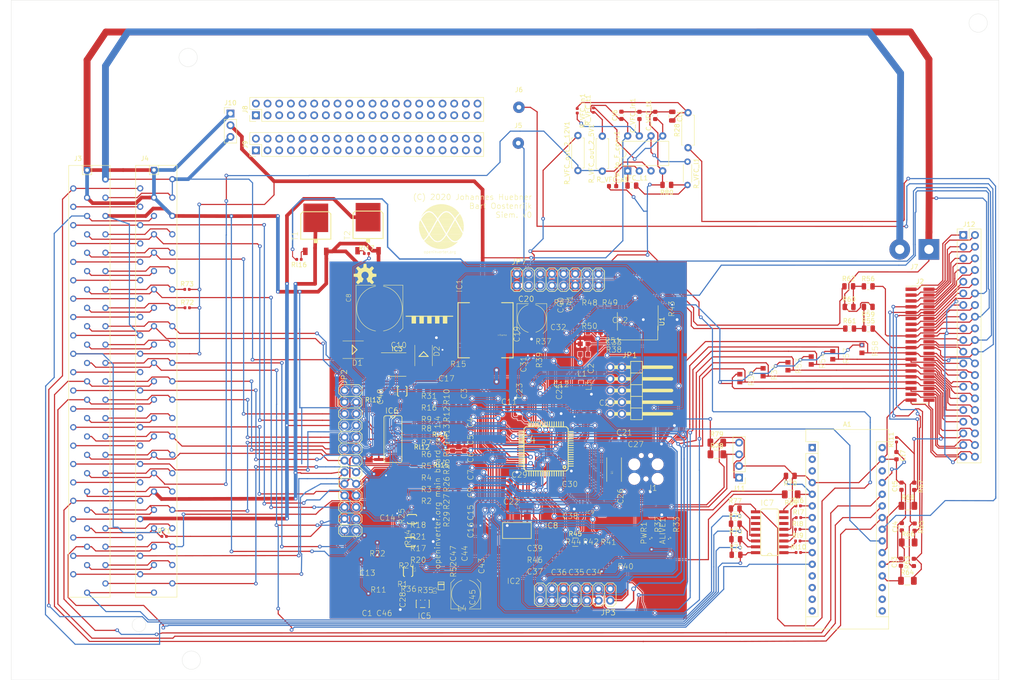
<source format=kicad_pcb>
(kicad_pcb (version 20171130) (host pcbnew 5.1.5+dfsg1-2build2)
  (layers (0 Top signal) (31 Bottom signal) (34 B.Paste user) (35 F.Paste user) (36 B.SilkS user) (37 F.SilkS user) (38 B.Mask user) (39 F.Mask user hide) (44 Edge.Cuts user))
  (net 0 "")
  (net 1 GND)
  (net 2 SIG_REVERSE)
  (net 3 OUT_ERR)
  (net 4 OUT_PRE)
  (net 5 MTEMP+)
  (net 6 MTEMP-)
  (net 7 CANL)
  (net 8 CANH)
  (net 9 OUT_BRAKE)
  (net 10 VCCIO)
  (net 11 +12V)
  (net 12 "Net-(JP3-Pad14)")
  (net 13 /PC9)
  (net 14 "Net-(JP2-Pad2)")
  (net 15 /PA6/TIM3_CH1)
  (net 16 /PC8)
  (net 17 /PC7)
  (net 18 /PC6)
  (net 19 /PA4/ADC4)
  (net 20 /PA3/ADC3)
  (net 21 /PA2/ADC2)
  (net 22 /PB6/TIM4_CH1)
  (net 23 /PB5)
  (net 24 "Net-(C33-Pad1)")
  (net 25 "Net-(C32-Pad1)")
  (net 26 /PA1/TIM2_CH2)
  (net 27 "Net-(JP7-Pad14)")
  (net 28 "Net-(JP7-Pad3)")
  (net 29 /PB7/TIM4_CH2)
  (net 30 /PB8/TIM4_CH3)
  (net 31 "Net-(C10-Pad1)")
  (net 32 "Net-(D2-PadC)")
  (net 33 /PC1/ADC11)
  (net 34 /PC0/ADC10)
  (net 35 "Net-(IC3-Pad5)")
  (net 36 /PA11/CANRX)
  (net 37 /PA12/CANTX)
  (net 38 /PA7/TIM3_CH2)
  (net 39 "Net-(R17-Pad2)")
  (net 40 "Net-(R18-Pad2)")
  (net 41 /PB9/TIM4_CH4)
  (net 42 "Net-(IC4-Pad56)")
  (net 43 "Net-(IC4-Pad55)")
  (net 44 /PD2/TIM3_ETR)
  (net 45 /PC12)
  (net 46 /PC11)
  (net 47 /PC10)
  (net 48 "Net-(IC4-Pad50)")
  (net 49 "Net-(IC4-Pad49)")
  (net 50 "Net-(IC4-Pad46)")
  (net 51 /PB11/USART3_RX)
  (net 52 /PB10/USART3_TX)
  (net 53 "Net-(IC4-Pad28)")
  (net 54 /PB1/ADC9)
  (net 55 /PC5/ADC15)
  (net 56 /PC4/ADC14)
  (net 57 "Net-(IC4-Pad14)")
  (net 58 "Net-(C24-Pad2)")
  (net 59 "Net-(C21-Pad1)")
  (net 60 "Net-(C27-Pad1)")
  (net 61 "Net-(C26-Pad1)")
  (net 62 "Net-(IC4-Pad4)")
  (net 63 "Net-(IC4-Pad3)")
  (net 64 /PC13)
  (net 65 "Net-(R40-Pad2)")
  (net 66 "Net-(C35-Pad1)")
  (net 67 "Net-(C34-Pad1)")
  (net 68 "Net-(C36-Pad1)")
  (net 69 "Net-(C37-Pad2)")
  (net 70 "Net-(C43-Pad2)")
  (net 71 "Net-(C1-Pad1)")
  (net 72 "Net-(C46-Pad1)")
  (net 73 "Net-(C44-Pad2)")
  (net 74 "Net-(JP1-Pad9)")
  (net 75 "Net-(JP1-Pad7)")
  (net 76 "Net-(JP1-Pad5)")
  (net 77 "Net-(C2-Pad1)")
  (net 78 "Net-(JP1-Pad10)")
  (net 79 "Net-(JP1-Pad8)")
  (net 80 "Net-(JP1-Pad6)")
  (net 81 "Net-(IC5-Pad3)")
  (net 82 "Net-(D3-PadA)")
  (net 83 "Net-(C39-Pad2)")
  (net 84 "Net-(IC6-Pad9)")
  (net 85 "Net-(J1-Pad3)")
  (net 86 "Net-(J1-Pad6)")
  (net 87 "Net-(ALIVE1-PadA)")
  (net 88 "Net-(PWR1-PadA)")
  (net 89 L3H)
  (net 90 L2H)
  (net 91 L1H)
  (net 92 L3L)
  (net 93 L2L)
  (net 94 L1L)
  (net 95 "Net-(J3-Pad6)")
  (net 96 "Net-(J3-Pad8)")
  (net 97 "Net-(J3-Pad10)")
  (net 98 "Net-(J3-Pad14)")
  (net 99 "Net-(J3-Pad15)")
  (net 100 "Net-(J3-Pad20)")
  (net 101 "Net-(J3-Pad22)")
  (net 102 "Net-(J3-Pad25)")
  (net 103 "Net-(J3-Pad27)")
  (net 104 "Net-(J3-Pad28)")
  (net 105 "Net-(J3-Pad29)")
  (net 106 "Net-(J3-Pad34)")
  (net 107 "Net-(J3-Pad36)")
  (net 108 "Net-(J3-Pad38)")
  (net 109 "Net-(J3-Pad43)")
  (net 110 "Net-(J3-Pad49)")
  (net 111 "Net-(J3-Pad50)")
  (net 112 "Net-(J3-Pad51)")
  (net 113 "Net-(J3-Pad55)")
  (net 114 "Net-(J3-Pad59)")
  (net 115 "Net-(J3-Pad61)")
  (net 116 "Net-(J3-Pad62)")
  (net 117 "Net-(J3-Pad63)")
  (net 118 "Net-(J3-Pad65)")
  (net 119 "Net-(J3-Pad67)")
  (net 120 MAIN_CONT)
  (net 121 +OUT_OVTMP)
  (net 122 AIN_THR)
  (net 123 ENC_IN_A)
  (net 124 START)
  (net 125 IN_FWD)
  (net 126 AIN_REGEN)
  (net 127 IN_BMS)
  (net 128 IN_BRAKE)
  (net 129 ENC_IN_B)
  (net 130 PWM_OUT)
  (net 131 IN_CRUISE)
  (net 132 IN_MPROT)
  (net 133 UDC_SENS+)
  (net 134 IL_1)
  (net 135 IL_2)
  (net 136 I_SENS_L2)
  (net 137 I_SENS_L2_MIN)
  (net 138 I_SENS_L1)
  (net 139 I_SENS_L1_MIN)
  (net 140 "Net-(R55-Pad1)")
  (net 141 "Net-(R56-Pad1)")
  (net 142 T_L1)
  (net 143 T_L3)
  (net 144 T_L2)
  (net 145 /TMP_HS)
  (net 146 /UDC)
  (net 147 T_L2_ard)
  (net 148 T_L3_ard)
  (net 149 "Net-(A1-Pad1)")
  (net 150 "Net-(A1-Pad17)")
  (net 151 "Net-(A1-Pad2)")
  (net 152 "Net-(A1-Pad18)")
  (net 153 "Net-(A1-Pad3)")
  (net 154 T_L1_ard)
  (net 155 Dig_HS_Overheat)
  (net 156 "Net-(A1-Pad6)")
  (net 157 T_Motor)
  (net 158 "Net-(A1-Pad7)")
  (net 159 Sens_ext1)
  (net 160 "Net-(A1-Pad8)")
  (net 161 Sens_ext2)
  (net 162 "Net-(A1-Pad9)")
  (net 163 Sens_ext3)
  (net 164 "Net-(A1-Pad10)")
  (net 165 Sens_ext4)
  (net 166 "Net-(A1-Pad27)")
  (net 167 "Net-(A1-Pad12)")
  (net 168 "Net-(A1-Pad28)")
  (net 169 "Net-(A1-Pad13)")
  (net 170 "Net-(A1-Pad14)")
  (net 171 "Net-(A1-Pad30)")
  (net 172 "Net-(A1-Pad15)")
  (net 173 "Net-(A1-Pad16)")
  (net 174 "Net-(IC6-Pad15)")
  (net 175 "Net-(IC6-Pad2)")
  (net 176 "Net-(IC6-Pad16)")
  (net 177 "Net-(IC6-Pad1)")
  (net 178 "Net-(IC7-Pad1)")
  (net 179 out_coolant_pump)
  (net 180 "Net-(IC7-Pad2)")
  (net 181 "Net-(IC7-Pad3)")
  (net 182 out_coolant_fan)
  (net 183 out_AC_fan)
  (net 184 "Net-(IC7-Pad4)")
  (net 185 out_AC_compressor)
  (net 186 "Net-(IC7-Pad5)")
  (net 187 "Net-(IC7-Pad12)")
  (net 188 "Net-(IC7-Pad6)")
  (net 189 "Net-(IC7-Pad7)")
  (net 190 "Net-(IC7-Pad11)")
  (net 191 "Net-(IC7-Pad10)")
  (net 192 "Net-(IC9-Pad4)")
  (net 193 SIG_EMCYSTOP_EXT)
  (net 194 "Net-(J8-Pad40)")
  (net 195 "Net-(J8-Pad39)")
  (net 196 "Net-(J8-Pad38)")
  (net 197 "Net-(J8-Pad37)")
  (net 198 "Net-(J8-Pad36)")
  (net 199 "Net-(J8-Pad35)")
  (net 200 "Net-(J8-Pad34)")
  (net 201 "Net-(J8-Pad33)")
  (net 202 "Net-(J8-Pad32)")
  (net 203 "Net-(J8-Pad31)")
  (net 204 "Net-(J8-Pad30)")
  (net 205 "Net-(J8-Pad29)")
  (net 206 "Net-(J8-Pad28)")
  (net 207 "Net-(J8-Pad27)")
  (net 208 "Net-(J8-Pad26)")
  (net 209 "Net-(J8-Pad25)")
  (net 210 "Net-(J8-Pad24)")
  (net 211 "Net-(J8-Pad23)")
  (net 212 "Net-(J8-Pad22)")
  (net 213 "Net-(J8-Pad21)")
  (net 214 "Net-(J8-Pad20)")
  (net 215 "Net-(J8-Pad19)")
  (net 216 "Net-(J8-Pad18)")
  (net 217 "Net-(J8-Pad17)")
  (net 218 "Net-(J8-Pad16)")
  (net 219 "Net-(J8-Pad15)")
  (net 220 "Net-(J8-Pad14)")
  (net 221 "Net-(J8-Pad13)")
  (net 222 "Net-(J8-Pad12)")
  (net 223 "Net-(J8-Pad11)")
  (net 224 "Net-(J8-Pad10)")
  (net 225 "Net-(J8-Pad9)")
  (net 226 "Net-(J8-Pad8)")
  (net 227 "Net-(J8-Pad7)")
  (net 228 "Net-(J8-Pad6)")
  (net 229 "Net-(J8-Pad5)")
  (net 230 "Net-(J8-Pad4)")
  (net 231 "Net-(J8-Pad3)")
  (net 232 "Net-(J8-Pad2)")
  (net 233 "Net-(J8-Pad1)")
  (net 234 "Net-(J9-Pad1)")
  (net 235 "Net-(J9-Pad2)")
  (net 236 "Net-(J9-Pad3)")
  (net 237 "Net-(J9-Pad4)")
  (net 238 "Net-(J9-Pad5)")
  (net 239 "Net-(J9-Pad6)")
  (net 240 "Net-(J9-Pad7)")
  (net 241 "Net-(J9-Pad8)")
  (net 242 "Net-(J9-Pad9)")
  (net 243 "Net-(J9-Pad10)")
  (net 244 "Net-(J9-Pad11)")
  (net 245 "Net-(J9-Pad12)")
  (net 246 "Net-(J9-Pad13)")
  (net 247 "Net-(J9-Pad14)")
  (net 248 "Net-(J9-Pad15)")
  (net 249 "Net-(J9-Pad16)")
  (net 250 "Net-(J9-Pad17)")
  (net 251 "Net-(J9-Pad18)")
  (net 252 "Net-(J9-Pad19)")
  (net 253 "Net-(J9-Pad20)")
  (net 254 "Net-(J9-Pad21)")
  (net 255 "Net-(J9-Pad22)")
  (net 256 "Net-(J9-Pad23)")
  (net 257 "Net-(J9-Pad24)")
  (net 258 "Net-(J9-Pad25)")
  (net 259 "Net-(J9-Pad26)")
  (net 260 "Net-(J9-Pad27)")
  (net 261 "Net-(J9-Pad28)")
  (net 262 "Net-(J9-Pad29)")
  (net 263 "Net-(J9-Pad30)")
  (net 264 "Net-(J9-Pad31)")
  (net 265 "Net-(J9-Pad32)")
  (net 266 "Net-(J9-Pad33)")
  (net 267 "Net-(J9-Pad34)")
  (net 268 "Net-(J9-Pad35)")
  (net 269 "Net-(J9-Pad36)")
  (net 270 "Net-(J9-Pad37)")
  (net 271 "Net-(J9-Pad38)")
  (net 272 "Net-(J9-Pad39)")
  (net 273 "Net-(J9-Pad40)")
  (net 274 "Net-(J3-Pad52)")
  (net 275 "Net-(J3-Pad53)")
  (net 276 /IL1)
  (net 277 /IL2)
  (net 278 "Net-(IC6-Pad6)")
  (net 279 "Net-(IC6-Pad5)")
  (net 280 "Net-(IC6-Pad4)")
  (net 281 "Net-(IC6-Pad3)")
  (net 282 "Net-(Rl16-Pad1)")
  (net 283 "Net-(Rl17-Pad1)")
  (net 284 Tachometer_Analog)
  (net 285 +5V)
  (net 286 "Net-(C_VFC_in1-Pad1)")
  (net 287 "Net-(C_VFC_L1-Pad2)")
  (net 288 "Net-(C_VFC_L1-Pad1)")
  (net 289 "Net-(C_VFC_t1-Pad1)")
  (net 290 "Net-(Ct1-Pad2)")
  (net 291 Tachometer)
  (net 292 "Net-(R_VFC_s1-Pad2)")
  (net 293 "Net-(J12-Pad1)")
  (net 294 "Net-(J12-Pad2)")
  (net 295 "Net-(J12-Pad3)")
  (net 296 "Net-(J12-Pad4)")
  (net 297 "Net-(J12-Pad5)")
  (net 298 "Net-(J12-Pad6)")
  (net 299 "Net-(J12-Pad8)")
  (net 300 "Net-(J12-Pad11)")
  (net 301 "Net-(J12-Pad13)")
  (net 302 "Net-(J12-Pad14)")
  (net 303 "Net-(J12-Pad15)")
  (net 304 "Net-(J12-Pad19)")
  (net 305 "Net-(J12-Pad24)")
  (net 306 "Net-(J12-Pad26)")
  (net 307 "Net-(J12-Pad28)")
  (net 308 "Net-(J12-Pad30)")
  (net 309 "Net-(J12-Pad32)")
  (net 310 "Net-(J12-Pad34)")
  (net 311 "Net-(J12-Pad36)")
  (net 312 "Net-(J12-Pad37)")
  (net 313 "Net-(J12-Pad38)")
  (net 314 "Net-(J12-Pad40)")
  (module Package_SO:SOP-8_3.9x4.9mm_P1.27mm (layer Top) (at 83.99916 79.33436)
    (fp_text reference IC3 (at 0 -3.4) (layer F.SilkS))
    (fp_text value SN65HVD230DR)
    (pad 1 smd roundrect (at -2.625 -1.905) (size 1.65 0.6) (layers Top F.Paste F.Mask) (net 37 /PA12/CANTX))
    (pad 2 smd roundrect (at -2.625 -0.635) (size 1.65 0.6) (layers Top F.Paste F.Mask) (net 1 GND))
    (pad 3 smd roundrect (at -2.625 0.635) (size 1.65 0.6) (layers Top F.Paste F.Mask) (net 10 VCCIO))
    (pad 4 smd roundrect (at -2.625 1.905) (size 1.65 0.6) (layers Top F.Paste F.Mask) (net 36 /PA11/CANRX))
    (pad 5 smd roundrect (at 2.625 1.905) (size 1.65 0.6) (layers Top F.Paste F.Mask) (net 35 "Net-(IC3-Pad5)"))
    (pad 6 smd roundrect (at 2.625 0.635) (size 1.65 0.6) (layers Top F.Paste F.Mask) (net 7 CANL))
    (pad 7 smd roundrect (at 2.625 -0.635) (size 1.65 0.6) (layers Top F.Paste F.Mask) (net 8 CANH))
    (pad 8 smd roundrect (at 2.625 -1.905) (size 1.65 0.6) (layers Top F.Paste F.Mask) (net 1 GND))
  )
  (module mainboardv3.4:SO08 (layer Top) (at 108.7985 122.9836 270)
    (fp_text reference IC2 (at 4.208 0.9675) (layer F.SilkS) (effects (font (size 1.2065 1.2065) (thickness 0.09652)) (justify left bottom)))
    (fp_text value TDA2822D)
    (pad 5 smd rect (at 1.905 -2.6 270) (size 0.6 2.2) (layers Top F.Paste F.Mask))
    (pad 6 smd rect (at 0.635 -2.6 270) (size 0.6 2.2) (layers Top F.Paste F.Mask))
    (pad 8 smd rect (at -1.905 -2.6 270) (size 0.6 2.2) (layers Top F.Paste F.Mask) (net 83 "Net-(C39-Pad2)"))
    (pad 4 smd rect (at 1.905 2.6 270) (size 0.6 2.2) (layers Top F.Paste F.Mask) (net 1 GND))
    (pad 3 smd rect (at 0.635 2.6 270) (size 0.6 2.2) (layers Top F.Paste F.Mask))
    (pad 1 smd rect (at -1.905 2.6 270) (size 0.6 2.2) (layers Top F.Paste F.Mask) (net 72 "Net-(C46-Pad1)"))
    (pad 7 smd rect (at -0.635 -2.6 270) (size 0.6 2.2) (layers Top F.Paste F.Mask) (net 69 "Net-(C37-Pad2)"))
    (pad 2 smd rect (at -0.635 2.6 270) (size 0.6 2.2) (layers Top F.Paste F.Mask) (net 70 "Net-(C43-Pad2)"))
  )
  (module mainboardv3.4:2X07 (layer Top) (at 122.7835 129.4461 180)
    (fp_text reference JP3 (at -8.89 -3.175 180) (layer F.SilkS) (effects (font (size 1.2065 1.2065) (thickness 0.127)) (justify right top)))
    (fp_text value PINHD-2X7)
    (pad 14 thru_hole circle (at 7.62 -1.27 180) (size 1.778 1.778) (drill 1.016) (layers *.Cu *.Mask) (net 12 "Net-(JP3-Pad14)"))
    (pad 13 thru_hole circle (at 7.62 1.27 180) (size 1.778 1.778) (drill 1.016) (layers *.Cu *.Mask) (net 13 /PC9))
    (pad 12 thru_hole circle (at 5.08 -1.27 180) (size 1.778 1.778) (drill 1.016) (layers *.Cu *.Mask) (net 1 GND))
    (pad 11 thru_hole circle (at 5.08 1.27 180) (size 1.778 1.778) (drill 1.016) (layers *.Cu *.Mask) (net 92 L3L))
    (pad 10 thru_hole circle (at 2.54 -1.27 180) (size 1.778 1.778) (drill 1.016) (layers *.Cu *.Mask) (net 89 L3H))
    (pad 9 thru_hole circle (at 2.54 1.27 180) (size 1.778 1.778) (drill 1.016) (layers *.Cu *.Mask) (net 285 +5V))
    (pad 8 thru_hole circle (at 0 -1.27 180) (size 1.778 1.778) (drill 1.016) (layers *.Cu *.Mask) (net 1 GND))
    (pad 7 thru_hole circle (at 0 1.27 180) (size 1.778 1.778) (drill 1.016) (layers *.Cu *.Mask) (net 93 L2L))
    (pad 6 thru_hole circle (at -2.54 -1.27 180) (size 1.778 1.778) (drill 1.016) (layers *.Cu *.Mask) (net 90 L2H))
    (pad 5 thru_hole circle (at -2.54 1.27 180) (size 1.778 1.778) (drill 1.016) (layers *.Cu *.Mask) (net 285 +5V))
    (pad 4 thru_hole circle (at -5.08 -1.27 180) (size 1.778 1.778) (drill 1.016) (layers *.Cu *.Mask) (net 1 GND))
    (pad 3 thru_hole circle (at -5.08 1.27 180) (size 1.778 1.778) (drill 1.016) (layers *.Cu *.Mask) (net 94 L1L))
    (pad 2 thru_hole circle (at -7.62 -1.27 180) (size 1.778 1.778) (drill 1.016) (layers *.Cu *.Mask) (net 91 L1H))
    (pad 1 thru_hole circle (at -7.62 1.27 180) (size 1.778 1.778) (drill 1.016) (layers *.Cu *.Mask) (net 285 +5V))
  )
  (module mainboardv3.4:R0603 (layer Top) (at 78.7745 126.6121 180)
    (fp_text reference R11 (at 0.6575 -2.4675) (layer F.SilkS) (effects (font (size 1.2065 1.2065) (thickness 0.09652)) (justify left bottom)))
    (fp_text value 510R)
    (pad 2 smd rect (at 0.85 0 180) (size 1 1.1) (layers Top F.Paste F.Mask) (net 285 +5V))
    (pad 1 smd rect (at -0.85 0 180) (size 1 1.1) (layers Top F.Paste F.Mask) (net 14 "Net-(JP2-Pad2)"))
  )
  (module mainboardv3.4:R0603 (layer Top) (at 89.7635 115.4761 180)
    (fp_text reference R21 (at -0.635 -0.635 180) (layer F.SilkS) (effects (font (size 1.2065 1.2065) (thickness 0.1016)) (justify right top)))
    (fp_text value 10k)
    (pad 2 smd rect (at 0.85 0 180) (size 1 1.1) (layers Top F.Paste F.Mask) (net 123 ENC_IN_A))
    (pad 1 smd rect (at -0.85 0 180) (size 1 1.1) (layers Top F.Paste F.Mask) (net 15 /PA6/TIM3_CH1))
  )
  (module mainboardv3.4:C0603 (layer Top) (at 118.5185 84.9836)
    (fp_text reference C12 (at -0.635 -0.635) (layer F.SilkS) (effects (font (size 1.2065 1.2065) (thickness 0.1016)) (justify left bottom)))
    (fp_text value 1nF)
    (pad 2 smd rect (at 0.85 0) (size 1.1 1) (layers Top F.Paste F.Mask) (net 1 GND))
    (pad 1 smd rect (at -0.85 0) (size 1.1 1) (layers Top F.Paste F.Mask) (net 15 /PA6/TIM3_CH1))
  )
  (module mainboardv3.4:2X13 (layer Top) (at 73.8124 100.2361 90)
    (fp_text reference JP2 (at 16.51 -0.635 90) (layer F.SilkS) (effects (font (size 1.2065 1.2065) (thickness 0.12065)) (justify left bottom)))
    (fp_text value PINHD-2X13)
    (pad 26 thru_hole circle (at 15.24 -1.27 90) (size 1.778 1.778) (drill 1.016) (layers *.Cu *.Mask) (net 8 CANH))
    (pad 25 thru_hole circle (at 15.24 1.27 90) (size 1.778 1.778) (drill 1.016) (layers *.Cu *.Mask) (net 7 CANL))
    (pad 24 thru_hole circle (at 12.7 -1.27 90) (size 1.778 1.778) (drill 1.016) (layers *.Cu *.Mask) (net 11 +12V))
    (pad 23 thru_hole circle (at 12.7 1.27 90) (size 1.778 1.778) (drill 1.016) (layers *.Cu *.Mask) (net 1 GND))
    (pad 22 thru_hole circle (at 10.16 -1.27 90) (size 1.778 1.778) (drill 1.016) (layers *.Cu *.Mask) (net 5 MTEMP+))
    (pad 21 thru_hole circle (at 10.16 1.27 90) (size 1.778 1.778) (drill 1.016) (layers *.Cu *.Mask) (net 6 MTEMP-))
    (pad 20 thru_hole circle (at 7.62 -1.27 90) (size 1.778 1.778) (drill 1.016) (layers *.Cu *.Mask) (net 4 OUT_PRE))
    (pad 19 thru_hole circle (at 7.62 1.27 90) (size 1.778 1.778) (drill 1.016) (layers *.Cu *.Mask) (net 127 IN_BMS))
    (pad 18 thru_hole circle (at 5.08 -1.27 90) (size 1.778 1.778) (drill 1.016) (layers *.Cu *.Mask) (net 130 PWM_OUT))
    (pad 17 thru_hole circle (at 5.08 1.27 90) (size 1.778 1.778) (drill 1.016) (layers *.Cu *.Mask) (net 193 SIG_EMCYSTOP_EXT))
    (pad 16 thru_hole circle (at 2.54 -1.27 90) (size 1.778 1.778) (drill 1.016) (layers *.Cu *.Mask) (net 121 +OUT_OVTMP))
    (pad 15 thru_hole circle (at 2.54 1.27 90) (size 1.778 1.778) (drill 1.016) (layers *.Cu *.Mask) (net 2 SIG_REVERSE))
    (pad 14 thru_hole circle (at 0 -1.27 90) (size 1.778 1.778) (drill 1.016) (layers *.Cu *.Mask) (net 3 OUT_ERR))
    (pad 13 thru_hole circle (at 0 1.27 90) (size 1.778 1.778) (drill 1.016) (layers *.Cu *.Mask) (net 125 IN_FWD))
    (pad 12 thru_hole circle (at -2.54 -1.27 90) (size 1.778 1.778) (drill 1.016) (layers *.Cu *.Mask) (net 120 MAIN_CONT))
    (pad 11 thru_hole circle (at -2.54 1.27 90) (size 1.778 1.778) (drill 1.016) (layers *.Cu *.Mask) (net 132 IN_MPROT))
    (pad 10 thru_hole circle (at -5.08 -1.27 90) (size 1.778 1.778) (drill 1.016) (layers *.Cu *.Mask) (net 9 OUT_BRAKE))
    (pad 9 thru_hole circle (at -5.08 1.27 90) (size 1.778 1.778) (drill 1.016) (layers *.Cu *.Mask) (net 128 IN_BRAKE))
    (pad 8 thru_hole circle (at -7.62 -1.27 90) (size 1.778 1.778) (drill 1.016) (layers *.Cu *.Mask) (net 126 AIN_REGEN))
    (pad 7 thru_hole circle (at -7.62 1.27 90) (size 1.778 1.778) (drill 1.016) (layers *.Cu *.Mask) (net 124 START))
    (pad 6 thru_hole circle (at -10.16 -1.27 90) (size 1.778 1.778) (drill 1.016) (layers *.Cu *.Mask) (net 122 AIN_THR))
    (pad 5 thru_hole circle (at -10.16 1.27 90) (size 1.778 1.778) (drill 1.016) (layers *.Cu *.Mask) (net 131 IN_CRUISE))
    (pad 4 thru_hole circle (at -12.7 -1.27 90) (size 1.778 1.778) (drill 1.016) (layers *.Cu *.Mask) (net 285 +5V))
    (pad 3 thru_hole circle (at -12.7 1.27 90) (size 1.778 1.778) (drill 1.016) (layers *.Cu *.Mask) (net 123 ENC_IN_A))
    (pad 2 thru_hole circle (at -15.24 -1.27 90) (size 1.778 1.778) (drill 1.016) (layers *.Cu *.Mask) (net 14 "Net-(JP2-Pad2)"))
    (pad 1 thru_hole circle (at -15.24 1.27 90) (size 1.778 1.778) (drill 1.016) (layers *.Cu *.Mask) (net 129 ENC_IN_B))
  )
  (module mainboardv3.4:C0603 (layer Top) (at 98.6535 87.5361 270)
    (fp_text reference C3 (at -0.635 -0.635 90) (layer F.SilkS) (effects (font (size 1.2065 1.2065) (thickness 0.09652)) (justify left bottom)))
    (fp_text value 1µ)
    (pad 2 smd rect (at 0.85 0 270) (size 1.1 1) (layers Top F.Paste F.Mask) (net 1 GND))
    (pad 1 smd rect (at -0.85 0 270) (size 1.1 1) (layers Top F.Paste F.Mask) (net 16 /PC8))
  )
  (module mainboardv3.4:C0603 (layer Top) (at 98.6535 91.3461 270)
    (fp_text reference C4 (at -0.635 -0.635 270) (layer F.SilkS) (effects (font (size 1.2065 1.2065) (thickness 0.1016)) (justify right top)))
    (fp_text value 1µ)
    (pad 2 smd rect (at 0.85 0 270) (size 1.1 1) (layers Top F.Paste F.Mask) (net 1 GND))
    (pad 1 smd rect (at -0.85 0 270) (size 1.1 1) (layers Top F.Paste F.Mask) (net 17 /PC7))
  )
  (module mainboardv3.4:C0603 (layer Top) (at 98.6535 95.1561 270)
    (fp_text reference C5 (at -0.635 -0.635 270) (layer F.SilkS) (effects (font (size 1.2065 1.2065) (thickness 0.1016)) (justify right top)))
    (fp_text value 1µ)
    (pad 2 smd rect (at 0.85 0 270) (size 1.1 1) (layers Top F.Paste F.Mask) (net 1 GND))
    (pad 1 smd rect (at -0.85 0 270) (size 1.1 1) (layers Top F.Paste F.Mask) (net 18 /PC6))
  )
  (module mainboardv3.4:C0603 (layer Top) (at 98.6535 98.9661 270)
    (fp_text reference C6 (at -0.635 -0.635 270) (layer F.SilkS) (effects (font (size 1.2065 1.2065) (thickness 0.1016)) (justify right top)))
    (fp_text value 1µ)
    (pad 2 smd rect (at 0.85 0 270) (size 1.1 1) (layers Top F.Paste F.Mask) (net 1 GND))
    (pad 1 smd rect (at -0.85 0 270) (size 1.1 1) (layers Top F.Paste F.Mask) (net 19 /PA4/ADC4))
  )
  (module mainboardv3.4:C0603 (layer Top) (at 98.6535 102.7761 270)
    (fp_text reference C7 (at -0.635 -0.635 270) (layer F.SilkS) (effects (font (size 1.2065 1.2065) (thickness 0.1016)) (justify right top)))
    (fp_text value 1µ)
    (pad 2 smd rect (at 0.85 0 270) (size 1.1 1) (layers Top F.Paste F.Mask) (net 1 GND))
    (pad 1 smd rect (at -0.85 0 270) (size 1.1 1) (layers Top F.Paste F.Mask) (net 20 /PA3/ADC3))
  )
  (module mainboardv3.4:C0603 (layer Top) (at 98.6535 106.5861 270)
    (fp_text reference C9 (at -0.635 -0.635 270) (layer F.SilkS) (effects (font (size 1.2065 1.2065) (thickness 0.1016)) (justify right top)))
    (fp_text value 1µ)
    (pad 2 smd rect (at 0.85 0 270) (size 1.1 1) (layers Top F.Paste F.Mask) (net 1 GND))
    (pad 1 smd rect (at -0.85 0 270) (size 1.1 1) (layers Top F.Paste F.Mask) (net 21 /PA2/ADC2))
  )
  (module mainboardv3.4:C0603 (layer Top) (at 98.6535 110.3961 270)
    (fp_text reference C15 (at -0.635 -0.635 270) (layer F.SilkS) (effects (font (size 1.2065 1.2065) (thickness 0.1016)) (justify right top)))
    (fp_text value 1µ)
    (pad 2 smd rect (at 0.85 0 270) (size 1.1 1) (layers Top F.Paste F.Mask) (net 1 GND))
    (pad 1 smd rect (at -0.85 0 270) (size 1.1 1) (layers Top F.Paste F.Mask) (net 22 /PB6/TIM4_CH1))
  )
  (module mainboardv3.4:C0603 (layer Top) (at 98.6535 114.2061 270)
    (fp_text reference C16 (at -0.635 -0.635 270) (layer F.SilkS) (effects (font (size 1.2065 1.2065) (thickness 0.1016)) (justify right top)))
    (fp_text value 1µ)
    (pad 2 smd rect (at 0.85 0 270) (size 1.1 1) (layers Top F.Paste F.Mask) (net 1 GND))
    (pad 1 smd rect (at -0.85 0 270) (size 1.1 1) (layers Top F.Paste F.Mask) (net 23 /PB5))
  )
  (module mainboardv3.4:2X08 (layer Top) (at 118.9735 60.8661)
    (fp_text reference JP7 (at -10.16 -3.175) (layer F.SilkS) (effects (font (size 1.2065 1.2065) (thickness 0.127)) (justify left bottom)))
    (fp_text value PINHD-2X8)
    (pad 16 thru_hole circle (at 8.89 -1.27) (size 1.778 1.778) (drill 1.016) (layers *.Cu *.Mask) (net 1 GND))
    (pad 15 thru_hole circle (at 8.89 1.27) (size 1.778 1.778) (drill 1.016) (layers *.Cu *.Mask) (net 1 GND))
    (pad 14 thru_hole circle (at 6.35 -1.27) (size 1.778 1.778) (drill 1.016) (layers *.Cu *.Mask) (net 27 "Net-(JP7-Pad14)"))
    (pad 13 thru_hole circle (at 6.35 1.27) (size 1.778 1.778) (drill 1.016) (layers *.Cu *.Mask) (net 145 /TMP_HS))
    (pad 12 thru_hole circle (at 3.81 -1.27) (size 1.778 1.778) (drill 1.016) (layers *.Cu *.Mask) (net 285 +5V))
    (pad 11 thru_hole circle (at 3.81 1.27) (size 1.778 1.778) (drill 1.016) (layers *.Cu *.Mask) (net 285 +5V))
    (pad 10 thru_hole circle (at 1.27 -1.27) (size 1.778 1.778) (drill 1.016) (layers *.Cu *.Mask) (net 1 GND))
    (pad 9 thru_hole circle (at 1.27 1.27) (size 1.778 1.778) (drill 1.016) (layers *.Cu *.Mask) (net 135 IL_2))
    (pad 8 thru_hole circle (at -1.27 -1.27) (size 1.778 1.778) (drill 1.016) (layers *.Cu *.Mask) (net 285 +5V))
    (pad 7 thru_hole circle (at -1.27 1.27) (size 1.778 1.778) (drill 1.016) (layers *.Cu *.Mask) (net 1 GND))
    (pad 6 thru_hole circle (at -3.81 -1.27) (size 1.778 1.778) (drill 1.016) (layers *.Cu *.Mask) (net 134 IL_1))
    (pad 5 thru_hole circle (at -3.81 1.27) (size 1.778 1.778) (drill 1.016) (layers *.Cu *.Mask) (net 1 GND))
    (pad 4 thru_hole circle (at -6.35 -1.27) (size 1.778 1.778) (drill 1.016) (layers *.Cu *.Mask) (net 146 /UDC))
    (pad 3 thru_hole circle (at -6.35 1.27) (size 1.778 1.778) (drill 1.016) (layers *.Cu *.Mask) (net 28 "Net-(JP7-Pad3)"))
    (pad 2 thru_hole circle (at -8.89 -1.27) (size 1.778 1.778) (drill 1.016) (layers *.Cu *.Mask) (net 285 +5V))
    (pad 1 thru_hole circle (at -8.89 1.27) (size 1.778 1.778) (drill 1.016) (layers *.Cu *.Mask) (net 285 +5V))
  )
  (module mainboardv3.4:R0603 (layer Top) (at 93.8784 78.2955 90)
    (fp_text reference R15 (at -1.65 1.6175) (layer F.SilkS) (effects (font (size 1.2065 1.2065) (thickness 0.09652)) (justify left bottom)))
    (fp_text value 510)
    (pad 2 smd rect (at 0.85 0 90) (size 1 1.1) (layers Top F.Paste F.Mask) (net 285 +5V))
    (pad 1 smd rect (at -0.85 0 90) (size 1 1.1) (layers Top F.Paste F.Mask) (net 5 MTEMP+))
  )
  (module mainboardv3.4:R0603 (layer Top) (at 89.7635 90.0761)
    (fp_text reference R16 (at -0.635 -0.635) (layer F.SilkS) (effects (font (size 1.2065 1.2065) (thickness 0.1016)) (justify left bottom)))
    (fp_text value 510)
    (pad 2 smd rect (at 0.85 0) (size 1 1.1) (layers Top F.Paste F.Mask) (net 1 GND))
    (pad 1 smd rect (at -0.85 0) (size 1 1.1) (layers Top F.Paste F.Mask) (net 6 MTEMP-))
  )
  (module mainboardv3.4:C0603 (layer Top) (at 89.7635 84.9961 180)
    (fp_text reference C17 (at -3.175 1.905) (layer F.SilkS) (effects (font (size 1.2065 1.2065) (thickness 0.09652)) (justify left bottom)))
    (fp_text value 1µ)
    (pad 2 smd rect (at 0.85 0 180) (size 1.1 1) (layers Top F.Paste F.Mask) (net 1 GND))
    (pad 1 smd rect (at -0.85 0 180) (size 1.1 1) (layers Top F.Paste F.Mask) (net 157 T_Motor))
  )
  (module mainboardv3.4:R0603 (layer Top) (at 89.7635 87.5361)
    (fp_text reference R31 (at -0.635 -0.635) (layer F.SilkS) (effects (font (size 1.2065 1.2065) (thickness 0.1016)) (justify left bottom)))
    (fp_text value 10k)
    (pad 2 smd rect (at 0.85 0) (size 1 1.1) (layers Top F.Paste F.Mask) (net 157 T_Motor))
    (pad 1 smd rect (at -0.85 0) (size 1 1.1) (layers Top F.Paste F.Mask) (net 6 MTEMP-))
  )
  (module mainboardv3.4:C0603 (layer Top) (at 118.6435 69.7561 180)
    (fp_text reference C40 (at -1.665 1.525 90) (layer F.SilkS) (effects (font (size 1.2065 1.2065) (thickness 0.09652)) (justify left bottom)))
    (fp_text value 1µ)
    (pad 2 smd rect (at 0.85 0 180) (size 1.1 1) (layers Top F.Paste F.Mask) (net 1 GND))
    (pad 1 smd rect (at -0.85 0 180) (size 1.1 1) (layers Top F.Paste F.Mask) (net 133 UDC_SENS+))
  )
  (module mainboardv3.4:R0603 (layer Top) (at 118.6435 67.2161)
    (fp_text reference R47 (at -0.635 -0.635) (layer F.SilkS) (effects (font (size 1.2065 1.2065) (thickness 0.1016)) (justify left bottom)))
    (fp_text value 10k)
    (pad 2 smd rect (at 0.85 0) (size 1 1.1) (layers Top F.Paste F.Mask) (net 133 UDC_SENS+))
    (pad 1 smd rect (at -0.85 0) (size 1 1.1) (layers Top F.Paste F.Mask) (net 146 /UDC))
  )
  (module mainboardv3.4:R0603 (layer Top) (at 118.6735 74.6661)
    (fp_text reference R37 (at -4.635 0.365) (layer F.SilkS) (effects (font (size 1.2065 1.2065) (thickness 0.09652)) (justify left bottom)))
    (fp_text value 10k)
    (pad 2 smd rect (at 0.85 0) (size 1 1.1) (layers Top F.Paste F.Mask) (net 25 "Net-(C32-Pad1)"))
    (pad 1 smd rect (at -0.85 0) (size 1 1.1) (layers Top F.Paste F.Mask) (net 29 /PB7/TIM4_CH2))
  )
  (module mainboardv3.4:C0603 (layer Top) (at 118.6435 72.2961 180)
    (fp_text reference C32 (at 1.365 0.365) (layer F.SilkS) (effects (font (size 1.2065 1.2065) (thickness 0.09652)) (justify left bottom)))
    (fp_text value 1µ)
    (pad 2 smd rect (at 0.85 0 180) (size 1.1 1) (layers Top F.Paste F.Mask) (net 1 GND))
    (pad 1 smd rect (at -0.85 0 180) (size 1.1 1) (layers Top F.Paste F.Mask) (net 25 "Net-(C32-Pad1)"))
  )
  (module mainboardv3.4:R0603 (layer Top) (at 124.7235 77.1061)
    (fp_text reference R38 (at 4.63 -0.295) (layer F.SilkS) (effects (font (size 1.2065 1.2065) (thickness 0.09652)) (justify left bottom)))
    (fp_text value 10k)
    (pad 2 smd rect (at 0.85 0) (size 1 1.1) (layers Top F.Paste F.Mask) (net 24 "Net-(C33-Pad1)"))
    (pad 1 smd rect (at -0.85 0) (size 1 1.1) (layers Top F.Paste F.Mask) (net 30 /PB8/TIM4_CH3))
  )
  (module mainboardv3.4:C0603 (layer Top) (at 124.7135 74.8361 180)
    (fp_text reference C33 (at -4.635 -0.365) (layer F.SilkS) (effects (font (size 1.2065 1.2065) (thickness 0.09652)) (justify left bottom)))
    (fp_text value 1µ)
    (pad 2 smd rect (at 0.85 0 180) (size 1.1 1) (layers Top F.Paste F.Mask) (net 1 GND))
    (pad 1 smd rect (at -0.85 0 180) (size 1.1 1) (layers Top F.Paste F.Mask) (net 24 "Net-(C33-Pad1)"))
  )
  (module mainboardv3.4:R0603 (layer Top) (at 82.5245 120.8271)
    (fp_text reference R22 (at -4.635 0.365) (layer F.SilkS) (effects (font (size 1.2065 1.2065) (thickness 0.09652)) (justify left bottom)))
    (fp_text value 10k)
    (pad 2 smd rect (at 0.85 0) (size 1 1.1) (layers Top F.Paste F.Mask) (net 122 AIN_THR))
    (pad 1 smd rect (at -0.85 0) (size 1 1.1) (layers Top F.Paste F.Mask) (net 1 GND))
  )
  (module mainboardv3.4:R0603 (layer Top) (at 83.8844 118.1735)
    (fp_text reference R14 (at 3.175 0.635 90) (layer F.SilkS) (effects (font (size 1.2065 1.2065) (thickness 0.09652)) (justify left bottom)))
    (fp_text value 10k)
    (pad 2 smd rect (at 0.85 0) (size 1 1.1) (layers Top F.Paste F.Mask) (net 126 AIN_REGEN))
    (pad 1 smd rect (at -0.85 0) (size 1 1.1) (layers Top F.Paste F.Mask) (net 1 GND))
  )
  (module mainboardv3.4:C0603 (layer Top) (at 113.151 76.1761 270)
    (fp_text reference C19 (at -1.635 2.365 90) (layer F.SilkS) (effects (font (size 1.2065 1.2065) (thickness 0.09652)) (justify left bottom)))
    (fp_text value 1µ)
    (pad 2 smd rect (at 0.85 0 270) (size 1.1 1) (layers Top F.Paste F.Mask) (net 1 GND))
    (pad 1 smd rect (at -0.85 0 270) (size 1.1 1) (layers Top F.Paste F.Mask) (net 285 +5V))
  )
  (module mainboardv3.4:C0603 (layer Top) (at 85.526 73.7786 180)
    (fp_text reference C10 (at -0.635 -0.635 180) (layer F.SilkS) (effects (font (size 1.2065 1.2065) (thickness 0.1016)) (justify right top)))
    (fp_text value 1µ)
    (pad 2 smd rect (at 0.85 0 180) (size 1.1 1) (layers Top F.Paste F.Mask) (net 1 GND))
    (pad 1 smd rect (at -0.85 0 180) (size 1.1 1) (layers Top F.Paste F.Mask) (net 31 "Net-(C10-Pad1)"))
  )
  (module mainboardv3.4:UD-6,3X7,7_NICHICON (layer Top) (at 113.336 69.3311 270)
    (fp_text reference C20 (at -3.5465 3.0635) (layer F.SilkS) (effects (font (size 1.2065 1.2065) (thickness 0.12065)) (justify left bottom)))
    (fp_text value 470µ)
    (pad + smd rect (at 2.35 0 270) (size 2.8 1) (layers Top F.Paste F.Mask) (net 285 +5V))
    (pad - smd rect (at -2.35 0 270) (size 2.8 1) (layers Top F.Paste F.Mask) (net 1 GND))
  )
  (module mainboardv3.4:UD-10X10_NICHICON (layer Top) (at 80.1585 67.1586 270)
    (fp_text reference C8 (at -1.33 6.16 90) (layer F.SilkS) (effects (font (size 0.9652 0.9652) (thickness 0.077216)) (justify left bottom)))
    (fp_text value 680µ)
    (pad + smd rect (at 3.925 0 270) (size 3.6 1.3) (layers Top F.Paste F.Mask) (net 31 "Net-(C10-Pad1)"))
    (pad - smd rect (at -3.95 0 270) (size 3.6 1.3) (layers Top F.Paste F.Mask) (net 1 GND))
  )
  (module mainboardv3.4:CDRH125 (layer Top) (at 103.251 71.8736 180)
    (fp_text reference L2 hide)
    (fp_text value 47µH hide)
    (fp_text user >Name (at -2.54 -1.27 180) (layer F.SilkS) (effects (font (size 0.38608 0.38608) (thickness 0.032512)) (justify left bottom)))
    (pad 2 smd rect (at 0 4.9 180) (size 5.4 4) (layers Top F.Paste F.Mask) (net 285 +5V))
    (pad 1 smd rect (at 0 -4.9 180) (size 5.4 4) (layers Top F.Paste F.Mask) (net 32 "Net-(D2-PadC)"))
  )
  (module mainboardv3.4:SMB (layer Top) (at 89.7635 77.3761 270)
    (fp_text reference D2 (at -2.159 -2.159 270) (layer F.SilkS) (effects (font (size 1.2065 1.2065) (thickness 0.1016)) (justify right top)))
    (fp_text value CDBA540-HF)
    (pad A smd rect (at 2.2 0 270) (size 2.4 2.4) (layers Top F.Paste F.Mask) (net 1 GND))
    (pad C smd rect (at -2.2 0 270) (size 2.4 2.4) (layers Top F.Paste F.Mask) (net 32 "Net-(D2-PadC)"))
  )
  (module mainboardv3.4:R0603 (layer Top) (at 143.1035 70.4011 90)
    (fp_text reference R43 (at 1.365 1.365 90) (layer F.SilkS) (effects (font (size 1.2065 1.2065) (thickness 0.09652)) (justify left bottom)))
    (fp_text value 10k)
    (pad 2 smd rect (at 0.85 0 90) (size 1 1.1) (layers Top F.Paste F.Mask) (net 285 +5V))
    (pad 1 smd rect (at -0.85 0 90) (size 1 1.1) (layers Top F.Paste F.Mask) (net 26 /PA1/TIM2_CH2))
  )
  (module mainboardv3.4:R0603 (layer Top) (at 82.5245 123.3671 180)
    (fp_text reference R24 (at -1.6975 -0.4625) (layer F.SilkS) (effects (font (size 1.2065 1.2065) (thickness 0.09652)) (justify left bottom)))
    (fp_text value 10k)
    (pad 2 smd rect (at 0.85 0 180) (size 1 1.1) (layers Top F.Paste F.Mask) (net 33 /PC1/ADC11))
    (pad 1 smd rect (at -0.85 0 180) (size 1 1.1) (layers Top F.Paste F.Mask) (net 122 AIN_THR))
  )
  (module mainboardv3.4:C0603 (layer Top) (at 78.7145 123.3671 180)
    (fp_text reference C13 (at -0.635 -0.635 180) (layer F.SilkS) (effects (font (size 1.2065 1.2065) (thickness 0.1016)) (justify right top)))
    (fp_text value 1µ)
    (pad 2 smd rect (at 0.85 0 180) (size 1.1 1) (layers Top F.Paste F.Mask) (net 1 GND))
    (pad 1 smd rect (at -0.85 0 180) (size 1.1 1) (layers Top F.Paste F.Mask) (net 33 /PC1/ADC11))
  )
  (module mainboardv3.4:R0603 (layer Top) (at 83.8844 115.7605 180)
    (fp_text reference R25 (at -1.805 1.585 90) (layer F.SilkS) (effects (font (size 1.2065 1.2065) (thickness 0.09652)) (justify left bottom)))
    (fp_text value 10k)
    (pad 2 smd rect (at 0.85 0 180) (size 1 1.1) (layers Top F.Paste F.Mask) (net 34 /PC0/ADC10))
    (pad 1 smd rect (at -0.85 0 180) (size 1 1.1) (layers Top F.Paste F.Mask) (net 126 AIN_REGEN))
  )
  (module mainboardv3.4:C0603 (layer Top) (at 80.4554 115.7605 180)
    (fp_text reference C14 (at 0.365 2.365) (layer F.SilkS) (effects (font (size 1.2065 1.2065) (thickness 0.09652)) (justify left bottom)))
    (fp_text value 1µ)
    (pad 2 smd rect (at 0.85 0 180) (size 1.1 1) (layers Top F.Paste F.Mask) (net 1 GND))
    (pad 1 smd rect (at -0.85 0 180) (size 1.1 1) (layers Top F.Paste F.Mask) (net 34 /PC0/ADC10))
  )
  (module mainboardv3.4:R0603 (layer Top) (at 124.7135 67.2161)
    (fp_text reference R48 (at -0.635 -0.635) (layer F.SilkS) (effects (font (size 1.2065 1.2065) (thickness 0.1016)) (justify left bottom)))
    (fp_text value 3k3)
    (pad 2 smd rect (at 0.85 0) (size 1 1.1) (layers Top F.Paste F.Mask) (net 276 /IL1))
    (pad 1 smd rect (at -0.85 0) (size 1 1.1) (layers Top F.Paste F.Mask) (net 134 IL_1))
  )
  (module mainboardv3.4:R0603 (layer Top) (at 129.1335 67.2161)
    (fp_text reference R49 (at -0.635 -0.635) (layer F.SilkS) (effects (font (size 1.2065 1.2065) (thickness 0.1016)) (justify left bottom)))
    (fp_text value 3k3)
    (pad 2 smd rect (at 0.85 0) (size 1 1.1) (layers Top F.Paste F.Mask) (net 277 /IL2))
    (pad 1 smd rect (at -0.85 0) (size 1 1.1) (layers Top F.Paste F.Mask) (net 135 IL_2))
  )
  (module mainboardv3.4:C0603 (layer Top) (at 124.7135 69.7561 180)
    (fp_text reference C41 (at 2.405 1.9075 90) (layer F.SilkS) (effects (font (size 1.2065 1.2065) (thickness 0.09652)) (justify left bottom)))
    (fp_text value 1nF)
    (pad 2 smd rect (at 0.85 0 180) (size 1.1 1) (layers Top F.Paste F.Mask) (net 1 GND))
    (pad 1 smd rect (at -0.85 0 180) (size 1.1 1) (layers Top F.Paste F.Mask) (net 276 /IL1))
  )
  (module mainboardv3.4:C0603 (layer Top) (at 129.1335 69.7561 180)
    (fp_text reference C42 (at -1.5725 -0.635) (layer F.SilkS) (effects (font (size 1.2065 1.2065) (thickness 0.09652)) (justify left bottom)))
    (fp_text value 1nF)
    (pad 2 smd rect (at 0.85 0 180) (size 1.1 1) (layers Top F.Paste F.Mask) (net 1 GND))
    (pad 1 smd rect (at -0.85 0 180) (size 1.1 1) (layers Top F.Paste F.Mask) (net 277 /IL2))
  )
  (module mainboardv3.4:R0603 (layer Top) (at 89.7635 120.5561 180)
    (fp_text reference R20 (at -0.635 -0.635 180) (layer F.SilkS) (effects (font (size 1.2065 1.2065) (thickness 0.1016)) (justify right top)))
    (fp_text value 10k)
    (pad 2 smd rect (at 0.85 0 180) (size 1 1.1) (layers Top F.Paste F.Mask) (net 129 ENC_IN_B))
    (pad 1 smd rect (at -0.85 0 180) (size 1 1.1) (layers Top F.Paste F.Mask) (net 38 /PA7/TIM3_CH2))
  )
  (module mainboardv3.4:C0603 (layer Top) (at 107.2085 88.8086)
    (fp_text reference C11 (at -0.635 -0.635) (layer F.SilkS) (effects (font (size 1.2065 1.2065) (thickness 0.1016)) (justify left bottom)))
    (fp_text value 1nF)
    (pad 2 smd rect (at 0.85 0) (size 1.1 1) (layers Top F.Paste F.Mask) (net 1 GND))
    (pad 1 smd rect (at -0.85 0) (size 1.1 1) (layers Top F.Paste F.Mask) (net 38 /PA7/TIM3_CH2))
  )
  (module mainboardv3.4:R0603 (layer Top) (at 89.7635 118.0161 180)
    (fp_text reference R17 (at -0.635 -0.635 180) (layer F.SilkS) (effects (font (size 1.2065 1.2065) (thickness 0.1016)) (justify right top)))
    (fp_text value 510)
    (pad 2 smd rect (at 0.85 0 180) (size 1 1.1) (layers Top F.Paste F.Mask) (net 39 "Net-(R17-Pad2)"))
    (pad 1 smd rect (at -0.85 0 180) (size 1 1.1) (layers Top F.Paste F.Mask) (net 285 +5V))
  )
  (module mainboardv3.4:R0603 (layer Top) (at 89.7635 112.9361 180)
    (fp_text reference R18 (at -0.635 -0.635 180) (layer F.SilkS) (effects (font (size 1.2065 1.2065) (thickness 0.1016)) (justify right top)))
    (fp_text value 510)
    (pad 2 smd rect (at 0.85 0 180) (size 1 1.1) (layers Top F.Paste F.Mask) (net 40 "Net-(R18-Pad2)"))
    (pad 1 smd rect (at -0.85 0 180) (size 1 1.1) (layers Top F.Paste F.Mask) (net 285 +5V))
  )
  (module mainboardv3.4:TQFP64 (layer Top) (at 116.4335 97.6961 180)
    (fp_text reference IC4 (at 6.35 1.016) (layer F.SilkS) (effects (font (size 1.6891 1.6891) (thickness 0.135128)) (justify left bottom)))
    (fp_text value STM32F103RBT6)
    (pad 64 smd rect (at -3.75 -5.7 180) (size 0.3 1.2) (layers Top F.Paste F.Mask) (net 10 VCCIO))
    (pad 63 smd rect (at -3.25 -5.7 180) (size 0.3 1.2) (layers Top F.Paste F.Mask) (net 1 GND))
    (pad 62 smd rect (at -2.75 -5.7 180) (size 0.3 1.2) (layers Top F.Paste F.Mask) (net 41 /PB9/TIM4_CH4))
    (pad 61 smd rect (at -2.25 -5.7 180) (size 0.3 1.2) (layers Top F.Paste F.Mask) (net 30 /PB8/TIM4_CH3))
    (pad 60 smd rect (at -1.75 -5.7 180) (size 0.3 1.2) (layers Top F.Paste F.Mask) (net 1 GND))
    (pad 59 smd rect (at -1.25 -5.7 180) (size 0.3 1.2) (layers Top F.Paste F.Mask) (net 29 /PB7/TIM4_CH2))
    (pad 58 smd rect (at -0.75 -5.7 180) (size 0.3 1.2) (layers Top F.Paste F.Mask) (net 22 /PB6/TIM4_CH1))
    (pad 57 smd rect (at -0.25 -5.7 180) (size 0.3 1.2) (layers Top F.Paste F.Mask) (net 23 /PB5))
    (pad 56 smd rect (at 0.25 -5.7 180) (size 0.3 1.2) (layers Top F.Paste F.Mask) (net 42 "Net-(IC4-Pad56)"))
    (pad 55 smd rect (at 0.75 -5.7 180) (size 0.3 1.2) (layers Top F.Paste F.Mask) (net 43 "Net-(IC4-Pad55)"))
    (pad 54 smd rect (at 1.25 -5.7 180) (size 0.3 1.2) (layers Top F.Paste F.Mask) (net 44 /PD2/TIM3_ETR))
    (pad 53 smd rect (at 1.75 -5.7 180) (size 0.3 1.2) (layers Top F.Paste F.Mask) (net 45 /PC12))
    (pad 52 smd rect (at 2.25 -5.7 180) (size 0.3 1.2) (layers Top F.Paste F.Mask) (net 46 /PC11))
    (pad 51 smd rect (at 2.75 -5.7 180) (size 0.3 1.2) (layers Top F.Paste F.Mask) (net 47 /PC10))
    (pad 50 smd rect (at 3.25 -5.7 180) (size 0.3 1.2) (layers Top F.Paste F.Mask) (net 48 "Net-(IC4-Pad50)"))
    (pad 49 smd rect (at 3.75 -5.7 180) (size 0.3 1.2) (layers Top F.Paste F.Mask) (net 49 "Net-(IC4-Pad49)"))
    (pad 48 smd rect (at 5.7 -3.75 180) (size 1.2 0.3) (layers Top F.Paste F.Mask) (net 10 VCCIO))
    (pad 47 smd rect (at 5.7 -3.25 180) (size 1.2 0.3) (layers Top F.Paste F.Mask) (net 1 GND))
    (pad 46 smd rect (at 5.7 -2.75 180) (size 1.2 0.3) (layers Top F.Paste F.Mask) (net 50 "Net-(IC4-Pad46)"))
    (pad 45 smd rect (at 5.7 -2.25 180) (size 1.2 0.3) (layers Top F.Paste F.Mask) (net 37 /PA12/CANTX))
    (pad 44 smd rect (at 5.7 -1.75 180) (size 1.2 0.3) (layers Top F.Paste F.Mask) (net 36 /PA11/CANRX))
    (pad 43 smd rect (at 5.7 -1.25 180) (size 1.2 0.3) (layers Top F.Paste F.Mask) (net 89 L3H))
    (pad 42 smd rect (at 5.7 -0.75 180) (size 1.2 0.3) (layers Top F.Paste F.Mask) (net 90 L2H))
    (pad 41 smd rect (at 5.7 -0.25 180) (size 1.2 0.3) (layers Top F.Paste F.Mask) (net 91 L1H))
    (pad 40 smd rect (at 5.7 0.25 180) (size 1.2 0.3) (layers Top F.Paste F.Mask) (net 13 /PC9))
    (pad 39 smd rect (at 5.7 0.75 180) (size 1.2 0.3) (layers Top F.Paste F.Mask) (net 16 /PC8))
    (pad 38 smd rect (at 5.7 1.25 180) (size 1.2 0.3) (layers Top F.Paste F.Mask) (net 17 /PC7))
    (pad 37 smd rect (at 5.7 1.75 180) (size 1.2 0.3) (layers Top F.Paste F.Mask) (net 18 /PC6))
    (pad 36 smd rect (at 5.7 2.25 180) (size 1.2 0.3) (layers Top F.Paste F.Mask) (net 92 L3L))
    (pad 35 smd rect (at 5.7 2.75 180) (size 1.2 0.3) (layers Top F.Paste F.Mask) (net 93 L2L))
    (pad 34 smd rect (at 5.7 3.25 180) (size 1.2 0.3) (layers Top F.Paste F.Mask) (net 94 L1L))
    (pad 33 smd rect (at 5.7 3.75 180) (size 1.2 0.3) (layers Top F.Paste F.Mask) (net 155 Dig_HS_Overheat))
    (pad 32 smd rect (at 3.75 5.7 180) (size 0.3 1.2) (layers Top F.Paste F.Mask) (net 10 VCCIO))
    (pad 31 smd rect (at 3.25 5.7 180) (size 0.3 1.2) (layers Top F.Paste F.Mask) (net 1 GND))
    (pad 30 smd rect (at 2.75 5.7 180) (size 0.3 1.2) (layers Top F.Paste F.Mask) (net 51 /PB11/USART3_RX))
    (pad 29 smd rect (at 2.25 5.7 180) (size 0.3 1.2) (layers Top F.Paste F.Mask) (net 52 /PB10/USART3_TX))
    (pad 28 smd rect (at 1.75 5.7 180) (size 0.3 1.2) (layers Top F.Paste F.Mask) (net 53 "Net-(IC4-Pad28)"))
    (pad 27 smd rect (at 1.25 5.7 180) (size 0.3 1.2) (layers Top F.Paste F.Mask) (net 54 /PB1/ADC9))
    (pad 26 smd rect (at 0.75 5.7 180) (size 0.3 1.2) (layers Top F.Paste F.Mask) (net 277 /IL2))
    (pad 25 smd rect (at 0.25 5.7 180) (size 0.3 1.2) (layers Top F.Paste F.Mask) (net 55 /PC5/ADC15))
    (pad 24 smd rect (at -0.25 5.7 180) (size 0.3 1.2) (layers Top F.Paste F.Mask) (net 56 /PC4/ADC14))
    (pad 23 smd rect (at -0.75 5.7 180) (size 0.3 1.2) (layers Top F.Paste F.Mask) (net 38 /PA7/TIM3_CH2))
    (pad 22 smd rect (at -1.25 5.7 180) (size 0.3 1.2) (layers Top F.Paste F.Mask) (net 15 /PA6/TIM3_CH1))
    (pad 21 smd rect (at -1.75 5.7 180) (size 0.3 1.2) (layers Top F.Paste F.Mask) (net 276 /IL1))
    (pad 20 smd rect (at -2.25 5.7 180) (size 0.3 1.2) (layers Top F.Paste F.Mask) (net 19 /PA4/ADC4))
    (pad 19 smd rect (at -2.75 5.7 180) (size 0.3 1.2) (layers Top F.Paste F.Mask) (net 10 VCCIO))
    (pad 18 smd rect (at -3.25 5.7 180) (size 0.3 1.2) (layers Top F.Paste F.Mask) (net 1 GND))
    (pad 17 smd rect (at -3.75 5.7 180) (size 0.3 1.2) (layers Top F.Paste F.Mask) (net 20 /PA3/ADC3))
    (pad 16 smd rect (at -5.7 3.75 180) (size 1.2 0.3) (layers Top F.Paste F.Mask) (net 21 /PA2/ADC2))
    (pad 15 smd rect (at -5.7 3.25 180) (size 1.2 0.3) (layers Top F.Paste F.Mask) (net 26 /PA1/TIM2_CH2))
    (pad 14 smd rect (at -5.7 2.75 180) (size 1.2 0.3) (layers Top F.Paste F.Mask) (net 57 "Net-(IC4-Pad14)"))
    (pad 13 smd rect (at -5.7 2.25 180) (size 1.2 0.3) (layers Top F.Paste F.Mask) (net 58 "Net-(C24-Pad2)"))
    (pad 12 smd rect (at -5.7 1.75 180) (size 1.2 0.3) (layers Top F.Paste F.Mask) (net 1 GND))
    (pad 11 smd rect (at -5.7 1.25 180) (size 1.2 0.3) (layers Top F.Paste F.Mask) (net 133 UDC_SENS+))
    (pad 10 smd rect (at -5.7 0.75 180) (size 1.2 0.3) (layers Top F.Paste F.Mask) (net 157 T_Motor))
    (pad 9 smd rect (at -5.7 0.25 180) (size 1.2 0.3) (layers Top F.Paste F.Mask) (net 33 /PC1/ADC11))
    (pad 8 smd rect (at -5.7 -0.25 180) (size 1.2 0.3) (layers Top F.Paste F.Mask) (net 34 /PC0/ADC10))
    (pad 7 smd rect (at -5.7 -0.75 180) (size 1.2 0.3) (layers Top F.Paste F.Mask) (net 59 "Net-(C21-Pad1)"))
    (pad 6 smd rect (at -5.7 -1.25 180) (size 1.2 0.3) (layers Top F.Paste F.Mask) (net 60 "Net-(C27-Pad1)"))
    (pad 5 smd rect (at -5.7 -1.75 180) (size 1.2 0.3) (layers Top F.Paste F.Mask) (net 61 "Net-(C26-Pad1)"))
    (pad 4 smd rect (at -5.7 -2.25 180) (size 1.2 0.3) (layers Top F.Paste F.Mask) (net 62 "Net-(IC4-Pad4)"))
    (pad 3 smd rect (at -5.7 -2.75 180) (size 1.2 0.3) (layers Top F.Paste F.Mask) (net 63 "Net-(IC4-Pad3)"))
    (pad 2 smd rect (at -5.7 -3.25 180) (size 1.2 0.3) (layers Top F.Paste F.Mask) (net 64 /PC13))
    (pad 1 smd rect (at -5.7 -3.75 180) (size 1.2 0.3) (layers Top F.Paste F.Mask) (net 10 VCCIO))
  )
  (module mainboardv3.4:SOT223 (layer Top) (at 110.0835 115.4761 180)
    (fp_text reference IC8 (at -5.9775 0.3695) (layer F.SilkS) (effects (font (size 1.2065 1.2065) (thickness 0.12065)) (justify left bottom)))
    (fp_text value REG1117)
    (pad 4 smd rect (at 0 -3.1496 180) (size 3.81 2.0066) (layers Top F.Paste F.Mask))
    (pad 3 smd rect (at 2.3114 3.1496 180) (size 1.4986 2.0066) (layers Top F.Paste F.Mask) (net 285 +5V))
    (pad 2 smd rect (at 0.0254 3.1496 180) (size 1.4986 2.0066) (layers Top F.Paste F.Mask) (net 10 VCCIO))
    (pad 1 smd rect (at -2.2606 3.1496 180) (size 1.4986 2.0066) (layers Top F.Paste F.Mask) (net 1 GND))
  )
  (module mainboardv3.4:C0603 (layer Top) (at 110.7085 90.0761 270)
    (fp_text reference C23 (at -3.175 -0.635 90) (layer F.SilkS) (effects (font (size 1.2065 1.2065) (thickness 0.09652)) (justify left bottom)))
    (fp_text value 1µ)
    (pad 2 smd rect (at 0.85 0 270) (size 1.1 1) (layers Top F.Paste F.Mask) (net 10 VCCIO))
    (pad 1 smd rect (at -0.85 0 270) (size 1.1 1) (layers Top F.Paste F.Mask) (net 1 GND))
  )
  (module mainboardv3.4:C0603 (layer Top) (at 119.3585 87.7261 270)
    (fp_text reference C25 (at -0.635 -0.635 90) (layer F.SilkS) (effects (font (size 1.2065 1.2065) (thickness 0.09652)) (justify left bottom)))
    (fp_text value 1µ)
    (pad 2 smd rect (at 0.85 0 270) (size 1.1 1) (layers Top F.Paste F.Mask) (net 10 VCCIO))
    (pad 1 smd rect (at -0.85 0 270) (size 1.1 1) (layers Top F.Paste F.Mask) (net 1 GND))
  )
  (module mainboardv3.4:C0603 (layer Top) (at 109.4485 104.6811)
    (fp_text reference C29 (at -0.635 -0.635) (layer F.SilkS) (effects (font (size 1.2065 1.2065) (thickness 0.1016)) (justify left bottom)))
    (fp_text value 1µ)
    (pad 2 smd rect (at 0.85 0) (size 1.1 1) (layers Top F.Paste F.Mask) (net 10 VCCIO))
    (pad 1 smd rect (at -0.85 0) (size 1.1 1) (layers Top F.Paste F.Mask) (net 1 GND))
  )
  (module mainboardv3.4:C0603 (layer Top) (at 122.7835 104.0461 180)
    (fp_text reference C30 (at -0.635 -0.635 180) (layer F.SilkS) (effects (font (size 1.2065 1.2065) (thickness 0.1016)) (justify right top)))
    (fp_text value 1µ)
    (pad 2 smd rect (at 0.85 0 180) (size 1.1 1) (layers Top F.Paste F.Mask) (net 10 VCCIO))
    (pad 1 smd rect (at -0.85 0 180) (size 1.1 1) (layers Top F.Paste F.Mask) (net 1 GND))
  )
  (module mainboardv3.4:C0603 (layer Top) (at 124.6935 90.2961 180)
    (fp_text reference C24 (at -3.175 1.905) (layer F.SilkS) (effects (font (size 1.2065 1.2065) (thickness 0.09652)) (justify left bottom)))
    (fp_text value 1µ)
    (pad 2 smd rect (at 0.85 0 180) (size 1.1 1) (layers Top F.Paste F.Mask) (net 58 "Net-(C24-Pad2)"))
    (pad 1 smd rect (at -0.85 0 180) (size 1.1 1) (layers Top F.Paste F.Mask) (net 1 GND))
  )
  (module mainboardv3.4:R0603 (layer Top) (at 89.7635 110.3961)
    (fp_text reference R2 (at -0.635 -0.635) (layer F.SilkS) (effects (font (size 1.2065 1.2065) (thickness 0.1016)) (justify left bottom)))
    (fp_text value 3k3)
    (pad 2 smd rect (at 0.85 0) (size 1 1.1) (layers Top F.Paste F.Mask) (net 23 /PB5))
    (pad 1 smd rect (at -0.85 0) (size 1 1.1) (layers Top F.Paste F.Mask) (net 131 IN_CRUISE))
  )
  (module mainboardv3.4:R0603 (layer Top) (at 89.7635 107.8561)
    (fp_text reference R3 (at -0.635 -0.635) (layer F.SilkS) (effects (font (size 1.2065 1.2065) (thickness 0.1016)) (justify left bottom)))
    (fp_text value 3k3)
    (pad 2 smd rect (at 0.85 0) (size 1 1.1) (layers Top F.Paste F.Mask) (net 22 /PB6/TIM4_CH1))
    (pad 1 smd rect (at -0.85 0) (size 1 1.1) (layers Top F.Paste F.Mask) (net 124 START))
  )
  (module mainboardv3.4:R0603 (layer Top) (at 89.7635 105.3161)
    (fp_text reference R4 (at -0.635 -0.635) (layer F.SilkS) (effects (font (size 1.2065 1.2065) (thickness 0.1016)) (justify left bottom)))
    (fp_text value 3k3)
    (pad 2 smd rect (at 0.85 0) (size 1 1.1) (layers Top F.Paste F.Mask) (net 21 /PA2/ADC2))
    (pad 1 smd rect (at -0.85 0) (size 1 1.1) (layers Top F.Paste F.Mask) (net 128 IN_BRAKE))
  )
  (module mainboardv3.4:R0603 (layer Top) (at 89.7635 102.7761)
    (fp_text reference R5 (at -0.635 -0.635) (layer F.SilkS) (effects (font (size 1.2065 1.2065) (thickness 0.1016)) (justify left bottom)))
    (fp_text value 4k7)
    (pad 2 smd rect (at 0.85 0) (size 1 1.1) (layers Top F.Paste F.Mask) (net 20 /PA3/ADC3))
    (pad 1 smd rect (at -0.85 0) (size 1 1.1) (layers Top F.Paste F.Mask) (net 132 IN_MPROT))
  )
  (module mainboardv3.4:R0603 (layer Top) (at 89.7635 100.2361)
    (fp_text reference R6 (at -0.635 -0.635) (layer F.SilkS) (effects (font (size 1.2065 1.2065) (thickness 0.1016)) (justify left bottom)))
    (fp_text value 3k3)
    (pad 2 smd rect (at 0.85 0) (size 1 1.1) (layers Top F.Paste F.Mask) (net 19 /PA4/ADC4))
    (pad 1 smd rect (at -0.85 0) (size 1 1.1) (layers Top F.Paste F.Mask) (net 125 IN_FWD))
  )
  (module mainboardv3.4:R0603 (layer Top) (at 89.7635 97.6961)
    (fp_text reference R7 (at -0.635 -0.635) (layer F.SilkS) (effects (font (size 1.2065 1.2065) (thickness 0.1016)) (justify left bottom)))
    (fp_text value 3k3)
    (pad 2 smd rect (at 0.85 0) (size 1 1.1) (layers Top F.Paste F.Mask) (net 18 /PC6))
    (pad 1 smd rect (at -0.85 0) (size 1 1.1) (layers Top F.Paste F.Mask) (net 2 SIG_REVERSE))
  )
  (module mainboardv3.4:R0603 (layer Top) (at 89.7635 94.615)
    (fp_text reference R8 (at -0.635 -0.635) (layer F.SilkS) (effects (font (size 1.2065 1.2065) (thickness 0.1016)) (justify left bottom)))
    (fp_text value 3k3)
    (pad 2 smd rect (at 0.85 0) (size 1 1.1) (layers Top F.Paste F.Mask) (net 17 /PC7))
    (pad 1 smd rect (at -0.85 0) (size 1 1.1) (layers Top F.Paste F.Mask) (net 193 SIG_EMCYSTOP_EXT))
  )
  (module mainboardv3.4:R0603 (layer Top) (at 89.7635 92.6161)
    (fp_text reference R9 (at -0.635 -0.635) (layer F.SilkS) (effects (font (size 1.2065 1.2065) (thickness 0.1016)) (justify left bottom)))
    (fp_text value 3k3)
    (pad 2 smd rect (at 0.85 0) (size 1 1.1) (layers Top F.Paste F.Mask) (net 16 /PC8))
    (pad 1 smd rect (at -0.85 0) (size 1 1.1) (layers Top F.Paste F.Mask) (net 127 IN_BMS))
  )
  (module mainboardv3.4:R0603 (layer Top) (at 96.1135 87.5361 90)
    (fp_text reference R10 (at -0.635 -0.635 90) (layer F.SilkS) (effects (font (size 1.2065 1.2065) (thickness 0.1016)) (justify left bottom)))
    (fp_text value 1k2)
    (pad 2 smd rect (at 0.85 0 90) (size 1 1.1) (layers Top F.Paste F.Mask) (net 16 /PC8))
    (pad 1 smd rect (at -0.85 0 90) (size 1 1.1) (layers Top F.Paste F.Mask) (net 1 GND))
  )
  (module mainboardv3.4:R0603 (layer Top) (at 96.1135 91.3461 90)
    (fp_text reference R12 (at -0.635 -0.635 90) (layer F.SilkS) (effects (font (size 1.2065 1.2065) (thickness 0.1016)) (justify left bottom)))
    (fp_text value 1k2)
    (pad 2 smd rect (at 0.85 0 90) (size 1 1.1) (layers Top F.Paste F.Mask) (net 17 /PC7))
    (pad 1 smd rect (at -0.85 0 90) (size 1 1.1) (layers Top F.Paste F.Mask) (net 1 GND))
  )
  (module mainboardv3.4:R0603 (layer Top) (at 96.1135 95.1561 90)
    (fp_text reference R13 (at -0.635 -0.635 90) (layer F.SilkS) (effects (font (size 1.2065 1.2065) (thickness 0.1016)) (justify left bottom)))
    (fp_text value 1k2)
    (pad 2 smd rect (at 0.85 0 90) (size 1 1.1) (layers Top F.Paste F.Mask) (net 18 /PC6))
    (pad 1 smd rect (at -0.85 0 90) (size 1 1.1) (layers Top F.Paste F.Mask) (net 1 GND))
  )
  (module mainboardv3.4:R0603 (layer Top) (at 96.1135 98.9661 90)
    (fp_text reference R19 (at -0.635 -0.635 90) (layer F.SilkS) (effects (font (size 1.2065 1.2065) (thickness 0.1016)) (justify left bottom)))
    (fp_text value 1k2)
    (pad 2 smd rect (at 0.85 0 90) (size 1 1.1) (layers Top F.Paste F.Mask) (net 19 /PA4/ADC4))
    (pad 1 smd rect (at -0.85 0 90) (size 1 1.1) (layers Top F.Paste F.Mask) (net 1 GND))
  )
  (module mainboardv3.4:R0603 (layer Top) (at 96.1135 102.7761 90)
    (fp_text reference R23 (at -0.635 -0.635 90) (layer F.SilkS) (effects (font (size 1.2065 1.2065) (thickness 0.1016)) (justify left bottom)))
    (fp_text value 1k2)
    (pad 2 smd rect (at 0.85 0 90) (size 1 1.1) (layers Top F.Paste F.Mask) (net 20 /PA3/ADC3))
    (pad 1 smd rect (at -0.85 0 90) (size 1 1.1) (layers Top F.Paste F.Mask) (net 1 GND))
  )
  (module mainboardv3.4:R0603 (layer Top) (at 96.1135 106.5861 90)
    (fp_text reference R26 (at -0.635 -0.635 90) (layer F.SilkS) (effects (font (size 1.2065 1.2065) (thickness 0.1016)) (justify left bottom)))
    (fp_text value 1k2)
    (pad 2 smd rect (at 0.85 0 90) (size 1 1.1) (layers Top F.Paste F.Mask) (net 21 /PA2/ADC2))
    (pad 1 smd rect (at -0.85 0 90) (size 1 1.1) (layers Top F.Paste F.Mask) (net 1 GND))
  )
  (module mainboardv3.4:R0603 (layer Top) (at 96.1135 110.3961 90)
    (fp_text reference R27 (at -0.635 -0.635 90) (layer F.SilkS) (effects (font (size 1.2065 1.2065) (thickness 0.1016)) (justify left bottom)))
    (fp_text value 1k2)
    (pad 2 smd rect (at 0.85 0 90) (size 1 1.1) (layers Top F.Paste F.Mask) (net 22 /PB6/TIM4_CH1))
    (pad 1 smd rect (at -0.85 0 90) (size 1 1.1) (layers Top F.Paste F.Mask) (net 1 GND))
  )
  (module mainboardv3.4:R0603 (layer Top) (at 96.1135 114.2061 90)
    (fp_text reference R29 (at -0.635 -0.635 90) (layer F.SilkS) (effects (font (size 1.2065 1.2065) (thickness 0.1016)) (justify left bottom)))
    (fp_text value 1k2)
    (pad 2 smd rect (at 0.85 0 90) (size 1 1.1) (layers Top F.Paste F.Mask) (net 23 /PB5))
    (pad 1 smd rect (at -0.85 0 90) (size 1 1.1) (layers Top F.Paste F.Mask) (net 1 GND))
  )
  (module mainboardv3.4:TO263-5 (layer Top) (at 91.0335 65.9461)
    (fp_text reference IC1 (at 7.2245 -2.2245 90) (layer F.SilkS) (effects (font (size 1.2065 1.2065) (thickness 0.09652)) (justify left bottom)))
    (fp_text value LM2596S)
    (pad 5 smd rect (at 3.4036 5.7912) (size 1.0668 2.159) (layers Top F.Paste F.Mask) (net 1 GND))
    (pad 4 smd rect (at 1.7018 5.7912) (size 1.0668 2.159) (layers Top F.Paste F.Mask) (net 285 +5V))
    (pad 3 smd rect (at 0 5.7912) (size 1.0668 2.159) (layers Top F.Paste F.Mask) (net 1 GND))
    (pad 2 smd rect (at -1.7018 5.7912) (size 1.0668 2.159) (layers Top F.Paste F.Mask) (net 32 "Net-(D2-PadC)"))
    (pad 1 smd rect (at -3.4036 5.7912) (size 1.0668 2.159) (layers Top F.Paste F.Mask) (net 31 "Net-(C10-Pad1)"))
    (pad 6 smd rect (at 0 -2.54) (size 10.8 10.41) (layers Top F.Paste F.Mask) (net 1 GND))
  )
  (module mainboardv3.4:C0805 (layer Top) (at 109.3885 107.2211 180)
    (fp_text reference C22 (at -1.27 -1.27 180) (layer F.SilkS) (effects (font (size 1.2065 1.2065) (thickness 0.1016)) (justify right top)))
    (fp_text value 10µ)
    (pad 2 smd rect (at 0.95 0 180) (size 1.3 1.5) (layers Top F.Paste F.Mask) (net 1 GND))
    (pad 1 smd rect (at -0.95 0 180) (size 1.3 1.5) (layers Top F.Paste F.Mask) (net 10 VCCIO))
  )
  (module mainboardv3.4:C0603 (layer Top) (at 132.2685 95.4861)
    (fp_text reference C21 (at -0.635 -0.635) (layer F.SilkS) (effects (font (size 1.2065 1.2065) (thickness 0.1016)) (justify left bottom)))
    (fp_text value 1µ)
    (pad 2 smd rect (at 0.85 0) (size 1.1 1) (layers Top F.Paste F.Mask) (net 1 GND))
    (pad 1 smd rect (at -0.85 0) (size 1.1 1) (layers Top F.Paste F.Mask) (net 59 "Net-(C21-Pad1)"))
  )
  (module mainboardv3.4:CRYSTAL-TXC-7A (layer Top) (at 131.236 102.2136 90)
    (fp_text reference Q1 (at -1.016 -0.254 90) (layer F.SilkS) (effects (font (size 0.38608 0.38608) (thickness 0.032512)) (justify left bottom)))
    (fp_text value 8MHz)
    (pad P$2 smd rect (at -1.85 0 90) (size 1.7 2.4) (layers Top F.Paste F.Mask) (net 61 "Net-(C26-Pad1)"))
    (pad P$1 smd rect (at 1.85 0 90) (size 1.7 2.4) (layers Top F.Paste F.Mask) (net 60 "Net-(C27-Pad1)"))
  )
  (module mainboardv3.4:C0603 (layer Top) (at 131.306 106.8361 270)
    (fp_text reference C26 (at -0.635 -0.635 270) (layer F.SilkS) (effects (font (size 1.2065 1.2065) (thickness 0.1016)) (justify right top)))
    (fp_text value 20p)
    (pad 2 smd rect (at 0.85 0 270) (size 1.1 1) (layers Top F.Paste F.Mask) (net 1 GND))
    (pad 1 smd rect (at -0.85 0 270) (size 1.1 1) (layers Top F.Paste F.Mask) (net 61 "Net-(C26-Pad1)"))
  )
  (module mainboardv3.4:C0603 (layer Top) (at 132.266 98.0111)
    (fp_text reference C27 (at 1.865 -0.595) (layer F.SilkS) (effects (font (size 1.2065 1.2065) (thickness 0.09652)) (justify left bottom)))
    (fp_text value 20p)
    (pad 2 smd rect (at 0.85 0) (size 1.1 1) (layers Top F.Paste F.Mask) (net 1 GND))
    (pad 1 smd rect (at -0.85 0) (size 1.1 1) (layers Top F.Paste F.Mask) (net 60 "Net-(C27-Pad1)"))
  )
  (module mainboardv3.4:R0603 (layer Top) (at 130.3435 123.0961 180)
    (fp_text reference R40 (at -1.5725 -0.9075) (layer F.SilkS) (effects (font (size 1.2065 1.2065) (thickness 0.09652)) (justify left bottom)))
    (fp_text value 510)
    (pad 2 smd rect (at 0.85 0 180) (size 1 1.1) (layers Top F.Paste F.Mask) (net 65 "Net-(R40-Pad2)"))
    (pad 1 smd rect (at -0.85 0 180) (size 1 1.1) (layers Top F.Paste F.Mask) (net 44 /PD2/TIM3_ETR))
  )
  (module mainboardv3.4:R0603 (layer Top) (at 122.7835 120.5561 180)
    (fp_text reference R42 (at -1.5725 1.905) (layer F.SilkS) (effects (font (size 1.2065 1.2065) (thickness 0.09652)) (justify left bottom)))
    (fp_text value 3k3)
    (pad 2 smd rect (at 0.85 0 180) (size 1 1.1) (layers Top F.Paste F.Mask) (net 66 "Net-(C35-Pad1)"))
    (pad 1 smd rect (at -0.85 0 180) (size 1 1.1) (layers Top F.Paste F.Mask) (net 67 "Net-(C34-Pad1)"))
  )
  (module mainboardv3.4:R0603 (layer Top) (at 118.9735 120.5561 180)
    (fp_text reference R44 (at -1.5725 1.905) (layer F.SilkS) (effects (font (size 1.2065 1.2065) (thickness 0.09652)) (justify left bottom)))
    (fp_text value 3k3)
    (pad 2 smd rect (at 0.85 0 180) (size 1 1.1) (layers Top F.Paste F.Mask) (net 68 "Net-(C36-Pad1)"))
    (pad 1 smd rect (at -0.85 0 180) (size 1 1.1) (layers Top F.Paste F.Mask) (net 66 "Net-(C35-Pad1)"))
  )
  (module mainboardv3.4:C0603 (layer Top) (at 126.5935 123.0961)
    (fp_text reference C34 (at -1.5725 2.1775) (layer F.SilkS) (effects (font (size 1.2065 1.2065) (thickness 0.09652)) (justify left bottom)))
    (fp_text value 22n)
    (pad 2 smd rect (at 0.85 0) (size 1.1 1) (layers Top F.Paste F.Mask) (net 1 GND))
    (pad 1 smd rect (at -0.85 0) (size 1.1 1) (layers Top F.Paste F.Mask) (net 67 "Net-(C34-Pad1)"))
  )
  (module mainboardv3.4:C0603 (layer Top) (at 122.7835 123.0961)
    (fp_text reference C35 (at -1.5725 2.1775) (layer F.SilkS) (effects (font (size 1.2065 1.2065) (thickness 0.09652)) (justify left bottom)))
    (fp_text value 22n)
    (pad 2 smd rect (at 0.85 0) (size 1.1 1) (layers Top F.Paste F.Mask) (net 1 GND))
    (pad 1 smd rect (at -0.85 0) (size 1.1 1) (layers Top F.Paste F.Mask) (net 66 "Net-(C35-Pad1)"))
  )
  (module mainboardv3.4:C0603 (layer Top) (at 118.9735 123.0961)
    (fp_text reference C36 (at -1.5725 2.1775) (layer F.SilkS) (effects (font (size 1.2065 1.2065) (thickness 0.09652)) (justify left bottom)))
    (fp_text value 22n)
    (pad 2 smd rect (at 0.85 0) (size 1.1 1) (layers Top F.Paste F.Mask) (net 1 GND))
    (pad 1 smd rect (at -0.85 0) (size 1.1 1) (layers Top F.Paste F.Mask) (net 68 "Net-(C36-Pad1)"))
  )
  (module mainboardv3.4:C0603 (layer Top) (at 115.1635 123.0961 180)
    (fp_text reference C37 (at -0.635 -0.635 180) (layer F.SilkS) (effects (font (size 1.2065 1.2065) (thickness 0.1016)) (justify right top)))
    (fp_text value 22n)
    (pad 2 smd rect (at 0.85 0 180) (size 1.1 1) (layers Top F.Paste F.Mask) (net 69 "Net-(C37-Pad2)"))
    (pad 1 smd rect (at -0.85 0 180) (size 1.1 1) (layers Top F.Paste F.Mask) (net 68 "Net-(C36-Pad1)"))
  )
  (module mainboardv3.4:C0603 (layer Top) (at 103.7335 124.3661 90)
    (fp_text reference C43 (at -0.635 -0.635 90) (layer F.SilkS) (effects (font (size 1.2065 1.2065) (thickness 0.1016)) (justify left bottom)))
    (fp_text value 1µ)
    (pad 2 smd rect (at 0.85 0 90) (size 1.1 1) (layers Top F.Paste F.Mask) (net 70 "Net-(C43-Pad2)"))
    (pad 1 smd rect (at -0.85 0 90) (size 1.1 1) (layers Top F.Paste F.Mask) (net 1 GND))
  )
  (module mainboardv3.4:UD-6,3X7,7_NICHICON (layer Top) (at 98.9585 129.3036 90)
    (fp_text reference C45 (at -2.52 2.1675 90) (layer F.SilkS) (effects (font (size 1.2065 1.2065) (thickness 0.09652)) (justify left bottom)))
    (fp_text value 470µ)
    (pad + smd rect (at 2.35 0 90) (size 2.8 1) (layers Top F.Paste F.Mask) (net 70 "Net-(C43-Pad2)"))
    (pad - smd rect (at -2.35 0 90) (size 2.8 1) (layers Top F.Paste F.Mask) (net 1 GND))
  )
  (module mainboardv3.4:C0805 (layer Top) (at 77.4344 131.5085 180)
    (fp_text reference C1 (at -1.27 -1.27 180) (layer F.SilkS) (effects (font (size 1.2065 1.2065) (thickness 0.1016)) (justify right top)))
    (fp_text value 10µ)
    (pad 2 smd rect (at 0.95 0 180) (size 1.3 1.5) (layers Top F.Paste F.Mask) (net 1 GND))
    (pad 1 smd rect (at -0.95 0 180) (size 1.3 1.5) (layers Top F.Paste F.Mask) (net 71 "Net-(C1-Pad1)"))
  )
  (module mainboardv3.4:C0805 (layer Top) (at 81.7474 131.5085 180)
    (fp_text reference C46 (at -1.27 -1.27 180) (layer F.SilkS) (effects (font (size 1.2065 1.2065) (thickness 0.1016)) (justify right top)))
    (fp_text value 10µ)
    (pad 2 smd rect (at 0.95 0 180) (size 1.3 1.5) (layers Top F.Paste F.Mask) (net 285 +5V))
    (pad 1 smd rect (at -0.95 0 180) (size 1.3 1.5) (layers Top F.Paste F.Mask) (net 72 "Net-(C46-Pad1)"))
  )
  (module mainboardv3.4:R0603 (layer Top) (at 82.5245 126.6521)
    (fp_text reference R1 (at 1.4225 1.2175) (layer F.SilkS) (effects (font (size 1.2065 1.2065) (thickness 0.09652)) (justify left bottom)))
    (fp_text value 220)
    (pad 2 smd rect (at 0.85 0) (size 1 1.1) (layers Top F.Paste F.Mask) (net 71 "Net-(C1-Pad1)"))
    (pad 1 smd rect (at -0.85 0) (size 1 1.1) (layers Top F.Paste F.Mask) (net 1 GND))
  )
  (module mainboardv3.4:R0603 (layer Top) (at 94.911 122.7511 270)
    (fp_text reference R52 (at -0.635 -0.635 270) (layer F.SilkS) (effects (font (size 1.2065 1.2065) (thickness 0.1016)) (justify right top)))
    (fp_text value 10R)
    (pad 2 smd rect (at 0.85 0 270) (size 1 1.1) (layers Top F.Paste F.Mask) (net 72 "Net-(C46-Pad1)"))
    (pad 1 smd rect (at -0.85 0 270) (size 1 1.1) (layers Top F.Paste F.Mask) (net 73 "Net-(C44-Pad2)"))
  )
  (module mainboardv3.4:C0603 (layer Top) (at 97.3835 119.2961 270)
    (fp_text reference C44 (at -0.635 -0.635 270) (layer F.SilkS) (effects (font (size 1.2065 1.2065) (thickness 0.1016)) (justify right top)))
    (fp_text value 22n)
    (pad 2 smd rect (at 0.85 0 270) (size 1.1 1) (layers Top F.Paste F.Mask) (net 73 "Net-(C44-Pad2)"))
    (pad 1 smd rect (at -0.85 0 270) (size 1.1 1) (layers Top F.Paste F.Mask) (net 1 GND))
  )
  (module mainboardv3.4:L2012C (layer Top) (at 124.131 86.7361 90)
    (fp_text reference L3 (at 1.635 2.27 90) (layer F.SilkS) (effects (font (size 1.2065 1.2065) (thickness 0.09652)) (justify left bottom)))
    (fp_text value 10µH)
    (pad 2 smd rect (at 1 0 90) (size 1 1) (layers Top F.Paste F.Mask) (net 10 VCCIO))
    (pad 1 smd rect (at -1 0 90) (size 1 1) (layers Top F.Paste F.Mask) (net 58 "Net-(C24-Pad2)"))
  )
  (module mainboardv3.4:2X05_90 (layer Top) (at 136.7535 84.9961 270)
    (fp_text reference JP1 (at -6.985 3.81) (layer F.SilkS) (effects (font (size 1.2065 1.2065) (thickness 0.127)) (justify left bottom)))
    (fp_text value PINHD-2X5_90)
    (pad 9 thru_hole circle (at 5.08 6.35 270) (size 1.778 1.778) (drill 1.016) (layers *.Cu *.Mask) (net 74 "Net-(JP1-Pad9)"))
    (pad 7 thru_hole circle (at 2.54 6.35 270) (size 1.778 1.778) (drill 1.016) (layers *.Cu *.Mask) (net 75 "Net-(JP1-Pad7)"))
    (pad 5 thru_hole circle (at 0 6.35 270) (size 1.778 1.778) (drill 1.016) (layers *.Cu *.Mask) (net 76 "Net-(JP1-Pad5)"))
    (pad 3 thru_hole circle (at -2.54 6.35 270) (size 1.778 1.778) (drill 1.016) (layers *.Cu *.Mask) (net 52 /PB10/USART3_TX))
    (pad 1 thru_hole circle (at -5.08 6.35 270) (size 1.778 1.778) (drill 1.016) (layers *.Cu *.Mask) (net 77 "Net-(C2-Pad1)"))
    (pad 10 thru_hole circle (at 5.08 3.81 270) (size 1.778 1.778) (drill 1.016) (layers *.Cu *.Mask) (net 78 "Net-(JP1-Pad10)"))
    (pad 8 thru_hole circle (at 2.54 3.81 270) (size 1.778 1.778) (drill 1.016) (layers *.Cu *.Mask) (net 79 "Net-(JP1-Pad8)"))
    (pad 6 thru_hole circle (at 0 3.81 270) (size 1.778 1.778) (drill 1.016) (layers *.Cu *.Mask) (net 80 "Net-(JP1-Pad6)"))
    (pad 4 thru_hole circle (at -2.54 3.81 270) (size 1.778 1.778) (drill 1.016) (layers *.Cu *.Mask) (net 51 /PB11/USART3_RX))
    (pad 2 thru_hole circle (at -5.08 3.81 270) (size 1.778 1.778) (drill 1.016) (layers *.Cu *.Mask) (net 1 GND))
  )
  (module mainboardv3.4:SML0805 (layer Top) (at 139.4235 117.0461 90)
    (fp_text reference PWR1 (at -1.5 -1 90) (layer F.SilkS) (effects (font (size 1.2065 1.2065) (thickness 0.1016)) (justify left bottom)))
    (fp_text value LED_0603_GN)
    (pad A smd rect (at 1.05 0 90) (size 1.2 1.2) (layers Top F.Paste F.Mask) (net 88 "Net-(PWR1-PadA)"))
    (pad C smd rect (at -1.05 0 90) (size 1.2 1.2) (layers Top F.Paste F.Mask) (net 1 GND))
  )
  (module mainboardv3.4:SML0805 (layer Top) (at 143.486 117.0461 90)
    (fp_text reference ALIVE1 (at -1.5 -1 90) (layer F.SilkS) (effects (font (size 1.2065 1.2065) (thickness 0.1016)) (justify left bottom)))
    (fp_text value LED_0603_GN)
    (pad A smd rect (at 1.05 0 90) (size 1.2 1.2) (layers Top F.Paste F.Mask) (net 87 "Net-(ALIVE1-PadA)"))
    (pad C smd rect (at -1.05 0 90) (size 1.2 1.2) (layers Top F.Paste F.Mask) (net 45 /PC12))
  )
  (module mainboardv3.4:R0603 (layer Top) (at 139.4235 112.9836 270)
    (fp_text reference R32 (at -0.635 -0.635 270) (layer F.SilkS) (effects (font (size 1.2065 1.2065) (thickness 0.1016)) (justify right top)))
    (fp_text value 510)
    (pad 2 smd rect (at 0.85 0 270) (size 1 1.1) (layers Top F.Paste F.Mask) (net 88 "Net-(PWR1-PadA)"))
    (pad 1 smd rect (at -0.85 0 270) (size 1 1.1) (layers Top F.Paste F.Mask) (net 10 VCCIO))
  )
  (module mainboardv3.4:R0603 (layer Top) (at 143.486 112.9836 270)
    (fp_text reference R33 (at -0.635 -0.635 270) (layer F.SilkS) (effects (font (size 1.2065 1.2065) (thickness 0.1016)) (justify right top)))
    (fp_text value 510)
    (pad 2 smd rect (at 0.85 0 270) (size 1 1.1) (layers Top F.Paste F.Mask) (net 87 "Net-(ALIVE1-PadA)"))
    (pad 1 smd rect (at -0.85 0 270) (size 1 1.1) (layers Top F.Paste F.Mask) (net 10 VCCIO))
  )
  (module mainboardv3.4:C0603 (layer Top) (at 118.601 115.5161 180)
    (fp_text reference C38 (at -1.26 2.49) (layer F.SilkS) (effects (font (size 1.2065 1.2065) (thickness 0.09652)) (justify left bottom)))
    (fp_text value 1nF)
    (pad 2 smd rect (at 0.85 0 180) (size 1.1 1) (layers Top F.Paste F.Mask) (net 1 GND))
    (pad 1 smd rect (at -0.85 0 180) (size 1.1 1) (layers Top F.Paste F.Mask) (net 13 /PC9))
  )
  (module mainboardv3.4:R0603 (layer Top) (at 124.6885 72.2961)
    (fp_text reference R50 (at -0.635 -0.635) (layer F.SilkS) (effects (font (size 1.2065 1.2065) (thickness 0.1016)) (justify left bottom)))
    (fp_text value 4k7)
    (pad 2 smd rect (at 0.85 0) (size 1 1.1) (layers Top F.Paste F.Mask) (net 276 /IL1))
    (pad 1 smd rect (at -0.85 0) (size 1 1.1) (layers Top F.Paste F.Mask) (net 1 GND))
  )
  (module mainboardv3.4:R0603 (layer Top) (at 129.1335 72.2961)
    (fp_text reference R51 (at 0 2.54) (layer F.SilkS) (effects (font (size 1.2065 1.2065) (thickness 0.09652)) (justify left bottom)))
    (fp_text value 4k7)
    (pad 2 smd rect (at 0.85 0) (size 1 1.1) (layers Top F.Paste F.Mask) (net 277 /IL2))
    (pad 1 smd rect (at -0.85 0) (size 1 1.1) (layers Top F.Paste F.Mask) (net 1 GND))
  )
  (module mainboardv3.4:C0603 (layer Top) (at 94.8835 119.2961 270)
    (fp_text reference C47 (at -0.635 -0.635 270) (layer F.SilkS) (effects (font (size 1.2065 1.2065) (thickness 0.1016)) (justify right top)))
    (fp_text value 22n)
    (pad 2 smd rect (at 0.85 0 270) (size 1.1 1) (layers Top F.Paste F.Mask) (net 73 "Net-(C44-Pad2)"))
    (pad 1 smd rect (at -0.85 0 270) (size 1.1 1) (layers Top F.Paste F.Mask) (net 1 GND))
  )
  (module mainboardv3.4:SOT23-5L (layer Top) (at 89.576 131.4436 180)
    (fp_text reference IC5 (at -1.905 -1.905 180) (layer F.SilkS) (effects (font (size 1.2065 1.2065) (thickness 0.1016)) (justify right top)))
    (fp_text value MIC2288YD5)
    (pad 5 smd rect (at -0.95 -1.3 180) (size 0.55 1.2) (layers Top F.Paste F.Mask) (net 285 +5V))
    (pad 4 smd rect (at 0.95 -1.3 180) (size 0.55 1.2) (layers Top F.Paste F.Mask) (net 285 +5V))
    (pad 3 smd rect (at 0.95 1.3 180) (size 0.55 1.2) (layers Top F.Paste F.Mask) (net 81 "Net-(IC5-Pad3)"))
    (pad 2 smd rect (at 0 1.3 180) (size 0.55 1.2) (layers Top F.Paste F.Mask) (net 1 GND))
    (pad 1 smd rect (at -0.95 1.3 180) (size 0.55 1.2) (layers Top F.Paste F.Mask) (net 82 "Net-(D3-PadA)"))
  )
  (module mainboardv3.4:L2825P (layer Top) (at 93.386 131.4436 90)
    (fp_text reference L4 (at -1.66 3.62) (layer F.SilkS) (effects (font (size 1.2065 1.2065) (thickness 0.09652)) (justify left bottom)))
    (fp_text value 10µH)
    (pad 2 smd rect (at 1.2 0 90) (size 1.4 2.4) (layers Top F.Paste F.Mask) (net 82 "Net-(D3-PadA)"))
    (pad 1 smd rect (at -1.2 0 90) (size 1.4 2.4) (layers Top F.Paste F.Mask) (net 285 +5V))
  )
  (module mainboardv3.4:R0603 (layer Top) (at 90.211 127.0086)
    (fp_text reference R35 (at -1.885 2.1775) (layer F.SilkS) (effects (font (size 1.2065 1.2065) (thickness 0.09652)) (justify left bottom)))
    (fp_text value 3k3)
    (pad 2 smd rect (at 0.85 0) (size 1 1.1) (layers Top F.Paste F.Mask) (net 70 "Net-(C43-Pad2)"))
    (pad 1 smd rect (at -0.85 0) (size 1 1.1) (layers Top F.Paste F.Mask) (net 81 "Net-(IC5-Pad3)"))
  )
  (module mainboardv3.4:R0603 (layer Top) (at 86.5885 127.0086)
    (fp_text reference R36 (at -1.905 1.905) (layer F.SilkS) (effects (font (size 1.2065 1.2065) (thickness 0.09652)) (justify left bottom)))
    (fp_text value 510)
    (pad 2 smd rect (at 0.85 0) (size 1 1.1) (layers Top F.Paste F.Mask) (net 81 "Net-(IC5-Pad3)"))
    (pad 1 smd rect (at -0.85 0) (size 1 1.1) (layers Top F.Paste F.Mask) (net 1 GND))
  )
  (module mainboardv3.4:C0603 (layer Top) (at 86.561 131.7436 90)
    (fp_text reference C28 (at -0.635 -0.635 90) (layer F.SilkS) (effects (font (size 1.2065 1.2065) (thickness 0.1016)) (justify left bottom)))
    (fp_text value 1µ)
    (pad 2 smd rect (at 0.85 0 90) (size 1.1 1) (layers Top F.Paste F.Mask) (net 1 GND))
    (pad 1 smd rect (at -0.85 0 90) (size 1.1 1) (layers Top F.Paste F.Mask) (net 285 +5V))
  )
  (module mainboardv3.4:SMB (layer Top) (at 74.4235 76.1086 180)
    (fp_text reference D1 (at -2.159 -2.159 180) (layer F.SilkS) (effects (font (size 1.2065 1.2065) (thickness 0.1016)) (justify right top)))
    (fp_text value CDBA540-HF)
    (pad A smd rect (at 2.2 0 180) (size 2.4 2.4) (layers Top F.Paste F.Mask) (net 11 +12V))
    (pad C smd rect (at -2.2 0 180) (size 2.4 2.4) (layers Top F.Paste F.Mask) (net 31 "Net-(C10-Pad1)"))
  )
  (module mainboardv3.4:SOD-323F (layer Top) (at 93.5735 127.5411 90)
    (fp_text reference D3 (at -1.8 -0.9 90) (layer F.SilkS) (effects (font (size 0.77216 0.77216) (thickness 0.065024)) (justify left bottom)))
    (fp_text value SBR1A40S3-7)
    (pad C smd rect (at 1 0 90) (size 1 0.8) (layers Top F.Paste F.Mask) (net 70 "Net-(C43-Pad2)"))
    (pad A smd rect (at -1 0 90) (size 1 0.8) (layers Top F.Paste F.Mask) (net 82 "Net-(D3-PadA)"))
  )
  (module mainboardv3.4:C0603 (layer Top) (at 115.1635 118.0161 180)
    (fp_text reference C39 (at -0.635 -0.635 180) (layer F.SilkS) (effects (font (size 1.2065 1.2065) (thickness 0.1016)) (justify right top)))
    (fp_text value 1µ)
    (pad 2 smd rect (at 0.85 0 180) (size 1.1 1) (layers Top F.Paste F.Mask) (net 83 "Net-(C39-Pad2)"))
    (pad 1 smd rect (at -0.85 0 180) (size 1.1 1) (layers Top F.Paste F.Mask) (net 1 GND))
  )
  (module mainboardv3.4:L2012C (layer Top) (at 125.0485 83.2961)
    (fp_text reference L1 (at -1.905 -1.27) (layer F.SilkS) (effects (font (size 1.2065 1.2065) (thickness 0.1016)) (justify left bottom)))
    (fp_text value 10µH)
    (pad 2 smd rect (at 1 0) (size 1 1) (layers Top F.Paste F.Mask) (net 77 "Net-(C2-Pad1)"))
    (pad 1 smd rect (at -1 0) (size 1 1) (layers Top F.Paste F.Mask) (net 10 VCCIO))
  )
  (module mainboardv3.4:R0603 (layer Top) (at 116.2985 79.5461 90)
    (fp_text reference R39 (at -0.635 -0.635 90) (layer F.SilkS) (effects (font (size 1.2065 1.2065) (thickness 0.1016)) (justify left bottom)))
    (fp_text value 10k)
    (pad 2 smd rect (at 0.85 0 90) (size 1 1.1) (layers Top F.Paste F.Mask) (net 145 /TMP_HS))
    (pad 1 smd rect (at -0.85 0 90) (size 1 1.1) (layers Top F.Paste F.Mask) (net 56 /PC4/ADC14))
  )
  (module mainboardv3.4:FIDUCIAL-1X2.5 (layer Top) (at 140.361 122.9836)
    (fp_text reference FID1 hide)
    (fp_text value FIDUCIAL1X2.5 hide)
    (pad 1 smd roundrect (at 0 0) (size 1 1) (layers Top F.Mask) (roundrect_rratio 0.5))
  )
  (module mainboardv3.4:FIDUCIAL-1X2.5 (layer Top) (at 72.236 68.9211)
    (fp_text reference FID2 hide)
    (fp_text value FIDUCIAL1X2.5 hide)
    (pad 1 smd roundrect (at 0 0) (size 1 1) (layers Top F.Mask) (roundrect_rratio 0.5))
  )
  (module mainboardv3.4:C0805 (layer Top) (at 128.1735 80.1711 90)
    (fp_text reference C2 (at -1.27 -1.27 90) (layer F.SilkS) (effects (font (size 1.2065 1.2065) (thickness 0.1016)) (justify left bottom)))
    (fp_text value 10µ)
    (pad 2 smd rect (at 0.95 0 90) (size 1.3 1.5) (layers Top F.Paste F.Mask) (net 1 GND))
    (pad 1 smd rect (at -0.95 0 90) (size 1.3 1.5) (layers Top F.Paste F.Mask) (net 77 "Net-(C2-Pad1)"))
  )
  (module mainboardv3.4:R0603 (layer Top) (at 126.611 120.5561 180)
    (fp_text reference R41 (at -1.5725 1.865) (layer F.SilkS) (effects (font (size 1.2065 1.2065) (thickness 0.09652)) (justify left bottom)))
    (fp_text value 10k)
    (pad 2 smd rect (at 0.85 0 180) (size 1 1.1) (layers Top F.Paste F.Mask) (net 67 "Net-(C34-Pad1)"))
    (pad 1 smd rect (at -0.85 0 180) (size 1 1.1) (layers Top F.Paste F.Mask) (net 65 "Net-(R40-Pad2)"))
  )
  (module mainboardv3.4:R0603 (layer Top) (at 115.1635 120.5561 180)
    (fp_text reference R46 (at -0.635 -0.635 180) (layer F.SilkS) (effects (font (size 1.2065 1.2065) (thickness 0.1016)) (justify right top)))
    (fp_text value 10k)
    (pad 2 smd rect (at 0.85 0 180) (size 1 1.1) (layers Top F.Paste F.Mask) (net 69 "Net-(C37-Pad2)"))
    (pad 1 smd rect (at -0.85 0 180) (size 1 1.1) (layers Top F.Paste F.Mask) (net 1 GND))
  )
  (module mainboardv3.4:C0603 (layer Top) (at 113.1735 79.5461 90)
    (fp_text reference C31 (at -1.5725 -0.9475 90) (layer F.SilkS) (effects (font (size 1.2065 1.2065) (thickness 0.09652)) (justify left bottom)))
    (fp_text value 1µ)
    (pad 2 smd rect (at 0.85 0 90) (size 1.1 1) (layers Top F.Paste F.Mask) (net 1 GND))
    (pad 1 smd rect (at -0.85 0 90) (size 1.1 1) (layers Top F.Paste F.Mask) (net 56 /PC4/ADC14))
  )
  (module mainboardv3.4:C0603 (layer Top) (at 81.6864 87.5275 90)
    (fp_text reference C48 (at -0.635 -0.635 90) (layer F.SilkS) (effects (font (size 1.2065 1.2065) (thickness 0.1016)) (justify left bottom)))
    (fp_text value 1µ)
    (pad 2 smd rect (at 0.85 0 90) (size 1.1 1) (layers Top F.Paste F.Mask) (net 1 GND))
    (pad 1 smd rect (at -0.85 0 90) (size 1.1 1) (layers Top F.Paste F.Mask) (net 10 VCCIO))
  )
  (module mainboardv3.4:OSHW-LOGO-M (layer Top) (at 77.0128 59.9059)
    (fp_text reference LOGO1 hide)
    (fp_text value OSHW-LOGOM hide)
  )
  (module mainboardv3.4:SJ_2S-TRACE (layer Top) (at 85.1154 85.1535 90)
    (fp_text reference SJ1 (at -0.9525 -1.27 90) (layer F.SilkS) (effects (font (size 0.38608 0.38608) (thickness 0.032512)) (justify left bottom)))
    (fp_text value SOLDERJUMPERTRACE)
    (fp_line (start -0.381 0) (end 0.381 0) (layer Top) (width 0.2032))
    (pad 2 smd rect (at 0.508 0 90) (size 0.635 1.27) (layers Top F.Mask) (net 11 +12V))
    (pad 1 smd rect (at -0.508 0 90) (size 0.635 1.27) (layers Top F.Mask) (net 84 "Net-(IC6-Pad9)"))
  )
  (module mainboardv3.4:SC70-6 (layer Top) (at 124.111 110.4836 180)
    (fp_text reference IC9 (at -0.889 -1.524) (layer F.SilkS) (effects (font (size 0.77216 0.77216) (thickness 0.061772)) (justify left bottom)))
    (fp_text value NC7SZ10P6X)
    (pad 5 smd rect (at 0 -0.925 180) (size 0.4 0.75) (layers Top F.Mask) (net 10 VCCIO))
    (pad 6 smd rect (at -0.65 -0.925 180) (size 0.4 0.75) (layers Top F.Mask) (net 13 /PC9))
    (pad 4 smd rect (at 0.65 -0.925 180) (size 0.4 0.75) (layers Top F.Mask) (net 192 "Net-(IC9-Pad4)"))
    (pad 3 smd rect (at 0.65 0.925 180) (size 0.4 0.75) (layers Top F.Mask) (net 20 /PA3/ADC3))
    (pad 2 smd rect (at 0 0.925 180) (size 0.4 0.75) (layers Top F.Mask) (net 1 GND))
    (pad 1 smd rect (at -0.65 0.925 180) (size 0.4 0.75) (layers Top F.Mask) (net 26 /PA1/TIM2_CH2))
  )
  (module mainboardv3.4:TC2030-MCP (layer Top) (at 138.1735 104.2336 90)
    (fp_text reference J1 (at -1.27 2.54 180) (layer F.SilkS) (effects (font (size 1.2065 1.2065) (thickness 0.1016)) (justify right top)))
    (fp_text value TC2030_SWD-MCP hide)
    (pad "" np_thru_hole circle (at 3.175 -2.54 90) (size 2.3748 2.3748) (drill 2.3748) (layers *.Cu *.Mask))
    (pad "" np_thru_hole circle (at 3.175 2.54 90) (size 2.3748 2.3748) (drill 2.3748) (layers *.Cu *.Mask))
    (pad "" np_thru_hole circle (at 0 2.54 90) (size 2.3748 2.3748) (drill 2.3748) (layers *.Cu *.Mask))
    (pad "" np_thru_hole circle (at 0 -2.54 90) (size 2.3748 2.3748) (drill 2.3748) (layers *.Cu *.Mask))
    (pad "" np_thru_hole circle (at 5.08 -1.016 90) (size 0.889 0.889) (drill 0.889) (layers *.Cu *.Mask))
    (pad "" np_thru_hole circle (at 5.08 1.016 90) (size 0.889 0.889) (drill 0.889) (layers *.Cu *.Mask))
    (pad "" np_thru_hole circle (at 0 0 90) (size 0.889 0.889) (drill 0.889) (layers *.Cu *.Mask))
    (pad 1 smd roundrect (at 1.27 0.635 90) (size 0.7874 0.7874) (layers Top F.Mask) (roundrect_rratio 0.5) (net 10 VCCIO))
    (pad 3 smd roundrect (at 2.54 0.635 90) (size 0.7874 0.7874) (layers Top F.Mask) (roundrect_rratio 0.5) (net 85 "Net-(J1-Pad3)"))
    (pad 5 smd roundrect (at 3.81 0.635 90) (size 0.7874 0.7874) (layers Top F.Mask) (roundrect_rratio 0.5) (net 1 GND))
    (pad 6 smd roundrect (at 3.81 -0.635 90) (size 0.7874 0.7874) (layers Top F.Mask) (roundrect_rratio 0.5) (net 86 "Net-(J1-Pad6)"))
    (pad 4 smd roundrect (at 2.54 -0.635 90) (size 0.7874 0.7874) (layers Top F.Mask) (roundrect_rratio 0.5) (net 49 "Net-(IC4-Pad49)"))
    (pad 2 smd roundrect (at 1.27 -0.635 90) (size 0.7874 0.7874) (layers Top F.Mask) (roundrect_rratio 0.5) (net 50 "Net-(IC4-Pad46)"))
  )
  (module mainboardv3.4:SJ_2S-NO (layer Top) (at 87.236 112.9836)
    (fp_text reference SJ2 (at -0.908 -1.27) (layer F.SilkS) (effects (font (size 0.38608 0.38608) (thickness 0.032512)) (justify left bottom)))
    (fp_text value SOLDERJUMPERNO)
    (pad 2 smd rect (at 0.45 0) (size 0.635 1.27) (layers Top F.Mask) (net 40 "Net-(R18-Pad2)"))
    (pad 1 smd rect (at -0.45 0) (size 0.635 1.27) (layers Top F.Mask) (net 123 ENC_IN_A))
  )
  (module mainboardv3.4:SJ_2S-NO (layer Top) (at 86.9235 117.9836)
    (fp_text reference SJ3 (at -0.908 -1.27) (layer F.SilkS) (effects (font (size 0.38608 0.38608) (thickness 0.032512)) (justify left bottom)))
    (fp_text value SOLDERJUMPERNO)
    (pad 2 smd rect (at 0.45 0) (size 0.635 1.27) (layers Top F.Mask) (net 39 "Net-(R17-Pad2)"))
    (pad 1 smd rect (at -0.45 0) (size 0.635 1.27) (layers Top F.Mask) (net 129 ENC_IN_B))
  )
  (module mainboardv3.4:SJ_2S-TRACE (layer Top) (at 86.3854 124.3965 270)
    (fp_text reference SJ4 (at -0.9525 -1.27 270) (layer F.SilkS) (effects (font (size 0.38608 0.38608) (thickness 0.032512)) (justify right top)))
    (fp_text value SOLDERJUMPERTRACE)
    (fp_line (start -0.381 0) (end 0.381 0) (layer Top) (width 0.2032))
    (pad 2 smd rect (at 0.508 0 270) (size 0.635 1.27) (layers Top F.Mask) (net 71 "Net-(C1-Pad1)"))
    (pad 1 smd rect (at -0.508 0 270) (size 0.635 1.27) (layers Top F.Mask) (net 14 "Net-(JP2-Pad2)"))
  )
  (module mainboardv3.4:D-PAK_TO252AA (layer Top) (at 66.294 49.8983)
    (fp_text reference T1 (at -3.81 2.54 90) (layer F.SilkS) (effects (font (size 1.2065 1.2065) (thickness 0.1016)) (justify left bottom)))
    (fp_text value AP9T18GH-HF)
    (pad 3 smd rect (at 2.28 4.8) (size 1 1.6) (layers Top F.Paste F.Mask) (net 1 GND))
    (pad 1 smd rect (at -2.28 4.8) (size 1 1.6) (layers Top F.Paste F.Mask) (net 282 "Net-(Rl16-Pad1)"))
    (pad 4 smd rect (at 0 -2.5) (size 5.4 6.2) (layers Top F.Paste F.Mask) (net 120 MAIN_CONT))
  )
  (module mainboardv3.4:SO16 (layer Top) (at 83.0834 95.5675 270)
    (fp_text reference IC6 (at -5.461 1.778) (layer F.SilkS) (effects (font (size 1.2065 1.2065) (thickness 0.127)) (justify left bottom)))
    (fp_text value ULN2003AD)
    (pad 9 smd rect (at 4.445 -3.0734 270) (size 0.6604 2.032) (layers Top F.Paste F.Mask) (net 84 "Net-(IC6-Pad9)"))
    (pad 8 smd rect (at 4.445 3.0734 270) (size 0.6604 2.032) (layers Top F.Paste F.Mask) (net 1 GND))
    (pad 10 smd rect (at 3.175 -3.0734 270) (size 0.6604 2.032) (layers Top F.Paste F.Mask) (net 120 MAIN_CONT))
    (pad 11 smd rect (at 1.905 -3.0734 270) (size 0.6604 2.032) (layers Top F.Paste F.Mask) (net 9 OUT_BRAKE))
    (pad 7 smd rect (at 3.175 3.0734 270) (size 0.6604 2.032) (layers Top F.Paste F.Mask) (net 1 GND))
    (pad 6 smd rect (at 1.905 3.0734 270) (size 0.6604 2.032) (layers Top F.Paste F.Mask) (net 278 "Net-(IC6-Pad6)"))
    (pad 12 smd rect (at 0.635 -3.0734 270) (size 0.6604 2.032) (layers Top F.Paste F.Mask) (net 3 OUT_ERR))
    (pad 5 smd rect (at 0.635 3.0734 270) (size 0.6604 2.032) (layers Top F.Paste F.Mask) (net 279 "Net-(IC6-Pad5)"))
    (pad 13 smd rect (at -0.635 -3.0734 270) (size 0.6604 2.032) (layers Top F.Paste F.Mask) (net 121 +OUT_OVTMP))
    (pad 4 smd rect (at -0.635 3.0734 270) (size 0.6604 2.032) (layers Top F.Paste F.Mask) (net 280 "Net-(IC6-Pad4)"))
    (pad 14 smd rect (at -1.905 -3.0734 270) (size 0.6604 2.032) (layers Top F.Paste F.Mask) (net 130 PWM_OUT))
    (pad 15 smd rect (at -3.175 -3.0734 270) (size 0.6604 2.032) (layers Top F.Paste F.Mask) (net 174 "Net-(IC6-Pad15)"))
    (pad 3 smd rect (at -1.905 3.0734 270) (size 0.6604 2.032) (layers Top F.Paste F.Mask) (net 281 "Net-(IC6-Pad3)"))
    (pad 2 smd rect (at -3.175 3.0734 270) (size 0.6604 2.032) (layers Top F.Paste F.Mask) (net 175 "Net-(IC6-Pad2)"))
    (pad 16 smd rect (at -4.445 -3.0734 270) (size 0.6604 2.032) (layers Top F.Paste F.Mask) (net 176 "Net-(IC6-Pad16)"))
    (pad 1 smd rect (at -4.445 3.0734 270) (size 0.6604 2.032) (layers Top F.Paste F.Mask) (net 177 "Net-(IC6-Pad1)"))
  )
  (module mainboardv3.4:OI_LOGO (layer Top) (at 88.773 54.1655)
    (fp_text reference U$1 hide)
    (fp_text value OI-LOGO hide)
    (fp_text user openinverter.org (at 1 1) (layer F.SilkS) (effects (font (size 0.57912 0.57912) (thickness 0.048768)) (justify left bottom)))
  )
  (module Connector_PinHeader_1.27mm:PinHeader_2x20_P1.27mm_Vertical_SMD (layer Top) (at 197.8348 75.0189)
    (fp_text reference J2 (at 0 -13.76) (layer F.SilkS))
    (fp_text value Conn_02x20_Odd_Even)
    (pad 1 smd rect (at -1.95 -12.065) (size 2.4 0.74) (layers Top F.Paste F.Mask) (net 293 "Net-(J12-Pad1)"))
    (pad 2 smd rect (at 1.95 -12.065) (size 2.4 0.74) (layers Top F.Paste F.Mask) (net 294 "Net-(J12-Pad2)"))
    (pad 3 smd rect (at -1.95 -10.795) (size 2.4 0.74) (layers Top F.Paste F.Mask) (net 295 "Net-(J12-Pad3)"))
    (pad 4 smd rect (at 1.95 -10.795) (size 2.4 0.74) (layers Top F.Paste F.Mask) (net 296 "Net-(J12-Pad4)"))
    (pad 5 smd rect (at -1.95 -9.525) (size 2.4 0.74) (layers Top F.Paste F.Mask) (net 297 "Net-(J12-Pad5)"))
    (pad 6 smd rect (at 1.95 -9.525) (size 2.4 0.74) (layers Top F.Paste F.Mask) (net 298 "Net-(J12-Pad6)"))
    (pad 7 smd rect (at -1.95 -8.255) (size 2.4 0.74) (layers Top F.Paste F.Mask) (net 142 T_L1))
    (pad 8 smd rect (at 1.95 -8.255) (size 2.4 0.74) (layers Top F.Paste F.Mask) (net 299 "Net-(J12-Pad8)"))
    (pad 9 smd rect (at -1.95 -6.985) (size 2.4 0.74) (layers Top F.Paste F.Mask) (net 143 T_L3))
    (pad 10 smd rect (at 1.95 -6.985) (size 2.4 0.74) (layers Top F.Paste F.Mask) (net 144 T_L2))
    (pad 11 smd rect (at -1.95 -5.715) (size 2.4 0.74) (layers Top F.Paste F.Mask) (net 300 "Net-(J12-Pad11)"))
    (pad 12 smd rect (at 1.95 -5.715) (size 2.4 0.74) (layers Top F.Paste F.Mask) (net 1 GND))
    (pad 13 smd rect (at -1.95 -4.445) (size 2.4 0.74) (layers Top F.Paste F.Mask) (net 301 "Net-(J12-Pad13)"))
    (pad 14 smd rect (at 1.95 -4.445) (size 2.4 0.74) (layers Top F.Paste F.Mask) (net 302 "Net-(J12-Pad14)"))
    (pad 15 smd rect (at -1.95 -3.175) (size 2.4 0.74) (layers Top F.Paste F.Mask) (net 303 "Net-(J12-Pad15)"))
    (pad 16 smd rect (at 1.95 -3.175) (size 2.4 0.74) (layers Top F.Paste F.Mask) (net 133 UDC_SENS+))
    (pad 17 smd rect (at -1.95 -1.905) (size 2.4 0.74) (layers Top F.Paste F.Mask) (net 136 I_SENS_L2))
    (pad 18 smd rect (at 1.95 -1.905) (size 2.4 0.74) (layers Top F.Paste F.Mask) (net 1 GND))
    (pad 19 smd rect (at -1.95 -0.635) (size 2.4 0.74) (layers Top F.Paste F.Mask) (net 304 "Net-(J12-Pad19)"))
    (pad 20 smd rect (at 1.95 -0.635) (size 2.4 0.74) (layers Top F.Paste F.Mask) (net 137 I_SENS_L2_MIN))
    (pad 21 smd rect (at -1.95 0.635) (size 2.4 0.74) (layers Top F.Paste F.Mask) (net 138 I_SENS_L1))
    (pad 22 smd rect (at 1.95 0.635) (size 2.4 0.74) (layers Top F.Paste F.Mask) (net 139 I_SENS_L1_MIN))
    (pad 23 smd rect (at -1.95 1.905) (size 2.4 0.74) (layers Top F.Paste F.Mask) (net 89 L3H))
    (pad 24 smd rect (at 1.95 1.905) (size 2.4 0.74) (layers Top F.Paste F.Mask) (net 305 "Net-(J12-Pad24)"))
    (pad 25 smd rect (at -1.95 3.175) (size 2.4 0.74) (layers Top F.Paste F.Mask) (net 92 L3L))
    (pad 26 smd rect (at 1.95 3.175) (size 2.4 0.74) (layers Top F.Paste F.Mask) (net 306 "Net-(J12-Pad26)"))
    (pad 27 smd rect (at -1.95 4.445) (size 2.4 0.74) (layers Top F.Paste F.Mask) (net 90 L2H))
    (pad 28 smd rect (at 1.95 4.445) (size 2.4 0.74) (layers Top F.Paste F.Mask) (net 307 "Net-(J12-Pad28)"))
    (pad 29 smd rect (at -1.95 5.715) (size 2.4 0.74) (layers Top F.Paste F.Mask) (net 93 L2L))
    (pad 30 smd rect (at 1.95 5.715) (size 2.4 0.74) (layers Top F.Paste F.Mask) (net 308 "Net-(J12-Pad30)"))
    (pad 31 smd rect (at -1.95 6.985) (size 2.4 0.74) (layers Top F.Paste F.Mask) (net 91 L1H))
    (pad 32 smd rect (at 1.95 6.985) (size 2.4 0.74) (layers Top F.Paste F.Mask) (net 309 "Net-(J12-Pad32)"))
    (pad 33 smd rect (at -1.95 8.255) (size 2.4 0.74) (layers Top F.Paste F.Mask) (net 94 L1L))
    (pad 34 smd rect (at 1.95 8.255) (size 2.4 0.74) (layers Top F.Paste F.Mask) (net 310 "Net-(J12-Pad34)"))
    (pad 35 smd rect (at -1.95 9.525) (size 2.4 0.74) (layers Top F.Paste F.Mask) (net 285 +5V))
    (pad 36 smd rect (at 1.95 9.525) (size 2.4 0.74) (layers Top F.Paste F.Mask) (net 311 "Net-(J12-Pad36)"))
    (pad 37 smd rect (at -1.95 10.795) (size 2.4 0.74) (layers Top F.Paste F.Mask) (net 312 "Net-(J12-Pad37)"))
    (pad 38 smd rect (at 1.95 10.795) (size 2.4 0.74) (layers Top F.Paste F.Mask) (net 313 "Net-(J12-Pad38)"))
    (pad 39 smd rect (at -1.95 12.065) (size 2.4 0.74) (layers Top F.Paste F.Mask) (net 1 GND))
    (pad 40 smd rect (at 1.95 12.065) (size 2.4 0.74) (layers Top F.Paste F.Mask) (net 314 "Net-(J12-Pad40)"))
  )
  (module Bart_Custom_footprints:TE_connector_Siemens (layer Top) (at 15.5 37)
    (fp_text reference J3 (at -1 -2.5) (layer F.SilkS))
    (fp_text value Conn_02x34_Counter_Clockwise)
    (pad 1 thru_hole rect (at 1 0) (size 1.35 1.35) (drill 0.8) (layers *.Cu *.Mask) (net 1 GND))
    (pad 2 thru_hole oval (at 1 6) (size 1.35 1.35) (drill 0.8) (layers *.Cu *.Mask) (net 1 GND))
    (pad 3 thru_hole oval (at 1 10) (size 1.35 1.35) (drill 0.8) (layers *.Cu *.Mask) (net 182 out_coolant_fan))
    (pad 4 thru_hole oval (at 1 14) (size 1.35 1.35) (drill 0.8) (layers *.Cu *.Mask) (net 6 MTEMP-))
    (pad 5 thru_hole oval (at 1 18) (size 1.35 1.35) (drill 0.8) (layers *.Cu *.Mask) (net 5 MTEMP+))
    (pad 6 thru_hole oval (at 1 22) (size 1.35 1.35) (drill 0.8) (layers *.Cu *.Mask) (net 95 "Net-(J3-Pad6)"))
    (pad 7 thru_hole oval (at 1 26) (size 1.35 1.35) (drill 0.8) (layers *.Cu *.Mask) (net 122 AIN_THR))
    (pad 8 thru_hole oval (at 1 30) (size 1.35 1.35) (drill 0.8) (layers *.Cu *.Mask) (net 96 "Net-(J3-Pad8)"))
    (pad 9 thru_hole oval (at 1 34) (size 1.35 1.35) (drill 0.8) (layers *.Cu *.Mask) (net 8 CANH))
    (pad 10 thru_hole oval (at 1 38) (size 1.35 1.35) (drill 0.8) (layers *.Cu *.Mask) (net 97 "Net-(J3-Pad10)"))
    (pad 11 thru_hole oval (at 1 42) (size 1.35 1.35) (drill 0.8) (layers *.Cu *.Mask) (net 123 ENC_IN_A))
    (pad 12 thru_hole oval (at 1 46) (size 1.35 1.35) (drill 0.8) (layers *.Cu *.Mask) (net 159 Sens_ext1))
    (pad 13 thru_hole oval (at 1 50) (size 1.35 1.35) (drill 0.8) (layers *.Cu *.Mask) (net 161 Sens_ext2))
    (pad 14 thru_hole oval (at 1 54) (size 1.35 1.35) (drill 0.8) (layers *.Cu *.Mask) (net 98 "Net-(J3-Pad14)"))
    (pad 15 thru_hole oval (at 1 58) (size 1.35 1.35) (drill 0.8) (layers *.Cu *.Mask) (net 99 "Net-(J3-Pad15)"))
    (pad 16 thru_hole oval (at 1 62) (size 1.35 1.35) (drill 0.8) (layers *.Cu *.Mask) (net 3 OUT_ERR))
    (pad 17 thru_hole oval (at 1 66) (size 1.35 1.35) (drill 0.8) (layers *.Cu *.Mask) (net 291 Tachometer))
    (pad 18 thru_hole oval (at 1 70) (size 1.35 1.35) (drill 0.8) (layers *.Cu *.Mask) (net 120 MAIN_CONT))
    (pad 19 thru_hole oval (at 1 74) (size 1.35 1.35) (drill 0.8) (layers *.Cu *.Mask) (net 193 SIG_EMCYSTOP_EXT))
    (pad 20 thru_hole oval (at 1 78) (size 1.35 1.35) (drill 0.8) (layers *.Cu *.Mask) (net 100 "Net-(J3-Pad20)"))
    (pad 21 thru_hole oval (at 1 82) (size 1.35 1.35) (drill 0.8) (layers *.Cu *.Mask) (net 179 out_coolant_pump))
    (pad 22 thru_hole oval (at 1 86) (size 1.35 1.35) (drill 0.8) (layers *.Cu *.Mask) (net 101 "Net-(J3-Pad22)"))
    (pad 23 thru_hole oval (at 1 92) (size 1.35 1.35) (drill 0.8) (layers *.Cu *.Mask) (net 185 out_AC_compressor))
    (pad 24 thru_hole oval (at -2 4) (size 1.35 1.35) (drill 0.8) (layers *.Cu *.Mask) (net 183 out_AC_fan))
    (pad 25 thru_hole oval (at -2 8) (size 1.35 1.35) (drill 0.8) (layers *.Cu *.Mask) (net 102 "Net-(J3-Pad25)"))
    (pad 26 thru_hole oval (at -2 12) (size 1.35 1.35) (drill 0.8) (layers *.Cu *.Mask) (net 124 START))
    (pad 27 thru_hole oval (at -2 16) (size 1.35 1.35) (drill 0.8) (layers *.Cu *.Mask) (net 103 "Net-(J3-Pad27)"))
    (pad 28 thru_hole oval (at -2 20) (size 1.35 1.35) (drill 0.8) (layers *.Cu *.Mask) (net 104 "Net-(J3-Pad28)"))
    (pad 29 thru_hole oval (at -2 24) (size 1.35 1.35) (drill 0.8) (layers *.Cu *.Mask) (net 105 "Net-(J3-Pad29)"))
    (pad 30 thru_hole oval (at -2 28) (size 1.35 1.35) (drill 0.8) (layers *.Cu *.Mask) (net 1 GND))
    (pad 31 thru_hole oval (at -2 32) (size 1.35 1.35) (drill 0.8) (layers *.Cu *.Mask) (net 1 GND))
    (pad 32 thru_hole oval (at -2 36) (size 1.35 1.35) (drill 0.8) (layers *.Cu *.Mask) (net 1 GND))
    (pad 33 thru_hole oval (at -2 40) (size 1.35 1.35) (drill 0.8) (layers *.Cu *.Mask) (net 285 +5V))
    (pad 34 thru_hole oval (at -2 44) (size 1.35 1.35) (drill 0.8) (layers *.Cu *.Mask) (net 106 "Net-(J3-Pad34)"))
    (pad 35 thru_hole oval (at -2 48) (size 1.35 1.35) (drill 0.8) (layers *.Cu *.Mask) (net 125 IN_FWD))
    (pad 36 thru_hole oval (at -2 52) (size 1.35 1.35) (drill 0.8) (layers *.Cu *.Mask) (net 107 "Net-(J3-Pad36)"))
    (pad 37 thru_hole oval (at -2 56) (size 1.35 1.35) (drill 0.8) (layers *.Cu *.Mask) (net 126 AIN_REGEN))
    (pad 38 thru_hole oval (at -2 60) (size 1.35 1.35) (drill 0.8) (layers *.Cu *.Mask) (net 108 "Net-(J3-Pad38)"))
    (pad 39 thru_hole oval (at -2 64) (size 1.35 1.35) (drill 0.8) (layers *.Cu *.Mask) (net 127 IN_BMS))
    (pad 40 thru_hole oval (at -2 68) (size 1.35 1.35) (drill 0.8) (layers *.Cu *.Mask) (net 165 Sens_ext4))
    (pad 41 thru_hole oval (at -2 72) (size 1.35 1.35) (drill 0.8) (layers *.Cu *.Mask) (net 163 Sens_ext3))
    (pad 42 thru_hole oval (at -2 76) (size 1.35 1.35) (drill 0.8) (layers *.Cu *.Mask) (net 4 OUT_PRE))
    (pad 43 thru_hole oval (at -2 80) (size 1.35 1.35) (drill 0.8) (layers *.Cu *.Mask) (net 109 "Net-(J3-Pad43)"))
    (pad 44 thru_hole oval (at -2 84) (size 1.35 1.35) (drill 0.8) (layers *.Cu *.Mask) (net 128 IN_BRAKE))
    (pad 45 thru_hole oval (at -2 88) (size 1.35 1.35) (drill 0.8) (layers *.Cu *.Mask) (net 9 OUT_BRAKE))
    (pad 46 thru_hole oval (at 5 2) (size 1.35 1.35) (drill 0.8) (layers *.Cu *.Mask) (net 11 +12V))
    (pad 47 thru_hole oval (at 5 6) (size 1.35 1.35) (drill 0.8) (layers *.Cu *.Mask) (net 11 +12V))
    (pad 48 thru_hole oval (at 5 10) (size 1.35 1.35) (drill 0.8) (layers *.Cu *.Mask) (net 1 GND))
    (pad 49 thru_hole oval (at 5 14) (size 1.35 1.35) (drill 0.8) (layers *.Cu *.Mask) (net 110 "Net-(J3-Pad49)"))
    (pad 50 thru_hole oval (at 5 18) (size 1.35 1.35) (drill 0.8) (layers *.Cu *.Mask) (net 111 "Net-(J3-Pad50)"))
    (pad 51 thru_hole oval (at 5 22) (size 1.35 1.35) (drill 0.8) (layers *.Cu *.Mask) (net 112 "Net-(J3-Pad51)"))
    (pad 52 thru_hole oval (at 5 26) (size 1.35 1.35) (drill 0.8) (layers *.Cu *.Mask) (net 274 "Net-(J3-Pad52)"))
    (pad 53 thru_hole oval (at 5 30) (size 1.35 1.35) (drill 0.8) (layers *.Cu *.Mask) (net 275 "Net-(J3-Pad53)"))
    (pad 54 thru_hole oval (at 5 34) (size 1.35 1.35) (drill 0.8) (layers *.Cu *.Mask) (net 7 CANL))
    (pad 55 thru_hole oval (at 5 38) (size 1.35 1.35) (drill 0.8) (layers *.Cu *.Mask) (net 113 "Net-(J3-Pad55)"))
    (pad 56 thru_hole oval (at 5 42) (size 1.35 1.35) (drill 0.8) (layers *.Cu *.Mask) (net 129 ENC_IN_B))
    (pad 57 thru_hole oval (at 5 46) (size 1.35 1.35) (drill 0.8) (layers *.Cu *.Mask) (net 2 SIG_REVERSE))
    (pad 58 thru_hole oval (at 5 50) (size 1.35 1.35) (drill 0.8) (layers *.Cu *.Mask) (net 130 PWM_OUT))
    (pad 59 thru_hole oval (at 5 54) (size 1.35 1.35) (drill 0.8) (layers *.Cu *.Mask) (net 114 "Net-(J3-Pad59)"))
    (pad 60 thru_hole oval (at 5 58) (size 1.35 1.35) (drill 0.8) (layers *.Cu *.Mask) (net 121 +OUT_OVTMP))
    (pad 61 thru_hole oval (at 5 62) (size 1.35 1.35) (drill 0.8) (layers *.Cu *.Mask) (net 115 "Net-(J3-Pad61)"))
    (pad 62 thru_hole oval (at 5 66) (size 1.35 1.35) (drill 0.8) (layers *.Cu *.Mask) (net 116 "Net-(J3-Pad62)"))
    (pad 63 thru_hole oval (at 5 70) (size 1.35 1.35) (drill 0.8) (layers *.Cu *.Mask) (net 117 "Net-(J3-Pad63)"))
    (pad 64 thru_hole oval (at 5 74) (size 1.35 1.35) (drill 0.8) (layers *.Cu *.Mask) (net 193 SIG_EMCYSTOP_EXT))
    (pad 65 thru_hole oval (at 5 78) (size 1.35 1.35) (drill 0.8) (layers *.Cu *.Mask) (net 118 "Net-(J3-Pad65)"))
    (pad 66 thru_hole oval (at 5 82) (size 1.35 1.35) (drill 0.8) (layers *.Cu *.Mask) (net 131 IN_CRUISE))
    (pad 67 thru_hole oval (at 5 86) (size 1.35 1.35) (drill 0.8) (layers *.Cu *.Mask) (net 119 "Net-(J3-Pad67)"))
    (pad 68 thru_hole oval (at 5 90) (size 1.35 1.35) (drill 0.8) (layers *.Cu *.Mask) (net 132 IN_MPROT))
  )
  (module Bart_Custom_footprints:TE_connector_Siemens (layer Top) (at 30.0642 36.9824)
    (fp_text reference J4 (at -1 -2.5) (layer F.SilkS))
    (fp_text value Conn_02x34_Counter_Clockwise)
    (pad 1 thru_hole rect (at 1 0) (size 1.35 1.35) (drill 0.8) (layers *.Cu *.Mask) (net 1 GND))
    (pad 2 thru_hole oval (at 1 6) (size 1.35 1.35) (drill 0.8) (layers *.Cu *.Mask) (net 1 GND))
    (pad 3 thru_hole oval (at 1 10) (size 1.35 1.35) (drill 0.8) (layers *.Cu *.Mask) (net 182 out_coolant_fan))
    (pad 4 thru_hole oval (at 1 14) (size 1.35 1.35) (drill 0.8) (layers *.Cu *.Mask) (net 6 MTEMP-))
    (pad 5 thru_hole oval (at 1 18) (size 1.35 1.35) (drill 0.8) (layers *.Cu *.Mask) (net 5 MTEMP+))
    (pad 6 thru_hole oval (at 1 22) (size 1.35 1.35) (drill 0.8) (layers *.Cu *.Mask) (net 95 "Net-(J3-Pad6)"))
    (pad 7 thru_hole oval (at 1 26) (size 1.35 1.35) (drill 0.8) (layers *.Cu *.Mask) (net 122 AIN_THR))
    (pad 8 thru_hole oval (at 1 30) (size 1.35 1.35) (drill 0.8) (layers *.Cu *.Mask) (net 96 "Net-(J3-Pad8)"))
    (pad 9 thru_hole oval (at 1 34) (size 1.35 1.35) (drill 0.8) (layers *.Cu *.Mask) (net 8 CANH))
    (pad 10 thru_hole oval (at 1 38) (size 1.35 1.35) (drill 0.8) (layers *.Cu *.Mask) (net 97 "Net-(J3-Pad10)"))
    (pad 11 thru_hole oval (at 1 42) (size 1.35 1.35) (drill 0.8) (layers *.Cu *.Mask) (net 123 ENC_IN_A))
    (pad 12 thru_hole oval (at 1 46) (size 1.35 1.35) (drill 0.8) (layers *.Cu *.Mask) (net 159 Sens_ext1))
    (pad 13 thru_hole oval (at 1 50) (size 1.35 1.35) (drill 0.8) (layers *.Cu *.Mask) (net 161 Sens_ext2))
    (pad 14 thru_hole oval (at 1 54) (size 1.35 1.35) (drill 0.8) (layers *.Cu *.Mask) (net 98 "Net-(J3-Pad14)"))
    (pad 15 thru_hole oval (at 1 58) (size 1.35 1.35) (drill 0.8) (layers *.Cu *.Mask) (net 99 "Net-(J3-Pad15)"))
    (pad 16 thru_hole oval (at 1 62) (size 1.35 1.35) (drill 0.8) (layers *.Cu *.Mask) (net 3 OUT_ERR))
    (pad 17 thru_hole oval (at 1 66) (size 1.35 1.35) (drill 0.8) (layers *.Cu *.Mask) (net 291 Tachometer))
    (pad 18 thru_hole oval (at 1 70) (size 1.35 1.35) (drill 0.8) (layers *.Cu *.Mask) (net 120 MAIN_CONT))
    (pad 19 thru_hole oval (at 1 74) (size 1.35 1.35) (drill 0.8) (layers *.Cu *.Mask) (net 193 SIG_EMCYSTOP_EXT))
    (pad 20 thru_hole oval (at 1 78) (size 1.35 1.35) (drill 0.8) (layers *.Cu *.Mask) (net 100 "Net-(J3-Pad20)"))
    (pad 21 thru_hole oval (at 1 82) (size 1.35 1.35) (drill 0.8) (layers *.Cu *.Mask) (net 179 out_coolant_pump))
    (pad 22 thru_hole oval (at 1 86) (size 1.35 1.35) (drill 0.8) (layers *.Cu *.Mask) (net 101 "Net-(J3-Pad22)"))
    (pad 23 thru_hole oval (at 1 92) (size 1.35 1.35) (drill 0.8) (layers *.Cu *.Mask) (net 185 out_AC_compressor))
    (pad 24 thru_hole oval (at -2 4) (size 1.35 1.35) (drill 0.8) (layers *.Cu *.Mask) (net 183 out_AC_fan))
    (pad 25 thru_hole oval (at -2 8) (size 1.35 1.35) (drill 0.8) (layers *.Cu *.Mask) (net 102 "Net-(J3-Pad25)"))
    (pad 26 thru_hole oval (at -2 12) (size 1.35 1.35) (drill 0.8) (layers *.Cu *.Mask) (net 124 START))
    (pad 27 thru_hole oval (at -2 16) (size 1.35 1.35) (drill 0.8) (layers *.Cu *.Mask) (net 103 "Net-(J3-Pad27)"))
    (pad 28 thru_hole oval (at -2 20) (size 1.35 1.35) (drill 0.8) (layers *.Cu *.Mask) (net 104 "Net-(J3-Pad28)"))
    (pad 29 thru_hole oval (at -2 24) (size 1.35 1.35) (drill 0.8) (layers *.Cu *.Mask) (net 105 "Net-(J3-Pad29)"))
    (pad 30 thru_hole oval (at -2 28) (size 1.35 1.35) (drill 0.8) (layers *.Cu *.Mask) (net 1 GND))
    (pad 31 thru_hole oval (at -2 32) (size 1.35 1.35) (drill 0.8) (layers *.Cu *.Mask) (net 1 GND))
    (pad 32 thru_hole oval (at -2 36) (size 1.35 1.35) (drill 0.8) (layers *.Cu *.Mask) (net 1 GND))
    (pad 33 thru_hole oval (at -2 40) (size 1.35 1.35) (drill 0.8) (layers *.Cu *.Mask) (net 285 +5V))
    (pad 34 thru_hole oval (at -2 44) (size 1.35 1.35) (drill 0.8) (layers *.Cu *.Mask) (net 106 "Net-(J3-Pad34)"))
    (pad 35 thru_hole oval (at -2 48) (size 1.35 1.35) (drill 0.8) (layers *.Cu *.Mask) (net 125 IN_FWD))
    (pad 36 thru_hole oval (at -2 52) (size 1.35 1.35) (drill 0.8) (layers *.Cu *.Mask) (net 107 "Net-(J3-Pad36)"))
    (pad 37 thru_hole oval (at -2 56) (size 1.35 1.35) (drill 0.8) (layers *.Cu *.Mask) (net 126 AIN_REGEN))
    (pad 38 thru_hole oval (at -2 60) (size 1.35 1.35) (drill 0.8) (layers *.Cu *.Mask) (net 108 "Net-(J3-Pad38)"))
    (pad 39 thru_hole oval (at -2 64) (size 1.35 1.35) (drill 0.8) (layers *.Cu *.Mask) (net 127 IN_BMS))
    (pad 40 thru_hole oval (at -2 68) (size 1.35 1.35) (drill 0.8) (layers *.Cu *.Mask) (net 165 Sens_ext4))
    (pad 41 thru_hole oval (at -2 72) (size 1.35 1.35) (drill 0.8) (layers *.Cu *.Mask) (net 163 Sens_ext3))
    (pad 42 thru_hole oval (at -2 76) (size 1.35 1.35) (drill 0.8) (layers *.Cu *.Mask) (net 4 OUT_PRE))
    (pad 43 thru_hole oval (at -2 80) (size 1.35 1.35) (drill 0.8) (layers *.Cu *.Mask) (net 109 "Net-(J3-Pad43)"))
    (pad 44 thru_hole oval (at -2 84) (size 1.35 1.35) (drill 0.8) (layers *.Cu *.Mask) (net 128 IN_BRAKE))
    (pad 45 thru_hole oval (at -2 88) (size 1.35 1.35) (drill 0.8) (layers *.Cu *.Mask) (net 9 OUT_BRAKE))
    (pad 46 thru_hole oval (at 5 2) (size 1.35 1.35) (drill 0.8) (layers *.Cu *.Mask) (net 11 +12V))
    (pad 47 thru_hole oval (at 5 6) (size 1.35 1.35) (drill 0.8) (layers *.Cu *.Mask) (net 11 +12V))
    (pad 48 thru_hole oval (at 5 10) (size 1.35 1.35) (drill 0.8) (layers *.Cu *.Mask) (net 1 GND))
    (pad 49 thru_hole oval (at 5 14) (size 1.35 1.35) (drill 0.8) (layers *.Cu *.Mask) (net 110 "Net-(J3-Pad49)"))
    (pad 50 thru_hole oval (at 5 18) (size 1.35 1.35) (drill 0.8) (layers *.Cu *.Mask) (net 111 "Net-(J3-Pad50)"))
    (pad 51 thru_hole oval (at 5 22) (size 1.35 1.35) (drill 0.8) (layers *.Cu *.Mask) (net 112 "Net-(J3-Pad51)"))
    (pad 52 thru_hole oval (at 5 26) (size 1.35 1.35) (drill 0.8) (layers *.Cu *.Mask) (net 274 "Net-(J3-Pad52)"))
    (pad 53 thru_hole oval (at 5 30) (size 1.35 1.35) (drill 0.8) (layers *.Cu *.Mask) (net 275 "Net-(J3-Pad53)"))
    (pad 54 thru_hole oval (at 5 34) (size 1.35 1.35) (drill 0.8) (layers *.Cu *.Mask) (net 7 CANL))
    (pad 55 thru_hole oval (at 5 38) (size 1.35 1.35) (drill 0.8) (layers *.Cu *.Mask) (net 113 "Net-(J3-Pad55)"))
    (pad 56 thru_hole oval (at 5 42) (size 1.35 1.35) (drill 0.8) (layers *.Cu *.Mask) (net 129 ENC_IN_B))
    (pad 57 thru_hole oval (at 5 46) (size 1.35 1.35) (drill 0.8) (layers *.Cu *.Mask) (net 2 SIG_REVERSE))
    (pad 58 thru_hole oval (at 5 50) (size 1.35 1.35) (drill 0.8) (layers *.Cu *.Mask) (net 130 PWM_OUT))
    (pad 59 thru_hole oval (at 5 54) (size 1.35 1.35) (drill 0.8) (layers *.Cu *.Mask) (net 114 "Net-(J3-Pad59)"))
    (pad 60 thru_hole oval (at 5 58) (size 1.35 1.35) (drill 0.8) (layers *.Cu *.Mask) (net 121 +OUT_OVTMP))
    (pad 61 thru_hole oval (at 5 62) (size 1.35 1.35) (drill 0.8) (layers *.Cu *.Mask) (net 115 "Net-(J3-Pad61)"))
    (pad 62 thru_hole oval (at 5 66) (size 1.35 1.35) (drill 0.8) (layers *.Cu *.Mask) (net 116 "Net-(J3-Pad62)"))
    (pad 63 thru_hole oval (at 5 70) (size 1.35 1.35) (drill 0.8) (layers *.Cu *.Mask) (net 117 "Net-(J3-Pad63)"))
    (pad 64 thru_hole oval (at 5 74) (size 1.35 1.35) (drill 0.8) (layers *.Cu *.Mask) (net 193 SIG_EMCYSTOP_EXT))
    (pad 65 thru_hole oval (at 5 78) (size 1.35 1.35) (drill 0.8) (layers *.Cu *.Mask) (net 118 "Net-(J3-Pad65)"))
    (pad 66 thru_hole oval (at 5 82) (size 1.35 1.35) (drill 0.8) (layers *.Cu *.Mask) (net 131 IN_CRUISE))
    (pad 67 thru_hole oval (at 5 86) (size 1.35 1.35) (drill 0.8) (layers *.Cu *.Mask) (net 119 "Net-(J3-Pad67)"))
    (pad 68 thru_hole oval (at 5 90) (size 1.35 1.35) (drill 0.8) (layers *.Cu *.Mask) (net 132 IN_MPROT))
  )
  (module Connector_Wire:SolderWirePad_1x01_Drill1mm (layer Top) (at 110.3757 31.1277)
    (fp_text reference J5 (at 0 -3.81) (layer F.SilkS))
    (fp_text value Conn_01x01_Female)
    (pad 1 thru_hole circle (at 0 0) (size 2.49936 2.49936) (drill 1.00076) (layers *.Cu *.Mask) (net 137 I_SENS_L2_MIN))
  )
  (module Connector_Wire:SolderWirePad_1x01_Drill1mm (layer Top) (at 110.5154 23.3299)
    (fp_text reference J6 (at 0 -3.81) (layer F.SilkS))
    (fp_text value Conn_01x01_Female)
    (pad 1 thru_hole circle (at 0 0) (size 2.49936 2.49936) (drill 1.00076) (layers *.Cu *.Mask) (net 139 I_SENS_L1_MIN))
  )
  (module mainboardv3.4:R0603 (layer Top) (at 158.6103 82.2951 270)
    (fp_text reference R30 (at 1.8152 -1.778 90) (layer F.SilkS) (effects (font (size 1.2065 1.2065) (thickness 0.1016)) (justify left top)))
    (fp_text value 3k3)
    (pad 2 smd rect (at 0.85 0 270) (size 1 1.1) (layers Top F.Paste F.Mask) (net 94 L1L))
    (pad 1 smd rect (at -0.85 0 270) (size 1 1.1) (layers Top F.Paste F.Mask) (net 285 +5V))
  )
  (module mainboardv3.4:R0603 (layer Top) (at 163.6776 81.0124 270)
    (fp_text reference R34 (at 1.8152 -1.7145 90) (layer F.SilkS) (effects (font (size 1.2065 1.2065) (thickness 0.1016)) (justify left top)))
    (fp_text value 3k3)
    (pad 1 smd rect (at -0.85 0 270) (size 1 1.1) (layers Top F.Paste F.Mask) (net 285 +5V))
    (pad 2 smd rect (at 0.85 0 270) (size 1 1.1) (layers Top F.Paste F.Mask) (net 91 L1H))
  )
  (module mainboardv3.4:R0603 (layer Top) (at 169.0878 79.7188 270)
    (fp_text reference R53 (at 1.7281 -1.6256 90) (layer F.SilkS) (effects (font (size 1.2065 1.2065) (thickness 0.1016)) (justify left top)))
    (fp_text value 3k3)
    (pad 2 smd rect (at 0.85 0 270) (size 1 1.1) (layers Top F.Paste F.Mask) (net 93 L2L))
    (pad 1 smd rect (at -0.85 0 270) (size 1 1.1) (layers Top F.Paste F.Mask) (net 285 +5V))
  )
  (module mainboardv3.4:R0603 (layer Top) (at 174.1551 78.4597 270)
    (fp_text reference R54 (at 1.9177 -1.7399 90) (layer F.SilkS) (effects (font (size 1.2065 1.2065) (thickness 0.1016)) (justify left top)))
    (fp_text value 3k3)
    (pad 1 smd rect (at -0.85 0 270) (size 1 1.1) (layers Top F.Paste F.Mask) (net 285 +5V))
    (pad 2 smd rect (at 0.85 0 270) (size 1 1.1) (layers Top F.Paste F.Mask) (net 90 L2H))
  )
  (module Resistor_SMD:R_0805_2012Metric (layer Top) (at 186.6011 71.5137)
    (fp_text reference R55 (at 0 -1.65) (layer F.SilkS))
    (fp_text value 47k)
    (pad 1 smd roundrect (at -0.9375 0) (size 0.975 1.4) (layers Top F.Paste F.Mask) (net 140 "Net-(R55-Pad1)"))
    (pad 2 smd roundrect (at 0.9375 0) (size 0.975 1.4) (layers Top F.Paste F.Mask) (net 138 I_SENS_L1))
  )
  (module Resistor_SMD:R_0805_2012Metric (layer Top) (at 186.5607 62.3189)
    (fp_text reference R56 (at 0 -1.65) (layer F.SilkS))
    (fp_text value 47k)
    (pad 2 smd roundrect (at 0.9375 0) (size 0.975 1.4) (layers Top F.Paste F.Mask) (net 136 I_SENS_L2))
    (pad 1 smd roundrect (at -0.9375 0) (size 0.975 1.4) (layers Top F.Paste F.Mask) (net 141 "Net-(R56-Pad1)"))
  )
  (module mainboardv3.4:R0603 (layer Top) (at 178.8414 77.3294 270)
    (fp_text reference R57 (at 1.944 -2.2352 90) (layer F.SilkS) (effects (font (size 1.2065 1.2065) (thickness 0.1016)) (justify left top)))
    (fp_text value 3k3)
    (pad 2 smd rect (at 0.85 0 270) (size 1 1.1) (layers Top F.Paste F.Mask) (net 92 L3L))
    (pad 1 smd rect (at -0.85 0 270) (size 1 1.1) (layers Top F.Paste F.Mask) (net 285 +5V))
  )
  (module mainboardv3.4:R0603 (layer Top) (at 185.1914 75.946 270)
    (fp_text reference R58 (at 1.7517 -2.1717 90) (layer F.SilkS) (effects (font (size 1.2065 1.2065) (thickness 0.1016)) (justify left top)))
    (fp_text value 3k3)
    (pad 1 smd rect (at -0.85 0 270) (size 1 1.1) (layers Top F.Paste F.Mask) (net 285 +5V))
    (pad 2 smd rect (at 0.85 0 270) (size 1 1.1) (layers Top F.Paste F.Mask) (net 89 L3H))
  )
  (module Resistor_SMD:R_0805_2012Metric (layer Top) (at 186.5607 66.7893 180)
    (fp_text reference R59 (at 0 -1.65) (layer F.SilkS))
    (fp_text value 2k2)
    (pad 1 smd roundrect (at -0.9375 0 180) (size 0.975 1.4) (layers Top F.Paste F.Mask) (net 1 GND))
    (pad 2 smd roundrect (at 0.9375 0 180) (size 0.975 1.4) (layers Top F.Paste F.Mask) (net 140 "Net-(R55-Pad1)"))
  )
  (module Resistor_SMD:R_0805_2012Metric (layer Top) (at 182.3974 66.802)
    (fp_text reference R60 (at 0 -1.65) (layer F.SilkS))
    (fp_text value 2k2)
    (pad 1 smd roundrect (at -0.9375 0) (size 0.975 1.4) (layers Top F.Paste F.Mask) (net 1 GND))
    (pad 2 smd roundrect (at 0.9375 0) (size 0.975 1.4) (layers Top F.Paste F.Mask) (net 141 "Net-(R56-Pad1)"))
  )
  (module Resistor_SMD:R_0805_2012Metric (layer Top) (at 182.514 71.501)
    (fp_text reference R61 (at 0 -1.65) (layer F.SilkS))
    (fp_text value 2k87)
    (pad 2 smd roundrect (at 0.9375 0) (size 0.975 1.4) (layers Top F.Paste F.Mask) (net 140 "Net-(R55-Pad1)"))
    (pad 1 smd roundrect (at -0.9375 0) (size 0.975 1.4) (layers Top F.Paste F.Mask) (net 134 IL_1))
  )
  (module Resistor_SMD:R_0805_2012Metric (layer Top) (at 182.3189 62.3062)
    (fp_text reference R62 (at 0 -1.65) (layer F.SilkS))
    (fp_text value 2k87)
    (pad 2 smd roundrect (at 0.9375 0) (size 0.975 1.4) (layers Top F.Paste F.Mask) (net 141 "Net-(R56-Pad1)"))
    (pad 1 smd roundrect (at -0.9375 0) (size 0.975 1.4) (layers Top F.Paste F.Mask) (net 135 IL_2))
  )
  (module Package_SO:SOIC-14_3.9x8.7mm_P1.27mm (layer Top) (at 136.3853 69.9531 270)
    (fp_text reference U1 (at 0 -5.28 90) (layer F.SilkS))
    (fp_text value LM2901)
    (pad 1 smd roundrect (at -2.475 -3.81 270) (size 1.95 0.6) (layers Top F.Paste F.Mask) (net 26 /PA1/TIM2_CH2))
    (pad 2 smd roundrect (at -2.475 -2.54 270) (size 1.95 0.6) (layers Top F.Paste F.Mask) (net 26 /PA1/TIM2_CH2))
    (pad 3 smd roundrect (at -2.475 -1.27 270) (size 1.95 0.6) (layers Top F.Paste F.Mask) (net 285 +5V))
    (pad 4 smd roundrect (at -2.475 0 270) (size 1.95 0.6) (layers Top F.Paste F.Mask) (net 25 "Net-(C32-Pad1)"))
    (pad 5 smd roundrect (at -2.475 1.27 270) (size 1.95 0.6) (layers Top F.Paste F.Mask) (net 276 /IL1))
    (pad 6 smd roundrect (at -2.475 2.54 270) (size 1.95 0.6) (layers Top F.Paste F.Mask) (net 25 "Net-(C32-Pad1)"))
    (pad 7 smd roundrect (at -2.475 3.81 270) (size 1.95 0.6) (layers Top F.Paste F.Mask) (net 277 /IL2))
    (pad 8 smd roundrect (at 2.475 3.81 270) (size 1.95 0.6) (layers Top F.Paste F.Mask) (net 276 /IL1))
    (pad 9 smd roundrect (at 2.475 2.54 270) (size 1.95 0.6) (layers Top F.Paste F.Mask) (net 24 "Net-(C33-Pad1)"))
    (pad 10 smd roundrect (at 2.475 1.27 270) (size 1.95 0.6) (layers Top F.Paste F.Mask) (net 277 /IL2))
    (pad 11 smd roundrect (at 2.475 0 270) (size 1.95 0.6) (layers Top F.Paste F.Mask) (net 24 "Net-(C33-Pad1)"))
    (pad 12 smd roundrect (at 2.475 -1.27 270) (size 1.95 0.6) (layers Top F.Paste F.Mask) (net 1 GND))
    (pad 13 smd roundrect (at 2.475 -2.54 270) (size 1.95 0.6) (layers Top F.Paste F.Mask) (net 26 /PA1/TIM2_CH2))
    (pad 14 smd roundrect (at 2.475 -3.81 270) (size 1.95 0.6) (layers Top F.Paste F.Mask) (net 26 /PA1/TIM2_CH2))
  )
  (module Resistor_SMD:R_0603_1608Metric (layer Top) (at 196.4944 122.4152 90)
    (fp_text reference R63 (at 0 -1.43 90) (layer F.SilkS))
    (fp_text value 1k2Ohm)
    (pad 1 smd roundrect (at -0.7875 0 90) (size 0.875 0.95) (layers Top F.Paste F.Mask) (net 285 +5V))
    (pad 2 smd roundrect (at 0.7875 0 90) (size 0.875 0.95) (layers Top F.Paste F.Mask) (net 142 T_L1))
  )
  (module Resistor_SMD:R_1206_3216Metric (layer Top) (at 195.0944 126.4158)
    (fp_text reference R64 (at 0 -1.82) (layer F.SilkS))
    (fp_text value 10kOhm)
    (pad 1 smd roundrect (at -1.4 0) (size 1.25 1.75) (layers Top F.Paste F.Mask) (roundrect_rratio 0.2) (net 154 T_L1_ard))
    (pad 2 smd roundrect (at 1.4 0) (size 1.25 1.75) (layers Top F.Paste F.Mask) (roundrect_rratio 0.2) (net 142 T_L1))
  )
  (module Resistor_SMD:R_0603_1608Metric (layer Top) (at 196.6595 114.7317 270)
    (fp_text reference R65 (at 0 -1.43 90) (layer F.SilkS))
    (fp_text value 1k2Ohm)
    (pad 2 smd roundrect (at 0.7875 0 270) (size 0.875 0.95) (layers Top F.Paste F.Mask) (net 144 T_L2))
    (pad 1 smd roundrect (at -0.7875 0 270) (size 0.875 0.95) (layers Top F.Paste F.Mask) (net 285 +5V))
  )
  (module Resistor_SMD:R_1206_3216Metric (layer Top) (at 195.2595 118.0719)
    (fp_text reference R66 (at 0 -1.82) (layer F.SilkS))
    (fp_text value 10kOhm)
    (pad 2 smd roundrect (at 1.4 0) (size 1.25 1.75) (layers Top F.Paste F.Mask) (roundrect_rratio 0.2) (net 144 T_L2))
    (pad 1 smd roundrect (at -1.4 0) (size 1.25 1.75) (layers Top F.Paste F.Mask) (roundrect_rratio 0.2) (net 147 T_L2_ard))
  )
  (module Resistor_SMD:R_0603_1608Metric (layer Top) (at 196.5833 105.8544 270)
    (fp_text reference R67 (at 0 -1.43 90) (layer F.SilkS))
    (fp_text value 1k2Ohm)
    (pad 1 smd roundrect (at -0.7875 0 270) (size 0.875 0.95) (layers Top F.Paste F.Mask) (net 285 +5V))
    (pad 2 smd roundrect (at 0.7875 0 270) (size 0.875 0.95) (layers Top F.Paste F.Mask) (net 143 T_L3))
  )
  (module Resistor_SMD:R_1206_3216Metric (layer Top) (at 195.202 110.0963)
    (fp_text reference R68 (at 0 -1.82) (layer F.SilkS))
    (fp_text value 10kOhm)
    (pad 1 smd roundrect (at -1.4 0) (size 1.25 1.75) (layers Top F.Paste F.Mask) (roundrect_rratio 0.2) (net 148 T_L3_ard))
    (pad 2 smd roundrect (at 1.4 0) (size 1.25 1.75) (layers Top F.Paste F.Mask) (roundrect_rratio 0.2) (net 143 T_L3))
  )
  (module Module:Arduino_Nano (layer Top) (at 174.371 97.4217)
    (fp_text reference A1 (at 7.62 -5.08) (layer F.SilkS))
    (fp_text value Arduino_Nano_v3.x)
    (pad 1 thru_hole rect (at 0 0) (size 1.6 1.6) (drill 0.8) (layers *.Cu *.Mask) (net 149 "Net-(A1-Pad1)"))
    (pad 17 thru_hole oval (at 15.24 33.02) (size 1.6 1.6) (drill 0.8) (layers *.Cu *.Mask) (net 150 "Net-(A1-Pad17)"))
    (pad 2 thru_hole oval (at 0 2.54) (size 1.6 1.6) (drill 0.8) (layers *.Cu *.Mask) (net 151 "Net-(A1-Pad2)"))
    (pad 18 thru_hole oval (at 15.24 30.48) (size 1.6 1.6) (drill 0.8) (layers *.Cu *.Mask) (net 152 "Net-(A1-Pad18)"))
    (pad 3 thru_hole oval (at 0 5.08) (size 1.6 1.6) (drill 0.8) (layers *.Cu *.Mask) (net 153 "Net-(A1-Pad3)"))
    (pad 19 thru_hole oval (at 15.24 27.94) (size 1.6 1.6) (drill 0.8) (layers *.Cu *.Mask) (net 154 T_L1_ard))
    (pad 4 thru_hole oval (at 0 7.62) (size 1.6 1.6) (drill 0.8) (layers *.Cu *.Mask) (net 1 GND))
    (pad 20 thru_hole oval (at 15.24 25.4) (size 1.6 1.6) (drill 0.8) (layers *.Cu *.Mask) (net 147 T_L2_ard))
    (pad 5 thru_hole oval (at 0 10.16) (size 1.6 1.6) (drill 0.8) (layers *.Cu *.Mask) (net 155 Dig_HS_Overheat))
    (pad 21 thru_hole oval (at 15.24 22.86) (size 1.6 1.6) (drill 0.8) (layers *.Cu *.Mask) (net 148 T_L3_ard))
    (pad 6 thru_hole oval (at 0 12.7) (size 1.6 1.6) (drill 0.8) (layers *.Cu *.Mask) (net 156 "Net-(A1-Pad6)"))
    (pad 22 thru_hole oval (at 15.24 20.32) (size 1.6 1.6) (drill 0.8) (layers *.Cu *.Mask) (net 157 T_Motor))
    (pad 7 thru_hole oval (at 0 15.24) (size 1.6 1.6) (drill 0.8) (layers *.Cu *.Mask) (net 158 "Net-(A1-Pad7)"))
    (pad 23 thru_hole oval (at 15.24 17.78) (size 1.6 1.6) (drill 0.8) (layers *.Cu *.Mask) (net 284 Tachometer_Analog))
    (pad 8 thru_hole oval (at 0 17.78) (size 1.6 1.6) (drill 0.8) (layers *.Cu *.Mask) (net 160 "Net-(A1-Pad8)"))
    (pad 24 thru_hole oval (at 15.24 15.24) (size 1.6 1.6) (drill 0.8) (layers *.Cu *.Mask) (net 159 Sens_ext1))
    (pad 9 thru_hole oval (at 0 20.32) (size 1.6 1.6) (drill 0.8) (layers *.Cu *.Mask) (net 162 "Net-(A1-Pad9)"))
    (pad 25 thru_hole oval (at 15.24 12.7) (size 1.6 1.6) (drill 0.8) (layers *.Cu *.Mask) (net 161 Sens_ext2))
    (pad 10 thru_hole oval (at 0 22.86) (size 1.6 1.6) (drill 0.8) (layers *.Cu *.Mask) (net 164 "Net-(A1-Pad10)"))
    (pad 26 thru_hole oval (at 15.24 10.16) (size 1.6 1.6) (drill 0.8) (layers *.Cu *.Mask) (net 163 Sens_ext3))
    (pad 11 thru_hole oval (at 0 25.4) (size 1.6 1.6) (drill 0.8) (layers *.Cu *.Mask) (net 123 ENC_IN_A))
    (pad 27 thru_hole oval (at 15.24 7.62) (size 1.6 1.6) (drill 0.8) (layers *.Cu *.Mask) (net 166 "Net-(A1-Pad27)"))
    (pad 12 thru_hole oval (at 0 27.94) (size 1.6 1.6) (drill 0.8) (layers *.Cu *.Mask) (net 167 "Net-(A1-Pad12)"))
    (pad 28 thru_hole oval (at 15.24 5.08) (size 1.6 1.6) (drill 0.8) (layers *.Cu *.Mask) (net 168 "Net-(A1-Pad28)"))
    (pad 13 thru_hole oval (at 0 30.48) (size 1.6 1.6) (drill 0.8) (layers *.Cu *.Mask) (net 169 "Net-(A1-Pad13)"))
    (pad 29 thru_hole oval (at 15.24 2.54) (size 1.6 1.6) (drill 0.8) (layers *.Cu *.Mask) (net 1 GND))
    (pad 14 thru_hole oval (at 0 33.02) (size 1.6 1.6) (drill 0.8) (layers *.Cu *.Mask) (net 170 "Net-(A1-Pad14)"))
    (pad 30 thru_hole oval (at 15.24 0) (size 1.6 1.6) (drill 0.8) (layers *.Cu *.Mask) (net 171 "Net-(A1-Pad30)"))
    (pad 15 thru_hole oval (at 0 35.56) (size 1.6 1.6) (drill 0.8) (layers *.Cu *.Mask) (net 172 "Net-(A1-Pad15)"))
    (pad 16 thru_hole oval (at 15.24 35.56) (size 1.6 1.6) (drill 0.8) (layers *.Cu *.Mask) (net 173 "Net-(A1-Pad16)"))
  )
  (module Capacitor_SMD:C_0603_1608Metric (layer Top) (at 193.6877 122.3644 90)
    (fp_text reference Ct3 (at 0 -1.43 90) (layer F.SilkS))
    (fp_text value "100 nF")
    (pad 1 smd roundrect (at -0.7875 0 90) (size 0.875 0.95) (layers Top F.Paste F.Mask) (net 154 T_L1_ard))
    (pad 2 smd roundrect (at 0.7875 0 90) (size 0.875 0.95) (layers Top F.Paste F.Mask) (net 1 GND))
  )
  (module Capacitor_SMD:C_0603_1608Metric (layer Top) (at 193.8655 114.6555 90)
    (fp_text reference Ct4 (at 0 -1.43 90) (layer F.SilkS))
    (fp_text value "100 nF")
    (pad 2 smd roundrect (at 0.7875 0 90) (size 0.875 0.95) (layers Top F.Paste F.Mask) (net 1 GND))
    (pad 1 smd roundrect (at -0.7875 0 90) (size 0.875 0.95) (layers Top F.Paste F.Mask) (net 147 T_L2_ard))
  )
  (module Capacitor_SMD:C_0603_1608Metric (layer Top) (at 193.802 105.8291 90)
    (fp_text reference Ct5 (at 0 -1.43 90) (layer F.SilkS))
    (fp_text value "100 nF")
    (pad 1 smd roundrect (at -0.7875 0 90) (size 0.875 0.95) (layers Top F.Paste F.Mask) (net 148 T_L3_ard))
    (pad 2 smd roundrect (at 0.7875 0 90) (size 0.875 0.95) (layers Top F.Paste F.Mask) (net 1 GND))
  )
  (module Capacitor_SMD:C_0603_1608Metric (layer Top) (at 192.7098 99.1744 270)
    (fp_text reference Ct7 (at 0 -1.43 90) (layer F.SilkS))
    (fp_text value "100 nF")
    (pad 1 smd roundrect (at -0.7875 0 270) (size 0.875 0.95) (layers Top F.Paste F.Mask) (net 166 "Net-(A1-Pad27)"))
    (pad 2 smd roundrect (at 0.7875 0 270) (size 0.875 0.95) (layers Top F.Paste F.Mask) (net 1 GND))
  )
  (module mainboardv3.4:SO16 (layer Top) (at 165.1127 115.8494 90)
    (fp_text reference IC7 (at 5.6642 1.0033) (layer F.SilkS) (effects (font (size 1.2065 1.2065) (thickness 0.127)) (justify right bottom)))
    (fp_text value ULN2003AD)
    (pad 1 smd rect (at -4.445 3.0734 90) (size 0.6604 2.032) (layers Top F.Paste F.Mask) (net 178 "Net-(IC7-Pad1)"))
    (pad 16 smd rect (at -4.445 -3.0734 90) (size 0.6604 2.032) (layers Top F.Paste F.Mask) (net 179 out_coolant_pump))
    (pad 2 smd rect (at -3.175 3.0734 90) (size 0.6604 2.032) (layers Top F.Paste F.Mask) (net 180 "Net-(IC7-Pad2)"))
    (pad 3 smd rect (at -1.905 3.0734 90) (size 0.6604 2.032) (layers Top F.Paste F.Mask) (net 181 "Net-(IC7-Pad3)"))
    (pad 15 smd rect (at -3.175 -3.0734 90) (size 0.6604 2.032) (layers Top F.Paste F.Mask) (net 182 out_coolant_fan))
    (pad 14 smd rect (at -1.905 -3.0734 90) (size 0.6604 2.032) (layers Top F.Paste F.Mask) (net 183 out_AC_fan))
    (pad 4 smd rect (at -0.635 3.0734 90) (size 0.6604 2.032) (layers Top F.Paste F.Mask) (net 184 "Net-(IC7-Pad4)"))
    (pad 13 smd rect (at -0.635 -3.0734 90) (size 0.6604 2.032) (layers Top F.Paste F.Mask) (net 185 out_AC_compressor))
    (pad 5 smd rect (at 0.635 3.0734 90) (size 0.6604 2.032) (layers Top F.Paste F.Mask) (net 186 "Net-(IC7-Pad5)"))
    (pad 12 smd rect (at 0.635 -3.0734 90) (size 0.6604 2.032) (layers Top F.Paste F.Mask) (net 187 "Net-(IC7-Pad12)"))
    (pad 6 smd rect (at 1.905 3.0734 90) (size 0.6604 2.032) (layers Top F.Paste F.Mask) (net 188 "Net-(IC7-Pad6)"))
    (pad 7 smd rect (at 3.175 3.0734 90) (size 0.6604 2.032) (layers Top F.Paste F.Mask) (net 189 "Net-(IC7-Pad7)"))
    (pad 11 smd rect (at 1.905 -3.0734 90) (size 0.6604 2.032) (layers Top F.Paste F.Mask) (net 190 "Net-(IC7-Pad11)"))
    (pad 10 smd rect (at 3.175 -3.0734 90) (size 0.6604 2.032) (layers Top F.Paste F.Mask) (net 191 "Net-(IC7-Pad10)"))
    (pad 8 smd rect (at 4.445 3.0734 90) (size 0.6604 2.032) (layers Top F.Paste F.Mask) (net 1 GND))
    (pad 9 smd rect (at 4.445 -3.0734 90) (size 0.6604 2.032) (layers Top F.Paste F.Mask) (net 11 +12V))
  )
  (module Connector_Wire:SolderWirePad_1x02_P7.62mm_Drill2mm (layer Top) (at 199.771 54.2671 180)
    (fp_text reference J7 (at 3.175 -3.81) (layer F.SilkS))
    (fp_text value Conn_01x02_Male)
    (pad 1 thru_hole rect (at 0 0 180) (size 4.50088 4.50088) (drill 1.99898) (layers *.Cu *.Mask) (net 1 GND))
    (pad 2 thru_hole circle (at 6.35 0 180) (size 4.50088 4.50088) (drill 1.99898) (layers *.Cu *.Mask) (net 11 +12V))
  )
  (module Connector_PinHeader_2.54mm:PinHeader_2x20_P2.54mm_Vertical (layer Top) (at 53.247301 25.0698 90)
    (fp_text reference J8 (at 1.27 -2.33 90) (layer F.SilkS))
    (fp_text value Conn_02x20_Counter_Clockwise)
    (pad 40 thru_hole oval (at 2.54 48.26 90) (size 1.7 1.7) (drill 1) (layers *.Cu *.Mask) (net 194 "Net-(J8-Pad40)"))
    (pad 39 thru_hole oval (at 0 48.26 90) (size 1.7 1.7) (drill 1) (layers *.Cu *.Mask) (net 195 "Net-(J8-Pad39)"))
    (pad 38 thru_hole oval (at 2.54 45.72 90) (size 1.7 1.7) (drill 1) (layers *.Cu *.Mask) (net 196 "Net-(J8-Pad38)"))
    (pad 37 thru_hole oval (at 0 45.72 90) (size 1.7 1.7) (drill 1) (layers *.Cu *.Mask) (net 197 "Net-(J8-Pad37)"))
    (pad 36 thru_hole oval (at 2.54 43.18 90) (size 1.7 1.7) (drill 1) (layers *.Cu *.Mask) (net 198 "Net-(J8-Pad36)"))
    (pad 35 thru_hole oval (at 0 43.18 90) (size 1.7 1.7) (drill 1) (layers *.Cu *.Mask) (net 199 "Net-(J8-Pad35)"))
    (pad 34 thru_hole oval (at 2.54 40.64 90) (size 1.7 1.7) (drill 1) (layers *.Cu *.Mask) (net 200 "Net-(J8-Pad34)"))
    (pad 33 thru_hole oval (at 0 40.64 90) (size 1.7 1.7) (drill 1) (layers *.Cu *.Mask) (net 201 "Net-(J8-Pad33)"))
    (pad 32 thru_hole oval (at 2.54 38.1 90) (size 1.7 1.7) (drill 1) (layers *.Cu *.Mask) (net 202 "Net-(J8-Pad32)"))
    (pad 31 thru_hole oval (at 0 38.1 90) (size 1.7 1.7) (drill 1) (layers *.Cu *.Mask) (net 203 "Net-(J8-Pad31)"))
    (pad 30 thru_hole oval (at 2.54 35.56 90) (size 1.7 1.7) (drill 1) (layers *.Cu *.Mask) (net 204 "Net-(J8-Pad30)"))
    (pad 29 thru_hole oval (at 0 35.56 90) (size 1.7 1.7) (drill 1) (layers *.Cu *.Mask) (net 205 "Net-(J8-Pad29)"))
    (pad 28 thru_hole oval (at 2.54 33.02 90) (size 1.7 1.7) (drill 1) (layers *.Cu *.Mask) (net 206 "Net-(J8-Pad28)"))
    (pad 27 thru_hole oval (at 0 33.02 90) (size 1.7 1.7) (drill 1) (layers *.Cu *.Mask) (net 207 "Net-(J8-Pad27)"))
    (pad 26 thru_hole oval (at 2.54 30.48 90) (size 1.7 1.7) (drill 1) (layers *.Cu *.Mask) (net 208 "Net-(J8-Pad26)"))
    (pad 25 thru_hole oval (at 0 30.48 90) (size 1.7 1.7) (drill 1) (layers *.Cu *.Mask) (net 209 "Net-(J8-Pad25)"))
    (pad 24 thru_hole oval (at 2.54 27.94 90) (size 1.7 1.7) (drill 1) (layers *.Cu *.Mask) (net 210 "Net-(J8-Pad24)"))
    (pad 23 thru_hole oval (at 0 27.94 90) (size 1.7 1.7) (drill 1) (layers *.Cu *.Mask) (net 211 "Net-(J8-Pad23)"))
    (pad 22 thru_hole oval (at 2.54 25.4 90) (size 1.7 1.7) (drill 1) (layers *.Cu *.Mask) (net 212 "Net-(J8-Pad22)"))
    (pad 21 thru_hole oval (at 0 25.4 90) (size 1.7 1.7) (drill 1) (layers *.Cu *.Mask) (net 213 "Net-(J8-Pad21)"))
    (pad 20 thru_hole oval (at 2.54 22.86 90) (size 1.7 1.7) (drill 1) (layers *.Cu *.Mask) (net 214 "Net-(J8-Pad20)"))
    (pad 19 thru_hole oval (at 0 22.86 90) (size 1.7 1.7) (drill 1) (layers *.Cu *.Mask) (net 215 "Net-(J8-Pad19)"))
    (pad 18 thru_hole oval (at 2.54 20.32 90) (size 1.7 1.7) (drill 1) (layers *.Cu *.Mask) (net 216 "Net-(J8-Pad18)"))
    (pad 17 thru_hole oval (at 0 20.32 90) (size 1.7 1.7) (drill 1) (layers *.Cu *.Mask) (net 217 "Net-(J8-Pad17)"))
    (pad 16 thru_hole oval (at 2.54 17.78 90) (size 1.7 1.7) (drill 1) (layers *.Cu *.Mask) (net 218 "Net-(J8-Pad16)"))
    (pad 15 thru_hole oval (at 0 17.78 90) (size 1.7 1.7) (drill 1) (layers *.Cu *.Mask) (net 219 "Net-(J8-Pad15)"))
    (pad 14 thru_hole oval (at 2.54 15.24 90) (size 1.7 1.7) (drill 1) (layers *.Cu *.Mask) (net 220 "Net-(J8-Pad14)"))
    (pad 13 thru_hole oval (at 0 15.24 90) (size 1.7 1.7) (drill 1) (layers *.Cu *.Mask) (net 221 "Net-(J8-Pad13)"))
    (pad 12 thru_hole oval (at 2.54 12.7 90) (size 1.7 1.7) (drill 1) (layers *.Cu *.Mask) (net 222 "Net-(J8-Pad12)"))
    (pad 11 thru_hole oval (at 0 12.7 90) (size 1.7 1.7) (drill 1) (layers *.Cu *.Mask) (net 223 "Net-(J8-Pad11)"))
    (pad 10 thru_hole oval (at 2.54 10.16 90) (size 1.7 1.7) (drill 1) (layers *.Cu *.Mask) (net 224 "Net-(J8-Pad10)"))
    (pad 9 thru_hole oval (at 0 10.16 90) (size 1.7 1.7) (drill 1) (layers *.Cu *.Mask) (net 225 "Net-(J8-Pad9)"))
    (pad 8 thru_hole oval (at 2.54 7.62 90) (size 1.7 1.7) (drill 1) (layers *.Cu *.Mask) (net 226 "Net-(J8-Pad8)"))
    (pad 7 thru_hole oval (at 0 7.62 90) (size 1.7 1.7) (drill 1) (layers *.Cu *.Mask) (net 227 "Net-(J8-Pad7)"))
    (pad 6 thru_hole oval (at 2.54 5.08 90) (size 1.7 1.7) (drill 1) (layers *.Cu *.Mask) (net 228 "Net-(J8-Pad6)"))
    (pad 5 thru_hole oval (at 0 5.08 90) (size 1.7 1.7) (drill 1) (layers *.Cu *.Mask) (net 229 "Net-(J8-Pad5)"))
    (pad 4 thru_hole oval (at 2.54 2.54 90) (size 1.7 1.7) (drill 1) (layers *.Cu *.Mask) (net 230 "Net-(J8-Pad4)"))
    (pad 3 thru_hole oval (at 0 2.54 90) (size 1.7 1.7) (drill 1) (layers *.Cu *.Mask) (net 231 "Net-(J8-Pad3)"))
    (pad 2 thru_hole oval (at 2.54 0 90) (size 1.7 1.7) (drill 1) (layers *.Cu *.Mask) (net 232 "Net-(J8-Pad2)"))
    (pad 1 thru_hole rect (at 0 0 90) (size 1.7 1.7) (drill 1) (layers *.Cu *.Mask) (net 233 "Net-(J8-Pad1)"))
  )
  (module Connector_PinHeader_2.54mm:PinHeader_2x20_P2.54mm_Vertical (layer Top) (at 53.247301 32.706299 90)
    (fp_text reference J9 (at 1.27 -2.33 90) (layer F.SilkS))
    (fp_text value Conn_02x20_Counter_Clockwise)
    (pad 1 thru_hole rect (at 0 0 90) (size 1.7 1.7) (drill 1) (layers *.Cu *.Mask) (net 234 "Net-(J9-Pad1)"))
    (pad 2 thru_hole oval (at 2.54 0 90) (size 1.7 1.7) (drill 1) (layers *.Cu *.Mask) (net 235 "Net-(J9-Pad2)"))
    (pad 3 thru_hole oval (at 0 2.54 90) (size 1.7 1.7) (drill 1) (layers *.Cu *.Mask) (net 236 "Net-(J9-Pad3)"))
    (pad 4 thru_hole oval (at 2.54 2.54 90) (size 1.7 1.7) (drill 1) (layers *.Cu *.Mask) (net 237 "Net-(J9-Pad4)"))
    (pad 5 thru_hole oval (at 0 5.08 90) (size 1.7 1.7) (drill 1) (layers *.Cu *.Mask) (net 238 "Net-(J9-Pad5)"))
    (pad 6 thru_hole oval (at 2.54 5.08 90) (size 1.7 1.7) (drill 1) (layers *.Cu *.Mask) (net 239 "Net-(J9-Pad6)"))
    (pad 7 thru_hole oval (at 0 7.62 90) (size 1.7 1.7) (drill 1) (layers *.Cu *.Mask) (net 240 "Net-(J9-Pad7)"))
    (pad 8 thru_hole oval (at 2.54 7.62 90) (size 1.7 1.7) (drill 1) (layers *.Cu *.Mask) (net 241 "Net-(J9-Pad8)"))
    (pad 9 thru_hole oval (at 0 10.16 90) (size 1.7 1.7) (drill 1) (layers *.Cu *.Mask) (net 242 "Net-(J9-Pad9)"))
    (pad 10 thru_hole oval (at 2.54 10.16 90) (size 1.7 1.7) (drill 1) (layers *.Cu *.Mask) (net 243 "Net-(J9-Pad10)"))
    (pad 11 thru_hole oval (at 0 12.7 90) (size 1.7 1.7) (drill 1) (layers *.Cu *.Mask) (net 244 "Net-(J9-Pad11)"))
    (pad 12 thru_hole oval (at 2.54 12.7 90) (size 1.7 1.7) (drill 1) (layers *.Cu *.Mask) (net 245 "Net-(J9-Pad12)"))
    (pad 13 thru_hole oval (at 0 15.24 90) (size 1.7 1.7) (drill 1) (layers *.Cu *.Mask) (net 246 "Net-(J9-Pad13)"))
    (pad 14 thru_hole oval (at 2.54 15.24 90) (size 1.7 1.7) (drill 1) (layers *.Cu *.Mask) (net 247 "Net-(J9-Pad14)"))
    (pad 15 thru_hole oval (at 0 17.78 90) (size 1.7 1.7) (drill 1) (layers *.Cu *.Mask) (net 248 "Net-(J9-Pad15)"))
    (pad 16 thru_hole oval (at 2.54 17.78 90) (size 1.7 1.7) (drill 1) (layers *.Cu *.Mask) (net 249 "Net-(J9-Pad16)"))
    (pad 17 thru_hole oval (at 0 20.32 90) (size 1.7 1.7) (drill 1) (layers *.Cu *.Mask) (net 250 "Net-(J9-Pad17)"))
    (pad 18 thru_hole oval (at 2.54 20.32 90) (size 1.7 1.7) (drill 1) (layers *.Cu *.Mask) (net 251 "Net-(J9-Pad18)"))
    (pad 19 thru_hole oval (at 0 22.86 90) (size 1.7 1.7) (drill 1) (layers *.Cu *.Mask) (net 252 "Net-(J9-Pad19)"))
    (pad 20 thru_hole oval (at 2.54 22.86 90) (size 1.7 1.7) (drill 1) (layers *.Cu *.Mask) (net 253 "Net-(J9-Pad20)"))
    (pad 21 thru_hole oval (at 0 25.4 90) (size 1.7 1.7) (drill 1) (layers *.Cu *.Mask) (net 254 "Net-(J9-Pad21)"))
    (pad 22 thru_hole oval (at 2.54 25.4 90) (size 1.7 1.7) (drill 1) (layers *.Cu *.Mask) (net 255 "Net-(J9-Pad22)"))
    (pad 23 thru_hole oval (at 0 27.94 90) (size 1.7 1.7) (drill 1) (layers *.Cu *.Mask) (net 256 "Net-(J9-Pad23)"))
    (pad 24 thru_hole oval (at 2.54 27.94 90) (size 1.7 1.7) (drill 1) (layers *.Cu *.Mask) (net 257 "Net-(J9-Pad24)"))
    (pad 25 thru_hole oval (at 0 30.48 90) (size 1.7 1.7) (drill 1) (layers *.Cu *.Mask) (net 258 "Net-(J9-Pad25)"))
    (pad 26 thru_hole oval (at 2.54 30.48 90) (size 1.7 1.7) (drill 1) (layers *.Cu *.Mask) (net 259 "Net-(J9-Pad26)"))
    (pad 27 thru_hole oval (at 0 33.02 90) (size 1.7 1.7) (drill 1) (layers *.Cu *.Mask) (net 260 "Net-(J9-Pad27)"))
    (pad 28 thru_hole oval (at 2.54 33.02 90) (size 1.7 1.7) (drill 1) (layers *.Cu *.Mask) (net 261 "Net-(J9-Pad28)"))
    (pad 29 thru_hole oval (at 0 35.56 90) (size 1.7 1.7) (drill 1) (layers *.Cu *.Mask) (net 262 "Net-(J9-Pad29)"))
    (pad 30 thru_hole oval (at 2.54 35.56 90) (size 1.7 1.7) (drill 1) (layers *.Cu *.Mask) (net 263 "Net-(J9-Pad30)"))
    (pad 31 thru_hole oval (at 0 38.1 90) (size 1.7 1.7) (drill 1) (layers *.Cu *.Mask) (net 264 "Net-(J9-Pad31)"))
    (pad 32 thru_hole oval (at 2.54 38.1 90) (size 1.7 1.7) (drill 1) (layers *.Cu *.Mask) (net 265 "Net-(J9-Pad32)"))
    (pad 33 thru_hole oval (at 0 40.64 90) (size 1.7 1.7) (drill 1) (layers *.Cu *.Mask) (net 266 "Net-(J9-Pad33)"))
    (pad 34 thru_hole oval (at 2.54 40.64 90) (size 1.7 1.7) (drill 1) (layers *.Cu *.Mask) (net 267 "Net-(J9-Pad34)"))
    (pad 35 thru_hole oval (at 0 43.18 90) (size 1.7 1.7) (drill 1) (layers *.Cu *.Mask) (net 268 "Net-(J9-Pad35)"))
    (pad 36 thru_hole oval (at 2.54 43.18 90) (size 1.7 1.7) (drill 1) (layers *.Cu *.Mask) (net 269 "Net-(J9-Pad36)"))
    (pad 37 thru_hole oval (at 0 45.72 90) (size 1.7 1.7) (drill 1) (layers *.Cu *.Mask) (net 270 "Net-(J9-Pad37)"))
    (pad 38 thru_hole oval (at 2.54 45.72 90) (size 1.7 1.7) (drill 1) (layers *.Cu *.Mask) (net 271 "Net-(J9-Pad38)"))
    (pad 39 thru_hole oval (at 0 48.26 90) (size 1.7 1.7) (drill 1) (layers *.Cu *.Mask) (net 272 "Net-(J9-Pad39)"))
    (pad 40 thru_hole oval (at 2.54 48.26 90) (size 1.7 1.7) (drill 1) (layers *.Cu *.Mask) (net 273 "Net-(J9-Pad40)"))
  )
  (module Connector_PinHeader_2.54mm:PinHeader_1x03_P2.54mm_Vertical (layer Top) (at 47.7139 24.7015)
    (fp_text reference J10 (at 0 -2.33) (layer F.SilkS))
    (fp_text value Conn_01x03_Male)
    (pad 1 thru_hole rect (at 0 0) (size 1.7 1.7) (drill 1) (layers *.Cu *.Mask) (net 1 GND))
    (pad 2 thru_hole oval (at 0 2.54) (size 1.7 1.7) (drill 1) (layers *.Cu *.Mask) (net 285 +5V))
    (pad 3 thru_hole oval (at 0 5.08) (size 1.7 1.7) (drill 1) (layers *.Cu *.Mask) (net 11 +12V))
  )
  (module Resistor_SMD:R_1206_3216Metric (layer Top) (at 169.7893 107.6071 180)
    (fp_text reference R69 (at 0 -1.82) (layer F.SilkS))
    (fp_text value 10kOhm)
    (pad 1 smd roundrect (at -1.4 0 180) (size 1.25 1.75) (layers Top F.Paste F.Mask) (roundrect_rratio 0.2) (net 155 Dig_HS_Overheat))
    (pad 2 smd roundrect (at 1.4 0 180) (size 1.25 1.75) (layers Top F.Paste F.Mask) (roundrect_rratio 0.2) (net 192 "Net-(IC9-Pad4)"))
  )
  (module Resistor_SMD:R_0805_2012Metric (layer Top) (at 169.5958 103.5812 180)
    (fp_text reference R70 (at 0 -1.65) (layer F.SilkS))
    (fp_text value 47k)
    (pad 1 smd roundrect (at -0.9375 0 180) (size 0.975 1.4) (layers Top F.Paste F.Mask) (net 1 GND))
    (pad 2 smd roundrect (at 0.9375 0 180) (size 0.975 1.4) (layers Top F.Paste F.Mask) (net 155 Dig_HS_Overheat))
  )
  (module Resistor_SMD:R_0402_1005Metric (layer Top) (at 33.2891 116.7511)
    (fp_text reference R71 (at 0 -1.17) (layer F.SilkS))
    (fp_text value 200)
    (pad 2 smd roundrect (at 0.485 0) (size 0.59 0.64) (layers Top F.Paste F.Mask) (net 285 +5V))
    (pad 1 smd roundrect (at -0.485 0) (size 0.59 0.64) (layers Top F.Paste F.Mask) (net 100 "Net-(J3-Pad20)"))
  )
  (module Resistor_SMD:R_0402_1005Metric (layer Top) (at 38.3056 66.9798)
    (fp_text reference R72 (at 0 -1.17) (layer F.SilkS))
    (fp_text value 200)
    (pad 2 smd roundrect (at 0.485 0) (size 0.59 0.64) (layers Top F.Paste F.Mask) (net 285 +5V))
    (pad 1 smd roundrect (at -0.485 0) (size 0.59 0.64) (layers Top F.Paste F.Mask) (net 275 "Net-(J3-Pad53)"))
  )
  (module Resistor_SMD:R_0402_1005Metric (layer Top) (at 38.2548 62.9793)
    (fp_text reference R73 (at 0 -1.17) (layer F.SilkS))
    (fp_text value 200)
    (pad 1 smd roundrect (at -0.485 0) (size 0.59 0.64) (layers Top F.Paste F.Mask) (net 274 "Net-(J3-Pad52)"))
    (pad 2 smd roundrect (at 0.485 0) (size 0.59 0.64) (layers Top F.Paste F.Mask) (net 285 +5V))
  )
  (module Resistor_SMD:R_0805_2012Metric (layer Top) (at 157.7825 120.7643)
    (fp_text reference R74 (at 0 -1.65) (layer F.SilkS))
    (fp_text value 1k)
    (pad 2 smd roundrect (at 0.9375 0) (size 0.975 1.4) (layers Top F.Paste F.Mask) (net 179 out_coolant_pump))
    (pad 1 smd roundrect (at -0.9375 0) (size 0.975 1.4) (layers Top F.Paste F.Mask) (net 11 +12V))
  )
  (module Resistor_SMD:R_0805_2012Metric (layer Top) (at 157.719 117.3607)
    (fp_text reference R75 (at 0 -1.65) (layer F.SilkS))
    (fp_text value 1k)
    (pad 2 smd roundrect (at 0.9375 0) (size 0.975 1.4) (layers Top F.Paste F.Mask) (net 182 out_coolant_fan))
    (pad 1 smd roundrect (at -0.9375 0) (size 0.975 1.4) (layers Top F.Paste F.Mask) (net 11 +12V))
  )
  (module Resistor_SMD:R_0805_2012Metric (layer Top) (at 157.6301 113.9952)
    (fp_text reference R76 (at 0 -1.65) (layer F.SilkS))
    (fp_text value 1k)
    (pad 1 smd roundrect (at -0.9375 0) (size 0.975 1.4) (layers Top F.Paste F.Mask) (net 11 +12V))
    (pad 2 smd roundrect (at 0.9375 0) (size 0.975 1.4) (layers Top F.Paste F.Mask) (net 183 out_AC_fan))
  )
  (module Resistor_SMD:R_0805_2012Metric (layer Top) (at 157.6047 110.6805)
    (fp_text reference R77 (at 0 -1.65) (layer F.SilkS))
    (fp_text value 1k)
    (pad 1 smd roundrect (at -0.9375 0) (size 0.975 1.4) (layers Top F.Paste F.Mask) (net 11 +12V))
    (pad 2 smd roundrect (at 0.9375 0) (size 0.975 1.4) (layers Top F.Paste F.Mask) (net 185 out_AC_compressor))
  )
  (module Resistor_SMD:R_0402_1005Metric (layer Top) (at 171.3206 110.109)
    (fp_text reference Rl6 (at 0 -1.17) (layer F.SilkS))
    (fp_text value 200)
    (pad 1 smd roundrect (at -0.485 0) (size 0.59 0.64) (layers Top F.Paste F.Mask) (net 186 "Net-(IC7-Pad5)"))
    (pad 2 smd roundrect (at 0.485 0) (size 0.59 0.64) (layers Top F.Paste F.Mask) (net 156 "Net-(A1-Pad6)"))
  )
  (module Resistor_SMD:R_0402_1005Metric (layer Top) (at 171.3841 112.6617)
    (fp_text reference Rl7 (at 0 -1.17) (layer F.SilkS))
    (fp_text value 200)
    (pad 2 smd roundrect (at 0.485 0) (size 0.59 0.64) (layers Top F.Paste F.Mask) (net 158 "Net-(A1-Pad7)"))
    (pad 1 smd roundrect (at -0.485 0) (size 0.59 0.64) (layers Top F.Paste F.Mask) (net 184 "Net-(IC7-Pad4)"))
  )
  (module Resistor_SMD:R_0402_1005Metric (layer Top) (at 171.2063 115.2017)
    (fp_text reference Rl8 (at 0 -1.17) (layer F.SilkS))
    (fp_text value 200)
    (pad 1 smd roundrect (at -0.485 0) (size 0.59 0.64) (layers Top F.Paste F.Mask) (net 181 "Net-(IC7-Pad3)"))
    (pad 2 smd roundrect (at 0.485 0) (size 0.59 0.64) (layers Top F.Paste F.Mask) (net 160 "Net-(A1-Pad8)"))
  )
  (module Resistor_SMD:R_0402_1005Metric (layer Top) (at 171.2317 117.7544)
    (fp_text reference Rl9 (at 0 -1.17) (layer F.SilkS))
    (fp_text value 200)
    (pad 2 smd roundrect (at 0.485 0) (size 0.59 0.64) (layers Top F.Paste F.Mask) (net 162 "Net-(A1-Pad9)"))
    (pad 1 smd roundrect (at -0.485 0) (size 0.59 0.64) (layers Top F.Paste F.Mask) (net 180 "Net-(IC7-Pad2)"))
  )
  (module Resistor_SMD:R_0402_1005Metric (layer Top) (at 171.3508 120.2563)
    (fp_text reference Rl10 (at 0 -1.17) (layer F.SilkS))
    (fp_text value 200)
    (pad 1 smd roundrect (at -0.485 0) (size 0.59 0.64) (layers Top F.Paste F.Mask) (net 178 "Net-(IC7-Pad1)"))
    (pad 2 smd roundrect (at 0.485 0) (size 0.59 0.64) (layers Top F.Paste F.Mask) (net 164 "Net-(A1-Pad10)"))
  )
  (module Resistor_SMD:R_0402_1005Metric (layer Top) (at 192.7225 95.7072 90)
    (fp_text reference Rl11 (at 0 -1.17 90) (layer F.SilkS))
    (fp_text value 200)
    (pad 1 smd roundrect (at -0.485 0 90) (size 0.59 0.64) (layers Top F.Paste F.Mask) (net 166 "Net-(A1-Pad27)"))
    (pad 2 smd roundrect (at 0.485 0 90) (size 0.59 0.64) (layers Top F.Paste F.Mask) (net 285 +5V))
  )
  (module mainboardv3.4:D-PAK_TO252AA (layer Top) (at 77.6732 49.7586)
    (fp_text reference T2 (at -3.81 2.54 90) (layer F.SilkS) (effects (font (size 1.2065 1.2065) (thickness 0.1016)) (justify left bottom)))
    (fp_text value AP9T18GH-HF)
    (pad 4 smd rect (at 0 -2.5) (size 5.4 6.2) (layers Top F.Paste F.Mask) (net 4 OUT_PRE))
    (pad 1 smd rect (at -2.28 4.8) (size 1 1.6) (layers Top F.Paste F.Mask) (net 283 "Net-(Rl17-Pad1)"))
    (pad 3 smd rect (at 2.28 4.8) (size 1 1.6) (layers Top F.Paste F.Mask) (net 1 GND))
  )
  (module Connector_PinHeader_2.54mm:PinHeader_1x04_P2.54mm_Vertical (layer Top) (at 158.448999 103.965999 180)
    (fp_text reference J11 (at 0 -2.33) (layer F.SilkS))
    (fp_text value Programmer_interface)
    (pad 1 thru_hole rect (at 0 0 180) (size 1.7 1.7) (drill 1) (layers *.Cu *.Mask) (net 10 VCCIO))
    (pad 2 thru_hole oval (at 0 2.54 180) (size 1.7 1.7) (drill 1) (layers *.Cu *.Mask) (net 1 GND))
    (pad 3 thru_hole oval (at 0 5.08 180) (size 1.7 1.7) (drill 1) (layers *.Cu *.Mask) (net 50 "Net-(IC4-Pad46)"))
    (pad 4 thru_hole oval (at 0 7.62 180) (size 1.7 1.7) (drill 1) (layers *.Cu *.Mask) (net 49 "Net-(IC4-Pad49)"))
  )
  (module Resistor_SMD:R_1206_3216Metric (layer Top) (at 122.7835 118.0161)
    (fp_text reference R45 (at 0 -1.82) (layer F.SilkS))
    (fp_text value 10k)
    (pad 1 smd roundrect (at -1.4 0) (size 1.25 1.75) (layers Top F.Paste F.Mask) (roundrect_rratio 0.2) (net 13 /PC9))
    (pad 2 smd roundrect (at 1.4 0) (size 1.25 1.75) (layers Top F.Paste F.Mask) (roundrect_rratio 0.2) (net 285 +5V))
  )
  (module Resistor_SMD:R_1206_3216Metric (layer Top) (at 153.6162 98.8822)
    (fp_text reference R78 (at 0 -1.82) (layer F.SilkS))
    (fp_text value 10kOhm)
    (pad 2 smd roundrect (at 1.4 0) (size 1.25 1.75) (layers Top F.Paste F.Mask) (roundrect_rratio 0.2) (net 50 "Net-(IC4-Pad46)"))
    (pad 1 smd roundrect (at -1.4 0) (size 1.25 1.75) (layers Top F.Paste F.Mask) (roundrect_rratio 0.2) (net 10 VCCIO))
  )
  (module Resistor_SMD:R_1206_3216Metric (layer Top) (at 153.5968 96.3422)
    (fp_text reference R79 (at 0 -1.82) (layer F.SilkS))
    (fp_text value 10kOhm)
    (pad 1 smd roundrect (at -1.4 0) (size 1.25 1.75) (layers Top F.Paste F.Mask) (roundrect_rratio 0.2) (net 10 VCCIO))
    (pad 2 smd roundrect (at 1.4 0) (size 1.25 1.75) (layers Top F.Paste F.Mask) (roundrect_rratio 0.2) (net 49 "Net-(IC4-Pad49)"))
  )
  (module Resistor_SMD:R_0402_1005Metric (layer Top) (at 89.36736 96.15424 180)
    (fp_text reference Rl12 (at 0 -1.17) (layer F.SilkS))
    (fp_text value 200)
    (pad 1 smd roundrect (at -0.485 0 180) (size 0.59 0.64) (layers Top F.Paste F.Mask) (net 46 /PC11))
    (pad 2 smd roundrect (at 0.485 0 180) (size 0.59 0.64) (layers Top F.Paste F.Mask) (net 280 "Net-(IC6-Pad4)"))
  )
  (module Resistor_SMD:R_0402_1005Metric (layer Top) (at 78.74268 85.87232 180)
    (fp_text reference Rl13 (at 0 -1.17) (layer F.SilkS))
    (fp_text value 200)
    (pad 1 smd roundrect (at -0.485 0 180) (size 0.59 0.64) (layers Top F.Paste F.Mask) (net 55 /PC5/ADC15))
    (pad 2 smd roundrect (at 0.485 0 180) (size 0.59 0.64) (layers Top F.Paste F.Mask) (net 278 "Net-(IC6-Pad6)"))
  )
  (module Resistor_SMD:R_0402_1005Metric (layer Top) (at 93.3172 93.4085 180)
    (fp_text reference Rl14 (at 0 -1.17) (layer F.SilkS))
    (fp_text value 200)
    (pad 2 smd roundrect (at 0.485 0 180) (size 0.59 0.64) (layers Top F.Paste F.Mask) (net 281 "Net-(IC6-Pad3)"))
    (pad 1 smd roundrect (at -0.485 0 180) (size 0.59 0.64) (layers Top F.Paste F.Mask) (net 41 /PB9/TIM4_CH4))
  )
  (module Resistor_SMD:R_0402_1005Metric (layer Top) (at 93.55596 100.07092 180)
    (fp_text reference Rl15 (at 0 -1.17) (layer F.SilkS))
    (fp_text value 200)
    (pad 2 smd roundrect (at 0.485 0 180) (size 0.59 0.64) (layers Top F.Paste F.Mask) (net 279 "Net-(IC6-Pad5)"))
    (pad 1 smd roundrect (at -0.485 0 180) (size 0.59 0.64) (layers Top F.Paste F.Mask) (net 47 /PC10))
  )
  (module Resistor_SMD:R_0402_1005Metric (layer Top) (at 62.6388 56.4515 180)
    (fp_text reference Rl16 (at 0 -1.17) (layer F.SilkS))
    (fp_text value 200)
    (pad 2 smd roundrect (at 0.485 0 180) (size 0.59 0.64) (layers Top F.Paste F.Mask) (net 64 /PC13))
    (pad 1 smd roundrect (at -0.485 0 180) (size 0.59 0.64) (layers Top F.Paste F.Mask) (net 282 "Net-(Rl16-Pad1)"))
  )
  (module Resistor_SMD:R_0402_1005Metric (layer Top) (at 77.3279 55.1688)
    (fp_text reference Rl17 (at 0 -1.17) (layer F.SilkS))
    (fp_text value 200)
    (pad 1 smd roundrect (at -0.485 0) (size 0.59 0.64) (layers Top F.Paste F.Mask) (net 283 "Net-(Rl17-Pad1)"))
    (pad 2 smd roundrect (at 0.485 0) (size 0.59 0.64) (layers Top F.Paste F.Mask) (net 54 /PB1/ADC9))
  )
  (module Capacitor_SMD:C_0603_1608Metric (layer Top) (at 136.7536 25.10536 90)
    (fp_text reference C_VFC_in1 (at 0 -1.43 90) (layer F.SilkS))
    (fp_text value "100 nF")
    (pad 2 smd roundrect (at 0.7875 0 90) (size 0.875 0.95) (layers Top F.Paste F.Mask) (net 1 GND))
    (pad 1 smd roundrect (at -0.7875 0 90) (size 0.875 0.95) (layers Top F.Paste F.Mask) (net 286 "Net-(C_VFC_in1-Pad1)"))
  )
  (module Capacitor_SMD:C_0603_1608Metric (layer Top) (at 140.19276 25.10536 90)
    (fp_text reference C_VFC_t1 (at 0 -1.43 90) (layer F.SilkS))
    (fp_text value "220 NF")
    (pad 1 smd roundrect (at -0.7875 0 90) (size 0.875 0.95) (layers Top F.Paste F.Mask) (net 289 "Net-(C_VFC_t1-Pad1)"))
    (pad 2 smd roundrect (at 0.7875 0 90) (size 0.875 0.95) (layers Top F.Paste F.Mask) (net 1 GND))
  )
  (module Capacitor_SMD:C_0805_2012Metric (layer Top) (at 143.90116 25.26792 270)
    (fp_text reference Ct1 (at 0 -1.65 90) (layer F.SilkS))
    (fp_text value "10 UF")
    (pad 1 smd roundrect (at -0.9375 0 270) (size 0.975 1.4) (layers Top F.Paste F.Mask) (net 1 GND))
    (pad 2 smd roundrect (at 0.9375 0 270) (size 0.975 1.4) (layers Top F.Paste F.Mask) (net 290 "Net-(Ct1-Pad2)"))
  )
  (module Capacitor_SMD:C_0603_1608Metric (layer Top) (at 132.8293 25.08006 90)
    (fp_text reference Ct6 (at 0 -1.43 90) (layer F.SilkS))
    (fp_text value "100 nF")
    (pad 1 smd roundrect (at -0.7875 0 90) (size 0.875 0.95) (layers Top F.Paste F.Mask) (net 285 +5V))
    (pad 2 smd roundrect (at 0.7875 0 90) (size 0.875 0.95) (layers Top F.Paste F.Mask) (net 1 GND))
  )
  (module Resistor_THT:R_Axial_DIN0207_L6.3mm_D2.5mm_P7.62mm_Horizontal (layer Top) (at 147.33524 32.131 90)
    (fp_text reference R28 (at 3.81 -2.37 90) (layer F.SilkS))
    (fp_text value 10k)
    (pad 2 thru_hole oval (at 7.62 0 90) (size 1.6 1.6) (drill 0.8) (layers *.Cu *.Mask) (net 290 "Net-(Ct1-Pad2)"))
    (pad 1 thru_hole circle (at 0 0 90) (size 1.6 1.6) (drill 0.8) (layers *.Cu *.Mask) (net 284 Tachometer_Analog))
  )
  (module Resistor_SMD:R_0805_2012Metric (layer Top) (at 142.71752 40.2336 180)
    (fp_text reference R80 (at 0 -1.65) (layer F.SilkS))
    (fp_text value "47 Ohm")
    (pad 1 smd roundrect (at -0.9375 0 180) (size 0.975 1.4) (layers Top F.Paste F.Mask) (net 287 "Net-(C_VFC_L1-Pad2)"))
    (pad 2 smd roundrect (at 0.9375 0 180) (size 0.975 1.4) (layers Top F.Paste F.Mask) (net 1 GND))
  )
  (module Resistor_SMD:R_0402_1005Metric (layer Top) (at 123.2154 24.09712 270)
    (fp_text reference R_VFC_in1 (at 0 -1.17 90) (layer F.SilkS))
    (fp_text value "200 Ohm")
    (pad 2 smd roundrect (at 0.485 0 270) (size 0.59 0.64) (layers Top F.Paste F.Mask) (net 286 "Net-(C_VFC_in1-Pad1)"))
    (pad 1 smd roundrect (at -0.485 0 270) (size 0.59 0.64) (layers Top F.Paste F.Mask) (net 290 "Net-(Ct1-Pad2)"))
  )
  (module Resistor_THT:R_Axial_DIN0204_L3.6mm_D1.6mm_P5.08mm_Horizontal (layer Top) (at 147.22348 35.16884 270)
    (fp_text reference R_VFC_l1 (at 2.54 -1.92 90) (layer F.SilkS))
    (fp_text value 100k)
    (pad 1 thru_hole circle (at 0 0 270) (size 1.4 1.4) (drill 0.7) (layers *.Cu *.Mask) (net 288 "Net-(C_VFC_L1-Pad1)"))
    (pad 2 thru_hole oval (at 5.08 0 270) (size 1.4 1.4) (drill 0.7) (layers *.Cu *.Mask) (net 287 "Net-(C_VFC_L1-Pad2)"))
  )
  (module Resistor_THT:R_Axial_DIN0207_L6.3mm_D2.5mm_P7.62mm_Horizontal (layer Top) (at 123.3678 37.09924 90)
    (fp_text reference R_VFC_out_2_12V1 (at 3.81 -2.37 90) (layer F.SilkS))
    (fp_text value 10k)
    (pad 1 thru_hole circle (at 0 0 90) (size 1.6 1.6) (drill 0.8) (layers *.Cu *.Mask) (net 291 Tachometer))
    (pad 2 thru_hole oval (at 7.62 0 90) (size 1.6 1.6) (drill 0.8) (layers *.Cu *.Mask) (net 11 +12V))
  )
  (module Resistor_THT:R_Axial_DIN0207_L6.3mm_D2.5mm_P7.62mm_Horizontal (layer Top) (at 128.6764 37.2364 90)
    (fp_text reference R_VFC_out_2_5V1 (at 3.81 -2.37 90) (layer F.SilkS))
    (fp_text value 10k)
    (pad 1 thru_hole circle (at 0 0 90) (size 1.6 1.6) (drill 0.8) (layers *.Cu *.Mask) (net 291 Tachometer))
    (pad 2 thru_hole oval (at 7.62 0 90) (size 1.6 1.6) (drill 0.8) (layers *.Cu *.Mask) (net 285 +5V))
  )
  (module Resistor_SMD:R_0603_1608Metric (layer Top) (at 130.90906 40.49776)
    (fp_text reference R_VFC_s1 (at 0 -1.43) (layer F.SilkS))
    (fp_text value 1k)
    (pad 1 smd roundrect (at -0.7875 0) (size 0.875 0.95) (layers Top F.Paste F.Mask) (net 1 GND))
    (pad 2 smd roundrect (at 0.7875 0) (size 0.875 0.95) (layers Top F.Paste F.Mask) (net 292 "Net-(R_VFC_s1-Pad2)"))
  )
  (module Resistor_SMD:R_0402_1005Metric (layer Top) (at 126.74092 23.9498 90)
    (fp_text reference R_VFC_t1 (at 0 -1.17 90) (layer F.SilkS))
    (fp_text value 15kOhm)
    (pad 1 smd roundrect (at -0.485 0 90) (size 0.59 0.64) (layers Top F.Paste F.Mask) (net 285 +5V))
    (pad 2 smd roundrect (at 0.485 0 90) (size 0.59 0.64) (layers Top F.Paste F.Mask) (net 289 "Net-(C_VFC_t1-Pad1)"))
  )
  (module Package_DIP:DIP-8_W7.62mm (layer Top) (at 134.19328 37.1856 90)
    (fp_text reference V_to_F_conv1 (at 3.81 -2.33 90) (layer F.SilkS))
    (fp_text value LM331N_NOPB)
    (pad 1 thru_hole rect (at 0 0 90) (size 1.6 1.6) (drill 0.8) (layers *.Cu *.Mask) (net 288 "Net-(C_VFC_L1-Pad1)"))
    (pad 5 thru_hole oval (at 7.62 7.62 90) (size 1.6 1.6) (drill 0.8) (layers *.Cu *.Mask) (net 289 "Net-(C_VFC_t1-Pad1)"))
    (pad 2 thru_hole oval (at 0 2.54 90) (size 1.6 1.6) (drill 0.8) (layers *.Cu *.Mask) (net 292 "Net-(R_VFC_s1-Pad2)"))
    (pad 6 thru_hole oval (at 7.62 5.08 90) (size 1.6 1.6) (drill 0.8) (layers *.Cu *.Mask) (net 288 "Net-(C_VFC_L1-Pad1)"))
    (pad 3 thru_hole oval (at 0 5.08 90) (size 1.6 1.6) (drill 0.8) (layers *.Cu *.Mask) (net 291 Tachometer))
    (pad 7 thru_hole oval (at 7.62 2.54 90) (size 1.6 1.6) (drill 0.8) (layers *.Cu *.Mask) (net 286 "Net-(C_VFC_in1-Pad1)"))
    (pad 4 thru_hole oval (at 0 7.62 90) (size 1.6 1.6) (drill 0.8) (layers *.Cu *.Mask) (net 1 GND))
    (pad 8 thru_hole oval (at 7.62 0 90) (size 1.6 1.6) (drill 0.8) (layers *.Cu *.Mask) (net 285 +5V))
  )
  (module Capacitor_SMD:C_0805_2012Metric (layer Top) (at 135.1003 40.386)
    (fp_text reference C_VFC_L1 (at 0 -1.65) (layer F.SilkS))
    (fp_text value 1uF)
    (pad 1 smd roundrect (at -0.9375 0) (size 0.975 1.4) (layers Top F.Paste F.Mask) (net 288 "Net-(C_VFC_L1-Pad1)"))
    (pad 2 smd roundrect (at 0.9375 0) (size 0.975 1.4) (layers Top F.Paste F.Mask) (net 287 "Net-(C_VFC_L1-Pad2)"))
  )
  (module Connector_PinHeader_2.54mm:PinHeader_2x20_P2.54mm_Vertical (layer Top) (at 207.25892 51.15052)
    (fp_text reference J12 (at 1.27 -2.33) (layer F.SilkS))
    (fp_text value Conn_02x20_Counter_Clockwise)
    (pad 1 thru_hole rect (at 0 0) (size 1.7 1.7) (drill 1) (layers *.Cu *.Mask) (net 293 "Net-(J12-Pad1)"))
    (pad 2 thru_hole oval (at 2.54 0) (size 1.7 1.7) (drill 1) (layers *.Cu *.Mask) (net 294 "Net-(J12-Pad2)"))
    (pad 3 thru_hole oval (at 0 2.54) (size 1.7 1.7) (drill 1) (layers *.Cu *.Mask) (net 295 "Net-(J12-Pad3)"))
    (pad 4 thru_hole oval (at 2.54 2.54) (size 1.7 1.7) (drill 1) (layers *.Cu *.Mask) (net 296 "Net-(J12-Pad4)"))
    (pad 5 thru_hole oval (at 0 5.08) (size 1.7 1.7) (drill 1) (layers *.Cu *.Mask) (net 297 "Net-(J12-Pad5)"))
    (pad 6 thru_hole oval (at 2.54 5.08) (size 1.7 1.7) (drill 1) (layers *.Cu *.Mask) (net 298 "Net-(J12-Pad6)"))
    (pad 7 thru_hole oval (at 0 7.62) (size 1.7 1.7) (drill 1) (layers *.Cu *.Mask) (net 142 T_L1))
    (pad 8 thru_hole oval (at 2.54 7.62) (size 1.7 1.7) (drill 1) (layers *.Cu *.Mask) (net 299 "Net-(J12-Pad8)"))
    (pad 9 thru_hole oval (at 0 10.16) (size 1.7 1.7) (drill 1) (layers *.Cu *.Mask) (net 143 T_L3))
    (pad 10 thru_hole oval (at 2.54 10.16) (size 1.7 1.7) (drill 1) (layers *.Cu *.Mask) (net 144 T_L2))
    (pad 11 thru_hole oval (at 0 12.7) (size 1.7 1.7) (drill 1) (layers *.Cu *.Mask) (net 300 "Net-(J12-Pad11)"))
    (pad 12 thru_hole oval (at 2.54 12.7) (size 1.7 1.7) (drill 1) (layers *.Cu *.Mask) (net 1 GND))
    (pad 13 thru_hole oval (at 0 15.24) (size 1.7 1.7) (drill 1) (layers *.Cu *.Mask) (net 301 "Net-(J12-Pad13)"))
    (pad 14 thru_hole oval (at 2.54 15.24) (size 1.7 1.7) (drill 1) (layers *.Cu *.Mask) (net 302 "Net-(J12-Pad14)"))
    (pad 15 thru_hole oval (at 0 17.78) (size 1.7 1.7) (drill 1) (layers *.Cu *.Mask) (net 303 "Net-(J12-Pad15)"))
    (pad 16 thru_hole oval (at 2.54 17.78) (size 1.7 1.7) (drill 1) (layers *.Cu *.Mask) (net 133 UDC_SENS+))
    (pad 17 thru_hole oval (at 0 20.32) (size 1.7 1.7) (drill 1) (layers *.Cu *.Mask) (net 136 I_SENS_L2))
    (pad 18 thru_hole oval (at 2.54 20.32) (size 1.7 1.7) (drill 1) (layers *.Cu *.Mask) (net 1 GND))
    (pad 19 thru_hole oval (at 0 22.86) (size 1.7 1.7) (drill 1) (layers *.Cu *.Mask) (net 304 "Net-(J12-Pad19)"))
    (pad 20 thru_hole oval (at 2.54 22.86) (size 1.7 1.7) (drill 1) (layers *.Cu *.Mask) (net 137 I_SENS_L2_MIN))
    (pad 21 thru_hole oval (at 0 25.4) (size 1.7 1.7) (drill 1) (layers *.Cu *.Mask) (net 138 I_SENS_L1))
    (pad 22 thru_hole oval (at 2.54 25.4) (size 1.7 1.7) (drill 1) (layers *.Cu *.Mask) (net 139 I_SENS_L1_MIN))
    (pad 23 thru_hole oval (at 0 27.94) (size 1.7 1.7) (drill 1) (layers *.Cu *.Mask) (net 89 L3H))
    (pad 24 thru_hole oval (at 2.54 27.94) (size 1.7 1.7) (drill 1) (layers *.Cu *.Mask) (net 305 "Net-(J12-Pad24)"))
    (pad 25 thru_hole oval (at 0 30.48) (size 1.7 1.7) (drill 1) (layers *.Cu *.Mask) (net 92 L3L))
    (pad 26 thru_hole oval (at 2.54 30.48) (size 1.7 1.7) (drill 1) (layers *.Cu *.Mask) (net 306 "Net-(J12-Pad26)"))
    (pad 27 thru_hole oval (at 0 33.02) (size 1.7 1.7) (drill 1) (layers *.Cu *.Mask) (net 90 L2H))
    (pad 28 thru_hole oval (at 2.54 33.02) (size 1.7 1.7) (drill 1) (layers *.Cu *.Mask) (net 307 "Net-(J12-Pad28)"))
    (pad 29 thru_hole oval (at 0 35.56) (size 1.7 1.7) (drill 1) (layers *.Cu *.Mask) (net 93 L2L))
    (pad 30 thru_hole oval (at 2.54 35.56) (size 1.7 1.7) (drill 1) (layers *.Cu *.Mask) (net 308 "Net-(J12-Pad30)"))
    (pad 31 thru_hole oval (at 0 38.1) (size 1.7 1.7) (drill 1) (layers *.Cu *.Mask) (net 91 L1H))
    (pad 32 thru_hole oval (at 2.54 38.1) (size 1.7 1.7) (drill 1) (layers *.Cu *.Mask) (net 309 "Net-(J12-Pad32)"))
    (pad 33 thru_hole oval (at 0 40.64) (size 1.7 1.7) (drill 1) (layers *.Cu *.Mask) (net 94 L1L))
    (pad 34 thru_hole oval (at 2.54 40.64) (size 1.7 1.7) (drill 1) (layers *.Cu *.Mask) (net 310 "Net-(J12-Pad34)"))
    (pad 35 thru_hole oval (at 0 43.18) (size 1.7 1.7) (drill 1) (layers *.Cu *.Mask) (net 285 +5V))
    (pad 36 thru_hole oval (at 2.54 43.18) (size 1.7 1.7) (drill 1) (layers *.Cu *.Mask) (net 311 "Net-(J12-Pad36)"))
    (pad 37 thru_hole oval (at 0 45.72) (size 1.7 1.7) (drill 1) (layers *.Cu *.Mask) (net 312 "Net-(J12-Pad37)"))
    (pad 38 thru_hole oval (at 2.54 45.72) (size 1.7 1.7) (drill 1) (layers *.Cu *.Mask) (net 313 "Net-(J12-Pad38)"))
    (pad 39 thru_hole oval (at 0 48.26) (size 1.7 1.7) (drill 1) (layers *.Cu *.Mask) (net 1 GND))
    (pad 40 thru_hole oval (at 2.54 48.26) (size 1.7 1.7) (drill 1) (layers *.Cu *.Mask) (net 314 "Net-(J12-Pad40)"))
  )
  (gr_circle (center 210.5 5) (end 212.5 5) (layer Edge.Cuts) (width 0.05))
  (gr_circle (center 27.8 136) (end 29.3 136) (layer Edge.Cuts) (width 0.05))
  (gr_circle (center 39.2 143.7) (end 41.2 143.7) (layer Edge.Cuts) (width 0.05))
  (gr_circle (center 38.5 12.5) (end 40.5 12.5) (layer Edge.Cuts) (width 0.05))
  (gr_line (start 140.7414 73.9775) (end 140.7414 70.9295) (layer F.SilkS) (width 0.12))
  (gr_line (start 132.1054 73.9775) (end 140.7414 73.9775) (layer F.SilkS) (width 0.12))
  (gr_line (start 0 148) (end 215 148) (layer Edge.Cuts) (width 0.05))
  (gr_line (start 215 0) (end 215 148) (layer Edge.Cuts) (width 0.05))
  (gr_line (start 0 0) (end 215 0) (layer Edge.Cuts) (width 0.05))
  (gr_line (start 0 0) (end 0 148) (layer Edge.Cuts) (width 0.05))
  (gr_text "openinverter.org main board rev 1.4" (at 93.486 123.9211 90) (layer F.SilkS) (effects (font (size 1.2065 1.2065) (thickness 0.1016)) (justify left bottom)))
  (gr_text "(C) 2020 Johannes Huebner\n               Bart Oostenrijk\nSiem. v0" (at 113.4237 42.1767) (layer F.SilkS) (effects (font (size 1.2065 1.2065) (thickness 0.1016)) (justify right top)))
  (via (at 105.6385 80.5511) (size 1.0064) (drill 0.6) (layers Top Bottom) (net 1))
  (via (at 105.6385 83.0911) (size 1.0064) (drill 0.6) (layers Top Bottom) (net 1))
  (segment (start 105.6385 80.5511) (end 105.6385 83.0911) (width 0.8128) (layer Bottom) (net 1))
  (segment (start 138.8085 100.4236) (end 139.061 100.1711) (width 0.3048) (layer Top) (net 1))
  (segment (start 139.061 100.1711) (end 139.4235 100.1711) (width 0.3048) (layer Top) (net 1))
  (segment (start 139.4235 100.1711) (end 140.986 98.6086) (width 0.3048) (layer Top) (net 1))
  (segment (start 76.4844 130.4585) (end 76.4844 131.5085) (width 0.3) (layer Top) (net 1))
  (segment (start 80.8745 127.5021) (end 79.4408 127.5021) (width 0.3) (layer Top) (net 1))
  (segment (start 81.6745 126.7021) (end 80.8745 127.5021) (width 0.3) (layer Top) (net 1))
  (segment (start 81.6745 126.6521) (end 81.6745 126.7021) (width 0.3) (layer Top) (net 1))
  (segment (start 31.4722 37) (end 31.5054 37.0332) (width 0.25) (layer Top) (net 1))
  (segment (start 28.0466 73) (end 28.0642 72.9824) (width 0.25) (layer Top) (net 1))
  (segment (start 13.5 73) (end 28.0466 73) (width 0.25) (layer Top) (net 1))
  (segment (start 28.0466 69) (end 28.0642 68.9824) (width 0.25) (layer Top) (net 1))
  (segment (start 13.5 69) (end 28.0466 69) (width 0.25) (layer Top) (net 1))
  (segment (start 28.0466 65) (end 28.0642 64.9824) (width 0.25) (layer Top) (net 1))
  (segment (start 13.5 65) (end 28.0466 65) (width 0.25) (layer Top) (net 1))
  (segment (start 69.874 54.6983) (end 71.5625 53.0098) (width 0.8) (layer Top) (net 1))
  (segment (start 68.574 54.6983) (end 69.874 54.6983) (width 0.8) (layer Top) (net 1))
  (segment (start 78.6532 54.5586) (end 79.9532 54.5586) (width 0.8) (layer Top) (net 1))
  (segment (start 77.1044 53.0098) (end 78.6532 54.5586) (width 0.8) (layer Top) (net 1))
  (segment (start 71.5625 53.0098) (end 77.1044 53.0098) (width 0.8) (layer Top) (net 1))
  (segment (start 79.9532 63.0033) (end 80.1585 63.2086) (width 0.8) (layer Top) (net 1))
  (segment (start 79.9532 54.5586) (end 79.9532 63.0033) (width 0.8) (layer Top) (net 1))
  (segment (start 31.0642 36.9824) (end 31.0642 42.9824) (width 0.8) (layer Bottom) (net 1))
  (segment (start 31.0466 37) (end 31.0642 36.9824) (width 0.8) (layer Top) (net 1))
  (segment (start 16.5 37) (end 16.5 43) (width 0.8) (layer Bottom) (net 1))
  (segment (start 80.1585 62.0586) (end 80.1585 63.2086) (width 0.8) (layer Top) (net 1))
  (segment (start 72.7982 54.6983) (end 80.1585 62.0586) (width 0.8) (layer Top) (net 1))
  (segment (start 68.574 54.6983) (end 72.7982 54.6983) (width 0.8) (layer Top) (net 1))
  (segment (start 68.574 56.2983) (end 68.58 56.3043) (width 0.8) (layer Top) (net 1))
  (segment (start 68.574 54.6983) (end 68.574 56.2983) (width 0.8) (layer Top) (net 1))
  (segment (start 68.58 56.3043) (end 68.58 60.64539) (width 0.8) (layer Top) (net 1))
  (segment (start 68.58 60.64539) (end 68.58 61.7093) (width 0.8) (layer Top) (net 1))
  (segment (start 68.58 61.7093) (end 66.802 63.4873) (width 0.8) (layer Top) (net 1))
  (via (at 58.039 63.4873) (size 0.8) (drill 0.4) (layers Top Bottom) (net 1))
  (segment (start 60.43641 63.4873) (end 58.039 63.4873) (width 0.8) (layer Top) (net 1))
  (segment (start 66.802 63.4873) (end 60.43641 63.4873) (width 0.8) (layer Top) (net 1))
  (segment (start 31.0642 42.9824) (end 35.0642 46.9824) (width 0.8) (layer Bottom) (net 1))
  (segment (start 29.267638 47) (end 30.8864 45.381238) (width 0.8) (layer Top) (net 1))
  (segment (start 20.5 47) (end 29.267638 47) (width 0.8) (layer Top) (net 1))
  (segment (start 33.463038 45.381238) (end 35.0642 46.9824) (width 0.8) (layer Top) (net 1))
  (segment (start 30.109606 42.9824) (end 31.0642 42.9824) (width 0.8) (layer Top) (net 1))
  (segment (start 28.358243 42.9824) (end 30.109606 42.9824) (width 0.8) (layer Top) (net 1))
  (segment (start 27.138642 44.202001) (end 28.358243 42.9824) (width 0.8) (layer Top) (net 1))
  (segment (start 17.702001 44.202001) (end 27.138642 44.202001) (width 0.8) (layer Top) (net 1))
  (segment (start 16.5 43) (end 17.702001 44.202001) (width 0.8) (layer Top) (net 1))
  (segment (start 170.047773 104.066727) (end 170.5333 103.5812) (width 0.25) (layer Top) (net 1))
  (segment (start 170.047773 108.962527) (end 170.047773 104.066727) (width 0.25) (layer Top) (net 1))
  (segment (start 168.1861 110.8242) (end 170.047773 108.962527) (width 0.25) (layer Top) (net 1))
  (segment (start 168.1861 111.4044) (end 168.1861 110.8242) (width 0.25) (layer Top) (net 1))
  (segment (start 172.9105 103.5812) (end 174.371 105.0417) (width 0.25) (layer Top) (net 1))
  (segment (start 170.5333 103.5812) (end 172.9105 103.5812) (width 0.25) (layer Top) (net 1))
  (segment (start 184.531 105.0417) (end 189.611 99.9617) (width 0.25) (layer Top) (net 1))
  (segment (start 174.371 105.0417) (end 184.531 105.0417) (width 0.25) (layer Top) (net 1))
  (segment (start 189.6112 99.9619) (end 189.611 99.9617) (width 0.25) (layer Top) (net 1))
  (segment (start 192.7098 99.9619) (end 189.6112 99.9619) (width 0.25) (layer Top) (net 1))
  (segment (start 193.327 105.0416) (end 193.802 105.0416) (width 0.25) (layer Top) (net 1))
  (segment (start 192.7098 104.4244) (end 193.327 105.0416) (width 0.25) (layer Top) (net 1))
  (segment (start 192.7098 99.9619) (end 192.7098 104.4244) (width 0.25) (layer Top) (net 1))
  (segment (start 194.4348 87.0839) (end 195.8848 87.0839) (width 0.25) (layer Top) (net 1))
  (segment (start 190.663001 98.909699) (end 190.663001 90.855699) (width 0.25) (layer Top) (net 1))
  (segment (start 189.611 99.9617) (end 190.663001 98.909699) (width 0.25) (layer Top) (net 1))
  (segment (start 193.2127 121.5769) (end 193.6877 121.5769) (width 0.25) (layer Top) (net 1))
  (segment (start 192.98249 114.27601) (end 192.98249 121.34669) (width 0.25) (layer Top) (net 1))
  (segment (start 193.3905 113.868) (end 192.98249 114.27601) (width 0.25) (layer Top) (net 1))
  (segment (start 192.98249 121.34669) (end 193.2127 121.5769) (width 0.25) (layer Top) (net 1))
  (segment (start 193.8655 113.868) (end 193.3905 113.868) (width 0.25) (layer Top) (net 1))
  (segment (start 194.277 105.0416) (end 193.802 105.0416) (width 0.25) (layer Top) (net 1))
  (segment (start 194.67901 105.44361) (end 194.277 105.0416) (width 0.25) (layer Top) (net 1))
  (segment (start 194.67901 112.61699) (end 194.67901 105.44361) (width 0.25) (layer Top) (net 1))
  (segment (start 193.8655 113.4305) (end 194.67901 112.61699) (width 0.25) (layer Top) (net 1))
  (segment (start 193.8655 113.868) (end 193.8655 113.4305) (width 0.25) (layer Top) (net 1))
  (segment (start 35.433 36.9824) (end 47.7139 24.7015) (width 0.8) (layer Bottom) (net 1))
  (segment (start 31.0642 36.9824) (end 35.433 36.9824) (width 0.8) (layer Bottom) (net 1))
  (segment (start 58.039 63.4873) (end 58.039 47.0154) (width 0.8) (layer Bottom) (net 1))
  (via (at 58.039 47.0154) (size 0.8) (drill 0.4) (layers Top Bottom) (net 1))
  (segment (start 35.0718 46.99) (end 35.0642 46.9824) (width 0.8) (layer Top) (net 1))
  (segment (start 16.5 13.0402) (end 16.5 37) (width 1.5) (layer Top) (net 1))
  (segment (start 20.5994 6.9469) (end 16.5 13.0402) (width 1.5) (layer Top) (net 1))
  (segment (start 195.7578 6.9215) (end 20.5994 6.9469) (width 1.5) (layer Top) (net 1))
  (segment (start 199.7837 12.8905) (end 195.7578 6.9215) (width 1.5) (layer Top) (net 1))
  (segment (start 199.771 50.51666) (end 199.7837 50.50396) (width 1.5) (layer Top) (net 1))
  (segment (start 199.771 54.2671) (end 199.771 50.51666) (width 1.5) (layer Top) (net 1))
  (segment (start 192.7733 88.5825) (end 194.4348 87.0839) (width 0.25) (layer Top) (net 1))
  (segment (start 190.663001 90.855699) (end 192.7733 88.5825) (width 0.25) (layer Top) (net 1))
  (segment (start 16.5 37) (end 24.3537 37) (width 0.8) (layer Top) (net 1))
  (segment (start 24.3537 37) (end 31.0466 37) (width 0.8) (layer Top) (net 1))
  (segment (start 168.378099 101.425999) (end 170.5333 103.5812) (width 0.25) (layer Top) (net 1))
  (segment (start 158.448999 101.425999) (end 168.378099 101.425999) (width 0.25) (layer Top) (net 1))
  (segment (start 62.8142 88.7349) (end 62.7888 71.6153) (width 0.25) (layer Bottom) (net 1))
  (segment (start 74.231082 87.5361) (end 73.032282 88.7349) (width 0.25) (layer Bottom) (net 1))
  (segment (start 75.0824 87.5361) (end 74.231082 87.5361) (width 0.25) (layer Bottom) (net 1))
  (via (at 62.8014 63.4873) (size 0.8) (drill 0.4) (layers Top Bottom) (net 1))
  (segment (start 62.7888 63.4999) (end 62.8014 63.4873) (width 0.25) (layer Bottom) (net 1))
  (segment (start 62.7888 71.6153) (end 62.7888 63.4999) (width 0.25) (layer Bottom) (net 1))
  (segment (start 181.945427 66.316473) (end 181.4599 66.802) (width 0.25) (layer Top) (net 1))
  (segment (start 187.012673 66.303773) (end 187.4982 66.7893) (width 0.25) (layer Top) (net 1))
  (segment (start 186.54619 65.83729) (end 187.012673 66.303773) (width 0.25) (layer Top) (net 1))
  (segment (start 185.174098 65.83729) (end 186.54619 65.83729) (width 0.25) (layer Top) (net 1))
  (segment (start 184.88369 66.127698) (end 185.174098 65.83729) (width 0.25) (layer Top) (net 1))
  (segment (start 184.88369 66.91921) (end 184.88369 66.127698) (width 0.25) (layer Top) (net 1))
  (segment (start 184.04889 67.75401) (end 184.88369 66.91921) (width 0.25) (layer Top) (net 1))
  (segment (start 182.41191 67.75401) (end 184.04889 67.75401) (width 0.25) (layer Top) (net 1))
  (segment (start 181.4599 66.802) (end 182.41191 67.75401) (width 0.25) (layer Top) (net 1))
  (segment (start 199.771 56.76754) (end 199.771 54.2671) (width 0.25) (layer Top) (net 1))
  (segment (start 197.35654 59.182) (end 199.771 56.76754) (width 0.25) (layer Top) (net 1))
  (segment (start 182.3466 61.6585) (end 184.4675 59.1693) (width 0.25) (layer Top) (net 1))
  (segment (start 182.3466 63.0936) (end 182.3466 61.6585) (width 0.25) (layer Top) (net 1))
  (segment (start 181.4576 63.9826) (end 182.3466 63.0936) (width 0.25) (layer Top) (net 1))
  (segment (start 184.4675 59.1693) (end 197.35654 59.182) (width 0.25) (layer Top) (net 1))
  (segment (start 181.4576 65.1002) (end 181.4576 63.9826) (width 0.25) (layer Top) (net 1))
  (segment (start 181.4599 66.802) (end 181.4576 65.1002) (width 0.25) (layer Top) (net 1))
  (via (at 79.6925 120.8151) (size 0.8) (drill 0.4) (layers Top Bottom) (net 1))
  (segment (start 79.7045 120.8271) (end 79.6925 120.8151) (width 0.25) (layer Top) (net 1))
  (segment (start 81.6745 120.8271) (end 79.7045 120.8271) (width 0.25) (layer Top) (net 1))
  (segment (start 79.6925 120.8151) (end 79.6925 120.249415) (width 0.25) (layer Bottom) (net 1))
  (via (at 79.6798 118.11) (size 0.8) (drill 0.4) (layers Top Bottom) (net 1))
  (segment (start 79.6925 118.1227) (end 79.6798 118.11) (width 0.25) (layer Bottom) (net 1))
  (segment (start 79.6925 120.249415) (end 79.6925 118.1227) (width 0.25) (layer Bottom) (net 1))
  (segment (start 79.6798 115.8349) (end 79.6054 115.7605) (width 0.25) (layer Top) (net 1))
  (segment (start 79.6798 118.11) (end 79.6798 115.8349) (width 0.25) (layer Top) (net 1))
  (via (at 128.5494 124.3711) (size 0.8) (drill 0.4) (layers Top Bottom) (net 1))
  (segment (start 127.4435 123.2652) (end 128.5494 124.3711) (width 0.25) (layer Top) (net 1))
  (segment (start 127.4435 123.0961) (end 127.4435 123.2652) (width 0.25) (layer Top) (net 1))
  (via (at 139.3952 119.5832) (size 0.8) (drill 0.4) (layers Top Bottom) (net 1))
  (segment (start 144.168701 120.253603) (end 143.498298 119.5832) (width 0.25) (layer Bottom) (net 1))
  (segment (start 143.498298 119.5832) (end 139.3952 119.5832) (width 0.25) (layer Bottom) (net 1))
  (segment (start 144.168701 120.978597) (end 144.168701 120.253603) (width 0.25) (layer Bottom) (net 1))
  (segment (start 143.775997 121.371301) (end 144.168701 120.978597) (width 0.25) (layer Bottom) (net 1))
  (segment (start 131.549199 121.371301) (end 143.775997 121.371301) (width 0.25) (layer Bottom) (net 1))
  (segment (start 128.5494 124.3711) (end 131.549199 121.371301) (width 0.25) (layer Bottom) (net 1))
  (segment (start 139.3952 118.1244) (end 139.4235 118.0961) (width 0.25) (layer Top) (net 1))
  (segment (start 139.3952 119.5832) (end 139.3952 118.1244) (width 0.25) (layer Top) (net 1))
  (segment (start 73.032282 88.7349) (end 63.2333 88.7349) (width 0.25) (layer Bottom) (net 1))
  (segment (start 63.2333 88.7349) (end 63.2333 100.9523) (width 0.25) (layer Bottom) (net 1))
  (segment (start 63.2333 88.7349) (end 62.8142 88.7349) (width 0.25) (layer Bottom) (net 1))
  (segment (start 80.01 100.0125) (end 77.1779 100.0125) (width 0.25) (layer Top) (net 1))
  (via (at 76.8985 99.7839) (size 0.8) (drill 0.4) (layers Top Bottom) (net 1))
  (segment (start 77.1271 100.0125) (end 76.8985 99.7839) (width 0.25) (layer Top) (net 1))
  (segment (start 77.1779 100.0125) (end 77.1271 100.0125) (width 0.25) (layer Top) (net 1))
  (via (at 78.9432 103.1705) (size 0.8) (drill 0.4) (layers Top Bottom) (net 1))
  (segment (start 76.8985 101.1258) (end 78.9432 103.1705) (width 0.25) (layer Bottom) (net 1))
  (segment (start 76.8985 99.7839) (end 76.8985 101.1258) (width 0.25) (layer Bottom) (net 1))
  (via (at 77.4192 104.4405) (size 0.8) (drill 0.4) (layers Top Bottom) (net 1))
  (segment (start 78.6892 103.1705) (end 77.4192 104.4405) (width 0.25) (layer Top) (net 1))
  (segment (start 78.9432 103.1705) (end 78.6892 103.1705) (width 0.25) (layer Top) (net 1))
  (via (at 76.8604 110.5789) (size 0.8) (drill 0.4) (layers Top Bottom) (net 1))
  (segment (start 76.8604 104.9993) (end 76.8604 110.5789) (width 0.25) (layer Bottom) (net 1))
  (segment (start 77.4192 104.4405) (end 76.8604 104.9993) (width 0.25) (layer Bottom) (net 1))
  (via (at 76.8604 116.5479) (size 0.8) (drill 0.4) (layers Top Bottom) (net 1))
  (segment (start 76.8604 110.5789) (end 76.8604 116.5479) (width 0.25) (layer Top) (net 1))
  (segment (start 76.8604 116.5479) (end 72.4535 120.9548) (width 0.25) (layer Bottom) (net 1))
  (segment (start 72.4535 120.9548) (end 69.1388 120.9548) (width 0.25) (layer Bottom) (net 1))
  (segment (start 69.1388 120.9548) (end 68.1863 120.0023) (width 0.25) (layer Bottom) (net 1))
  (via (at 65.4685 120.0023) (size 0.8) (drill 0.4) (layers Top Bottom) (net 1))
  (segment (start 68.1863 120.0023) (end 65.4685 120.0023) (width 0.25) (layer Bottom) (net 1))
  (segment (start 64.902815 120.0023) (end 65.4685 120.0023) (width 0.25) (layer Top) (net 1))
  (segment (start 47.9425 120.0277) (end 64.902815 120.0023) (width 0.25) (layer Top) (net 1))
  (via (at 47.9425 120.0277) (size 0.8) (drill 0.4) (layers Top Bottom) (net 1))
  (segment (start 47.9425 120.0277) (end 47.9171 47.9425) (width 0.25) (layer Bottom) (net 1))
  (via (at 47.9171 47.0281) (size 0.8) (drill 0.4) (layers Top Bottom) (net 1))
  (segment (start 47.9171 47.9425) (end 47.9171 47.0281) (width 0.25) (layer Bottom) (net 1))
  (segment (start 47.9171 47.0281) (end 35.0718 46.99) (width 0.8) (layer Top) (net 1))
  (segment (start 58.039 47.0154) (end 47.9171 47.0281) (width 0.8) (layer Top) (net 1))
  (segment (start 25.7175 48.7553) (end 20.5 47) (width 0.25) (layer Bottom) (net 1))
  (segment (start 28.0642 72.9824) (end 25.7175 70.6357) (width 0.25) (layer Bottom) (net 1))
  (segment (start 25.7262 68.9824) (end 28.0642 68.9824) (width 0.25) (layer Bottom) (net 1))
  (segment (start 25.7175 68.9737) (end 25.7262 68.9824) (width 0.25) (layer Bottom) (net 1))
  (segment (start 25.7175 70.6357) (end 25.7175 68.9737) (width 0.25) (layer Bottom) (net 1))
  (segment (start 25.7775 64.9824) (end 28.0642 64.9824) (width 0.25) (layer Bottom) (net 1))
  (segment (start 25.7175 64.9224) (end 25.7775 64.9824) (width 0.25) (layer Bottom) (net 1))
  (segment (start 25.7175 68.9737) (end 25.7175 64.9224) (width 0.25) (layer Bottom) (net 1))
  (segment (start 25.7175 64.9224) (end 25.7175 48.7553) (width 0.25) (layer Bottom) (net 1))
  (via (at 76.1873 121.7803) (size 0.8) (drill 0.4) (layers Top Bottom) (net 1))
  (segment (start 77.0277 121.7803) (end 76.1873 121.7803) (width 0.25) (layer Top) (net 1))
  (segment (start 77.8645 122.6171) (end 77.0277 121.7803) (width 0.25) (layer Top) (net 1))
  (segment (start 77.8645 123.3671) (end 77.8645 122.6171) (width 0.25) (layer Top) (net 1))
  (via (at 77.7494 129.1971) (size 0.8) (drill 0.4) (layers Top Bottom) (net 1))
  (segment (start 76.1873 127.635) (end 77.7494 129.1971) (width 0.25) (layer Bottom) (net 1))
  (segment (start 76.1873 121.7803) (end 76.1873 127.635) (width 0.25) (layer Bottom) (net 1))
  (segment (start 77.7494 129.1971) (end 76.4844 130.4585) (width 0.3) (layer Top) (net 1))
  (segment (start 79.4408 127.5021) (end 77.7494 129.1971) (width 0.3) (layer Top) (net 1))
  (segment (start 30.8864 45.381238) (end 33.463038 45.381238) (width 0.8) (layer Top) (net 1))
  (via (at 93.10624 95.61068) (size 0.8) (drill 0.4) (layers Top Bottom) (net 1))
  (segment (start 93.539242 95.61068) (end 93.10624 95.61068) (width 0.3) (layer Top) (net 1))
  (segment (start 94.499521 94.650401) (end 93.539242 95.61068) (width 0.3) (layer Top) (net 1))
  (segment (start 94.499521 93.810079) (end 94.499521 94.650401) (width 0.3) (layer Top) (net 1))
  (segment (start 96.1135 92.1961) (end 94.499521 93.810079) (width 0.3) (layer Top) (net 1))
  (via (at 94.513244 97.387942) (size 0.8) (drill 0.4) (layers Top Bottom) (net 1))
  (segment (start 93.10624 95.980938) (end 94.513244 97.387942) (width 0.3) (layer Bottom) (net 1))
  (segment (start 93.10624 95.61068) (end 93.10624 95.980938) (width 0.3) (layer Bottom) (net 1))
  (segment (start 94.731658 97.387942) (end 96.1135 96.0061) (width 0.3) (layer Top) (net 1))
  (segment (start 94.513244 97.387942) (end 94.731658 97.387942) (width 0.3) (layer Top) (net 1))
  (segment (start 140.761279 36.133599) (end 140.761279 28.922539) (width 0.25) (layer Top) (net 1))
  (segment (start 141.81328 37.1856) (end 140.761279 36.133599) (width 0.25) (layer Top) (net 1))
  (segment (start 140.761279 28.922539) (end 139.02182 27.18308) (width 0.25) (layer Top) (net 1))
  (segment (start 139.02182 25.0138) (end 139.71776 24.31786) (width 0.25) (layer Top) (net 1))
  (segment (start 139.02182 27.18308) (end 139.02182 25.0138) (width 0.25) (layer Top) (net 1))
  (segment (start 140.20532 24.33042) (end 140.19276 24.31786) (width 0.25) (layer Top) (net 1))
  (segment (start 143.90116 24.33042) (end 140.20532 24.33042) (width 0.25) (layer Top) (net 1))
  (segment (start 139.71776 24.31786) (end 136.7536 24.31786) (width 0.25) (layer Top) (net 1))
  (segment (start 140.19276 24.31786) (end 139.71776 24.31786) (width 0.25) (layer Top) (net 1))
  (segment (start 132.8546 24.31786) (end 132.8293 24.29256) (width 0.25) (layer Top) (net 1))
  (segment (start 136.7536 24.31786) (end 132.8546 24.31786) (width 0.25) (layer Top) (net 1))
  (segment (start 141.78002 37.21886) (end 141.81328 37.1856) (width 0.25) (layer Top) (net 1))
  (segment (start 141.78002 40.2336) (end 141.78002 37.21886) (width 0.25) (layer Top) (net 1))
  (via (at 139.00658 40.1574) (size 0.8) (drill 0.4) (layers Top Bottom) (net 1))
  (segment (start 139.08278 40.2336) (end 139.00658 40.1574) (width 0.25) (layer Top) (net 1))
  (segment (start 141.78002 40.2336) (end 139.08278 40.2336) (width 0.25) (layer Top) (net 1))
  (via (at 138.51128 55.47106) (size 0.8) (drill 0.4) (layers Top Bottom) (net 1))
  (segment (start 139.00658 40.1574) (end 138.51128 40.6527) (width 0.25) (layer Bottom) (net 1))
  (segment (start 131.98854 55.47106) (end 127.8635 59.5961) (width 0.25) (layer Top) (net 1))
  (segment (start 138.51128 55.47106) (end 131.98854 55.47106) (width 0.25) (layer Top) (net 1))
  (via (at 135.47598 42.85996) (size 0.8) (drill 0.4) (layers Top Bottom) (net 1))
  (segment (start 133.95403 41.33801) (end 135.47598 42.85996) (width 0.25) (layer Top) (net 1))
  (segment (start 130.48681 41.33801) (end 133.95403 41.33801) (width 0.25) (layer Top) (net 1))
  (segment (start 130.12156 40.97276) (end 130.48681 41.33801) (width 0.25) (layer Top) (net 1))
  (segment (start 130.12156 40.49776) (end 130.12156 40.97276) (width 0.25) (layer Top) (net 1))
  (segment (start 138.44778 45.95622) (end 138.51128 55.47106) (width 0.25) (layer Bottom) (net 1))
  (segment (start 138.51128 40.6527) (end 138.44778 45.95622) (width 0.25) (layer Bottom) (net 1))
  (segment (start 137.6807 45.96638) (end 138.44778 45.95622) (width 0.25) (layer Bottom) (net 1))
  (segment (start 135.47598 42.85996) (end 137.6807 45.96638) (width 0.25) (layer Bottom) (net 1))
  (segment (start 201.2348 69.3039) (end 205.6638 64.8749) (width 0.25) (layer Top) (net 1))
  (segment (start 199.7848 69.3039) (end 201.2348 69.3039) (width 0.25) (layer Top) (net 1))
  (segment (start 208.948921 64.700519) (end 209.79892 63.85052) (width 0.25) (layer Top) (net 1))
  (segment (start 208.696919 64.952521) (end 208.948921 64.700519) (width 0.25) (layer Top) (net 1))
  (segment (start 205.741421 64.952521) (end 208.696919 64.952521) (width 0.25) (layer Top) (net 1))
  (segment (start 205.6638 64.8749) (end 205.741421 64.952521) (width 0.25) (layer Top) (net 1))
  (segment (start 199.7848 73.1139) (end 201.59726 73.1139) (width 0.25) (layer Top) (net 1))
  (segment (start 208.948921 72.320519) (end 209.79892 71.47052) (width 0.25) (layer Top) (net 1))
  (segment (start 208.696919 72.572521) (end 208.948921 72.320519) (width 0.25) (layer Top) (net 1))
  (segment (start 201.59726 73.1139) (end 202.138639 72.572521) (width 0.25) (layer Top) (net 1))
  (segment (start 195.8848 87.7039) (end 196.1919 88.011) (width 0.25) (layer Top) (net 1))
  (segment (start 195.8848 87.0839) (end 195.8848 87.7039) (width 0.25) (layer Top) (net 1))
  (segment (start 196.1919 88.011) (end 198.9582 88.011) (width 0.25) (layer Top) (net 1))
  (segment (start 198.9582 88.011) (end 200.21296 89.26576) (width 0.25) (layer Top) (net 1))
  (segment (start 200.21296 89.26576) (end 200.21296 98.39452) (width 0.25) (layer Top) (net 1))
  (segment (start 201.22896 99.41052) (end 207.25892 99.41052) (width 0.25) (layer Top) (net 1))
  (segment (start 200.21296 98.39452) (end 201.22896 99.41052) (width 0.25) (layer Top) (net 1))
  (segment (start 199.83704 41.656) (end 199.7837 12.8905) (width 1.5) (layer Top) (net 1))
  (segment (start 199.7837 50.50396) (end 199.83704 41.656) (width 1.5) (layer Top) (net 1))
  (segment (start 199.828259 43.112581) (end 199.83704 41.656) (width 0.25) (layer Top) (net 1))
  (segment (start 201.37628 43.11396) (end 199.828259 43.112581) (width 0.25) (layer Top) (net 1))
  (via (at 201.37628 43.11396) (size 0.8) (drill 0.4) (layers Top Bottom) (net 1))
  (segment (start 211.72424 63.87084) (end 209.79892 63.85052) (width 0.25) (layer Bottom) (net 1))
  (segment (start 212.33892 63.32728) (end 211.72424 63.87084) (width 0.25) (layer Bottom) (net 1))
  (segment (start 211.51596 43.11396) (end 212.32368 43.92168) (width 0.25) (layer Bottom) (net 1))
  (segment (start 212.32368 43.92168) (end 212.33892 63.32728) (width 0.25) (layer Bottom) (net 1))
  (segment (start 201.37628 43.11396) (end 211.51596 43.11396) (width 0.25) (layer Bottom) (net 1))
  (via (at 203.65212 72.52716) (size 0.8) (drill 0.4) (layers Top Bottom) (net 1))
  (segment (start 202.925321 72.572521) (end 203.606759 72.572521) (width 0.25) (layer Top) (net 1))
  (segment (start 202.138639 72.572521) (end 202.925321 72.572521) (width 0.25) (layer Top) (net 1))
  (segment (start 203.606759 72.572521) (end 203.65212 72.52716) (width 0.25) (layer Top) (net 1))
  (segment (start 202.925321 72.572521) (end 208.696919 72.572521) (width 0.25) (layer Top) (net 1))
  (via (at 205.76032 65.58788) (size 0.8) (drill 0.4) (layers Top Bottom) (net 1))
  (segment (start 203.65212 67.69608) (end 205.76032 65.58788) (width 0.25) (layer Bottom) (net 1))
  (segment (start 203.65212 72.52716) (end 203.65212 67.69608) (width 0.25) (layer Bottom) (net 1))
  (segment (start 205.76032 64.97142) (end 205.741421 64.952521) (width 0.25) (layer Top) (net 1))
  (segment (start 205.76032 65.58788) (end 205.76032 64.97142) (width 0.25) (layer Top) (net 1))
  (via (at 205.0034 100.6348) (size 0.8) (drill 0.4) (layers Top Bottom) (net 1))
  (segment (start 203.252121 98.883521) (end 205.0034 100.6348) (width 0.25) (layer Bottom) (net 1))
  (segment (start 203.252121 72.927159) (end 203.252121 98.883521) (width 0.25) (layer Bottom) (net 1))
  (segment (start 203.65212 72.52716) (end 203.252121 72.927159) (width 0.25) (layer Bottom) (net 1))
  (segment (start 206.22768 99.41052) (end 207.25892 99.41052) (width 0.25) (layer Top) (net 1))
  (segment (start 205.0034 100.6348) (end 206.22768 99.41052) (width 0.25) (layer Top) (net 1))
  (segment (start 20.5 83) (end 29.6998 83) (width 0.25) (layer Top) (net 2))
  (segment (start 34.389201 82.307401) (end 35.0642 82.9824) (width 0.25) (layer Top) (net 2))
  (segment (start 34.137199 82.055399) (end 34.389201 82.307401) (width 0.25) (layer Top) (net 2))
  (segment (start 30.644401 82.055399) (end 34.137199 82.055399) (width 0.25) (layer Top) (net 2))
  (segment (start 29.6998 83) (end 30.644401 82.055399) (width 0.25) (layer Top) (net 2))
  (segment (start 73.941399 98.837101) (end 68.611101 98.837101) (width 0.25) (layer Top) (net 2))
  (segment (start 75.0824 97.6961) (end 73.941399 98.837101) (width 0.25) (layer Top) (net 2))
  (segment (start 68.611101 98.837101) (end 67.6783 97.9043) (width 0.25) (layer Top) (net 2))
  (via (at 52.3113 97.9043) (size 0.8) (drill 0.4) (layers Top Bottom) (net 2))
  (segment (start 67.6783 97.9043) (end 52.3113 97.9043) (width 0.25) (layer Top) (net 2))
  (via (at 52.2859 82.9818) (size 0.8) (drill 0.4) (layers Top Bottom) (net 2))
  (segment (start 52.3113 83.0072) (end 52.2859 82.9818) (width 0.25) (layer Bottom) (net 2))
  (segment (start 52.3113 97.9043) (end 52.3113 83.0072) (width 0.25) (layer Bottom) (net 2))
  (segment (start 35.0648 82.9818) (end 35.0642 82.9824) (width 0.25) (layer Top) (net 2))
  (segment (start 52.2859 82.9818) (end 35.0648 82.9818) (width 0.25) (layer Top) (net 2))
  (segment (start 88.9135 97.6461) (end 88.9135 97.6961) (width 0.3) (layer Top) (net 2))
  (segment (start 82.9564 97.9805) (end 83.9724 96.8375) (width 0.3) (layer Top) (net 2))
  (segment (start 88.077101 96.809701) (end 88.9135 97.6461) (width 0.3) (layer Top) (net 2))
  (segment (start 83.9724 96.8375) (end 88.077101 96.809701) (width 0.3) (layer Top) (net 2))
  (segment (start 82.857199 98.079701) (end 82.9564 97.9805) (width 0.3) (layer Top) (net 2))
  (segment (start 78.6511 98.0821) (end 82.857199 98.079701) (width 0.3) (layer Top) (net 2))
  (segment (start 76.0476 98.6282) (end 75.0824 97.6961) (width 0.25) (layer Top) (net 2))
  (segment (start 77.1779 98.6282) (end 76.0476 98.6282) (width 0.25) (layer Top) (net 2))
  (segment (start 77.6097 98.3361) (end 77.1779 98.6282) (width 0.25) (layer Top) (net 2))
  (segment (start 78.3971 98.3361) (end 77.6097 98.3361) (width 0.25) (layer Top) (net 2))
  (segment (start 78.6511 98.0821) (end 78.3971 98.3361) (width 0.25) (layer Top) (net 2))
  (segment (start 83.8454 96.3295) (end 86.1568 96.2025) (width 0.3) (layer Top) (net 3))
  (segment (start 83.027361 96.879501) (end 83.8454 96.3295) (width 0.3) (layer Top) (net 3))
  (segment (start 83.027361 96.879501) (end 82.533399 96.879501) (width 0.25) (layer Top) (net 3))
  (via (at 82.0039 97.282) (size 0.8) (drill 0.4) (layers Top Bottom) (net 3))
  (segment (start 82.1309 97.282) (end 82.0039 97.282) (width 0.25) (layer Top) (net 3))
  (segment (start 82.533399 96.879501) (end 82.1309 97.282) (width 0.25) (layer Top) (net 3))
  (segment (start 30.119599 99.927001) (end 30.389201 99.657399) (width 0.25) (layer Top) (net 3))
  (segment (start 17.427001 99.927001) (end 30.119599 99.927001) (width 0.25) (layer Top) (net 3))
  (segment (start 30.389201 99.657399) (end 31.0642 98.9824) (width 0.25) (layer Top) (net 3))
  (segment (start 16.5 99) (end 17.427001 99.927001) (width 0.25) (layer Top) (net 3))
  (segment (start 72.5424 100.2361) (end 68.9433 100.2361) (width 0.25) (layer Top) (net 3))
  (segment (start 68.9433 100.2361) (end 67.3989 98.6917) (width 0.25) (layer Top) (net 3))
  (segment (start 58.8899 98.6917) (end 58.8772 98.679) (width 0.25) (layer Top) (net 3))
  (segment (start 67.3989 98.6917) (end 58.8899 98.6917) (width 0.25) (layer Top) (net 3))
  (segment (start 31.739199 99.657399) (end 31.0642 98.9824) (width 0.25) (layer Top) (net 3))
  (segment (start 31.991201 99.909401) (end 31.739199 99.657399) (width 0.25) (layer Top) (net 3))
  (segment (start 36.739562 98.679) (end 35.509161 99.909401) (width 0.25) (layer Top) (net 3))
  (segment (start 35.509161 99.909401) (end 31.991201 99.909401) (width 0.25) (layer Top) (net 3))
  (segment (start 58.8772 98.679) (end 36.739562 98.679) (width 0.25) (layer Top) (net 3))
  (segment (start 82.5119 98.425) (end 82.0039 97.282) (width 0.25) (layer Bottom) (net 3))
  (segment (start 80.066501 103.8225) (end 82.5119 101.377101) (width 0.25) (layer Bottom) (net 3))
  (segment (start 82.5119 101.377101) (end 82.5119 98.425) (width 0.25) (layer Bottom) (net 3))
  (segment (start 75.372083 101.377101) (end 77.817482 103.8225) (width 0.25) (layer Bottom) (net 3))
  (segment (start 73.683401 101.377101) (end 75.372083 101.377101) (width 0.25) (layer Bottom) (net 3))
  (segment (start 77.817482 103.8225) (end 80.066501 103.8225) (width 0.25) (layer Bottom) (net 3))
  (segment (start 72.5424 100.2361) (end 73.683401 101.377101) (width 0.25) (layer Bottom) (net 3))
  (segment (start 28.0466 113) (end 28.0642 112.9824) (width 0.25) (layer Top) (net 4))
  (segment (start 13.5 113) (end 28.0466 113) (width 0.25) (layer Top) (net 4))
  (segment (start 74.1732 47.2586) (end 70.1835 43.2689) (width 0.8) (layer Top) (net 4))
  (segment (start 77.6732 47.2586) (end 74.1732 47.2586) (width 0.8) (layer Top) (net 4))
  (segment (start 63.674798 43.2689) (end 60.0202 46.923498) (width 0.8) (layer Top) (net 4))
  (segment (start 70.1835 43.2689) (end 63.674798 43.2689) (width 0.8) (layer Top) (net 4))
  (via (at 60.0202 61.7601) (size 0.8) (drill 0.4) (layers Top Bottom) (net 4))
  (segment (start 60.0202 46.923498) (end 60.0202 61.7601) (width 0.8) (layer Top) (net 4))
  (segment (start 60.0202 112.8776) (end 60.0202 107.2642) (width 0.8) (layer Bottom) (net 4))
  (via (at 60.0202 112.8776) (size 0.8) (drill 0.4) (layers Top Bottom) (net 4))
  (segment (start 28.1944 112.8522) (end 28.0642 112.9824) (width 0.8) (layer Top) (net 4))
  (segment (start 60.0202 112.8776) (end 28.1944 112.8522) (width 0.8) (layer Top) (net 4))
  (segment (start 60.0279 92.6161) (end 59.9821 92.5703) (width 0.25) (layer Top) (net 4))
  (segment (start 72.5424 92.6161) (end 60.0279 92.6161) (width 0.25) (layer Top) (net 4))
  (via (at 59.9821 92.5703) (size 0.8) (drill 0.4) (layers Top Bottom) (net 4))
  (segment (start 59.9821 92.5703) (end 60.0202 61.7601) (width 0.8) (layer Bottom) (net 4))
  (segment (start 60.0202 107.2642) (end 59.9821 92.5703) (width 0.8) (layer Bottom) (net 4))
  (segment (start 72.0344 82.9945) (end 70.7644 84.2645) (width 0.3) (layer Top) (net 5))
  (segment (start 78.2574 81.3435) (end 76.6064 82.9945) (width 0.3) (layer Top) (net 5))
  (segment (start 70.7644 84.2645) (end 70.7644 88.2981) (width 0.3) (layer Top) (net 5))
  (segment (start 79.7814 75.2475) (end 78.2574 77.2795) (width 0.3) (layer Top) (net 5))
  (segment (start 70.7644 88.2981) (end 72.5424 90.0761) (width 0.3) (layer Top) (net 5))
  (segment (start 76.6064 82.9945) (end 72.0344 82.9945) (width 0.3) (layer Top) (net 5))
  (segment (start 82.7024 75.2475) (end 79.7814 75.2475) (width 0.3) (layer Top) (net 5))
  (segment (start 84.2264 76.7715) (end 82.7024 75.2475) (width 0.3) (layer Top) (net 5))
  (segment (start 90.7034 76.7715) (end 84.2264 76.7715) (width 0.3) (layer Top) (net 5))
  (segment (start 78.2574 77.2795) (end 78.2574 81.3435) (width 0.3) (layer Top) (net 5))
  (segment (start 93.0284 79.1455) (end 90.7034 76.7715) (width 0.3) (layer Top) (net 5))
  (segment (start 93.8784 79.1455) (end 93.0284 79.1455) (width 0.3) (layer Top) (net 5))
  (segment (start 30.389201 55.657399) (end 31.0642 54.9824) (width 0.25) (layer Top) (net 5))
  (segment (start 30.119599 55.927001) (end 30.389201 55.657399) (width 0.25) (layer Top) (net 5))
  (segment (start 17.427001 55.927001) (end 30.119599 55.927001) (width 0.25) (layer Top) (net 5))
  (segment (start 16.5 55) (end 17.427001 55.927001) (width 0.25) (layer Top) (net 5))
  (segment (start 71.285165 90.0761) (end 71.280165 90.0811) (width 0.25) (layer Top) (net 5))
  (segment (start 72.5424 90.0761) (end 71.285165 90.0761) (width 0.25) (layer Top) (net 5))
  (segment (start 71.280165 90.0811) (end 67.7291 90.0811) (width 0.25) (layer Top) (net 5))
  (via (at 50.5841 90.0684) (size 0.8) (drill 0.4) (layers Top Bottom) (net 5))
  (segment (start 50.5968 90.0811) (end 50.5841 90.0684) (width 0.25) (layer Top) (net 5))
  (segment (start 67.7291 90.0811) (end 50.5968 90.0811) (width 0.25) (layer Top) (net 5))
  (via (at 50.5333 56.388) (size 0.8) (drill 0.4) (layers Top Bottom) (net 5))
  (segment (start 50.5841 56.4388) (end 50.5333 56.388) (width 0.25) (layer Bottom) (net 5))
  (segment (start 50.5841 90.0684) (end 50.5841 56.4388) (width 0.25) (layer Bottom) (net 5))
  (segment (start 32.4698 56.388) (end 31.0642 54.9824) (width 0.25) (layer Top) (net 5))
  (segment (start 50.5333 56.388) (end 32.4698 56.388) (width 0.25) (layer Top) (net 5))
  (segment (start 88.9135 87.5361) (end 88.9135 90.0761) (width 0.4064) (layer Top) (net 6))
  (segment (start 75.971399 89.187101) (end 75.0824 90.0761) (width 0.25) (layer Top) (net 6))
  (segment (start 88.074501 89.187101) (end 75.971399 89.187101) (width 0.25) (layer Top) (net 6))
  (segment (start 88.9135 90.0261) (end 88.074501 89.187101) (width 0.25) (layer Top) (net 6))
  (segment (start 88.9135 90.0761) (end 88.9135 90.0261) (width 0.25) (layer Top) (net 6))
  (segment (start 30.389201 51.657399) (end 31.0642 50.9824) (width 0.25) (layer Top) (net 6))
  (segment (start 29.991201 52.055399) (end 30.389201 51.657399) (width 0.25) (layer Top) (net 6))
  (segment (start 17.555399 52.055399) (end 29.991201 52.055399) (width 0.25) (layer Top) (net 6))
  (segment (start 16.5 51) (end 17.555399 52.055399) (width 0.25) (layer Top) (net 6))
  (segment (start 73.683401 91.475099) (end 67.732101 91.475099) (width 0.25) (layer Top) (net 6))
  (segment (start 75.0824 90.0761) (end 73.683401 91.475099) (width 0.25) (layer Top) (net 6))
  (via (at 54.102 91.4527) (size 0.8) (drill 0.4) (layers Top Bottom) (net 6))
  (segment (start 56.444564 91.4527) (end 54.102 91.4527) (width 0.25) (layer Top) (net 6))
  (segment (start 56.466963 91.475099) (end 56.444564 91.4527) (width 0.25) (layer Top) (net 6))
  (segment (start 67.732101 91.475099) (end 56.466963 91.475099) (width 0.25) (layer Top) (net 6))
  (via (at 54.1274 53.5813) (size 0.8) (drill 0.4) (layers Top Bottom) (net 6))
  (segment (start 54.102 53.6067) (end 54.1274 53.5813) (width 0.25) (layer Bottom) (net 6))
  (segment (start 54.102 91.4527) (end 54.102 53.6067) (width 0.25) (layer Bottom) (net 6))
  (segment (start 54.1274 53.5813) (end 53.5813 53.0352) (width 0.25) (layer Top) (net 6))
  (segment (start 33.117 53.0352) (end 31.0642 50.9824) (width 0.25) (layer Top) (net 6))
  (segment (start 53.5813 53.0352) (end 33.117 53.0352) (width 0.25) (layer Top) (net 6))
  (segment (start 76.6064 84.8995) (end 76.5098 84.9961) (width 0.3) (layer Top) (net 7))
  (segment (start 79.2734 82.3595) (end 76.6064 84.6455) (width 0.3) (layer Top) (net 7))
  (segment (start 79.2734 77.5335) (end 79.2734 82.3595) (width 0.3) (layer Top) (net 7))
  (segment (start 80.228874 76.2635) (end 79.2734 77.5335) (width 0.3) (layer Top) (net 7))
  (segment (start 82.121502 76.2635) (end 80.228874 76.2635) (width 0.3) (layer Top) (net 7))
  (segment (start 83.0834 77.225398) (end 82.121502 76.2635) (width 0.3) (layer Top) (net 7))
  (segment (start 76.5098 84.9961) (end 75.0824 84.9961) (width 0.3) (layer Top) (net 7))
  (segment (start 84.6074 79.9465) (end 83.0834 78.4225) (width 0.3) (layer Top) (net 7))
  (segment (start 76.6064 84.6455) (end 76.6064 84.8995) (width 0.3) (layer Top) (net 7))
  (segment (start 83.0834 78.4225) (end 83.0834 77.225398) (width 0.3) (layer Top) (net 7))
  (segment (start 85.5726 79.9465) (end 84.6074 79.9465) (width 0.3) (layer Top) (net 7))
  (segment (start 20.5 71) (end 28.949 71) (width 0.25) (layer Top) (net 7))
  (segment (start 34.389201 70.307401) (end 35.0642 70.9824) (width 0.25) (layer Top) (net 7))
  (segment (start 29.893601 70.055399) (end 34.137199 70.055399) (width 0.25) (layer Top) (net 7))
  (segment (start 34.137199 70.055399) (end 34.389201 70.307401) (width 0.25) (layer Top) (net 7))
  (segment (start 28.949 71) (end 29.893601 70.055399) (width 0.25) (layer Top) (net 7))
  (segment (start 74.193401 84.107101) (end 74.193401 82.892901) (width 0.25) (layer Bottom) (net 7))
  (segment (start 75.0824 84.9961) (end 74.193401 84.107101) (width 0.25) (layer Bottom) (net 7))
  (segment (start 66.636662 72.5551) (end 66.548 72.5551) (width 0.25) (layer Bottom) (net 7))
  (via (at 66.548 72.5551) (size 0.8) (drill 0.4) (layers Top Bottom) (net 7))
  (segment (start 68.533501 74.451939) (end 66.636662 72.5551) (width 0.25) (layer Bottom) (net 7))
  (segment (start 68.533501 77.233001) (end 68.533501 74.451939) (width 0.25) (layer Bottom) (net 7))
  (segment (start 74.193401 82.892901) (end 68.533501 77.233001) (width 0.25) (layer Bottom) (net 7))
  (segment (start 36.6369 72.5551) (end 35.0642 70.9824) (width 0.25) (layer Top) (net 7))
  (segment (start 66.548 72.5551) (end 36.6369 72.5551) (width 0.25) (layer Top) (net 7))
  (segment (start 85.59546 79.96936) (end 86.62416 79.96936) (width 0.25) (layer Top) (net 7))
  (segment (start 85.5726 79.9465) (end 85.59546 79.96936) (width 0.25) (layer Top) (net 7))
  (segment (start 85.1837 78.6765) (end 86.5886 78.6765) (width 0.3) (layer Top) (net 8))
  (segment (start 78.7654 77.4065) (end 80.0354 75.7555) (width 0.3) (layer Top) (net 8))
  (segment (start 78.7654 81.9785) (end 78.7654 77.4065) (width 0.3) (layer Top) (net 8))
  (segment (start 76.891518 83.5025) (end 78.7654 81.9785) (width 0.3) (layer Top) (net 8))
  (segment (start 76.764518 83.6295) (end 76.891518 83.5025) (width 0.3) (layer Top) (net 8))
  (segment (start 74.723318 83.6295) (end 76.764518 83.6295) (width 0.3) (layer Top) (net 8))
  (segment (start 82.5754 75.7555) (end 85.1837 78.6765) (width 0.3) (layer Top) (net 8))
  (segment (start 73.356718 84.9961) (end 74.723318 83.6295) (width 0.3) (layer Top) (net 8))
  (segment (start 80.0354 75.7555) (end 82.5754 75.7555) (width 0.3) (layer Top) (net 8))
  (segment (start 72.5424 84.9961) (end 73.356718 84.9961) (width 0.3) (layer Top) (net 8))
  (segment (start 30.389201 71.657399) (end 31.0642 70.9824) (width 0.25) (layer Top) (net 8))
  (segment (start 29.991201 72.055399) (end 30.389201 71.657399) (width 0.25) (layer Top) (net 8))
  (segment (start 17.555399 72.055399) (end 29.991201 72.055399) (width 0.25) (layer Top) (net 8))
  (segment (start 16.5 71) (end 17.555399 72.055399) (width 0.25) (layer Top) (net 8))
  (segment (start 72.5424 82.453419) (end 71.153081 81.0641) (width 0.25) (layer Bottom) (net 8))
  (segment (start 72.5424 84.9961) (end 72.5424 82.453419) (width 0.25) (layer Bottom) (net 8))
  (segment (start 70.629719 81.0641) (end 67.9323 78.366681) (width 0.25) (layer Bottom) (net 8))
  (segment (start 71.153081 81.0641) (end 70.629719 81.0641) (width 0.25) (layer Bottom) (net 8))
  (segment (start 67.9323 74.8157) (end 67.8815 74.7649) (width 0.25) (layer Bottom) (net 8))
  (via (at 67.8815 74.7649) (size 0.8) (drill 0.4) (layers Top Bottom) (net 8))
  (segment (start 67.9323 78.366681) (end 67.9323 74.8157) (width 0.25) (layer Bottom) (net 8))
  (segment (start 67.8815 74.7649) (end 67.315815 74.7649) (width 0.25) (layer Top) (net 8))
  (segment (start 31.739199 71.657399) (end 31.0642 70.9824) (width 0.25) (layer Top) (net 8))
  (segment (start 33.76019 73.67839) (end 31.739199 71.657399) (width 0.25) (layer Top) (net 8))
  (segment (start 66.229305 73.67839) (end 33.76019 73.67839) (width 0.25) (layer Top) (net 8))
  (segment (start 67.315815 74.7649) (end 66.229305 73.67839) (width 0.25) (layer Top) (net 8))
  (segment (start 84.711408 97.601892) (end 84.8408 97.4725) (width 0.3) (layer Top) (net 9))
  (segment (start 84.711408 98.6155) (end 84.711408 97.601892) (width 0.3) (layer Top) (net 9))
  (segment (start 84.8408 97.4725) (end 86.1568 97.4725) (width 0.3) (layer Top) (net 9))
  (segment (start 74.522719 99.070099) (end 76.854721 99.070099) (width 0.3) (layer Top) (net 9))
  (segment (start 73.708401 99.884417) (end 74.522719 99.070099) (width 0.3) (layer Top) (net 9))
  (segment (start 73.708401 104.150099) (end 73.708401 99.884417) (width 0.3) (layer Top) (net 9))
  (segment (start 72.5424 105.3161) (end 73.708401 104.150099) (width 0.3) (layer Top) (net 9))
  (via (at 77.8129 99.06) (size 0.8) (drill 0.4) (layers Top Bottom) (net 9))
  (segment (start 77.802801 99.070099) (end 77.8129 99.06) (width 0.25) (layer Top) (net 9))
  (segment (start 76.854721 99.070099) (end 77.802801 99.070099) (width 0.25) (layer Top) (net 9))
  (via (at 81.7499 99.06) (size 0.8) (drill 0.4) (layers Top Bottom) (net 9))
  (segment (start 77.8129 99.06) (end 81.7499 99.06) (width 0.25) (layer Bottom) (net 9))
  (segment (start 84.666907 98.660001) (end 84.711408 98.6155) (width 0.25) (layer Top) (net 9))
  (segment (start 82.149899 98.660001) (end 84.666907 98.660001) (width 0.25) (layer Top) (net 9))
  (segment (start 81.7499 99.06) (end 82.149899 98.660001) (width 0.25) (layer Top) (net 9))
  (segment (start 28.0466 125) (end 28.0642 124.9824) (width 0.25) (layer Top) (net 9))
  (segment (start 13.5 125) (end 28.0466 125) (width 0.25) (layer Top) (net 9))
  (segment (start 71.285165 105.3161) (end 71.280165 105.3211) (width 0.25) (layer Bottom) (net 9))
  (segment (start 72.5424 105.3161) (end 71.285165 105.3161) (width 0.25) (layer Bottom) (net 9))
  (segment (start 71.280165 105.3211) (end 69.7103 105.3211) (width 0.25) (layer Bottom) (net 9))
  (segment (start 67.381678 105.3211) (end 66.024549 106.073151) (width 0.25) (layer Bottom) (net 9))
  (segment (start 69.7103 105.3211) (end 67.381678 105.3211) (width 0.25) (layer Bottom) (net 9))
  (segment (start 66.024549 106.073151) (end 64.116064 107.130736) (width 0.25) (layer Bottom) (net 9))
  (segment (start 62.961455 120.340293) (end 63.224901 120.603739) (width 0.25) (layer Bottom) (net 9))
  (segment (start 62.961455 108.285345) (end 62.961455 120.340293) (width 0.25) (layer Bottom) (net 9))
  (segment (start 64.116064 107.130736) (end 62.961455 108.285345) (width 0.25) (layer Bottom) (net 9))
  (segment (start 63.2206 124.9426) (end 63.1571 124.9426) (width 0.25) (layer Bottom) (net 9))
  (via (at 63.1571 124.9426) (size 0.8) (drill 0.4) (layers Top Bottom) (net 9))
  (segment (start 63.224901 124.938299) (end 63.2206 124.9426) (width 0.25) (layer Bottom) (net 9))
  (segment (start 63.224901 120.603739) (end 63.1571 124.9426) (width 0.25) (layer Bottom) (net 9))
  (segment (start 28.104 124.9426) (end 28.0642 124.9824) (width 0.25) (layer Top) (net 9))
  (segment (start 63.1571 124.9426) (end 28.104 124.9426) (width 0.25) (layer Top) (net 9))
  (segment (start 121.9335 104.0461) (end 121.2835 103.3961) (width 0.3048) (layer Top) (net 10))
  (segment (start 121.2835 103.3961) (end 120.1835 103.3961) (width 0.3048) (layer Top) (net 10))
  (segment (start 121.9335 104.0461) (end 122.1335 103.8461) (width 0.3048) (layer Top) (net 10))
  (segment (start 112.6835 91.9961) (end 111.7785 91.9961) (width 0.4064) (layer Top) (net 10))
  (segment (start 139.4235 112.1336) (end 141.5235 112.1336) (width 0.4064) (layer Top) (net 10))
  (segment (start 141.5235 112.1336) (end 141.611 112.0461) (width 0.4064) (layer Top) (net 10))
  (segment (start 141.611 111.4211) (end 141.611 112.0461) (width 0.4064) (layer Bottom) (net 10))
  (via (at 141.611 112.0461) (size 1.0064) (drill 0.6) (layers Top Bottom) (net 10))
  (segment (start 141.611 112.0461) (end 143.3985 112.0461) (width 0.4064) (layer Top) (net 10))
  (segment (start 143.3985 112.0461) (end 143.486 112.1336) (width 0.4064) (layer Top) (net 10))
  (segment (start 143.5135 112.1061) (end 143.486 112.1336) (width 0.4064) (layer Top) (net 10))
  (segment (start 110.0581 112.3265) (end 110.0735 111.9811) (width 0.3048) (layer Top) (net 10))
  (segment (start 122.1335 103.8461) (end 121.9335 103.6461) (width 0.3048) (layer Top) (net 10))
  (segment (start 121.9335 103.6461) (end 121.9335 102.5161) (width 0.3048) (layer Top) (net 10))
  (segment (start 122.5735 102.5161) (end 121.9335 102.5161) (width 0.3048) (layer Bottom) (net 10))
  (via (at 121.9335 102.5161) (size 1.0064) (drill 0.6) (layers Top Bottom) (net 10))
  (segment (start 121.9335 102.5161) (end 122.1335 102.3161) (width 0.3048) (layer Top) (net 10))
  (segment (start 122.1335 102.3161) (end 122.1335 101.4461) (width 0.3048) (layer Top) (net 10))
  (segment (start 119.0535 90.3561) (end 119.7035 90.0261) (width 0.3048) (layer Bottom) (net 10))
  (via (at 119.7035 90.0261) (size 1.0064) (drill 0.6) (layers Top Bottom) (net 10))
  (segment (start 119.7035 90.0261) (end 119.1835 90.5461) (width 0.3048) (layer Top) (net 10))
  (segment (start 119.1835 90.5461) (end 119.1835 91.9961) (width 0.3048) (layer Top) (net 10))
  (segment (start 110.7085 90.9261) (end 109.4335 90.9261) (width 0.3048) (layer Top) (net 10))
  (segment (start 109.4335 90.9261) (end 109.0935 90.5861) (width 0.3048) (layer Top) (net 10))
  (segment (start 109.0935 90.5861) (end 109.0935 87.2861) (width 0.3048) (layer Top) (net 10))
  (segment (start 109.0935 87.2861) (end 109.7535 86.6261) (width 0.3048) (layer Top) (net 10))
  (via (at 109.7535 86.6261) (size 1.0064) (drill 0.6) (layers Top Bottom) (net 10))
  (segment (start 109.7535 86.6261) (end 110.4135 86.6261) (width 0.3048) (layer Bottom) (net 10))
  (segment (start 110.7085 90.9261) (end 111.7785 91.9961) (width 0.3048) (layer Top) (net 10))
  (segment (start 110.0735 111.9811) (end 110.3385 111.7161) (width 0.4064) (layer Top) (net 10))
  (segment (start 110.3385 111.7161) (end 110.3385 107.2211) (width 0.4064) (layer Top) (net 10))
  (segment (start 110.3385 107.2211) (end 110.2985 106.5461) (width 0.4064) (layer Top) (net 10))
  (segment (start 110.2985 106.5461) (end 110.2985 104.6811) (width 0.4064) (layer Top) (net 10))
  (segment (start 110.2985 104.6811) (end 110.0835 104.4661) (width 0.4064) (layer Top) (net 10))
  (segment (start 110.0835 104.4661) (end 110.0835 102.7761) (width 0.4064) (layer Top) (net 10))
  (segment (start 109.4485 102.7761) (end 110.0835 102.7761) (width 0.4064) (layer Bottom) (net 10))
  (via (at 110.0835 102.7761) (size 1.0064) (drill 0.6) (layers Top Bottom) (net 10))
  (segment (start 110.0835 102.7761) (end 110.7335 102.1261) (width 0.4064) (layer Top) (net 10))
  (segment (start 110.7335 102.1261) (end 110.7335 101.4461) (width 0.4064) (layer Top) (net 10))
  (segment (start 92.3035 84.9961) (end 108.1235 84.9961) (width 0.3048) (layer Bottom) (net 10))
  (segment (start 108.1235 84.9961) (end 109.7535 86.6261) (width 0.3048) (layer Bottom) (net 10))
  (via (at 144.3735 92.6161) (size 1.0064) (drill 0.6) (layers Top Bottom) (net 10))
  (segment (start 119.7035 90.0261) (end 119.3585 89.6811) (width 0.3048) (layer Top) (net 10))
  (segment (start 119.3585 89.6811) (end 119.3585 88.5761) (width 0.3048) (layer Top) (net 10))
  (via (at 126.2985 85.7961) (size 1.0064) (drill 0.6) (layers Top Bottom) (net 10))
  (segment (start 126.2985 85.7961) (end 124.4235 85.7961) (width 0.3048) (layer Bottom) (net 10))
  (segment (start 126.2985 85.7961) (end 126.2385 85.7361) (width 0.3048) (layer Top) (net 10))
  (segment (start 126.2385 85.7361) (end 124.131 85.7361) (width 0.3048) (layer Top) (net 10))
  (segment (start 124.131 85.7361) (end 124.0485 85.7361) (width 0.3048) (layer Top) (net 10))
  (segment (start 124.0485 85.7361) (end 124.0485 83.2961) (width 0.4064) (layer Top) (net 10))
  (segment (start 124.111 111.4086) (end 124.111 111.1086) (width 0.3048) (layer Top) (net 10))
  (segment (start 124.111 111.1086) (end 123.7985 110.7961) (width 0.3048) (layer Top) (net 10))
  (via (at 122.5485 110.7961) (size 1.0064) (drill 0.6) (layers Top Bottom) (net 10))
  (segment (start 122.5485 110.7961) (end 122.5485 110.4836) (width 0.3048) (layer Bottom) (net 10))
  (segment (start 138.8085 102.9636) (end 139.111 103.2661) (width 0.3048) (layer Top) (net 10))
  (segment (start 139.111 103.2661) (end 139.111 107.0461) (width 0.3048) (layer Top) (net 10))
  (via (at 139.111 107.0461) (size 1.0064) (drill 0.6) (layers Top Bottom) (net 10))
  (segment (start 139.111 107.0461) (end 138.7985 107.0461) (width 0.3048) (layer Bottom) (net 10))
  (segment (start 81.6864 88.3275) (end 82.8294 87.1845) (width 0.3) (layer Top) (net 10))
  (segment (start 81.6864 88.3775) (end 81.6864 88.3275) (width 0.3) (layer Top) (net 10))
  (via (at 82.8294 85.4075) (size 0.8) (drill 0.4) (layers Top Bottom) (net 10))
  (segment (start 82.8294 87.1845) (end 82.8294 85.4075) (width 0.3) (layer Top) (net 10))
  (segment (start 82.8294 84.841815) (end 83.8454 83.825815) (width 0.3) (layer Bottom) (net 10))
  (segment (start 82.8294 85.4075) (end 82.8294 84.841815) (width 0.3) (layer Bottom) (net 10))
  (via (at 83.8454 80.9625) (size 0.8) (drill 0.4) (layers Top Bottom) (net 10))
  (segment (start 83.8454 83.825815) (end 83.8454 80.9625) (width 0.3) (layer Bottom) (net 10))
  (segment (start 82.8294 79.9465) (end 81.3562 79.9465) (width 0.3) (layer Top) (net 10))
  (segment (start 83.8454 80.9625) (end 82.8294 79.9465) (width 0.3) (layer Top) (net 10))
  (segment (start 83.2408 84.9961) (end 82.8294 85.4075) (width 0.3) (layer Bottom) (net 10))
  (segment (start 92.3035 84.9961) (end 83.2408 84.9961) (width 0.3) (layer Bottom) (net 10))
  (segment (start 123.7985 110.7961) (end 122.5485 110.7961) (width 0.3048) (layer Top) (net 10))
  (segment (start 152.2162 96.3616) (end 152.1968 96.3422) (width 0.25) (layer Top) (net 10))
  (segment (start 152.2162 98.8822) (end 152.2162 96.3616) (width 0.25) (layer Top) (net 10))
  (segment (start 157.346998 100.897038) (end 157.346998 103.963998) (width 0.25) (layer Top) (net 10))
  (segment (start 157.348999 103.965999) (end 158.448999 103.965999) (width 0.25) (layer Top) (net 10))
  (segment (start 157.920038 100.323998) (end 157.346998 100.897038) (width 0.25) (layer Top) (net 10))
  (segment (start 158.641962 100.323998) (end 157.920038 100.323998) (width 0.25) (layer Top) (net 10))
  (segment (start 159.551 99.41496) (end 158.641962 100.323998) (width 0.25) (layer Top) (net 10))
  (segment (start 159.551 95.817038) (end 159.551 99.41496) (width 0.25) (layer Top) (net 10))
  (segment (start 158.949152 95.21519) (end 159.551 95.817038) (width 0.25) (layer Top) (net 10))
  (segment (start 154.413858 95.21519) (end 158.949152 95.21519) (width 0.25) (layer Top) (net 10))
  (segment (start 157.346998 103.963998) (end 157.348999 103.965999) (width 0.25) (layer Top) (net 10))
  (segment (start 152.2162 97.412848) (end 154.413858 95.21519) (width 0.25) (layer Top) (net 10))
  (segment (start 152.2162 98.8822) (end 152.2162 97.412848) (width 0.25) (layer Top) (net 10))
  (segment (start 145.8036 91.186) (end 144.3735 92.6161) (width 0.25) (layer Bottom) (net 10))
  (segment (start 152.1841 91.186) (end 145.8036 91.186) (width 0.25) (layer Bottom) (net 10))
  (segment (start 152.1968 95.4672) (end 152.1968 96.3422) (width 0.25) (layer Top) (net 10))
  (segment (start 152.1841 91.186) (end 152.1968 95.4672) (width 0.25) (layer Top) (net 10))
  (via (at 152.1841 91.186) (size 0.8) (drill 0.4) (layers Top Bottom) (net 10))
  (segment (start 143.1035 93.8861) (end 144.3735 92.6161) (width 0.8128) (layer Top) (net 10))
  (segment (start 141.5542 96.6343) (end 143.1035 93.8861) (width 0.8128) (layer Top) (net 10))
  (via (at 141.5542 96.6343) (size 1.0064) (drill 0.6) (layers Top Bottom) (net 10))
  (via (at 122.6129 90.678) (size 0.8) (drill 0.4) (layers Top Bottom) (net 10))
  (segment (start 122.6129 86.5042) (end 122.6129 90.678) (width 0.25) (layer Top) (net 10))
  (segment (start 123.381 85.7361) (end 122.6129 86.5042) (width 0.25) (layer Top) (net 10))
  (segment (start 124.131 85.7361) (end 123.381 85.7361) (width 0.25) (layer Top) (net 10))
  (segment (start 120.3554 90.678) (end 119.7035 90.0261) (width 0.25) (layer Bottom) (net 10))
  (segment (start 122.6129 90.678) (end 120.3554 90.678) (width 0.25) (layer Bottom) (net 10))
  (via (at 70.8914 81.7245) (size 0.8) (drill 0.4) (layers Top Bottom) (net 11))
  (segment (start 70.8914 81.5975) (end 70.8914 81.7245) (width 0.8) (layer Top) (net 11))
  (segment (start 72.2235 80.2654) (end 70.8914 81.5975) (width 0.8) (layer Top) (net 11))
  (segment (start 70.8914 85.8851) (end 72.5424 87.5361) (width 0.8) (layer Bottom) (net 11))
  (segment (start 35.4722 39) (end 35.5054 39.0332) (width 0.25) (layer Top) (net 11))
  (segment (start 20.5 39) (end 35.4722 39) (width 0.25) (layer Top) (net 11))
  (segment (start 34.389201 42.307401) (end 35.0642 42.9824) (width 0.25) (layer Top) (net 11))
  (segment (start 34.137199 42.055399) (end 34.389201 42.307401) (width 0.25) (layer Top) (net 11))
  (segment (start 28.363163 42.055399) (end 34.137199 42.055399) (width 0.25) (layer Top) (net 11))
  (segment (start 27.418562 43) (end 28.363163 42.055399) (width 0.25) (layer Top) (net 11))
  (segment (start 20.5 43) (end 27.418562 43) (width 0.25) (layer Top) (net 11))
  (segment (start 70.8914 81.7245) (end 70.8914 84.963) (width 0.8) (layer Bottom) (net 11))
  (segment (start 70.8914 84.963) (end 70.8914 85.8851) (width 0.8) (layer Bottom) (net 11))
  (segment (start 70.8914 84.963) (end 70.3834 84.963) (width 0.25) (layer Bottom) (net 11))
  (segment (start 35.0642 42.9824) (end 35.0642 38.9824) (width 0.25) (layer Bottom) (net 11))
  (segment (start 156.845 117.4242) (end 156.7815 117.3607) (width 0.25) (layer Top) (net 11))
  (segment (start 156.845 120.7643) (end 156.845 117.4242) (width 0.25) (layer Top) (net 11))
  (segment (start 156.7815 114.0841) (end 156.6926 113.9952) (width 0.25) (layer Top) (net 11))
  (segment (start 156.7815 117.3607) (end 156.7815 114.0841) (width 0.25) (layer Top) (net 11))
  (segment (start 156.6926 110.7059) (end 156.6672 110.6805) (width 0.25) (layer Top) (net 11))
  (segment (start 156.6926 113.9952) (end 156.6926 110.7059) (width 0.25) (layer Top) (net 11))
  (segment (start 162.0393 110.8242) (end 162.0393 111.4044) (width 0.25) (layer Top) (net 11))
  (segment (start 160.94359 109.72849) (end 162.0393 110.8242) (width 0.25) (layer Top) (net 11))
  (segment (start 157.61921 109.72849) (end 160.94359 109.72849) (width 0.25) (layer Top) (net 11))
  (segment (start 156.6672 110.6805) (end 157.61921 109.72849) (width 0.25) (layer Top) (net 11))
  (segment (start 38.513 38.9824) (end 47.7139 29.7815) (width 0.8) (layer Bottom) (net 11))
  (segment (start 35.0642 38.9824) (end 38.513 38.9824) (width 0.8) (layer Bottom) (net 11))
  (segment (start 186.8297 6.9469) (end 193.6115 15.9131) (width 1.5) (layer Bottom) (net 11))
  (segment (start 25.3873 6.9215) (end 186.8297 6.9469) (width 1.5) (layer Bottom) (net 11))
  (segment (start 193.6115 15.9131) (end 193.421 54.2671) (width 1.5) (layer Bottom) (net 11))
  (segment (start 20.5 14.3488) (end 25.3873 6.9215) (width 1.5) (layer Bottom) (net 11))
  (segment (start 20.5 39) (end 20.5 14.3488) (width 1.5) (layer Bottom) (net 11))
  (segment (start 72.2235 79.7193) (end 71.8453 79.7193) (width 0.25) (layer Top) (net 11))
  (segment (start 72.2235 76.1086) (end 72.2235 79.7193) (width 0.8) (layer Top) (net 11))
  (segment (start 72.2235 79.7193) (end 72.2235 80.2654) (width 0.8) (layer Top) (net 11))
  (via (at 52.5272 78.2828) (size 0.8) (drill 0.4) (layers Top Bottom) (net 11))
  (segment (start 70.4088 78.2828) (end 52.5272 78.2828) (width 0.25) (layer Top) (net 11))
  (segment (start 71.8453 79.7193) (end 70.4088 78.2828) (width 0.25) (layer Top) (net 11))
  (segment (start 52.5272 78.2828) (end 52.5272 39.7891) (width 0.25) (layer Bottom) (net 11))
  (segment (start 51.7205 38.9824) (end 38.513 38.9824) (width 0.25) (layer Bottom) (net 11))
  (segment (start 52.5272 39.7891) (end 51.7205 38.9824) (width 0.25) (layer Bottom) (net 11))
  (segment (start 163.3053 111.4044) (end 166.8399 114.939) (width 0.25) (layer Top) (net 11))
  (segment (start 162.0393 111.4044) (end 163.3053 111.4044) (width 0.25) (layer Top) (net 11))
  (segment (start 166.8399 114.939) (end 166.8399 134.7089) (width 0.25) (layer Top) (net 11))
  (segment (start 166.8399 134.7089) (end 168.3512 136.2202) (width 0.25) (layer Top) (net 11))
  (segment (start 174.7139 136.2202) (end 176.5046 134.4295) (width 0.25) (layer Top) (net 11))
  (segment (start 168.3512 136.2202) (end 174.7139 136.2202) (width 0.25) (layer Top) (net 11))
  (segment (start 176.5046 134.4295) (end 176.5046 110.604528) (width 0.25) (layer Top) (net 11))
  (segment (start 176.5046 110.604528) (end 176.5046 109.0676) (width 0.25) (layer Top) (net 11))
  (segment (start 176.5046 109.0676) (end 179.324 106.2482) (width 0.25) (layer Top) (net 11))
  (via (at 187.0075 104.9909) (size 0.8) (drill 0.4) (layers Top Bottom) (net 11))
  (segment (start 185.7502 106.2482) (end 187.0075 104.9909) (width 0.25) (layer Top) (net 11))
  (segment (start 179.324 106.2482) (end 185.7502 106.2482) (width 0.25) (layer Top) (net 11))
  (segment (start 187.0075 104.9909) (end 187.0075 91.9099) (width 0.25) (layer Bottom) (net 11))
  (segment (start 78.09992 84.39389) (end 85.1154 84.39389) (width 0.3) (layer Top) (net 11))
  (segment (start 76.94676 86.33968) (end 78.09992 84.39389) (width 0.3) (layer Top) (net 11))
  (segment (start 73.708401 86.370099) (end 76.94676 86.33968) (width 0.3) (layer Top) (net 11))
  (segment (start 72.5424 87.5361) (end 73.708401 86.370099) (width 0.3) (layer Top) (net 11))
  (via (at 115.78082 47.60214) (size 0.8) (drill 0.4) (layers Top Bottom) (net 11))
  (segment (start 115.78082 37.06622) (end 115.78082 47.60214) (width 0.25) (layer Top) (net 11))
  (segment (start 123.3678 29.47924) (end 115.78082 37.06622) (width 0.25) (layer Top) (net 11))
  (segment (start 115.78082 47.60214) (end 115.78082 51.94554) (width 0.25) (layer Bottom) (net 11))
  (via (at 112.9919 54.67096) (size 0.8) (drill 0.4) (layers Top Bottom) (net 11))
  (segment (start 113.0554 54.67096) (end 112.9919 54.67096) (width 0.25) (layer Bottom) (net 11))
  (segment (start 115.78082 51.94554) (end 113.0554 54.67096) (width 0.25) (layer Bottom) (net 11))
  (via (at 105.33888 59.20994) (size 0.8) (drill 0.4) (layers Top Bottom) (net 11))
  (segment (start 106.093721 58.455099) (end 105.33888 59.20994) (width 0.25) (layer Top) (net 11))
  (segment (start 111.857882 58.455099) (end 106.093721 58.455099) (width 0.25) (layer Top) (net 11))
  (segment (start 113.831861 56.48112) (end 111.857882 58.455099) (width 0.25) (layer Top) (net 11))
  (segment (start 113.831861 55.510921) (end 113.831861 56.48112) (width 0.25) (layer Top) (net 11))
  (segment (start 112.9919 54.67096) (end 113.831861 55.510921) (width 0.25) (layer Top) (net 11))
  (segment (start 104.938881 59.609939) (end 98.906381 59.609939) (width 0.25) (layer Bottom) (net 11))
  (segment (start 105.33888 59.20994) (end 104.938881 59.609939) (width 0.25) (layer Bottom) (net 11))
  (segment (start 98.906381 59.609939) (end 97.49282 61.0235) (width 0.25) (layer Bottom) (net 11))
  (segment (start 97.49282 61.0235) (end 97.49282 78.21168) (width 0.25) (layer Bottom) (net 11))
  (segment (start 97.49282 78.21168) (end 92.61094 83.09356) (width 0.25) (layer Bottom) (net 11))
  (via (at 87.0712 84.3191) (size 0.8) (drill 0.4) (layers Top Bottom) (net 11))
  (segment (start 88.29674 83.09356) (end 87.0712 84.3191) (width 0.25) (layer Bottom) (net 11))
  (segment (start 92.61094 83.09356) (end 88.29674 83.09356) (width 0.25) (layer Bottom) (net 11))
  (segment (start 85.21519 84.3191) (end 85.1154 84.41889) (width 0.25) (layer Top) (net 11))
  (segment (start 87.0712 84.3191) (end 85.21519 84.3191) (width 0.25) (layer Top) (net 11))
  (segment (start 187.0075 91.9099) (end 187.0075 90.85326) (width 0.25) (layer Bottom) (net 11))
  (segment (start 187.0075 90.85326) (end 185.7756 89.62136) (width 0.25) (layer Bottom) (net 11))
  (segment (start 185.7756 89.62136) (end 152.86736 89.62136) (width 0.25) (layer Bottom) (net 11))
  (segment (start 152.86736 89.62136) (end 152.654 89.408) (width 0.25) (layer Bottom) (net 11))
  (via (at 150.11908 69.04736) (size 0.8) (drill 0.4) (layers Top Bottom) (net 11))
  (segment (start 152.654 71.58228) (end 150.11908 69.04736) (width 0.25) (layer Bottom) (net 11))
  (segment (start 152.654 89.408) (end 152.654 71.58228) (width 0.25) (layer Bottom) (net 11))
  (segment (start 113.557585 54.67096) (end 112.9919 54.67096) (width 0.25) (layer Top) (net 11))
  (segment (start 138.676142 54.67096) (end 113.557585 54.67096) (width 0.25) (layer Top) (net 11))
  (segment (start 149.719081 68.647361) (end 149.719081 65.713899) (width 0.25) (layer Top) (net 11))
  (segment (start 149.719081 65.713899) (end 138.676142 54.67096) (width 0.25) (layer Top) (net 11))
  (segment (start 150.11908 69.04736) (end 149.719081 68.647361) (width 0.25) (layer Top) (net 11))
  (segment (start 110.7335 97.4461) (end 115.9535 97.4461) (width 0.3048) (layer Top) (net 13))
  (segment (start 115.9535 97.4461) (end 116.3535 97.8461) (width 0.3048) (layer Top) (net 13))
  (segment (start 116.3535 97.8461) (end 116.3535 99.8261) (width 0.3048) (layer Top) (net 13))
  (segment (start 116.3535 99.8261) (end 116.6835 100.1561) (width 0.3048) (layer Top) (net 13))
  (via (at 116.6835 100.1561) (size 1.0064) (drill 0.6) (layers Top Bottom) (net 13))
  (segment (start 116.6835 100.1561) (end 116.6835 106.4011) (width 0.3048) (layer Bottom) (net 13))
  (segment (start 116.6835 106.4011) (end 116.3535 106.7311) (width 0.3048) (layer Bottom) (net 13))
  (via (at 116.3535 106.7311) (size 1.0064) (drill 0.6) (layers Top Bottom) (net 13))
  (segment (start 116.3535 106.7311) (end 116.3535 107.4161) (width 0.3048) (layer Top) (net 13))
  (via (at 120.6785 115.3361) (size 1.0064) (drill 0.6) (layers Top Bottom) (net 13))
  (segment (start 115.1635 128.1761) (end 113.8935 126.9061) (width 0.3048) (layer Bottom) (net 13))
  (segment (start 113.8935 126.9061) (end 113.8935 125.6361) (width 0.3048) (layer Bottom) (net 13))
  (segment (start 116.3535 107.4161) (end 120.6785 111.7411) (width 0.3048) (layer Top) (net 13))
  (segment (start 120.6785 111.7411) (end 120.6785 115.3361) (width 0.3048) (layer Top) (net 13))
  (segment (start 113.8935 125.6361) (end 120.6785 118.8511) (width 0.3048) (layer Bottom) (net 13))
  (segment (start 120.6785 118.8511) (end 120.6785 117.9836) (width 0.3048) (layer Bottom) (net 13))
  (segment (start 120.6785 117.9836) (end 120.6785 115.3361) (width 0.3048) (layer Bottom) (net 13))
  (via (at 120.6785 117.9836) (size 1.0064) (drill 0.6) (layers Top Bottom) (net 13))
  (segment (start 120.6785 117.9836) (end 120.7435 118.0486) (width 0.3048) (layer Top) (net 13))
  (segment (start 120.7435 118.0486) (end 121.9335 118.0161) (width 0.3048) (layer Top) (net 13))
  (segment (start 124.4235 115.4836) (end 121.9335 117.9736) (width 0.3048) (layer Top) (net 13))
  (segment (start 121.9335 117.9736) (end 121.9335 118.0161) (width 0.3048) (layer Top) (net 13))
  (segment (start 120.6785 117.9836) (end 120.646 118.0161) (width 0.3048) (layer Top) (net 13))
  (segment (start 119.451 115.5161) (end 119.631 115.3361) (width 0.4064) (layer Top) (net 13))
  (segment (start 119.631 115.3361) (end 120.6785 115.3361) (width 0.4064) (layer Top) (net 13))
  (segment (start 124.4235 115.4836) (end 124.4235 113.2961) (width 0.3048) (layer Top) (net 13))
  (segment (start 124.4235 113.2961) (end 124.761 112.9586) (width 0.3048) (layer Top) (net 13))
  (segment (start 124.761 112.9586) (end 124.761 111.4086) (width 0.3048) (layer Top) (net 13))
  (segment (start 79.6245 126.1346) (end 79.6245 126.6121) (width 0.3048) (layer Top) (net 14))
  (segment (start 86.12901 123.63689) (end 86.3854 123.63689) (width 0.3) (layer Top) (net 14))
  (segment (start 85.036799 124.729101) (end 86.12901 123.63689) (width 0.3) (layer Top) (net 14))
  (segment (start 81.457499 124.729101) (end 85.036799 124.729101) (width 0.3) (layer Top) (net 14))
  (segment (start 79.6245 126.5621) (end 81.457499 124.729101) (width 0.3) (layer Top) (net 14))
  (segment (start 72.5424 116.733335) (end 72.5424 115.4761) (width 0.25) (layer Top) (net 14))
  (segment (start 72.5424 119.48) (end 72.5424 116.733335) (width 0.25) (layer Top) (net 14))
  (segment (start 79.6245 126.5621) (end 72.5424 119.48) (width 0.25) (layer Top) (net 14))
  (segment (start 79.6245 126.6121) (end 79.6245 126.5621) (width 0.25) (layer Top) (net 14))
  (segment (start 117.6835 91.9961) (end 117.6835 90.5961) (width 0.3048) (layer Top) (net 15))
  (segment (start 117.6835 90.5961) (end 117.6735 90.2561) (width 0.3048) (layer Top) (net 15))
  (via (at 117.6735 90.2561) (size 1.0064) (drill 0.6) (layers Top Bottom) (net 15))
  (segment (start 117.6735 90.2561) (end 116.3535 88.9361) (width 0.3048) (layer Bottom) (net 15))
  (segment (start 116.3535 88.9361) (end 102.5485 88.9211) (width 0.3048) (layer Bottom) (net 15))
  (segment (start 102.5485 88.9211) (end 102.251 88.6236) (width 0.3048) (layer Bottom) (net 15))
  (segment (start 102.251 88.6236) (end 100.866 88.6236) (width 0.3048) (layer Bottom) (net 15))
  (segment (start 90.6135 115.3436) (end 90.6135 115.4761) (width 0.3048) (layer Top) (net 15))
  (via (at 100.866 88.6236) (size 1.0064) (drill 0.6) (layers Top Bottom) (net 15))
  (segment (start 100.866 88.6236) (end 101.516 89.2736) (width 0.3048) (layer Top) (net 15))
  (segment (start 101.516 89.2736) (end 101.516 98.0186) (width 0.3048) (layer Top) (net 15))
  (segment (start 101.516 98.0186) (end 104.3685 100.8711) (width 0.3048) (layer Top) (net 15))
  (segment (start 104.3685 100.8711) (end 104.3685 109.7711) (width 0.3048) (layer Top) (net 15))
  (segment (start 104.3685 109.7711) (end 103.1285 111.0111) (width 0.3048) (layer Top) (net 15))
  (via (at 103.1285 111.0111) (size 1.0064) (drill 0.6) (layers Top Bottom) (net 15))
  (segment (start 103.1285 111.0111) (end 103.0685 111.0711) (width 0.3048) (layer Bottom) (net 15))
  (segment (start 117.6685 84.9836) (end 117.6735 84.9886) (width 0.3048) (layer Top) (net 15))
  (segment (start 117.6735 84.9886) (end 117.6735 90.2561) (width 0.3048) (layer Top) (net 15))
  (segment (start 90.6135 115.4761) (end 90.621 115.4836) (width 0.4064) (layer Top) (net 15))
  (segment (start 90.621 115.4836) (end 92.861 115.4836) (width 0.4064) (layer Top) (net 15))
  (segment (start 92.861 115.4836) (end 93.9635 116.6061) (width 0.4064) (layer Top) (net 15))
  (segment (start 93.9635 116.6061) (end 94.091 116.7336) (width 0.3048) (layer Top) (net 15))
  (segment (start 94.091 116.7336) (end 103.1735 116.7336) (width 0.3048) (layer Top) (net 15))
  (via (at 103.1735 116.7336) (size 1.0064) (drill 0.6) (layers Top Bottom) (net 15))
  (segment (start 103.1735 116.7336) (end 103.1285 116.6886) (width 0.3048) (layer Bottom) (net 15))
  (segment (start 103.1285 116.6886) (end 103.1285 111.0111) (width 0.3048) (layer Bottom) (net 15))
  (segment (start 96.1135 86.6861) (end 95.6935 86.6861) (width 0.4064) (layer Top) (net 16))
  (segment (start 95.6935 86.6861) (end 94.2085 88.1711) (width 0.4064) (layer Top) (net 16))
  (segment (start 94.2085 88.1711) (end 94.2085 90.0761) (width 0.4064) (layer Top) (net 16))
  (segment (start 94.2085 90.0761) (end 91.6685 92.6161) (width 0.4064) (layer Top) (net 16))
  (segment (start 91.6685 92.6161) (end 90.6135 92.6161) (width 0.4064) (layer Top) (net 16))
  (segment (start 96.1135 86.6861) (end 98.6535 86.6861) (width 0.4064) (layer Top) (net 16))
  (segment (start 105.0035 94.8261) (end 107.1235 96.9461) (width 0.3048) (layer Top) (net 16))
  (segment (start 107.1235 96.9461) (end 110.7335 96.9461) (width 0.3048) (layer Top) (net 16))
  (segment (start 98.6535 86.6861) (end 98.701 86.7336) (width 0.3048) (layer Top) (net 16))
  (segment (start 98.701 86.7336) (end 100.341 86.7336) (width 0.3048) (layer Top) (net 16))
  (via (at 100.341 86.7336) (size 1.0064) (drill 0.6) (layers Top Bottom) (net 16))
  (segment (start 100.341 86.7336) (end 105.986 86.7336) (width 0.3048) (layer Bottom) (net 16))
  (via (at 105.986 86.7336) (size 1.0064) (drill 0.6) (layers Top Bottom) (net 16))
  (segment (start 105.986 86.7336) (end 105.0035 87.7161) (width 0.3048) (layer Top) (net 16))
  (segment (start 105.0035 87.7161) (end 105.0035 94.8261) (width 0.3048) (layer Top) (net 16))
  (segment (start 96.1135 90.4961) (end 95.6935 90.4961) (width 0.4064) (layer Top) (net 17))
  (segment (start 96.1135 90.4961) (end 98.6535 90.4961) (width 0.4064) (layer Top) (net 17))
  (segment (start 110.7335 96.4461) (end 110.7135 96.4261) (width 0.3048) (layer Top) (net 17))
  (segment (start 110.7135 96.4261) (end 107.5435 96.4261) (width 0.3048) (layer Top) (net 17))
  (segment (start 107.5435 96.4261) (end 105.961 94.8436) (width 0.3048) (layer Top) (net 17))
  (segment (start 105.961 94.8436) (end 105.961 91.0336) (width 0.3048) (layer Top) (net 17))
  (via (at 105.961 91.0336) (size 1.0064) (drill 0.6) (layers Top Bottom) (net 17))
  (segment (start 105.961 91.0336) (end 100.891 91.0336) (width 0.3048) (layer Bottom) (net 17))
  (segment (start 100.891 91.0336) (end 100.6535 90.7961) (width 0.3048) (layer Bottom) (net 17))
  (segment (start 100.6535 90.7961) (end 100.5885 90.7211) (width 0.3048) (layer Bottom) (net 17))
  (via (at 100.5885 90.7211) (size 1.0064) (drill 0.6) (layers Top Bottom) (net 17))
  (segment (start 100.5885 90.7211) (end 100.501 90.4961) (width 0.3048) (layer Top) (net 17))
  (segment (start 100.501 90.4961) (end 98.6535 90.4961) (width 0.3048) (layer Top) (net 17))
  (segment (start 94.6824 90.4961) (end 96.1135 90.4961) (width 0.3) (layer Top) (net 17))
  (segment (start 90.6135 94.565) (end 94.6824 90.4961) (width 0.3) (layer Top) (net 17))
  (segment (start 90.6135 94.615) (end 90.6135 94.565) (width 0.3) (layer Top) (net 17))
  (segment (start 96.1135 94.3061) (end 95.6935 94.3061) (width 0.4064) (layer Top) (net 18))
  (segment (start 95.6935 94.3061) (end 92.3035 97.6961) (width 0.4064) (layer Top) (net 18))
  (segment (start 92.3035 97.6961) (end 90.6135 97.6961) (width 0.4064) (layer Top) (net 18))
  (segment (start 96.1135 94.3061) (end 98.6535 94.3061) (width 0.4064) (layer Top) (net 18))
  (segment (start 98.6535 94.3061) (end 98.726 94.2336) (width 0.3048) (layer Top) (net 18))
  (segment (start 98.726 94.2336) (end 100.0285 94.2336) (width 0.3048) (layer Top) (net 18))
  (via (at 100.0285 94.2336) (size 1.0064) (drill 0.6) (layers Top Bottom) (net 18))
  (segment (start 100.0285 94.2336) (end 107.236 94.2336) (width 0.3048) (layer Bottom) (net 18))
  (via (at 107.236 94.2336) (size 1.0064) (drill 0.6) (layers Top Bottom) (net 18))
  (segment (start 107.236 94.2336) (end 108.9485 95.9461) (width 0.3048) (layer Top) (net 18))
  (segment (start 108.9485 95.9461) (end 110.7335 95.9461) (width 0.3048) (layer Top) (net 18))
  (segment (start 96.1135 98.1161) (end 98.6535 98.1161) (width 0.4064) (layer Top) (net 19))
  (segment (start 98.6535 98.1161) (end 98.786 97.9836) (width 0.3048) (layer Top) (net 19))
  (segment (start 98.786 97.9836) (end 100.0285 97.9836) (width 0.3048) (layer Top) (net 19))
  (via (at 100.0285 97.9836) (size 1.0064) (drill 0.6) (layers Top Bottom) (net 19))
  (segment (start 100.0285 97.9836) (end 100.341 97.6711) (width 0.3048) (layer Bottom) (net 19))
  (segment (start 100.341 97.6711) (end 118.1735 97.6711) (width 0.3048) (layer Bottom) (net 19))
  (segment (start 118.1735 97.6711) (end 118.486 97.6961) (width 0.3048) (layer Bottom) (net 19))
  (via (at 118.486 97.6961) (size 1.0064) (drill 0.6) (layers Top Bottom) (net 19))
  (segment (start 118.486 97.6961) (end 118.3535 97.7861) (width 0.3048) (layer Top) (net 19))
  (segment (start 118.3535 97.7861) (end 118.3535 95.1861) (width 0.3048) (layer Top) (net 19))
  (segment (start 118.3535 95.1861) (end 118.6835 94.8561) (width 0.3048) (layer Top) (net 19))
  (segment (start 118.6835 94.8561) (end 118.6835 91.9961) (width 0.3048) (layer Top) (net 19))
  (segment (start 91.54668 100.2284) (end 90.6135 100.2361) (width 0.4064) (layer Top) (net 19))
  (segment (start 92.90304 98.1202) (end 91.54668 100.2284) (width 0.4064) (layer Top) (net 19))
  (segment (start 96.1135 98.1161) (end 92.90304 98.1202) (width 0.4064) (layer Top) (net 19))
  (segment (start 96.1135 101.9261) (end 94.4235 101.9261) (width 0.4064) (layer Top) (net 20))
  (segment (start 94.4235 101.9261) (end 93.5735 102.7761) (width 0.4064) (layer Top) (net 20))
  (segment (start 93.5735 102.7761) (end 90.6135 102.7761) (width 0.4064) (layer Top) (net 20))
  (segment (start 96.1135 101.9261) (end 98.6535 101.9261) (width 0.4064) (layer Top) (net 20))
  (via (at 100.341 101.8061) (size 1.0064) (drill 0.6) (layers Top Bottom) (net 20))
  (segment (start 100.341 101.8061) (end 113.7135 101.8061) (width 0.3048) (layer Bottom) (net 20))
  (segment (start 113.7135 101.8061) (end 114.0435 101.4761) (width 0.3048) (layer Bottom) (net 20))
  (segment (start 114.0435 101.4761) (end 114.0435 100.4861) (width 0.3048) (layer Bottom) (net 20))
  (segment (start 114.0435 100.4861) (end 115.6935 98.8361) (width 0.3048) (layer Bottom) (net 20))
  (segment (start 115.6935 98.8361) (end 118.3335 98.8361) (width 0.3048) (layer Bottom) (net 20))
  (segment (start 118.3335 98.8361) (end 120.241 100.7436) (width 0.3048) (layer Bottom) (net 20))
  (segment (start 120.241 100.7436) (end 120.361 100.7436) (width 0.3048) (layer Bottom) (net 20))
  (via (at 120.361 100.7436) (size 1.0064) (drill 0.6) (layers Top Bottom) (net 20))
  (segment (start 120.361 100.7436) (end 120.1835 100.5661) (width 0.3048) (layer Top) (net 20))
  (segment (start 120.1835 100.5661) (end 120.3335 100.4161) (width 0.3048) (layer Top) (net 20))
  (segment (start 120.3335 100.4161) (end 120.3335 92.2761) (width 0.3048) (layer Top) (net 20))
  (segment (start 120.3335 92.2761) (end 120.1835 91.9961) (width 0.3048) (layer Top) (net 20))
  (segment (start 100.341 101.8061) (end 100.221 101.9261) (width 0.3048) (layer Top) (net 20))
  (segment (start 100.221 101.9261) (end 98.6535 101.9261) (width 0.3048) (layer Top) (net 20))
  (segment (start 120.361 100.7436) (end 120.361 105.8336) (width 0.3048) (layer Bottom) (net 20))
  (segment (start 120.361 105.8336) (end 119.6085 106.5861) (width 0.3048) (layer Bottom) (net 20))
  (via (at 119.6085 106.5861) (size 1.0064) (drill 0.6) (layers Top Bottom) (net 20))
  (segment (start 119.6085 106.5861) (end 119.9086 106.5861) (width 0.3048) (layer Top) (net 20))
  (segment (start 119.9386 106.5861) (end 119.6085 106.5861) (width 0.3048) (layer Top) (net 20))
  (segment (start 123.461 109.5586) (end 120.4885 106.5861) (width 0.3048) (layer Top) (net 20))
  (segment (start 120.4885 106.5861) (end 119.6085 106.5861) (width 0.3048) (layer Top) (net 20))
  (segment (start 96.1135 105.7361) (end 98.6535 105.7361) (width 0.4064) (layer Top) (net 21))
  (segment (start 98.6535 105.7361) (end 98.6735 105.7161) (width 0.3048) (layer Top) (net 21))
  (segment (start 98.6735 105.7161) (end 100.1835 105.7161) (width 0.3048) (layer Top) (net 21))
  (via (at 100.1835 105.7161) (size 1.0064) (drill 0.6) (layers Top Bottom) (net 21))
  (segment (start 100.1835 105.7161) (end 107.4635 105.7161) (width 0.3048) (layer Bottom) (net 21))
  (segment (start 107.4635 105.7161) (end 110.2585 108.5111) (width 0.3048) (layer Bottom) (net 21))
  (segment (start 127.0535 107.1061) (end 127.0535 97.0761) (width 0.3048) (layer Bottom) (net 21))
  (via (at 127.0535 97.0761) (size 1.0064) (drill 0.6) (layers Top Bottom) (net 21))
  (segment (start 127.0535 97.0761) (end 127.0535 92.5861) (width 0.3048) (layer Top) (net 21))
  (via (at 127.0535 92.5861) (size 1.0064) (drill 0.6) (layers Top Bottom) (net 21))
  (segment (start 127.0535 92.5861) (end 122.2535 92.5861) (width 0.3048) (layer Bottom) (net 21))
  (via (at 122.2535 92.5861) (size 1.0064) (drill 0.6) (layers Top Bottom) (net 21))
  (segment (start 122.2535 92.5861) (end 122.1335 93.0361) (width 0.3048) (layer Top) (net 21))
  (segment (start 122.1335 93.0361) (end 122.1335 93.9461) (width 0.3048) (layer Top) (net 21))
  (segment (start 126.4135 107.7461) (end 127.0535 107.1061) (width 0.3048) (layer Bottom) (net 21))
  (segment (start 110.2785 108.4911) (end 120.3035 108.4911) (width 0.3048) (layer Bottom) (net 21))
  (segment (start 120.3035 108.4911) (end 121.0485 107.7461) (width 0.3048) (layer Bottom) (net 21))
  (segment (start 121.0485 107.7461) (end 126.4135 107.7461) (width 0.3048) (layer Bottom) (net 21))
  (segment (start 110.2585 108.5111) (end 110.2785 108.4911) (width 0.3048) (layer Bottom) (net 21))
  (segment (start 96.1135 105.7361) (end 96.0535 105.7961) (width 0.3048) (layer Top) (net 21))
  (segment (start 96.0535 105.7961) (end 93.486 105.7961) (width 0.3048) (layer Top) (net 21))
  (segment (start 93.486 105.7961) (end 93.006 105.3161) (width 0.3048) (layer Top) (net 21))
  (segment (start 93.006 105.3161) (end 90.6135 105.3161) (width 0.3048) (layer Top) (net 21))
  (segment (start 96.1135 109.5461) (end 93.9935 109.5461) (width 0.4064) (layer Top) (net 22))
  (segment (start 93.9935 109.5461) (end 92.3035 107.8561) (width 0.4064) (layer Top) (net 22))
  (segment (start 92.3035 107.8561) (end 90.6135 107.8561) (width 0.4064) (layer Top) (net 22))
  (segment (start 96.1135 109.5461) (end 98.6535 109.5461) (width 0.4064) (layer Top) (net 22))
  (segment (start 98.6535 109.5461) (end 98.7635 109.5461) (width 0.3048) (layer Top) (net 22))
  (segment (start 98.7635 109.5461) (end 100.5635 107.7461) (width 0.3048) (layer Top) (net 22))
  (via (at 100.5635 107.7461) (size 1.0064) (drill 0.6) (layers Top Bottom) (net 22))
  (segment (start 100.5635 107.7461) (end 107.496 107.7461) (width 0.3048) (layer Bottom) (net 22))
  (segment (start 107.496 107.7461) (end 110.781 111.0311) (width 0.3048) (layer Bottom) (net 22))
  (via (at 120.9735 110.6661) (size 1.0064) (drill 0.6) (layers Top Bottom) (net 22))
  (segment (start 117.1835 106.0561) (end 117.1835 103.3961) (width 0.3048) (layer Top) (net 22))
  (segment (start 110.781 111.0311) (end 114.911 111.0311) (width 0.3048) (layer Bottom) (net 22))
  (segment (start 114.911 111.0311) (end 115.276 110.6661) (width 0.3048) (layer Bottom) (net 22))
  (segment (start 115.276 110.6661) (end 120.9735 110.6661) (width 0.3048) (layer Bottom) (net 22))
  (segment (start 117.1835 106.0561) (end 120.9735 109.8461) (width 0.3048) (layer Top) (net 22))
  (segment (start 120.9735 109.8461) (end 120.9735 110.6661) (width 0.3048) (layer Top) (net 22))
  (segment (start 96.1135 113.3561) (end 95.2635 113.3561) (width 0.4064) (layer Top) (net 23))
  (segment (start 95.2635 113.3561) (end 92.3035 110.3961) (width 0.4064) (layer Top) (net 23))
  (segment (start 92.3035 110.3961) (end 90.6135 110.3961) (width 0.4064) (layer Top) (net 23))
  (segment (start 96.1135 113.3561) (end 98.6535 113.3561) (width 0.4064) (layer Top) (net 23))
  (segment (start 116.6835 103.3961) (end 116.6835 104.7761) (width 0.3048) (layer Top) (net 23))
  (segment (start 116.6835 104.7761) (end 115.7285 105.7311) (width 0.3048) (layer Top) (net 23))
  (segment (start 115.7285 105.7311) (end 114.7135 105.7311) (width 0.3048) (layer Top) (net 23))
  (segment (start 114.7135 105.7311) (end 113.7135 106.7311) (width 0.3048) (layer Top) (net 23))
  (via (at 113.7135 106.7311) (size 1.0064) (drill 0.6) (layers Top Bottom) (net 23))
  (segment (start 113.7135 106.7311) (end 110.4235 106.7311) (width 0.3048) (layer Bottom) (net 23))
  (segment (start 110.4235 106.7311) (end 108.1385 104.4461) (width 0.3048) (layer Bottom) (net 23))
  (segment (start 108.1385 104.4461) (end 102.231 104.4461) (width 0.3048) (layer Bottom) (net 23))
  (segment (start 102.231 104.4461) (end 101.8835 104.1161) (width 0.3048) (layer Bottom) (net 23))
  (via (at 101.8835 104.1161) (size 1.0064) (drill 0.6) (layers Top Bottom) (net 23))
  (segment (start 101.8835 104.1161) (end 101.8835 108.2061) (width 0.3048) (layer Top) (net 23))
  (segment (start 101.8835 108.2061) (end 100.5635 109.5261) (width 0.3048) (layer Top) (net 23))
  (segment (start 100.5635 109.5261) (end 100.5635 112.3661) (width 0.3048) (layer Top) (net 23))
  (segment (start 100.5635 112.3661) (end 99.5735 113.3561) (width 0.3048) (layer Top) (net 23))
  (segment (start 99.5735 113.3561) (end 98.6535 113.3561) (width 0.3048) (layer Top) (net 23))
  (segment (start 136.441 72.6886) (end 136.3135 72.8161) (width 0.3048) (layer Top) (net 24))
  (segment (start 125.5635 74.8361) (end 132.9435 74.8361) (width 0.3048) (layer Top) (net 24))
  (segment (start 132.9435 74.8361) (end 133.901 73.8786) (width 0.3048) (layer Top) (net 24))
  (segment (start 133.901 73.8786) (end 133.901 72.6886) (width 0.3048) (layer Top) (net 24))
  (segment (start 136.3135 72.8161) (end 136.3385 72.8411) (width 0.3048) (layer Top) (net 24))
  (segment (start 136.3385 72.8411) (end 136.3385 73.9211) (width 0.3048) (layer Top) (net 24))
  (segment (start 136.3385 73.9211) (end 135.4235 74.8361) (width 0.3048) (layer Top) (net 24))
  (segment (start 135.4235 74.8361) (end 132.9435 74.8361) (width 0.3048) (layer Top) (net 24))
  (segment (start 125.5735 77.1061) (end 125.5635 77.0961) (width 0.3048) (layer Top) (net 24))
  (segment (start 125.5635 77.0961) (end 125.5635 74.8361) (width 0.3048) (layer Top) (net 24))
  (segment (start 119.5235 74.6661) (end 119.4935 74.6361) (width 0.3048) (layer Top) (net 25))
  (segment (start 119.4935 74.6361) (end 119.4935 72.2961) (width 0.3048) (layer Top) (net 25))
  (segment (start 119.4935 72.2961) (end 119.6335 72.4361) (width 0.3048) (layer Top) (net 25))
  (segment (start 119.6335 72.4361) (end 120.8735 72.4361) (width 0.3048) (layer Top) (net 25))
  (via (at 120.8735 72.4361) (size 1.0064) (drill 0.6) (layers Top Bottom) (net 25))
  (segment (start 120.8735 72.4361) (end 121.8635 72.4361) (width 0.3048) (layer Bottom) (net 25))
  (segment (start 121.8635 72.4361) (end 127.4735 66.8261) (width 0.3048) (layer Bottom) (net 25))
  (segment (start 127.4735 66.8261) (end 133.8435 66.8261) (width 0.3048) (layer Bottom) (net 25))
  (segment (start 133.8435 66.8261) (end 135.8235 64.8461) (width 0.3048) (layer Bottom) (net 25))
  (via (at 135.8235 64.8461) (size 1.0064) (drill 0.6) (layers Top Bottom) (net 25))
  (segment (start 136.3835 67.4311) (end 136.441 67.4886) (width 0.3048) (layer Top) (net 25))
  (segment (start 133.901 67.4886) (end 133.7985 67.3861) (width 0.3048) (layer Top) (net 25))
  (segment (start 133.7985 67.3861) (end 133.7985 65.1711) (width 0.3048) (layer Top) (net 25))
  (segment (start 133.7985 65.1711) (end 134.1235 64.8461) (width 0.3048) (layer Top) (net 25))
  (segment (start 134.1235 64.8461) (end 135.8235 64.8461) (width 0.3048) (layer Top) (net 25))
  (segment (start 136.3835 67.4311) (end 136.611 67.2036) (width 0.3048) (layer Top) (net 25))
  (segment (start 136.611 67.2036) (end 136.611 65.1711) (width 0.3048) (layer Top) (net 25))
  (segment (start 136.611 65.1711) (end 136.286 64.8461) (width 0.3048) (layer Top) (net 25))
  (segment (start 136.286 64.8461) (end 135.8235 64.8461) (width 0.3048) (layer Top) (net 25))
  (segment (start 140.251 72.6886) (end 138.981 72.6886) (width 0.3048) (layer Top) (net 26))
  (segment (start 140.251 72.6886) (end 141.6885 71.2511) (width 0.3048) (layer Top) (net 26))
  (segment (start 141.6885 71.2511) (end 143.1035 71.2511) (width 0.3048) (layer Top) (net 26))
  (segment (start 138.981 67.4886) (end 140.251 67.4886) (width 0.3048) (layer Top) (net 26))
  (segment (start 140.251 67.4886) (end 141.6885 68.9261) (width 0.3048) (layer Top) (net 26))
  (segment (start 141.6885 68.9261) (end 141.6885 71.2511) (width 0.3048) (layer Top) (net 26))
  (segment (start 138.981 72.6886) (end 139.1935 72.9011) (width 0.3048) (layer Top) (net 26))
  (segment (start 121.9335 90.9961) (end 123.8535 92.9161) (width 0.3048) (layer Top) (net 26))
  (segment (start 123.8535 92.9161) (end 123.8535 93.5561) (width 0.3048) (layer Top) (net 26))
  (segment (start 123.8535 93.5561) (end 122.9635 94.4461) (width 0.3048) (layer Top) (net 26))
  (segment (start 122.9635 94.4461) (end 122.1335 94.4461) (width 0.3048) (layer Top) (net 26))
  (segment (start 121.9335 90.9961) (end 121.9335 82.6361) (width 0.3048) (layer Top) (net 26))
  (segment (start 137.9135 75.3161) (end 138.981 74.2486) (width 0.3048) (layer Top) (net 26))
  (segment (start 138.981 74.2486) (end 138.981 72.6886) (width 0.3048) (layer Top) (net 26))
  (via (at 145.2935 83.9561) (size 1.0064) (drill 0.6) (layers Top Bottom) (net 26))
  (segment (start 145.2935 83.9561) (end 145.2935 71.4461) (width 0.3048) (layer Bottom) (net 26))
  (via (at 145.2935 71.4461) (size 1.0064) (drill 0.6) (layers Top Bottom) (net 26))
  (segment (start 145.2935 71.4461) (end 143.2985 71.4461) (width 0.3048) (layer Top) (net 26))
  (segment (start 143.2985 71.4461) (end 143.1035 71.2511) (width 0.3048) (layer Top) (net 26))
  (segment (start 129.2535 75.3161) (end 137.9135 75.3161) (width 0.3048) (layer Top) (net 26))
  (segment (start 121.9335 82.6361) (end 129.2535 75.3161) (width 0.3048) (layer Top) (net 26))
  (segment (start 145.2935 83.9561) (end 145.361 84.0236) (width 0.3048) (layer Top) (net 26))
  (segment (start 127.9035 112.3661) (end 125.096 109.5586) (width 0.3048) (layer Top) (net 26))
  (segment (start 125.096 109.5586) (end 124.761 109.5586) (width 0.3048) (layer Top) (net 26))
  (segment (start 129.416 112.3661) (end 127.9035 112.3661) (width 0.3048) (layer Top) (net 26))
  (segment (start 131.9403 109.4867) (end 129.416 112.3661) (width 0.3048) (layer Top) (net 26))
  (segment (start 140.1953 109.4613) (end 131.9403 109.4867) (width 0.3048) (layer Top) (net 26))
  (segment (start 144.3736 105.3338) (end 140.1953 109.4613) (width 0.3048) (layer Top) (net 26))
  (segment (start 144.3736 105.3338) (end 144.3736 99.6315) (width 0.25) (layer Top) (net 26))
  (segment (start 144.3736 99.6315) (end 142.3035 97.5614) (width 0.25) (layer Top) (net 26))
  (segment (start 142.3035 97.5614) (end 142.3035 97.0788) (width 0.25) (layer Top) (net 26))
  (segment (start 145.2935 94.0888) (end 145.2935 83.9561) (width 0.25) (layer Top) (net 26))
  (segment (start 142.3035 97.0788) (end 145.2935 94.0888) (width 0.25) (layer Top) (net 26))
  (segment (start 117.6835 103.3961) (end 117.6735 103.4061) (width 0.3048) (layer Top) (net 29))
  (segment (start 129.7835 73.0961) (end 128.7935 72.1061) (width 0.3048) (layer Bottom) (net 29))
  (segment (start 128.7935 72.1061) (end 124.5035 72.1061) (width 0.3048) (layer Bottom) (net 29))
  (segment (start 124.5035 72.1061) (end 120.8735 75.7361) (width 0.3048) (layer Bottom) (net 29))
  (segment (start 120.8735 75.7361) (end 120.8735 76.3961) (width 0.3048) (layer Bottom) (net 29))
  (via (at 120.8735 76.3961) (size 1.0064) (drill 0.6) (layers Top Bottom) (net 29))
  (segment (start 120.8735 76.3961) (end 120.2135 75.7361) (width 0.3048) (layer Top) (net 29))
  (segment (start 120.2135 75.7361) (end 118.5635 75.7361) (width 0.3048) (layer Top) (net 29))
  (segment (start 118.5635 75.7361) (end 117.8235 74.9961) (width 0.3048) (layer Top) (net 29))
  (segment (start 117.8235 74.9961) (end 117.8235 74.6661) (width 0.3048) (layer Top) (net 29))
  (via (at 129.736 77.3586) (size 1.0064) (drill 0.6) (layers Top Bottom) (net 29))
  (segment (start 129.736 77.3586) (end 129.7835 77.3111) (width 0.3048) (layer Bottom) (net 29))
  (segment (start 129.7835 77.3111) (end 129.7835 73.0961) (width 0.3048) (layer Bottom) (net 29))
  (segment (start 117.6835 104.7661) (end 117.6835 103.3961) (width 0.3048) (layer Top) (net 29))
  (segment (start 118.0035 105.1061) (end 117.6735 104.7761) (width 0.3048) (layer Top) (net 29))
  (segment (start 129.736 77.3586) (end 134.111 77.3586) (width 0.3048) (layer Top) (net 29))
  (segment (start 120.9035 105.4361) (end 120.5735 105.1061) (width 0.3048) (layer Top) (net 29))
  (segment (start 128.3335 107.8484) (end 126.9135 106.0961) (width 0.3048) (layer Top) (net 29))
  (segment (start 140.6652 84.8995) (end 140.6652 96.9264) (width 0.3048) (layer Top) (net 29))
  (segment (start 140.6652 96.9264) (end 143.7985 100.1711) (width 0.3048) (layer Top) (net 29))
  (segment (start 140.0048 108.9406) (end 129.2987 108.9787) (width 0.3048) (layer Top) (net 29))
  (segment (start 126.2535 105.4361) (end 120.9035 105.4361) (width 0.3048) (layer Top) (net 29))
  (segment (start 143.7985 100.1711) (end 143.7985 105.1711) (width 0.3048) (layer Top) (net 29))
  (segment (start 120.5735 105.1061) (end 118.0035 105.1061) (width 0.3048) (layer Top) (net 29))
  (segment (start 134.111 77.3586) (end 140.6652 84.8995) (width 0.3048) (layer Top) (net 29))
  (segment (start 129.2987 108.9787) (end 128.3335 107.8484) (width 0.3048) (layer Top) (net 29))
  (segment (start 117.6735 104.7761) (end 117.6835 104.7661) (width 0.3048) (layer Top) (net 29))
  (segment (start 143.7985 105.1711) (end 140.0048 108.9406) (width 0.3048) (layer Top) (net 29))
  (segment (start 126.9135 106.0961) (end 126.2535 105.4361) (width 0.3048) (layer Top) (net 29))
  (segment (start 118.6835 103.3961) (end 118.6635 103.3761) (width 0.3048) (layer Top) (net 30))
  (segment (start 118.6635 103.3761) (end 118.6635 99.4961) (width 0.3048) (layer Top) (net 30))
  (segment (start 118.6635 99.4961) (end 117.6735 98.5061) (width 0.3048) (layer Top) (net 30))
  (segment (start 117.6735 98.5061) (end 117.6735 93.5561) (width 0.3048) (layer Top) (net 30))
  (via (at 117.6735 93.5561) (size 1.0064) (drill 0.6) (layers Top Bottom) (net 30))
  (segment (start 117.6735 93.5561) (end 114.3735 90.2561) (width 0.3048) (layer Bottom) (net 30))
  (segment (start 114.3735 90.2561) (end 112.7235 90.2561) (width 0.3048) (layer Bottom) (net 30))
  (via (at 112.7235 90.2561) (size 1.0064) (drill 0.6) (layers Top Bottom) (net 30))
  (via (at 111.7335 86.6261) (size 1.0064) (drill 0.6) (layers Top Bottom) (net 30))
  (segment (start 111.7335 86.6261) (end 110.4135 85.3061) (width 0.3048) (layer Bottom) (net 30))
  (segment (start 110.4135 85.3061) (end 110.4135 80.6861) (width 0.3048) (layer Bottom) (net 30))
  (segment (start 110.4135 80.6861) (end 113.3835 77.7161) (width 0.3048) (layer Bottom) (net 30))
  (segment (start 113.3835 77.7161) (end 122.5235 77.7161) (width 0.3048) (layer Bottom) (net 30))
  (via (at 123.8435 78.9361) (size 1.0064) (drill 0.6) (layers Top Bottom) (net 30))
  (segment (start 111.7335 86.6261) (end 112.7235 87.6161) (width 0.3048) (layer Top) (net 30))
  (segment (start 112.7235 87.6161) (end 112.7235 90.2561) (width 0.3048) (layer Top) (net 30))
  (segment (start 122.5235 77.7161) (end 123.7435 78.9361) (width 0.3048) (layer Bottom) (net 30))
  (segment (start 123.7435 78.9361) (end 123.8435 78.9361) (width 0.3048) (layer Bottom) (net 30))
  (segment (start 123.8735 77.1061) (end 123.8435 77.1361) (width 0.3048) (layer Top) (net 30))
  (segment (start 123.8435 77.1361) (end 123.8435 78.9361) (width 0.3048) (layer Top) (net 30))
  (segment (start 87.6299 71.7373) (end 87.3137 71.4211) (width 0.8128) (layer Top) (net 31))
  (segment (start 80.1585 71.0836) (end 86.9762 71.0836) (width 0.8128) (layer Top) (net 31))
  (segment (start 86.9762 71.0836) (end 87.6299 71.7373) (width 0.8128) (layer Top) (net 31))
  (segment (start 76.6235 76.1086) (end 80.1585 72.5736) (width 0.8128) (layer Top) (net 31))
  (segment (start 80.1585 72.5736) (end 80.1585 71.0836) (width 0.8128) (layer Top) (net 31))
  (segment (start 86.376 73.7786) (end 86.376 72.9912) (width 0.8128) (layer Top) (net 31))
  (segment (start 86.376 72.9912) (end 87.6299 71.7373) (width 0.8128) (layer Top) (net 31))
  (segment (start 89.3317 71.7373) (end 89.2635 71.8055) (width 0.8128) (layer Top) (net 32))
  (segment (start 89.7635 75.1761) (end 89.3317 74.7443) (width 0.8128) (layer Top) (net 32))
  (segment (start 89.3317 74.7443) (end 89.3317 71.7373) (width 0.8128) (layer Top) (net 32))
  (segment (start 103.251 76.7736) (end 101.6535 75.1761) (width 0.8128) (layer Top) (net 32))
  (segment (start 101.6535 75.1761) (end 89.7635 75.1761) (width 0.8128) (layer Top) (net 32))
  (segment (start 81.6745 123.3671) (end 79.5645 123.3671) (width 0.4064) (layer Top) (net 33))
  (segment (start 122.1335 97.4461) (end 125.0835 97.4461) (width 0.3048) (layer Top) (net 33))
  (segment (start 125.0835 97.4461) (end 125.4535 97.0761) (width 0.3048) (layer Top) (net 33))
  (via (at 125.4535 97.0761) (size 1.0064) (drill 0.6) (layers Top Bottom) (net 33))
  (segment (start 125.4535 97.0761) (end 126.0935 97.7161) (width 0.3048) (layer Bottom) (net 33))
  (segment (start 126.0935 97.7161) (end 126.0935 106.1061) (width 0.3048) (layer Bottom) (net 33))
  (segment (start 126.0935 106.1061) (end 125.4535 106.7461) (width 0.3048) (layer Bottom) (net 33))
  (via (at 125.4535 106.7461) (size 1.0064) (drill 0.6) (layers Top Bottom) (net 33))
  (segment (start 81.6745 123.3671) (end 79.8945 123.3671) (width 0.3048) (layer Top) (net 33))
  (segment (start 79.8945 123.3671) (end 79.7145 123.1871) (width 0.3048) (layer Top) (net 33))
  (via (at 127.4335 110.5661) (size 1.0064) (drill 0.6) (layers Top Bottom) (net 33))
  (segment (start 125.4535 109.0661) (end 125.4535 106.7461) (width 0.3048) (layer Top) (net 33))
  (segment (start 125.4535 109.0661) (end 126.9535 110.5661) (width 0.3048) (layer Top) (net 33))
  (segment (start 126.9535 110.5661) (end 127.4335 110.5661) (width 0.3048) (layer Top) (net 33))
  (segment (start 127.2935 110.5661) (end 127.4335 110.5661) (width 0.3048) (layer Bottom) (net 33))
  (segment (start 127.1535 110.5661) (end 127.4335 110.5661) (width 0.3048) (layer Bottom) (net 33))
  (segment (start 125.986 111.7336) (end 127.1535 110.5661) (width 0.3048) (layer Bottom) (net 33))
  (segment (start 120.0485 111.7336) (end 125.986 111.7336) (width 0.3048) (layer Bottom) (net 33))
  (segment (start 119.736 111.4211) (end 120.0485 111.7336) (width 0.3048) (layer Bottom) (net 33))
  (segment (start 115.986 111.4211) (end 119.736 111.4211) (width 0.3048) (layer Bottom) (net 33))
  (segment (start 115.6735 111.7336) (end 115.986 111.4211) (width 0.3048) (layer Bottom) (net 33))
  (segment (start 108.101 111.7336) (end 115.6735 111.7336) (width 0.3048) (layer Bottom) (net 33))
  (segment (start 105.4635 109.0961) (end 108.101 111.7336) (width 0.3048) (layer Bottom) (net 33))
  (segment (start 101.8794 109.0961) (end 105.4635 109.0961) (width 0.3048) (layer Bottom) (net 33))
  (segment (start 101.8794 109.0961) (end 101.5588 109.0961) (width 0.3) (layer Bottom) (net 33))
  (segment (start 101.5588 109.0961) (end 100.9904 109.6645) (width 0.3) (layer Bottom) (net 33))
  (segment (start 100.9904 109.6645) (end 100.9904 122.4915) (width 0.3) (layer Bottom) (net 33))
  (segment (start 100.9904 122.4915) (end 99.9744 123.5075) (width 0.3) (layer Bottom) (net 33))
  (via (at 90.3224 123.5075) (size 0.8) (drill 0.4) (layers Top Bottom) (net 33))
  (segment (start 99.9744 123.5075) (end 90.3224 123.5075) (width 0.3) (layer Bottom) (net 33))
  (segment (start 82.4745 124.2171) (end 81.6745 123.4171) (width 0.3) (layer Top) (net 33))
  (segment (start 85.182701 123.107501) (end 84.073102 124.2171) (width 0.3) (layer Top) (net 33))
  (segment (start 84.073102 124.2171) (end 82.4745 124.2171) (width 0.3) (layer Top) (net 33))
  (segment (start 89.922401 123.107501) (end 85.182701 123.107501) (width 0.3) (layer Top) (net 33))
  (segment (start 81.6745 123.4171) (end 81.6745 123.3671) (width 0.3) (layer Top) (net 33))
  (segment (start 90.3224 123.5075) (end 89.922401 123.107501) (width 0.3) (layer Top) (net 33))
  (segment (start 83.0344 115.7605) (end 81.3054 115.7605) (width 0.3) (layer Top) (net 34))
  (segment (start 120.626 109.1261) (end 121.276 108.4761) (width 0.3048) (layer Bottom) (net 34))
  (via (at 86.5124 108.3945) (size 0.8) (drill 0.4) (layers Top Bottom) (net 34))
  (segment (start 107.3535 106.5961) (end 109.9035 109.1461) (width 0.3048) (layer Bottom) (net 34))
  (segment (start 86.5124 106.5961) (end 107.3535 106.5961) (width 0.3048) (layer Bottom) (net 34))
  (segment (start 109.9235 109.1261) (end 120.626 109.1261) (width 0.3048) (layer Bottom) (net 34))
  (segment (start 109.9035 109.1461) (end 109.9235 109.1261) (width 0.3048) (layer Bottom) (net 34))
  (segment (start 86.5124 108.3945) (end 86.5124 109.7915) (width 0.3) (layer Top) (net 34))
  (segment (start 128.5035 107.2261) (end 128.5035 97.9836) (width 0.3048) (layer Bottom) (net 34))
  (segment (start 121.276 108.4761) (end 127.2535 108.4761) (width 0.3048) (layer Bottom) (net 34))
  (segment (start 127.2535 108.4761) (end 128.5035 107.2261) (width 0.3048) (layer Bottom) (net 34))
  (segment (start 83.0344 115.7105) (end 83.0344 115.7605) (width 0.3) (layer Top) (net 34))
  (segment (start 122.171 97.9836) (end 122.1335 97.9461) (width 0.3048) (layer Top) (net 34))
  (segment (start 128.5035 97.9836) (end 122.171 97.9836) (width 0.3048) (layer Top) (net 34))
  (via (at 128.5035 97.9836) (size 1.0064) (drill 0.6) (layers Top Bottom) (net 34))
  (segment (start 86.5124 109.7915) (end 86.191499 110.112401) (width 0.3) (layer Top) (net 34))
  (segment (start 86.5124 106.5961) (end 86.5124 108.3945) (width 0.3) (layer Bottom) (net 34))
  (segment (start 83.0344 114.9605) (end 83.0344 115.7605) (width 0.25) (layer Top) (net 34))
  (segment (start 83.0344 111.824898) (end 83.0344 114.9605) (width 0.25) (layer Top) (net 34))
  (segment (start 84.746897 110.112401) (end 83.0344 111.824898) (width 0.25) (layer Top) (net 34))
  (segment (start 86.191499 110.112401) (end 84.746897 110.112401) (width 0.25) (layer Top) (net 34))
  (segment (start 110.7335 99.4461) (end 108.6985 99.4461) (width 0.3048) (layer Top) (net 36))
  (segment (start 108.6985 99.4461) (end 104.4235 95.1711) (width 0.3048) (layer Top) (net 36))
  (segment (start 104.4235 95.1711) (end 104.4235 85.7961) (width 0.3048) (layer Top) (net 36))
  (segment (start 104.4235 85.7961) (end 101.611 82.9836) (width 0.3048) (layer Top) (net 36))
  (segment (start 101.611 82.9836) (end 88.1735 82.9836) (width 0.3048) (layer Top) (net 36))
  (segment (start 80.3402 81.8213) (end 80.3402 81.2165) (width 0.3) (layer Top) (net 36))
  (segment (start 81.5025 82.9836) (end 80.3402 81.8213) (width 0.3) (layer Top) (net 36))
  (segment (start 88.1735 82.9836) (end 81.5025 82.9836) (width 0.3) (layer Top) (net 36))
  (segment (start 80.36306 81.23936) (end 81.37416 81.23936) (width 0.25) (layer Top) (net 36))
  (segment (start 80.3402 81.2165) (end 80.36306 81.23936) (width 0.25) (layer Top) (net 36))
  (segment (start 87.861 83.6086) (end 101.2985 83.6086) (width 0.3048) (layer Top) (net 37))
  (segment (start 101.2985 83.6086) (end 103.7985 86.1086) (width 0.3048) (layer Top) (net 37))
  (segment (start 103.7985 86.1086) (end 103.7985 95.4836) (width 0.3048) (layer Top) (net 37))
  (segment (start 103.7985 95.4836) (end 108.261 99.9461) (width 0.3048) (layer Top) (net 37))
  (segment (start 108.261 99.9461) (end 110.7335 99.9461) (width 0.3048) (layer Top) (net 37))
  (segment (start 80.7974 83.6295) (end 79.7814 82.6135) (width 0.25) (layer Top) (net 37))
  (segment (start 81.5594 83.6295) (end 80.7974 83.6295) (width 0.25) (layer Top) (net 37))
  (segment (start 79.7814 77.6605) (end 79.9084 77.4065) (width 0.25) (layer Top) (net 37))
  (segment (start 79.7814 82.6135) (end 79.7814 77.6605) (width 0.25) (layer Top) (net 37))
  (segment (start 81.5803 83.6086) (end 81.5594 83.6295) (width 0.25) (layer Top) (net 37))
  (segment (start 79.9084 77.4065) (end 80.3402 77.4065) (width 0.25) (layer Top) (net 37))
  (segment (start 87.861 83.6086) (end 81.5803 83.6086) (width 0.25) (layer Top) (net 37))
  (segment (start 80.36306 77.42936) (end 81.37416 77.42936) (width 0.25) (layer Top) (net 37))
  (segment (start 80.3402 77.4065) (end 80.36306 77.42936) (width 0.25) (layer Top) (net 37))
  (segment (start 90.6135 120.5561) (end 91.5785 120.5561) (width 0.3048) (layer Top) (net 38))
  (segment (start 91.5785 120.5561) (end 91.9685 120.9461) (width 0.3048) (layer Top) (net 38))
  (via (at 91.9685 120.9461) (size 1.0064) (drill 0.6) (layers Top Bottom) (net 38))
  (segment (start 106.9235 89.5961) (end 110.7435 89.5961) (width 0.3048) (layer Bottom) (net 38))
  (segment (start 110.7435 89.5961) (end 113.0535 91.9061) (width 0.3048) (layer Bottom) (net 38))
  (segment (start 113.0535 91.9061) (end 114.7035 91.9061) (width 0.3048) (layer Bottom) (net 38))
  (segment (start 114.7035 91.9061) (end 116.3535 93.5561) (width 0.3048) (layer Bottom) (net 38))
  (via (at 116.3535 93.5561) (size 1.0064) (drill 0.6) (layers Top Bottom) (net 38))
  (segment (start 116.3535 93.5561) (end 117.1835 92.7261) (width 0.3048) (layer Top) (net 38))
  (segment (start 117.1835 92.7261) (end 117.1835 91.9961) (width 0.3048) (layer Top) (net 38))
  (segment (start 106.3585 88.8086) (end 106.9235 89.3736) (width 0.4064) (layer Top) (net 38))
  (segment (start 106.9235 89.3736) (end 106.9235 90.1711) (width 0.4064) (layer Top) (net 38))
  (segment (start 106.9235 90.1711) (end 106.9235 89.5961) (width 0.4064) (layer Bottom) (net 38))
  (via (at 106.9235 90.1711) (size 1.0064) (drill 0.6) (layers Top Bottom) (net 38))
  (segment (start 106.9235 90.1711) (end 102.7038 90.1711) (width 0.3) (layer Bottom) (net 38))
  (via (at 102.7038 90.1711) (size 0.8) (drill 0.4) (layers Top Bottom) (net 38))
  (segment (start 102.7038 90.736785) (end 102.7684 90.801385) (width 0.3) (layer Top) (net 38))
  (segment (start 102.7038 90.1711) (end 102.7038 90.736785) (width 0.3) (layer Top) (net 38))
  (segment (start 105.583701 111.403097) (end 104.655298 112.3315) (width 0.3) (layer Top) (net 38))
  (segment (start 105.583701 99.476603) (end 105.583701 111.403097) (width 0.3) (layer Top) (net 38))
  (segment (start 102.7684 96.661302) (end 105.583701 99.476603) (width 0.3) (layer Top) (net 38))
  (segment (start 102.7684 90.801385) (end 102.7684 96.661302) (width 0.3) (layer Top) (net 38))
  (via (at 104.0384 112.3315) (size 0.8) (drill 0.4) (layers Top Bottom) (net 38))
  (segment (start 104.655298 112.3315) (end 104.0384 112.3315) (width 0.3) (layer Top) (net 38))
  (segment (start 90.9311 121.9835) (end 91.9685 120.9461) (width 0.3) (layer Bottom) (net 38))
  (segment (start 90.0684 121.9835) (end 90.9311 121.9835) (width 0.3) (layer Bottom) (net 38))
  (segment (start 89.1794 122.8725) (end 90.0684 121.9835) (width 0.3) (layer Bottom) (net 38))
  (segment (start 89.1794 123.366462) (end 89.1794 122.8725) (width 0.3) (layer Bottom) (net 38))
  (segment (start 104.0384 120.4595) (end 100.1014 124.3965) (width 0.3) (layer Bottom) (net 38))
  (segment (start 90.209438 124.3965) (end 89.1794 123.366462) (width 0.3) (layer Bottom) (net 38))
  (segment (start 100.1014 124.3965) (end 90.209438 124.3965) (width 0.3) (layer Bottom) (net 38))
  (segment (start 104.0384 112.3315) (end 104.0384 120.4595) (width 0.3) (layer Bottom) (net 38))
  (segment (start 87.3735 117.9836) (end 87.406 118.0161) (width 0.3048) (layer Top) (net 39))
  (segment (start 87.406 118.0161) (end 88.9135 118.0161) (width 0.3048) (layer Top) (net 39))
  (segment (start 87.686 112.9836) (end 87.7335 112.9361) (width 0.3048) (layer Top) (net 40))
  (segment (start 87.7335 112.9361) (end 88.9135 112.9361) (width 0.3048) (layer Top) (net 40))
  (segment (start 104.6535 96.4361) (end 104.9735 96.7561) (width 0.3048) (layer Bottom) (net 41))
  (segment (start 104.9735 96.7561) (end 119.4085 96.7561) (width 0.3048) (layer Bottom) (net 41))
  (segment (start 119.4085 96.7561) (end 119.4235 96.7411) (width 0.3048) (layer Bottom) (net 41))
  (via (at 119.4235 96.7411) (size 1.0064) (drill 0.6) (layers Top Bottom) (net 41))
  (segment (start 119.4235 96.7411) (end 119.736 96.7336) (width 0.3048) (layer Top) (net 41))
  (segment (start 119.736 96.7336) (end 119.736 98.6086) (width 0.3048) (layer Top) (net 41))
  (segment (start 119.736 98.6086) (end 119.1835 99.1611) (width 0.3048) (layer Top) (net 41))
  (segment (start 119.1835 99.1611) (end 119.1835 103.3961) (width 0.3048) (layer Top) (net 41))
  (segment (start 94.60484 96.45396) (end 104.6535 96.4361) (width 0.3) (layer Bottom) (net 41))
  (segment (start 94.60484 95.33636) (end 94.60484 96.45396) (width 0.3) (layer Bottom) (net 41))
  (segment (start 93.82252 94.32544) (end 94.60484 95.33636) (width 0.3) (layer Bottom) (net 41))
  (segment (start 93.8276 93.4339) (end 93.8022 93.4085) (width 0.3) (layer Top) (net 41))
  (segment (start 93.82252 94.32544) (end 93.8276 93.4339) (width 0.3) (layer Top) (net 41))
  (via (at 93.82252 94.32544) (size 0.8) (drill 0.4) (layers Top Bottom) (net 41))
  (via (at 113.7135 105.4111) (size 1.0064) (drill 0.6) (layers Top Bottom) (net 44))
  (segment (start 113.6885 105.4361) (end 110.1185 105.4361) (width 0.3048) (layer Bottom) (net 44))
  (segment (start 110.1185 105.4361) (end 108.4685 103.7861) (width 0.3048) (layer Bottom) (net 44))
  (segment (start 108.4685 103.7861) (end 103.8635 103.7861) (width 0.3048) (layer Bottom) (net 44))
  (segment (start 106.0985 118.6111) (end 106.0985 116.5611) (width 0.3048) (layer Top) (net 44))
  (segment (start 106.0985 116.5611) (end 101.5535 112.0161) (width 0.3048) (layer Top) (net 44))
  (segment (start 101.5535 112.0161) (end 101.5535 110.0386) (width 0.3048) (layer Top) (net 44))
  (segment (start 101.5535 110.0386) (end 103.2035 108.3886) (width 0.3048) (layer Top) (net 44))
  (segment (start 103.2035 108.3886) (end 103.2035 102.8136) (width 0.3048) (layer Top) (net 44))
  (segment (start 103.2035 102.8136) (end 102.8735 102.7961) (width 0.3048) (layer Top) (net 44))
  (via (at 102.8735 102.7961) (size 1.0064) (drill 0.6) (layers Top Bottom) (net 44))
  (segment (start 102.8735 102.7961) (end 103.8635 103.7861) (width 0.3048) (layer Bottom) (net 44))
  (via (at 132.7035 123.5986) (size 1.0064) (drill 0.6) (layers Top Bottom) (net 44))
  (via (at 116.0235 125.8961) (size 1.0064) (drill 0.6) (layers Top Bottom) (net 44))
  (segment (start 116.0235 125.8961) (end 109.4235 125.8961) (width 0.3048) (layer Top) (net 44))
  (segment (start 109.4235 125.8961) (end 108.7635 125.2361) (width 0.3048) (layer Top) (net 44))
  (segment (start 108.7635 125.2361) (end 108.7635 121.2761) (width 0.3048) (layer Top) (net 44))
  (segment (start 108.7635 121.2761) (end 106.0985 118.6111) (width 0.3048) (layer Top) (net 44))
  (segment (start 113.7135 105.4111) (end 114.1835 105.4111) (width 0.3048) (layer Top) (net 44))
  (segment (start 114.1835 105.4111) (end 114.4235 105.1711) (width 0.3048) (layer Top) (net 44))
  (segment (start 114.4235 105.1711) (end 114.736 105.1711) (width 0.3048) (layer Top) (net 44))
  (segment (start 114.736 105.1711) (end 115.1835 104.7236) (width 0.3048) (layer Top) (net 44))
  (segment (start 115.1835 104.7236) (end 115.1835 103.3961) (width 0.3048) (layer Top) (net 44))
  (segment (start 113.7135 105.4111) (end 113.6885 105.4361) (width 0.3048) (layer Bottom) (net 44))
  (segment (start 132.7035 123.5986) (end 131.736 123.5986) (width 0.4064) (layer Top) (net 44))
  (segment (start 131.736 123.5986) (end 131.1935 123.0961) (width 0.4064) (layer Top) (net 44))
  (segment (start 132.7035 123.5986) (end 131.6863 125.0823) (width 0.3048) (layer Bottom) (net 44))
  (segment (start 116.8373 125.0823) (end 116.0235 125.8961) (width 0.25) (layer Bottom) (net 44))
  (segment (start 131.6863 125.0823) (end 116.8373 125.0823) (width 0.25) (layer Bottom) (net 44))
  (segment (start 112.7235 107.0861) (end 115.3635 109.7261) (width 0.3048) (layer Top) (net 45))
  (segment (start 115.3635 109.7261) (end 115.3635 111.3761) (width 0.3048) (layer Top) (net 45))
  (segment (start 115.3635 111.3761) (end 115.0335 111.7061) (width 0.3048) (layer Top) (net 45))
  (segment (start 115.0335 111.7061) (end 115.0335 113.6861) (width 0.3048) (layer Top) (net 45))
  (segment (start 115.0335 113.6861) (end 115.711 114.3636) (width 0.3048) (layer Top) (net 45))
  (via (at 115.711 114.3636) (size 1.0064) (drill 0.6) (layers Top Bottom) (net 45))
  (segment (start 125.2635 114.3461) (end 125.9235 115.0061) (width 0.3048) (layer Bottom) (net 45))
  (segment (start 125.9235 115.0061) (end 129.2235 115.0061) (width 0.3048) (layer Bottom) (net 45))
  (segment (start 129.2235 115.0061) (end 134.8335 120.6161) (width 0.3048) (layer Bottom) (net 45))
  (segment (start 134.8335 120.6161) (end 143.4135 120.6161) (width 0.3048) (layer Bottom) (net 45))
  (via (at 143.4135 120.6161) (size 1.0064) (drill 0.6) (layers Top Bottom) (net 45))
  (segment (start 143.4135 120.6161) (end 143.4135 118.1686) (width 0.3048) (layer Top) (net 45))
  (segment (start 143.4135 118.1686) (end 143.486 118.0961) (width 0.3048) (layer Top) (net 45))
  (segment (start 125.2635 114.3461) (end 125.246 114.3636) (width 0.3048) (layer Bottom) (net 45))
  (segment (start 125.246 114.3636) (end 115.711 114.3636) (width 0.3048) (layer Bottom) (net 45))
  (segment (start 112.7235 107.0861) (end 112.7235 104.9961) (width 0.3048) (layer Top) (net 45))
  (segment (start 112.7235 104.9961) (end 113.1735 104.5461) (width 0.3048) (layer Top) (net 45))
  (segment (start 113.1735 104.5461) (end 114.4235 104.5461) (width 0.3048) (layer Top) (net 45))
  (segment (start 114.4235 104.5461) (end 114.6835 104.2861) (width 0.3048) (layer Top) (net 45))
  (segment (start 114.6835 104.2861) (end 114.6835 103.3961) (width 0.3048) (layer Top) (net 45))
  (via (at 114.441 98.9211) (size 1.0064) (drill 0.6) (layers Top Bottom) (net 46))
  (segment (start 114.441 98.9211) (end 114.1835 98.9936) (width 0.3048) (layer Top) (net 46))
  (segment (start 114.1835 98.9936) (end 114.1835 103.3961) (width 0.3048) (layer Top) (net 46))
  (segment (start 113.816 98.2961) (end 114.441 98.9211) (width 0.3048) (layer Bottom) (net 46))
  (segment (start 102.5485 98.9211) (end 103.1735 98.2961) (width 0.3048) (layer Bottom) (net 46))
  (segment (start 103.1735 98.2961) (end 113.816 98.2961) (width 0.3048) (layer Bottom) (net 46))
  (segment (start 94.47784 98.92792) (end 102.5485 98.9211) (width 0.3048) (layer Bottom) (net 46))
  (via (at 91.7956 96.2914) (size 0.8) (drill 0.4) (layers Top Bottom) (net 46))
  (segment (start 91.65844 96.15424) (end 91.7956 96.2914) (width 0.3) (layer Top) (net 46))
  (segment (start 89.85236 96.15424) (end 91.65844 96.15424) (width 0.3) (layer Top) (net 46))
  (segment (start 94.47784 98.407955) (end 94.47784 98.92792) (width 0.3) (layer Bottom) (net 46))
  (segment (start 92.361285 96.2914) (end 94.47784 98.407955) (width 0.3) (layer Bottom) (net 46))
  (segment (start 91.7956 96.2914) (end 92.361285 96.2914) (width 0.3) (layer Bottom) (net 46))
  (via (at 113.0535 100.8136) (size 1.0064) (drill 0.6) (layers Top Bottom) (net 47))
  (segment (start 113.6835 101.3236) (end 113.6835 103.3961) (width 0.3048) (layer Top) (net 47))
  (segment (start 113.6835 101.3236) (end 113.1735 100.8136) (width 0.3048) (layer Top) (net 47))
  (segment (start 113.1735 100.8136) (end 113.0535 100.8136) (width 0.3048) (layer Top) (net 47))
  (segment (start 113.0535 100.9336) (end 113.0535 100.8136) (width 0.3048) (layer Bottom) (net 47))
  (segment (start 112.8785 101.1086) (end 113.0535 100.9336) (width 0.3048) (layer Bottom) (net 47))
  (segment (start 103.7985 101.1086) (end 112.8785 101.1086) (width 0.3048) (layer Bottom) (net 47))
  (segment (start 103.486 100.7961) (end 103.7985 101.1086) (width 0.3048) (layer Bottom) (net 47))
  (segment (start 98.541 100.7961) (end 103.486 100.7961) (width 0.3048) (layer Bottom) (net 47))
  (via (at 97.409 100.84308) (size 0.8) (drill 0.4) (layers Top Bottom) (net 47))
  (segment (start 97.45598 100.7961) (end 97.409 100.84308) (width 0.3) (layer Bottom) (net 47))
  (segment (start 98.541 100.7961) (end 97.45598 100.7961) (width 0.3) (layer Bottom) (net 47))
  (segment (start 94.04096 100.39092) (end 94.04096 100.07092) (width 0.3) (layer Top) (net 47))
  (segment (start 94.49312 100.84308) (end 94.04096 100.39092) (width 0.3) (layer Top) (net 47))
  (segment (start 97.409 100.84308) (end 94.49312 100.84308) (width 0.3) (layer Top) (net 47))
  (segment (start 137.5385 101.6936) (end 136.561 102.6711) (width 0.3048) (layer Top) (net 49))
  (segment (start 136.561 102.6711) (end 134.4235 102.6711) (width 0.3048) (layer Top) (net 49))
  (segment (start 134.4235 102.6711) (end 133.486 103.6086) (width 0.3048) (layer Top) (net 49))
  (segment (start 133.486 103.6086) (end 133.486 107.0461) (width 0.3048) (layer Top) (net 49))
  (via (at 133.486 107.0461) (size 1.0064) (drill 0.6) (layers Top Bottom) (net 49))
  (segment (start 133.486 107.0461) (end 131.2985 109.2336) (width 0.3048) (layer Bottom) (net 49))
  (segment (start 121.611 109.2336) (end 120.986 109.8586) (width 0.3048) (layer Bottom) (net 49))
  (segment (start 120.986 109.8586) (end 114.736 109.8586) (width 0.3048) (layer Bottom) (net 49))
  (segment (start 114.736 109.8586) (end 114.4235 110.1711) (width 0.3048) (layer Bottom) (net 49))
  (via (at 114.4235 110.1711) (size 1.0064) (drill 0.6) (layers Top Bottom) (net 49))
  (segment (start 114.4235 110.1711) (end 112.236 107.9836) (width 0.3048) (layer Top) (net 49))
  (segment (start 112.236 107.9836) (end 112.236 104.5461) (width 0.3048) (layer Top) (net 49))
  (segment (start 112.236 104.5461) (end 112.6835 104.0986) (width 0.3048) (layer Top) (net 49))
  (segment (start 112.6835 104.0986) (end 112.6835 103.3961) (width 0.3048) (layer Top) (net 49))
  (segment (start 155.000599 96.345999) (end 154.9968 96.3422) (width 0.25) (layer Top) (net 49))
  (segment (start 158.448999 96.345999) (end 155.000599 96.345999) (width 0.25) (layer Top) (net 49))
  (segment (start 154.13919 96.57481) (end 154.13919 100.55789) (width 0.25) (layer Top) (net 49))
  (segment (start 154.3718 96.3422) (end 154.13919 96.57481) (width 0.25) (layer Top) (net 49))
  (segment (start 154.9968 96.3422) (end 154.3718 96.3422) (width 0.25) (layer Top) (net 49))
  (segment (start 154.13919 100.55789) (end 155.1813 101.6) (width 0.25) (layer Top) (net 49))
  (segment (start 155.1813 101.6) (end 155.1813 106.0704) (width 0.25) (layer Top) (net 49))
  (segment (start 155.1813 106.0704) (end 151.384 109.8677) (width 0.25) (layer Top) (net 49))
  (segment (start 140.561315 109.668599) (end 140.082814 110.1471) (width 0.25) (layer Top) (net 49))
  (segment (start 144.064261 109.668599) (end 140.561315 109.668599) (width 0.25) (layer Top) (net 49))
  (segment (start 144.263362 109.8677) (end 144.064261 109.668599) (width 0.25) (layer Top) (net 49))
  (segment (start 151.384 109.8677) (end 144.263362 109.8677) (width 0.25) (layer Top) (net 49))
  (via (at 132.410254 110.164657) (size 0.8) (drill 0.4) (layers Top Bottom) (net 49))
  (segment (start 137.447471 110.164657) (end 132.410254 110.164657) (width 0.25) (layer Top) (net 49))
  (segment (start 137.465028 110.1471) (end 137.447471 110.164657) (width 0.25) (layer Top) (net 49))
  (segment (start 140.082814 110.1471) (end 137.465028 110.1471) (width 0.25) (layer Top) (net 49))
  (segment (start 131.360957 110.164657) (end 130.4544 109.2581) (width 0.25) (layer Bottom) (net 49))
  (segment (start 132.410254 110.164657) (end 131.360957 110.164657) (width 0.25) (layer Bottom) (net 49))
  (segment (start 130.4544 109.2581) (end 121.611 109.2336) (width 0.3048) (layer Bottom) (net 49))
  (segment (start 131.2985 109.2336) (end 130.4544 109.2581) (width 0.3048) (layer Bottom) (net 49))
  (segment (start 137.5385 102.9636) (end 137.236 103.2661) (width 0.3048) (layer Top) (net 50))
  (segment (start 137.236 103.2661) (end 137.236 107.0461) (width 0.3048) (layer Top) (net 50))
  (via (at 137.236 107.0461) (size 1.0064) (drill 0.6) (layers Top Bottom) (net 50))
  (segment (start 137.236 113.2961) (end 136.2985 114.2336) (width 0.3048) (layer Bottom) (net 50))
  (segment (start 136.2985 114.2336) (end 126.2985 114.2336) (width 0.3048) (layer Bottom) (net 50))
  (segment (start 126.2985 114.2336) (end 125.361 113.2961) (width 0.3048) (layer Bottom) (net 50))
  (segment (start 125.361 113.2961) (end 106.9235 113.2961) (width 0.3048) (layer Bottom) (net 50))
  (segment (start 106.9235 113.2961) (end 106.2985 112.6711) (width 0.3048) (layer Bottom) (net 50))
  (via (at 106.2985 112.6711) (size 1.0064) (drill 0.6) (layers Top Bottom) (net 50))
  (segment (start 106.2985 112.6711) (end 106.2985 101.7336) (width 0.3048) (layer Top) (net 50))
  (segment (start 106.2985 101.7336) (end 107.586 100.4461) (width 0.3048) (layer Top) (net 50))
  (segment (start 107.586 100.4461) (end 110.7335 100.4461) (width 0.3048) (layer Top) (net 50))
  (segment (start 155.019999 98.885999) (end 155.0162 98.8822) (width 0.25) (layer Top) (net 50))
  (segment (start 155.774401 98.885999) (end 155.774401 106.366299) (width 0.25) (layer Top) (net 50))
  (segment (start 158.448999 98.885999) (end 155.774401 98.885999) (width 0.25) (layer Top) (net 50))
  (segment (start 155.774401 98.885999) (end 155.019999 98.885999) (width 0.25) (layer Top) (net 50))
  (segment (start 155.774401 106.366299) (end 151.8285 110.3122) (width 0.25) (layer Top) (net 50))
  (via (at 143.7513 110.3206) (size 0.8) (drill 0.4) (layers Top Bottom) (net 50))
  (segment (start 143.7597 110.3122) (end 143.7513 110.3206) (width 0.25) (layer Top) (net 50))
  (segment (start 151.8285 110.3122) (end 143.7597 110.3122) (width 0.25) (layer Top) (net 50))
  (segment (start 137.27 110.3206) (end 137.2489 110.2995) (width 0.25) (layer Bottom) (net 50))
  (segment (start 137.2489 110.2995) (end 137.236 113.2961) (width 0.3048) (layer Bottom) (net 50))
  (segment (start 143.7513 110.3206) (end 137.27 110.3206) (width 0.25) (layer Bottom) (net 50))
  (segment (start 137.236 107.0461) (end 137.2489 110.2995) (width 0.3048) (layer Bottom) (net 50))
  (via (at 113.486 83.5736) (size 1.0064) (drill 0.6) (layers Top Bottom) (net 51))
  (segment (start 113.486 83.5736) (end 113.6835 83.7711) (width 0.3048) (layer Top) (net 51))
  (segment (start 113.6835 83.7711) (end 113.6835 91.9961) (width 0.3048) (layer Top) (net 51))
  (segment (start 132.9435 82.4561) (end 131.6735 81.1861) (width 0.3048) (layer Bottom) (net 51))
  (segment (start 131.6735 81.1861) (end 115.1635 81.1861) (width 0.3048) (layer Bottom) (net 51))
  (segment (start 115.1635 81.1861) (end 113.486 82.8636) (width 0.3048) (layer Bottom) (net 51))
  (segment (start 113.486 82.8636) (end 113.486 83.5736) (width 0.3048) (layer Bottom) (net 51))
  (segment (start 130.4035 82.4561) (end 116.4335 82.4561) (width 0.3048) (layer Bottom) (net 52))
  (segment (start 116.4335 82.4561) (end 115.1635 83.7261) (width 0.3048) (layer Bottom) (net 52))
  (segment (start 115.1635 83.7261) (end 115.1635 84.3611) (width 0.3048) (layer Bottom) (net 52))
  (via (at 115.1635 84.3611) (size 1.0064) (drill 0.6) (layers Top Bottom) (net 52))
  (segment (start 115.1635 84.3611) (end 114.1835 85.3411) (width 0.3048) (layer Top) (net 52))
  (segment (start 114.1835 85.3411) (end 114.1835 91.9961) (width 0.3048) (layer Top) (net 52))
  (segment (start 77.8202 56.2356) (end 77.8764 56.2356) (width 0.25) (layer Top) (net 54))
  (via (at 77.8764 56.2356) (size 0.8) (drill 0.4) (layers Top Bottom) (net 54))
  (segment (start 83.9724 91.6305) (end 84.372399 92.030499) (width 0.25) (layer Bottom) (net 54))
  (segment (start 84.372399 92.030499) (end 98.450399 92.030499) (width 0.25) (layer Bottom) (net 54))
  (segment (start 98.450399 92.030499) (end 99.716 93.2961) (width 0.25) (layer Bottom) (net 54))
  (via (at 83.9724 91.6305) (size 0.8) (drill 0.4) (layers Top Bottom) (net 54))
  (segment (start 114.0585 93.5561) (end 115.0485 93.5561) (width 0.3048) (layer Bottom) (net 54))
  (segment (start 113.7985 93.2961) (end 114.0585 93.5561) (width 0.3048) (layer Bottom) (net 54))
  (segment (start 115.1835 93.4736) (end 115.1835 91.9961) (width 0.3048) (layer Top) (net 54))
  (segment (start 115.0485 93.5561) (end 115.1835 93.4736) (width 0.3048) (layer Top) (net 54))
  (via (at 115.0485 93.5561) (size 1.0064) (drill 0.6) (layers Top Bottom) (net 54))
  (segment (start 99.716 93.2961) (end 113.7985 93.2961) (width 0.3048) (layer Bottom) (net 54))
  (segment (start 77.8764 56.2356) (end 74.5744 58.1533) (width 0.25) (layer Bottom) (net 54))
  (segment (start 74.549 79.9973) (end 74.549 58.165898) (width 0.25) (layer Bottom) (net 54))
  (segment (start 77.0001 82.4484) (end 74.549 79.9973) (width 0.25) (layer Bottom) (net 54))
  (segment (start 76.6953 91.1606) (end 76.6318 82.8167) (width 0.25) (layer Bottom) (net 54))
  (segment (start 76.6318 82.8167) (end 77.0001 82.4484) (width 0.25) (layer Bottom) (net 54))
  (via (at 76.6953 91.1606) (size 0.8) (drill 0.4) (layers Top Bottom) (net 54))
  (segment (start 83.572401 92.030499) (end 83.9724 91.6305) (width 0.25) (layer Top) (net 54))
  (segment (start 82.522601 93.080299) (end 83.572401 92.030499) (width 0.25) (layer Top) (net 54))
  (segment (start 78.5749 93.0402) (end 82.522601 93.080299) (width 0.25) (layer Top) (net 54))
  (segment (start 77.6986 91.7194) (end 78.5749 93.0402) (width 0.25) (layer Top) (net 54))
  (segment (start 76.6953 91.1606) (end 77.6986 91.7194) (width 0.25) (layer Top) (net 54))
  (segment (start 77.8129 56.1721) (end 77.8764 56.2356) (width 0.2) (layer Top) (net 54))
  (segment (start 77.8129 55.1688) (end 77.8129 56.1721) (width 0.2) (layer Top) (net 54))
  (segment (start 88.7985 82.0286) (end 114.511 82.0286) (width 0.3048) (layer Top) (net 55))
  (segment (start 114.511 82.0286) (end 116.1835 83.7011) (width 0.3048) (layer Top) (net 55))
  (segment (start 116.1835 83.7011) (end 116.1835 91.9961) (width 0.3048) (layer Top) (net 55))
  (via (at 82.1944 82.2325) (size 0.8) (drill 0.4) (layers Top Bottom) (net 55))
  (segment (start 82.3983 82.0286) (end 82.1944 82.2325) (width 0.25) (layer Top) (net 55))
  (segment (start 88.7985 82.0286) (end 82.3983 82.0286) (width 0.25) (layer Top) (net 55))
  (segment (start 81.794401 82.632499) (end 82.1944 82.2325) (width 0.25) (layer Bottom) (net 55))
  (segment (start 81.794401 82.632499) (end 81.794401 84.057439) (width 0.3) (layer Bottom) (net 55))
  (via (at 80.48244 85.22716) (size 0.8) (drill 0.4) (layers Top Bottom) (net 55))
  (segment (start 80.62468 85.22716) (end 80.48244 85.22716) (width 0.3) (layer Bottom) (net 55))
  (segment (start 81.794401 84.057439) (end 80.62468 85.22716) (width 0.3) (layer Bottom) (net 55))
  (segment (start 79.87284 85.22716) (end 79.22768 85.87232) (width 0.3) (layer Top) (net 55))
  (segment (start 80.48244 85.22716) (end 79.87284 85.22716) (width 0.3) (layer Top) (net 55))
  (segment (start 116.2985 80.3961) (end 116.6835 80.7811) (width 0.3048) (layer Top) (net 56))
  (segment (start 116.6835 80.7811) (end 116.6835 91.9961) (width 0.3048) (layer Top) (net 56))
  (segment (start 116.2985 80.3961) (end 113.1735 80.3961) (width 0.4064) (layer Top) (net 56))
  (segment (start 124.131 87.7361) (end 123.8435 88.0236) (width 0.3048) (layer Top) (net 58))
  (segment (start 123.8435 88.0236) (end 123.8435 90.2961) (width 0.3048) (layer Top) (net 58))
  (segment (start 123.8435 90.2961) (end 123.7985 90.3411) (width 0.3048) (layer Top) (net 58))
  (segment (start 123.7985 90.3411) (end 123.7985 91.4211) (width 0.3048) (layer Top) (net 58))
  (segment (start 123.7985 91.4211) (end 124.4235 92.0461) (width 0.3048) (layer Top) (net 58))
  (segment (start 124.4235 92.0461) (end 124.4235 94.2336) (width 0.3048) (layer Top) (net 58))
  (segment (start 124.4235 94.2336) (end 123.211 95.4461) (width 0.3048) (layer Top) (net 58))
  (segment (start 123.211 95.4461) (end 122.1335 95.4461) (width 0.3048) (layer Top) (net 58))
  (segment (start 130.0485 96.4611) (end 130.0485 98.6086) (width 0.3048) (layer Top) (net 59))
  (segment (start 130.0485 98.6086) (end 129.4235 99.2336) (width 0.3048) (layer Top) (net 59))
  (segment (start 129.4235 99.2336) (end 127.5485 99.2336) (width 0.3048) (layer Top) (net 59))
  (segment (start 127.5485 99.2336) (end 126.761 98.4461) (width 0.3048) (layer Top) (net 59))
  (segment (start 126.761 98.4461) (end 122.1335 98.4461) (width 0.3048) (layer Top) (net 59))
  (segment (start 130.0485 96.4611) (end 130.8335 95.6761) (width 0.3048) (layer Top) (net 59))
  (segment (start 130.8335 95.6761) (end 131.4185 95.4861) (width 0.3048) (layer Top) (net 59))
  (segment (start 125.386 98.9461) (end 122.1335 98.9461) (width 0.3048) (layer Top) (net 60))
  (segment (start 125.386 98.9461) (end 126.8035 100.3636) (width 0.3048) (layer Top) (net 60))
  (segment (start 126.8035 100.3636) (end 131.236 100.3636) (width 0.3048) (layer Top) (net 60))
  (segment (start 131.236 100.3636) (end 131.416 100.1836) (width 0.3048) (layer Top) (net 60))
  (segment (start 131.416 100.1836) (end 131.416 98.0111) (width 0.3048) (layer Top) (net 60))
  (segment (start 129.1835 104.0961) (end 124.5335 99.4461) (width 0.3048) (layer Top) (net 61))
  (segment (start 124.5335 99.4461) (end 122.1335 99.4461) (width 0.3048) (layer Top) (net 61))
  (segment (start 129.1835 104.0961) (end 129.216 104.0636) (width 0.3048) (layer Top) (net 61))
  (segment (start 129.216 104.0636) (end 131.236 104.0636) (width 0.3048) (layer Top) (net 61))
  (segment (start 131.236 104.0636) (end 131.306 104.1336) (width 0.3048) (layer Top) (net 61))
  (segment (start 131.306 104.1336) (end 131.306 105.9861) (width 0.3048) (layer Top) (net 61))
  (segment (start 139.9286 88.7603) (end 139.9286 96.901) (width 0.3) (layer Top) (net 64))
  (segment (start 143.1417 100.157024) (end 143.1417 104.7369) (width 0.3) (layer Top) (net 64))
  (segment (start 146.073701 68.502101) (end 145.5674 67.9958) (width 0.3) (layer Bottom) (net 64))
  (segment (start 144.1069 67.9958) (end 133.9215 57.8104) (width 0.3) (layer Bottom) (net 64))
  (segment (start 97.8027 56.3626) (end 84.5439 56.3626) (width 0.3) (layer Bottom) (net 64))
  (segment (start 99.2505 57.8104) (end 97.8027 56.3626) (width 0.3) (layer Bottom) (net 64))
  (segment (start 139.9286 96.901) (end 143.1417 100.157024) (width 0.3) (layer Top) (net 64))
  (segment (start 81.9277 44.4754) (end 80.7339 43.2816) (width 0.3) (layer Bottom) (net 64))
  (segment (start 133.9215 57.8104) (end 99.2505 57.8104) (width 0.3) (layer Bottom) (net 64))
  (segment (start 81.9277 53.7464) (end 81.9277 44.4754) (width 0.3) (layer Bottom) (net 64))
  (segment (start 146.05 88.7603) (end 146.073701 88.736599) (width 0.3) (layer Bottom) (net 64))
  (via (at 139.9286 88.7603) (size 0.8) (drill 0.4) (layers Top Bottom) (net 64))
  (segment (start 139.9286 88.7603) (end 146.05 88.7603) (width 0.3) (layer Bottom) (net 64))
  (segment (start 80.7339 43.2816) (end 63.2968 43.2816) (width 0.3) (layer Bottom) (net 64))
  (via (at 61.2394 54.2417) (size 0.8) (drill 0.4) (layers Top Bottom) (net 64))
  (segment (start 84.5439 56.3626) (end 81.9277 53.7464) (width 0.3) (layer Bottom) (net 64))
  (segment (start 145.5674 67.9958) (end 144.1069 67.9958) (width 0.3) (layer Bottom) (net 64))
  (segment (start 139.365499 108.513101) (end 130.600501 108.513101) (width 0.3) (layer Top) (net 64))
  (segment (start 143.1417 104.7369) (end 139.365499 108.513101) (width 0.3) (layer Top) (net 64))
  (segment (start 130.600501 108.513101) (end 123.0335 100.9461) (width 0.3) (layer Top) (net 64))
  (segment (start 123.0335 100.9461) (end 122.1335 100.9461) (width 0.3) (layer Top) (net 64))
  (segment (start 146.073701 88.736599) (end 146.073701 68.502101) (width 0.3) (layer Bottom) (net 64))
  (segment (start 63.2968 43.2816) (end 61.2394 45.339) (width 0.3) (layer Bottom) (net 64))
  (segment (start 61.2394 45.339) (end 61.2394 54.2417) (width 0.3) (layer Bottom) (net 64))
  (segment (start 61.8588 56.4515) (end 62.1538 56.4515) (width 0.2) (layer Top) (net 64))
  (segment (start 61.2394 55.8321) (end 61.8588 56.4515) (width 0.2) (layer Top) (net 64))
  (segment (start 61.2394 54.2417) (end 61.2394 55.8321) (width 0.2) (layer Top) (net 64))
  (segment (start 129.4935 123.0961) (end 129.4935 121.4911) (width 0.4064) (layer Top) (net 65))
  (segment (start 129.4935 121.4911) (end 128.486 120.4836) (width 0.4064) (layer Top) (net 65))
  (segment (start 128.486 120.4836) (end 127.5335 120.4836) (width 0.4064) (layer Top) (net 65))
  (segment (start 127.5335 120.4836) (end 127.461 120.5561) (width 0.4064) (layer Top) (net 65))
  (segment (start 119.8235 120.5561) (end 121.9335 120.5561) (width 0.4064) (layer Top) (net 66))
  (segment (start 121.9335 120.5561) (end 121.9335 123.0961) (width 0.4064) (layer Top) (net 66))
  (segment (start 125.761 120.5561) (end 123.6335 120.5561) (width 0.4064) (layer Top) (net 67))
  (segment (start 125.761 120.5561) (end 125.761 123.0786) (width 0.4064) (layer Top) (net 67))
  (segment (start 125.761 123.0786) (end 125.7435 123.0961) (width 0.4064) (layer Top) (net 67))
  (segment (start 118.1235 120.5561) (end 118.1235 123.0961) (width 0.4064) (layer Top) (net 68))
  (segment (start 116.0135 123.0961) (end 118.1235 123.0961) (width 0.3048) (layer Top) (net 68))
  (segment (start 113.566 122.3486) (end 114.3135 123.0961) (width 0.4064) (layer Top) (net 69))
  (segment (start 113.566 122.3486) (end 111.3985 122.3486) (width 0.4064) (layer Top) (net 69))
  (segment (start 114.3135 120.5561) (end 114.3135 123.0961) (width 0.4064) (layer Top) (net 69))
  (segment (start 103.7335 123.5161) (end 104.901 122.3486) (width 0.4064) (layer Top) (net 70))
  (segment (start 91.061 127.0086) (end 91.5285 126.5411) (width 0.4064) (layer Top) (net 70))
  (segment (start 91.5285 126.5411) (end 93.5735 126.5411) (width 0.4064) (layer Top) (net 70))
  (segment (start 98.9585 126.9536) (end 98.8585 126.5411) (width 0.4064) (layer Top) (net 70))
  (segment (start 98.8585 126.5411) (end 93.5735 126.5411) (width 0.4064) (layer Top) (net 70))
  (segment (start 98.9585 126.9536) (end 102.396 123.5161) (width 0.4064) (layer Top) (net 70))
  (segment (start 102.396 123.5161) (end 103.7335 123.5161) (width 0.4064) (layer Top) (net 70))
  (segment (start 104.901 122.3486) (end 106.1985 122.3486) (width 0.4064) (layer Top) (net 70))
  (segment (start 85.275907 125.15611) (end 86.3854 125.15611) (width 0.3) (layer Top) (net 71))
  (segment (start 83.779917 126.6521) (end 85.275907 125.15611) (width 0.3) (layer Top) (net 71))
  (segment (start 83.3745 126.6521) (end 83.779917 126.6521) (width 0.3) (layer Top) (net 71))
  (segment (start 78.5681 131.5085) (end 78.3844 131.5085) (width 0.3) (layer Top) (net 71))
  (segment (start 83.3745 126.7021) (end 78.5681 131.5085) (width 0.3) (layer Top) (net 71))
  (segment (start 83.3745 126.6521) (end 83.3745 126.7021) (width 0.3) (layer Top) (net 71))
  (segment (start 99.1435 121.0761) (end 96.611 123.6086) (width 0.4064) (layer Top) (net 72))
  (segment (start 96.611 123.6086) (end 94.9185 123.6086) (width 0.4064) (layer Top) (net 72))
  (segment (start 94.9185 123.6086) (end 94.911 123.6011) (width 0.4064) (layer Top) (net 72))
  (segment (start 94.911 123.6011) (end 93.3835 123.6011) (width 0.4064) (layer Top) (net 72))
  (segment (start 93.3835 123.6011) (end 91.9835 125.0011) (width 0.4064) (layer Top) (net 72))
  (segment (start 99.1435 121.0761) (end 99.146 121.0786) (width 0.4064) (layer Top) (net 72))
  (segment (start 99.146 121.0786) (end 106.1985 121.0786) (width 0.4064) (layer Top) (net 72))
  (segment (start 84.8614 130.2945) (end 83.6474 131.5085) (width 0.3) (layer Top) (net 72))
  (segment (start 84.8614 126.1745) (end 84.8614 130.2945) (width 0.3) (layer Top) (net 72))
  (segment (start 83.6474 131.5085) (end 82.6974 131.5085) (width 0.3) (layer Top) (net 72))
  (segment (start 84.886302 126.149598) (end 84.8614 126.1745) (width 0.3) (layer Top) (net 72))
  (segment (start 89.819898 125.0011) (end 88.6714 126.149598) (width 0.3) (layer Top) (net 72))
  (segment (start 88.6714 126.149598) (end 84.886302 126.149598) (width 0.3) (layer Top) (net 72))
  (segment (start 91.9835 125.0011) (end 89.819898 125.0011) (width 0.3) (layer Top) (net 72))
  (segment (start 94.8835 120.1461) (end 97.3835 120.1461) (width 0.4064) (layer Top) (net 73))
  (segment (start 94.911 121.9011) (end 94.8835 121.8736) (width 0.4064) (layer Top) (net 73))
  (segment (start 94.8835 121.8736) (end 94.8835 120.1461) (width 0.4064) (layer Top) (net 73))
  (segment (start 126.0485 83.2961) (end 126.0485 83.2461) (width 0.3048) (layer Top) (net 77))
  (segment (start 126.0485 83.2461) (end 128.1735 81.1211) (width 0.4064) (layer Top) (net 77))
  (segment (start 130.4035 79.9161) (end 130.3035 79.9161) (width 0.3048) (layer Top) (net 77))
  (segment (start 130.3035 79.9161) (end 129.111 81.1086) (width 0.4064) (layer Top) (net 77))
  (segment (start 129.111 81.1086) (end 128.186 81.1086) (width 0.4064) (layer Top) (net 77))
  (segment (start 128.186 81.1086) (end 128.1735 81.1211) (width 0.3048) (layer Top) (net 77))
  (segment (start 87.4385 127.0086) (end 89.361 127.0086) (width 0.4064) (layer Top) (net 81))
  (segment (start 88.626 130.1436) (end 87.4385 128.9561) (width 0.4064) (layer Top) (net 81))
  (segment (start 87.4385 128.9561) (end 87.4385 127.0086) (width 0.4064) (layer Top) (net 81))
  (segment (start 90.526 130.1436) (end 93.086 130.1436) (width 0.4064) (layer Top) (net 82))
  (segment (start 93.086 130.1436) (end 93.386 130.2436) (width 0.4064) (layer Top) (net 82))
  (segment (start 93.5735 128.5411) (end 93.386 128.7286) (width 0.4064) (layer Top) (net 82))
  (segment (start 93.386 128.7286) (end 93.386 130.2436) (width 0.4064) (layer Top) (net 82))
  (segment (start 114.3135 118.0161) (end 112.861 119.4686) (width 0.4064) (layer Top) (net 83))
  (segment (start 112.861 119.4686) (end 112.861 120.4836) (width 0.4064) (layer Top) (net 83))
  (segment (start 112.861 120.4836) (end 112.266 121.0786) (width 0.4064) (layer Top) (net 83))
  (segment (start 112.266 121.0786) (end 111.3985 121.0786) (width 0.4064) (layer Top) (net 83))
  (segment (start 86.985602 99.7585) (end 84.6074 99.7585) (width 0.3) (layer Top) (net 84))
  (via (at 84.6074 99.7585) (size 0.8) (drill 0.4) (layers Top Bottom) (net 84))
  (segment (start 85.1154 86.111815) (end 85.1154 85.91311) (width 0.3) (layer Top) (net 84))
  (segment (start 84.7344 86.492815) (end 85.1154 86.111815) (width 0.3) (layer Top) (net 84))
  (segment (start 84.7344 87.3125) (end 84.7344 86.492815) (width 0.3) (layer Top) (net 84))
  (via (at 84.7344 87.3125) (size 0.8) (drill 0.4) (layers Top Bottom) (net 84))
  (segment (start 84.085362 99.7585) (end 84.6074 99.7585) (width 0.3) (layer Bottom) (net 84))
  (segment (start 83.549399 99.222537) (end 84.085362 99.7585) (width 0.3) (layer Bottom) (net 84))
  (segment (start 83.549399 94.8055) (end 83.549399 99.222537) (width 0.3) (layer Bottom) (net 84))
  (segment (start 82.5754 93.6625) (end 83.549399 94.8055) (width 0.3) (layer Bottom) (net 84))
  (segment (start 82.5754 93.6625) (end 82.5754 91.2495) (width 0.3) (layer Bottom) (net 84))
  (segment (start 84.7344 89.0905) (end 84.7344 87.3125) (width 0.3) (layer Bottom) (net 84))
  (segment (start 82.5754 91.2495) (end 84.7344 89.0905) (width 0.3) (layer Bottom) (net 84))
  (segment (start 143.486 113.8336) (end 143.486 115.9961) (width 0.4064) (layer Top) (net 87))
  (segment (start 139.4235 113.8336) (end 139.4235 115.9961) (width 0.4064) (layer Top) (net 88))
  (segment (start 110.7335 98.9461) (end 111.8435 98.9461) (width 0.3048) (layer Top) (net 89))
  (segment (start 111.8435 98.9461) (end 112.0635 99.1661) (width 0.3048) (layer Top) (net 89))
  (segment (start 112.0635 99.1661) (end 112.0635 102.4661) (width 0.3048) (layer Top) (net 89))
  (segment (start 112.0635 102.4661) (end 111.4035 103.1261) (width 0.3048) (layer Top) (net 89))
  (segment (start 111.4035 103.1261) (end 111.4035 108.4061) (width 0.3048) (layer Top) (net 89))
  (segment (start 111.4035 108.4061) (end 113.7135 110.7161) (width 0.3048) (layer Top) (net 89))
  (segment (start 113.7135 110.7161) (end 113.7135 112.3661) (width 0.3048) (layer Top) (net 89))
  (segment (start 113.7135 112.3661) (end 114.3735 113.0261) (width 0.3048) (layer Top) (net 89))
  (segment (start 114.3735 113.0261) (end 114.3735 114.3636) (width 0.3048) (layer Top) (net 89))
  (via (at 114.3735 114.3636) (size 1.0064) (drill 0.6) (layers Top Bottom) (net 89))
  (segment (start 114.3735 114.3636) (end 114.3735 122.6161) (width 0.3048) (layer Bottom) (net 89))
  (segment (start 114.3735 122.6161) (end 111.3535 125.6361) (width 0.3048) (layer Bottom) (net 89))
  (segment (start 111.3535 125.6361) (end 111.3535 131.0761) (width 0.3048) (layer Bottom) (net 89))
  (segment (start 112.4935 132.2161) (end 118.7435 132.2161) (width 0.3048) (layer Bottom) (net 89))
  (segment (start 112.4935 132.2161) (end 111.3535 131.0761) (width 0.3048) (layer Bottom) (net 89))
  (segment (start 118.7435 132.2161) (end 120.2435 130.7161) (width 0.3048) (layer Bottom) (net 89))
  (segment (start 195.7578 76.7969) (end 195.8848 76.9239) (width 0.25) (layer Top) (net 89))
  (segment (start 185.1914 76.796) (end 186.436793 76.796107) (width 0.25) (layer Top) (net 89))
  (segment (start 186.436793 76.796107) (end 195.7578 76.7969) (width 0.25) (layer Top) (net 89))
  (segment (start 186.436793 74.837791) (end 186.436793 76.796107) (width 0.25) (layer Top) (net 89))
  (segment (start 185.932102 74.3331) (end 186.436793 74.837791) (width 0.25) (layer Top) (net 89))
  (segment (start 151.13 74.3331) (end 185.932102 74.3331) (width 0.25) (layer Top) (net 89))
  (segment (start 146.7739 78.6892) (end 151.13 74.3331) (width 0.25) (layer Top) (net 89))
  (segment (start 146.7739 92.202) (end 146.7739 78.6892) (width 0.25) (layer Top) (net 89))
  (segment (start 146.2786 94.5261) (end 146.7739 92.202) (width 0.25) (layer Top) (net 89))
  (via (at 146.2786 94.5261) (size 0.8) (drill 0.4) (layers Top Bottom) (net 89))
  (segment (start 147.164164 95.411664) (end 147.2311 125.9713) (width 0.25) (layer Bottom) (net 89))
  (segment (start 146.2786 94.5261) (end 147.164164 95.411664) (width 0.25) (layer Bottom) (net 89))
  (segment (start 121.132499 131.605099) (end 120.2435 130.7161) (width 0.25) (layer Top) (net 89))
  (segment (start 135.813905 133.02551) (end 122.55291 133.02551) (width 0.25) (layer Top) (net 89))
  (segment (start 136.162515 132.6769) (end 135.813905 133.02551) (width 0.25) (layer Top) (net 89))
  (segment (start 122.55291 133.02551) (end 121.132499 131.605099) (width 0.25) (layer Top) (net 89))
  (segment (start 136.5885 129.4892) (end 136.162515 132.6769) (width 0.25) (layer Top) (net 89))
  (via (at 136.5885 129.4892) (size 0.8) (drill 0.4) (layers Top Bottom) (net 89))
  (segment (start 146.4183 129.4892) (end 147.2311 126.5682) (width 0.25) (layer Bottom) (net 89))
  (segment (start 136.5885 129.4892) (end 146.4183 129.4892) (width 0.25) (layer Bottom) (net 89))
  (segment (start 147.2311 126.5682) (end 147.2311 125.9713) (width 0.25) (layer Bottom) (net 89))
  (segment (start 201.186401 77.571899) (end 201.28992 77.675418) (width 0.25) (layer Top) (net 89))
  (segment (start 197.982799 77.571899) (end 201.186401 77.571899) (width 0.25) (layer Top) (net 89))
  (segment (start 197.3348 76.9239) (end 197.982799 77.571899) (width 0.25) (layer Top) (net 89))
  (segment (start 195.8848 76.9239) (end 197.3348 76.9239) (width 0.25) (layer Top) (net 89))
  (segment (start 201.28992 77.675418) (end 201.31731 77.675418) (width 0.25) (layer Top) (net 89))
  (segment (start 202.732412 79.09052) (end 207.25892 79.09052) (width 0.25) (layer Top) (net 89))
  (segment (start 201.31731 77.675418) (end 202.732412 79.09052) (width 0.25) (layer Top) (net 89))
  (segment (start 110.7335 98.4461) (end 112.0035 98.4461) (width 0.3048) (layer Top) (net 90))
  (segment (start 112.0035 98.4461) (end 113.0535 99.4961) (width 0.3048) (layer Top) (net 90))
  (via (at 113.0535 99.4961) (size 1.0064) (drill 0.6) (layers Top Bottom) (net 90))
  (segment (start 113.0535 99.4961) (end 105.1085 99.4961) (width 0.3048) (layer Bottom) (net 90))
  (segment (start 105.1085 99.4961) (end 104.7785 99.8261) (width 0.3048) (layer Bottom) (net 90))
  (via (at 104.7785 99.8261) (size 1.0064) (drill 0.6) (layers Top Bottom) (net 90))
  (segment (start 104.7785 99.8261) (end 104.8535 99.9011) (width 0.3048) (layer Top) (net 90))
  (segment (start 104.8535 99.9011) (end 104.8535 109.0636) (width 0.3048) (layer Top) (net 90))
  (segment (start 104.8535 109.0636) (end 104.8035 111.0286) (width 0.3048) (layer Top) (net 90))
  (via (at 104.8035 111.0286) (size 1.0064) (drill 0.6) (layers Top Bottom) (net 90))
  (segment (start 104.8035 111.0286) (end 104.8035 113.3561) (width 0.3048) (layer Bottom) (net 90))
  (segment (start 104.8035 113.3561) (end 106.0985 114.6511) (width 0.3048) (layer Bottom) (net 90))
  (segment (start 106.0985 114.6511) (end 106.0985 131.8611) (width 0.3048) (layer Bottom) (net 90))
  (segment (start 106.0985 131.8611) (end 107.4435 133.2061) (width 0.3048) (layer Bottom) (net 90))
  (segment (start 107.4435 133.2061) (end 122.8335 133.2061) (width 0.3048) (layer Bottom) (net 90))
  (segment (start 122.8335 133.2061) (end 125.3235 130.7161) (width 0.3048) (layer Bottom) (net 90))
  (segment (start 174.1551 79.3097) (end 175.32184 79.30984) (width 0.25) (layer Top) (net 90))
  (segment (start 175.3235 77.0128) (end 174.9552 76.4667) (width 0.25) (layer Top) (net 90))
  (segment (start 175.32184 79.30984) (end 175.3235 77.0128) (width 0.25) (layer Top) (net 90))
  (via (at 147.8153 94.1705) (size 0.8) (drill 0.4) (layers Top Bottom) (net 90))
  (segment (start 126.6825 132.6134) (end 125.3235 130.7161) (width 0.25) (layer Bottom) (net 90))
  (segment (start 147.8153 94.1705) (end 147.8026 128.6129) (width 0.25) (layer Bottom) (net 90))
  (segment (start 126.6825 132.6134) (end 145.2626 132.6134) (width 0.25) (layer Bottom) (net 90))
  (segment (start 147.8026 130.0734) (end 147.8026 128.6129) (width 0.25) (layer Bottom) (net 90))
  (segment (start 145.2626 132.6134) (end 147.8026 130.0734) (width 0.25) (layer Bottom) (net 90))
  (segment (start 195.7324 79.3115) (end 195.8848 79.4639) (width 0.25) (layer Top) (net 90))
  (segment (start 181.88774 79.30984) (end 195.7324 79.3115) (width 0.25) (layer Top) (net 90))
  (segment (start 175.32184 79.30984) (end 181.88774 79.30984) (width 0.25) (layer Top) (net 90))
  (segment (start 169.2021 76.454) (end 174.9552 76.4667) (width 0.25) (layer Top) (net 90))
  (segment (start 152.3746 76.4667) (end 169.2021 76.454) (width 0.25) (layer Top) (net 90))
  (segment (start 148.3995 80.4418) (end 152.3746 76.4667) (width 0.25) (layer Top) (net 90))
  (segment (start 148.3995 93.5863) (end 148.3995 80.4418) (width 0.25) (layer Top) (net 90))
  (segment (start 147.8153 94.1705) (end 148.3995 93.5863) (width 0.25) (layer Top) (net 90))
  (segment (start 202.02761 80.993538) (end 202.02761 81.40085) (width 0.25) (layer Top) (net 90))
  (segment (start 201.145971 80.111899) (end 202.02761 80.993538) (width 0.25) (layer Top) (net 90))
  (segment (start 197.982799 80.111899) (end 201.145971 80.111899) (width 0.25) (layer Top) (net 90))
  (segment (start 197.3348 79.4639) (end 197.982799 80.111899) (width 0.25) (layer Top) (net 90))
  (segment (start 195.8848 79.4639) (end 197.3348 79.4639) (width 0.25) (layer Top) (net 90))
  (segment (start 204.79728 84.17052) (end 207.25892 84.17052) (width 0.25) (layer Top) (net 90))
  (segment (start 202.02761 81.40085) (end 204.79728 84.17052) (width 0.25) (layer Top) (net 90))
  (segment (start 110.7335 97.9461) (end 114.8035 97.9461) (width 0.3048) (layer Top) (net 91))
  (segment (start 114.8035 97.9461) (end 115.3635 98.5061) (width 0.3048) (layer Top) (net 91))
  (segment (start 115.3635 98.5061) (end 115.3635 100.8161) (width 0.3048) (layer Top) (net 91))
  (segment (start 115.3635 100.8161) (end 115.6935 101.1461) (width 0.3048) (layer Top) (net 91))
  (segment (start 115.6935 101.1461) (end 115.6935 106.0711) (width 0.3048) (layer Bottom) (net 91))
  (segment (start 115.6935 106.0711) (end 115.0335 106.7311) (width 0.3048) (layer Bottom) (net 91))
  (via (at 115.6935 101.1461) (size 1.0064) (drill 0.6) (layers Top Bottom) (net 91))
  (via (at 115.0335 106.7311) (size 1.0064) (drill 0.6) (layers Top Bottom) (net 91))
  (via (at 118.211 112.3661) (size 1.0064) (drill 0.6) (layers Top Bottom) (net 91))
  (segment (start 118.211 112.3661) (end 125.9235 112.3661) (width 0.3048) (layer Bottom) (net 91))
  (segment (start 125.9235 112.3661) (end 126.601 113.0436) (width 0.3048) (layer Bottom) (net 91))
  (via (at 126.601 113.0436) (size 1.0064) (drill 0.6) (layers Top Bottom) (net 91))
  (segment (start 126.601 113.0436) (end 126.601 115.5036) (width 0.3048) (layer Top) (net 91))
  (segment (start 126.601 115.5036) (end 134.2135 122.8036) (width 0.3048) (layer Top) (net 91))
  (segment (start 134.2135 129.4461) (end 132.9435 130.7161) (width 0.3048) (layer Top) (net 91))
  (segment (start 132.9435 130.7161) (end 130.4035 130.7161) (width 0.3048) (layer Top) (net 91))
  (segment (start 115.1635 106.8511) (end 115.1635 107.8561) (width 0.3048) (layer Top) (net 91))
  (segment (start 115.1635 107.8561) (end 118.211 110.9036) (width 0.3048) (layer Top) (net 91))
  (segment (start 118.211 110.9036) (end 118.211 112.3661) (width 0.3048) (layer Top) (net 91))
  (segment (start 115.0335 106.7311) (end 115.0435 106.7311) (width 0.3048) (layer Top) (net 91))
  (segment (start 115.0435 106.7311) (end 115.1635 106.8511) (width 0.3048) (layer Top) (net 91))
  (segment (start 163.6776 81.8624) (end 164.808854 81.863246) (width 0.25) (layer Top) (net 91))
  (segment (start 149.8346 89.8017) (end 149.8219 95.4151) (width 0.25) (layer Top) (net 91))
  (segment (start 149.8346 81.9531) (end 149.8346 89.8017) (width 0.25) (layer Top) (net 91))
  (segment (start 164.7952 79.502) (end 164.3507 78.9813) (width 0.25) (layer Top) (net 91))
  (segment (start 152.8318 78.9559) (end 149.8346 81.9531) (width 0.25) (layer Top) (net 91))
  (segment (start 164.808854 81.863246) (end 164.7952 79.502) (width 0.25) (layer Top) (net 91))
  (via (at 149.8092 95.504) (size 0.8) (drill 0.4) (layers Top Bottom) (net 91))
  (segment (start 149.8219 95.4913) (end 149.8092 95.504) (width 0.25) (layer Top) (net 91))
  (segment (start 149.8219 95.4151) (end 149.8219 95.4913) (width 0.25) (layer Top) (net 91))
  (segment (start 134.2136 126.8349) (end 134.2135 129.4461) (width 0.3048) (layer Top) (net 91))
  (segment (start 134.2135 122.8036) (end 134.2136 126.8349) (width 0.3048) (layer Top) (net 91))
  (via (at 140.1064 133.4389) (size 0.8) (drill 0.4) (layers Top Bottom) (net 91))
  (segment (start 135.259998 126.8349) (end 134.2136 126.8349) (width 0.25) (layer Top) (net 91))
  (segment (start 137.380201 128.955103) (end 135.259998 126.8349) (width 0.25) (layer Top) (net 91))
  (segment (start 137.380201 130.8227) (end 137.380201 128.955103) (width 0.25) (layer Top) (net 91))
  (segment (start 138.3538 133.4389) (end 137.380201 130.8227) (width 0.25) (layer Top) (net 91))
  (segment (start 140.1064 133.4389) (end 138.3538 133.4389) (width 0.25) (layer Top) (net 91))
  (segment (start 149.8092 102.3493) (end 149.8092 95.504) (width 0.25) (layer Bottom) (net 91))
  (segment (start 149.8219 102.362) (end 149.8092 102.3493) (width 0.25) (layer Bottom) (net 91))
  (segment (start 146.431 133.4389) (end 149.8219 130.556) (width 0.25) (layer Bottom) (net 91))
  (segment (start 149.8219 130.556) (end 149.8219 102.362) (width 0.25) (layer Bottom) (net 91))
  (segment (start 140.1064 133.4389) (end 146.431 133.4389) (width 0.25) (layer Bottom) (net 91))
  (segment (start 195.7324 81.8515) (end 195.8848 82.0039) (width 0.25) (layer Top) (net 91))
  (segment (start 164.629012 81.863112) (end 195.7324 81.8515) (width 0.25) (layer Top) (net 91))
  (segment (start 164.3253 78.9559) (end 164.3507 78.9813) (width 0.25) (layer Top) (net 91))
  (segment (start 152.8318 78.9559) (end 164.3253 78.9559) (width 0.25) (layer Top) (net 91))
  (segment (start 203.52222 88.7759) (end 203.498861 88.799259) (width 0.25) (layer Top) (net 91))
  (segment (start 201.145971 82.651899) (end 203.52222 85.028148) (width 0.25) (layer Top) (net 91))
  (segment (start 197.982799 82.651899) (end 201.145971 82.651899) (width 0.25) (layer Top) (net 91))
  (segment (start 197.3348 82.0039) (end 197.982799 82.651899) (width 0.25) (layer Top) (net 91))
  (segment (start 203.52222 85.028148) (end 203.52222 88.7759) (width 0.25) (layer Top) (net 91))
  (segment (start 195.8848 82.0039) (end 197.3348 82.0039) (width 0.25) (layer Top) (net 91))
  (segment (start 203.498861 88.799259) (end 203.498861 89.173461) (width 0.25) (layer Top) (net 91))
  (segment (start 203.57592 89.25052) (end 207.25892 89.25052) (width 0.25) (layer Top) (net 91))
  (segment (start 203.498861 89.173461) (end 203.57592 89.25052) (width 0.25) (layer Top) (net 91))
  (segment (start 110.7335 95.4461) (end 110.7635 95.4761) (width 0.3048) (layer Top) (net 92))
  (segment (start 110.7635 95.4761) (end 112.3335 95.4761) (width 0.3048) (layer Top) (net 92))
  (segment (start 112.3335 95.4761) (end 112.6535 95.7961) (width 0.3048) (layer Top) (net 92))
  (via (at 112.6535 95.7961) (size 1.0064) (drill 0.6) (layers Top Bottom) (net 92))
  (segment (start 118.3835 126.2261) (end 117.7035 126.9061) (width 0.3048) (layer Bottom) (net 92))
  (segment (start 132.4135 126.1661) (end 132.4135 126.2261) (width 0.3048) (layer Bottom) (net 92))
  (segment (start 133.6235 124.9561) (end 132.4135 126.1661) (width 0.3048) (layer Bottom) (net 92))
  (segment (start 144.0135 124.9561) (end 133.6235 124.9561) (width 0.3048) (layer Bottom) (net 92))
  (segment (start 144.9735 123.9961) (end 144.0135 124.9561) (width 0.3048) (layer Bottom) (net 92))
  (segment (start 132.4135 126.2261) (end 118.3835 126.2261) (width 0.3048) (layer Bottom) (net 92))
  (segment (start 144.9451 98.2726) (end 144.9735 123.9961) (width 0.3048) (layer Bottom) (net 92))
  (segment (start 117.7035 126.9061) (end 117.7035 128.1761) (width 0.3048) (layer Bottom) (net 92))
  (segment (start 112.6535 95.7961) (end 142.3543 95.7834) (width 0.3048) (layer Bottom) (net 92))
  (via (at 143.52016 96.90354) (size 0.8) (drill 0.4) (layers Top Bottom) (net 92))
  (segment (start 143.52016 96.90354) (end 144.9451 98.2726) (width 0.3048) (layer Bottom) (net 92))
  (segment (start 142.3543 95.7834) (end 143.52016 96.90354) (width 0.3048) (layer Bottom) (net 92))
  (segment (start 180.086 78.1685) (end 180.082311 75.523211) (width 0.25) (layer Top) (net 92))
  (segment (start 178.8523 78.1685) (end 180.086 78.1685) (width 0.25) (layer Top) (net 92))
  (segment (start 195.8848 78.1939) (end 184.1627 78.1939) (width 0.25) (layer Top) (net 92))
  (segment (start 184.1627 78.1939) (end 180.0987 78.1685) (width 0.25) (layer Top) (net 92))
  (segment (start 147.163299 95.220299) (end 146.638298 95.7453) (width 0.25) (layer Top) (net 92))
  (segment (start 147.163299 93.857539) (end 147.163299 95.220299) (width 0.25) (layer Top) (net 92))
  (segment (start 147.7137 93.307138) (end 147.163299 93.857539) (width 0.25) (layer Top) (net 92))
  (segment (start 147.7137 92.3798) (end 147.7137 93.307138) (width 0.25) (layer Top) (net 92))
  (segment (start 144.6784 95.7453) (end 143.52016 96.90354) (width 0.25) (layer Top) (net 92))
  (segment (start 147.701 79.6036) (end 147.7137 92.3798) (width 0.25) (layer Top) (net 92))
  (segment (start 151.7904 75.5142) (end 147.701 79.6036) (width 0.25) (layer Top) (net 92))
  (segment (start 146.638298 95.7453) (end 144.6784 95.7453) (width 0.25) (layer Top) (net 92))
  (segment (start 170.8912 75.5142) (end 151.7904 75.5142) (width 0.25) (layer Top) (net 92))
  (segment (start 180.082311 75.523211) (end 170.8912 75.5142) (width 0.25) (layer Top) (net 92))
  (segment (start 195.8848 78.8139) (end 195.912799 78.841899) (width 0.25) (layer Top) (net 92))
  (segment (start 195.912799 78.841899) (end 201.168299 78.841899) (width 0.25) (layer Top) (net 92))
  (segment (start 195.8848 78.1939) (end 195.8848 78.8139) (width 0.25) (layer Top) (net 92))
  (segment (start 203.95692 81.63052) (end 207.25892 81.63052) (width 0.25) (layer Top) (net 92))
  (segment (start 201.168299 78.841899) (end 203.95692 81.63052) (width 0.25) (layer Top) (net 92))
  (segment (start 110.7335 94.9461) (end 110.6835 94.9961) (width 0.3048) (layer Top) (net 93))
  (segment (start 110.6835 94.9961) (end 109.2735 94.9961) (width 0.3048) (layer Top) (net 93))
  (via (at 109.2735 94.9961) (size 1.0064) (drill 0.6) (layers Top Bottom) (net 93))
  (segment (start 123.9035 129.4461) (end 122.7835 128.3261) (width 0.3048) (layer Bottom) (net 93))
  (segment (start 132.9435 129.4461) (end 123.9035 129.4461) (width 0.3048) (layer Bottom) (net 93))
  (segment (start 144.6735 125.6161) (end 135.5035 125.6161) (width 0.3048) (layer Bottom) (net 93))
  (segment (start 122.7835 128.3261) (end 122.7835 128.1761) (width 0.3048) (layer Bottom) (net 93))
  (segment (start 145.8735 124.4161) (end 144.6735 125.6161) (width 0.3048) (layer Bottom) (net 93))
  (segment (start 134.2135 128.1761) (end 132.9435 129.4461) (width 0.3048) (layer Bottom) (net 93))
  (segment (start 134.2135 126.9061) (end 134.2135 128.1761) (width 0.3048) (layer Bottom) (net 93))
  (segment (start 145.8849 97.3455) (end 145.8735 124.4161) (width 0.3048) (layer Bottom) (net 93))
  (segment (start 135.5035 125.6161) (end 134.2135 126.9061) (width 0.3048) (layer Bottom) (net 93))
  (segment (start 109.2735 94.9961) (end 143.6243 95.0087) (width 0.3048) (layer Bottom) (net 93))
  (via (at 145.185488 96.622512) (size 0.8) (drill 0.4) (layers Top Bottom) (net 93))
  (segment (start 145.185488 96.622512) (end 145.8849 97.3455) (width 0.3048) (layer Bottom) (net 93))
  (segment (start 143.6243 95.0087) (end 145.185488 96.622512) (width 0.3048) (layer Bottom) (net 93))
  (segment (start 149.1107 95.8469) (end 145.185488 96.622512) (width 0.25) (layer Top) (net 93))
  (segment (start 152.6667 77.6732) (end 149.1488 81.1022) (width 0.25) (layer Top) (net 93))
  (segment (start 170.2308 78.1685) (end 169.8879 77.6351) (width 0.25) (layer Top) (net 93))
  (segment (start 149.1488 81.1022) (end 149.1107 95.8469) (width 0.25) (layer Top) (net 93))
  (segment (start 170.244352 80.569652) (end 170.2308 78.1685) (width 0.25) (layer Top) (net 93))
  (segment (start 195.7324 80.5815) (end 195.8848 80.7339) (width 0.25) (layer Top) (net 93))
  (segment (start 179.667752 80.569652) (end 195.7324 80.5815) (width 0.25) (layer Top) (net 93))
  (segment (start 169.0878 80.5688) (end 179.667752 80.569652) (width 0.25) (layer Top) (net 93))
  (segment (start 169.8498 77.6732) (end 169.8879 77.6351) (width 0.25) (layer Top) (net 93))
  (segment (start 152.6667 77.6732) (end 169.8498 77.6732) (width 0.25) (layer Top) (net 93))
  (segment (start 197.982799 81.381899) (end 201.186401 81.381899) (width 0.25) (layer Top) (net 93))
  (segment (start 197.3348 80.7339) (end 197.982799 81.381899) (width 0.25) (layer Top) (net 93))
  (segment (start 201.25944 81.454938) (end 201.25944 81.699024) (width 0.25) (layer Top) (net 93))
  (segment (start 201.186401 81.381899) (end 201.25944 81.454938) (width 0.25) (layer Top) (net 93))
  (segment (start 195.8848 80.7339) (end 197.3348 80.7339) (width 0.25) (layer Top) (net 93))
  (segment (start 201.25944 81.699024) (end 204.27624 84.715824) (width 0.25) (layer Top) (net 93))
  (segment (start 204.27624 84.715824) (end 204.27624 86.44564) (width 0.25) (layer Top) (net 93))
  (segment (start 204.54112 86.71052) (end 207.25892 86.71052) (width 0.25) (layer Top) (net 93))
  (segment (start 204.27624 86.44564) (end 204.54112 86.71052) (width 0.25) (layer Top) (net 93))
  (segment (start 110.7335 94.4461) (end 110.7835 94.3961) (width 0.3048) (layer Top) (net 94))
  (segment (start 110.7835 94.3961) (end 112.2735 94.3961) (width 0.3048) (layer Top) (net 94))
  (segment (start 112.2735 94.3961) (end 112.5735 94.0961) (width 0.3048) (layer Top) (net 94))
  (via (at 112.5735 94.0961) (size 1.0064) (drill 0.6) (layers Top Bottom) (net 94))
  (segment (start 112.5735 94.0961) (end 112.8735 94.3961) (width 0.3048) (layer Bottom) (net 94))
  (segment (start 112.8735 94.3961) (end 144.9735 94.3961) (width 0.3048) (layer Bottom) (net 94))
  (segment (start 144.9735 94.3961) (end 146.4735 95.8961) (width 0.3048) (layer Bottom) (net 94))
  (segment (start 127.8635 128.2861) (end 127.8635 128.1761) (width 0.3048) (layer Top) (net 94))
  (segment (start 146.4735 126.0761) (end 145.6435 126.9061) (width 0.3048) (layer Bottom) (net 94))
  (segment (start 145.6435 126.9061) (end 136.7535 126.9061) (width 0.3048) (layer Bottom) (net 94))
  (segment (start 136.7535 126.9061) (end 135.4835 128.1761) (width 0.3048) (layer Bottom) (net 94))
  (via (at 135.4835 128.1761) (size 1.0064) (drill 0.6) (layers Top Bottom) (net 94))
  (segment (start 129.1335 131.9861) (end 129.1335 129.4461) (width 0.3048) (layer Top) (net 94))
  (segment (start 129.1335 129.4461) (end 127.8635 128.1761) (width 0.3048) (layer Top) (net 94))
  (segment (start 135.4835 128.1761) (end 135.4835 130.7161) (width 0.3048) (layer Top) (net 94))
  (segment (start 135.4835 130.7161) (end 133.5785 132.6211) (width 0.3048) (layer Top) (net 94))
  (segment (start 133.5785 132.6211) (end 129.7685 132.6211) (width 0.3048) (layer Top) (net 94))
  (segment (start 129.7685 132.6211) (end 129.1335 131.9861) (width 0.3048) (layer Top) (net 94))
  (segment (start 146.4691 99.8855) (end 146.4735 126.0761) (width 0.3048) (layer Bottom) (net 94))
  (segment (start 146.4735 95.8961) (end 146.4691 99.8855) (width 0.3048) (layer Bottom) (net 94))
  (via (at 146.512163 97.084489) (size 0.8) (drill 0.4) (layers Top Bottom) (net 94))
  (segment (start 150.5077 97.0788) (end 146.512163 97.084489) (width 0.25) (layer Top) (net 94))
  (segment (start 150.4696 82.3722) (end 150.5077 97.0788) (width 0.25) (layer Top) (net 94))
  (segment (start 152.6159 80.2386) (end 151.13 81.7245) (width 0.25) (layer Top) (net 94))
  (segment (start 151.13 81.7245) (end 151.1173 81.7245) (width 0.25) (layer Top) (net 94))
  (segment (start 151.1173 81.7245) (end 150.4696 82.3722) (width 0.25) (layer Top) (net 94))
  (segment (start 159.7279 80.6831) (end 159.3977 80.2767) (width 0.25) (layer Top) (net 94))
  (segment (start 159.74164 83.14586) (end 159.7279 80.6831) (width 0.25) (layer Top) (net 94))
  (segment (start 195.7451 83.1342) (end 195.8848 83.2739) (width 0.25) (layer Top) (net 94))
  (segment (start 175.28644 83.12046) (end 195.7451 83.1342) (width 0.25) (layer Top) (net 94))
  (segment (start 158.6103 83.1451) (end 175.28644 83.12046) (width 0.25) (layer Top) (net 94))
  (segment (start 152.654 80.2767) (end 152.6159 80.2386) (width 0.25) (layer Top) (net 94))
  (segment (start 159.3977 80.2767) (end 152.654 80.2767) (width 0.25) (layer Top) (net 94))
  (segment (start 201.145971 83.921899) (end 202.7682 85.544128) (width 0.25) (layer Top) (net 94))
  (segment (start 197.982799 83.921899) (end 201.145971 83.921899) (width 0.25) (layer Top) (net 94))
  (segment (start 197.3348 83.2739) (end 197.982799 83.921899) (width 0.25) (layer Top) (net 94))
  (segment (start 195.8848 83.2739) (end 197.3348 83.2739) (width 0.25) (layer Top) (net 94))
  (segment (start 202.7682 86.2838) (end 202.744841 86.307159) (width 0.25) (layer Top) (net 94))
  (segment (start 202.7682 85.544128) (end 202.7682 86.2838) (width 0.25) (layer Top) (net 94))
  (segment (start 202.744841 86.307159) (end 202.744841 91.015321) (width 0.25) (layer Top) (net 94))
  (segment (start 203.52004 91.79052) (end 207.25892 91.79052) (width 0.25) (layer Top) (net 94))
  (segment (start 202.744841 91.015321) (end 203.52004 91.79052) (width 0.25) (layer Top) (net 94))
  (segment (start 30.389201 59.657399) (end 31.0642 58.9824) (width 0.25) (layer Top) (net 95))
  (segment (start 30.119599 59.927001) (end 30.389201 59.657399) (width 0.25) (layer Top) (net 95))
  (segment (start 17.427001 59.927001) (end 30.119599 59.927001) (width 0.25) (layer Top) (net 95))
  (segment (start 16.5 59) (end 17.427001 59.927001) (width 0.25) (layer Top) (net 95))
  (segment (start 30.389201 67.657399) (end 31.0642 66.9824) (width 0.25) (layer Top) (net 96))
  (segment (start 30.119599 67.927001) (end 30.389201 67.657399) (width 0.25) (layer Top) (net 96))
  (segment (start 17.427001 67.927001) (end 30.119599 67.927001) (width 0.25) (layer Top) (net 96))
  (segment (start 16.5 67) (end 17.427001 67.927001) (width 0.25) (layer Top) (net 96))
  (segment (start 30.389201 75.657399) (end 31.0642 74.9824) (width 0.25) (layer Top) (net 97))
  (segment (start 30.119599 75.927001) (end 30.389201 75.657399) (width 0.25) (layer Top) (net 97))
  (segment (start 17.427001 75.927001) (end 30.119599 75.927001) (width 0.25) (layer Top) (net 97))
  (segment (start 16.5 75) (end 17.427001 75.927001) (width 0.25) (layer Top) (net 97))
  (segment (start 30.119599 91.927001) (end 30.389201 91.657399) (width 0.25) (layer Top) (net 98))
  (segment (start 30.389201 91.657399) (end 31.0642 90.9824) (width 0.25) (layer Top) (net 98))
  (segment (start 17.427001 91.927001) (end 30.119599 91.927001) (width 0.25) (layer Top) (net 98))
  (segment (start 16.5 91) (end 17.427001 91.927001) (width 0.25) (layer Top) (net 98))
  (segment (start 18.441194 95.9866) (end 30.06 95.9866) (width 0.25) (layer Top) (net 99))
  (segment (start 17.454594 95) (end 18.441194 95.9866) (width 0.25) (layer Top) (net 99))
  (segment (start 30.389201 95.657399) (end 31.0642 94.9824) (width 0.25) (layer Top) (net 99))
  (segment (start 30.06 95.9866) (end 30.389201 95.657399) (width 0.25) (layer Top) (net 99))
  (segment (start 16.5 95) (end 17.454594 95) (width 0.25) (layer Top) (net 99))
  (segment (start 30.389201 115.657399) (end 31.0642 114.9824) (width 0.25) (layer Top) (net 100))
  (segment (start 30.119599 115.927001) (end 30.389201 115.657399) (width 0.25) (layer Top) (net 100))
  (segment (start 17.454594 115) (end 18.381595 115.927001) (width 0.25) (layer Top) (net 100))
  (segment (start 18.381595 115.927001) (end 30.119599 115.927001) (width 0.25) (layer Top) (net 100))
  (segment (start 16.5 115) (end 17.454594 115) (width 0.25) (layer Top) (net 100))
  (segment (start 31.0642 115.3062) (end 31.0642 114.9824) (width 0.25) (layer Top) (net 100))
  (segment (start 32.5091 116.7511) (end 31.0642 115.3062) (width 0.25) (layer Top) (net 100))
  (segment (start 32.8041 116.7511) (end 32.5091 116.7511) (width 0.25) (layer Top) (net 100))
  (segment (start 30.389201 123.657399) (end 31.0642 122.9824) (width 0.25) (layer Top) (net 101))
  (segment (start 30.119599 123.927001) (end 30.389201 123.657399) (width 0.25) (layer Top) (net 101))
  (segment (start 17.427001 123.927001) (end 30.119599 123.927001) (width 0.25) (layer Top) (net 101))
  (segment (start 16.5 123) (end 17.427001 123.927001) (width 0.25) (layer Top) (net 101))
  (segment (start 28.0466 45) (end 28.0642 44.9824) (width 0.25) (layer Top) (net 102))
  (segment (start 13.5 45) (end 28.0466 45) (width 0.25) (layer Top) (net 102))
  (segment (start 28.0466 53) (end 28.0642 52.9824) (width 0.25) (layer Top) (net 103))
  (segment (start 13.5 53) (end 28.0466 53) (width 0.25) (layer Top) (net 103))
  (segment (start 28.0466 57) (end 28.0642 56.9824) (width 0.25) (layer Top) (net 104))
  (segment (start 13.5 57) (end 28.0466 57) (width 0.25) (layer Top) (net 104))
  (segment (start 28.0466 61) (end 28.0642 60.9824) (width 0.25) (layer Top) (net 105))
  (segment (start 13.5 61) (end 28.0466 61) (width 0.25) (layer Top) (net 105))
  (segment (start 28.0466 81) (end 28.0642 80.9824) (width 0.25) (layer Top) (net 106))
  (segment (start 13.5 81) (end 28.0466 81) (width 0.25) (layer Top) (net 106))
  (segment (start 28.0466 89) (end 28.0642 88.9824) (width 0.25) (layer Top) (net 107))
  (segment (start 13.5 89) (end 28.0466 89) (width 0.25) (layer Top) (net 107))
  (segment (start 28.0466 97) (end 28.0642 96.9824) (width 0.25) (layer Top) (net 108))
  (segment (start 13.5 97) (end 28.0466 97) (width 0.25) (layer Top) (net 108))
  (segment (start 28.0466 117) (end 28.0642 116.9824) (width 0.25) (layer Top) (net 109))
  (segment (start 13.5 117) (end 28.0466 117) (width 0.25) (layer Top) (net 109))
  (segment (start 20.5 51) (end 29.0862 51) (width 0.25) (layer Top) (net 110))
  (segment (start 29.0862 51) (end 30.2768 49.8094) (width 0.25) (layer Top) (net 110))
  (segment (start 33.8912 49.8094) (end 35.0642 50.9824) (width 0.25) (layer Top) (net 110))
  (segment (start 30.2768 49.8094) (end 33.8912 49.8094) (width 0.25) (layer Top) (net 110))
  (segment (start 20.5 55) (end 29.0486 55) (width 0.25) (layer Top) (net 111))
  (segment (start 34.389201 54.307401) (end 35.0642 54.9824) (width 0.25) (layer Top) (net 111))
  (segment (start 34.137199 54.055399) (end 34.389201 54.307401) (width 0.25) (layer Top) (net 111))
  (segment (start 29.993201 54.055399) (end 34.137199 54.055399) (width 0.25) (layer Top) (net 111))
  (segment (start 29.0486 55) (end 29.993201 54.055399) (width 0.25) (layer Top) (net 111))
  (segment (start 20.5 59) (end 29.265 59) (width 0.25) (layer Top) (net 112))
  (segment (start 34.389201 58.307401) (end 35.0642 58.9824) (width 0.25) (layer Top) (net 112))
  (segment (start 34.137199 58.055399) (end 34.389201 58.307401) (width 0.25) (layer Top) (net 112))
  (segment (start 30.209601 58.055399) (end 34.137199 58.055399) (width 0.25) (layer Top) (net 112))
  (segment (start 29.265 59) (end 30.209601 58.055399) (width 0.25) (layer Top) (net 112))
  (segment (start 20.5 75) (end 28.9368 75) (width 0.25) (layer Top) (net 113))
  (segment (start 34.389201 74.307401) (end 35.0642 74.9824) (width 0.25) (layer Top) (net 113))
  (segment (start 34.137199 74.055399) (end 34.389201 74.307401) (width 0.25) (layer Top) (net 113))
  (segment (start 29.881401 74.055399) (end 34.137199 74.055399) (width 0.25) (layer Top) (net 113))
  (segment (start 28.9368 75) (end 29.881401 74.055399) (width 0.25) (layer Top) (net 113))
  (segment (start 20.5 91) (end 29.4214 91) (width 0.25) (layer Top) (net 114))
  (segment (start 34.389201 90.307401) (end 35.0642 90.9824) (width 0.25) (layer Top) (net 114))
  (segment (start 34.137199 90.055399) (end 34.389201 90.307401) (width 0.25) (layer Top) (net 114))
  (segment (start 30.366001 90.055399) (end 34.137199 90.055399) (width 0.25) (layer Top) (net 114))
  (segment (start 29.4214 91) (end 30.366001 90.055399) (width 0.25) (layer Top) (net 114))
  (segment (start 21.454594 99) (end 21.463794 99.0092) (width 0.25) (layer Top) (net 115))
  (segment (start 20.5 99) (end 21.454594 99) (width 0.25) (layer Top) (net 115))
  (segment (start 34.389201 98.307401) (end 35.0642 98.9824) (width 0.25) (layer Top) (net 115))
  (segment (start 34.1004 98.0186) (end 34.389201 98.307401) (width 0.25) (layer Top) (net 115))
  (segment (start 30.656038 98.0186) (end 34.1004 98.0186) (width 0.25) (layer Top) (net 115))
  (segment (start 29.665438 99.0092) (end 30.656038 98.0186) (width 0.25) (layer Top) (net 115))
  (segment (start 21.463794 99.0092) (end 29.665438 99.0092) (width 0.25) (layer Top) (net 115))
  (segment (start 20.5 103) (end 29.3086 103) (width 0.25) (layer Top) (net 116))
  (segment (start 34.137199 102.055399) (end 34.389201 102.307401) (width 0.25) (layer Top) (net 116))
  (segment (start 30.253201 102.055399) (end 34.137199 102.055399) (width 0.25) (layer Top) (net 116))
  (segment (start 34.389201 102.307401) (end 35.0642 102.9824) (width 0.25) (layer Top) (net 116))
  (segment (start 29.3086 103) (end 30.253201 102.055399) (width 0.25) (layer Top) (net 116))
  (segment (start 21.454594 107) (end 21.469794 106.9848) (width 0.25) (layer Top) (net 117))
  (segment (start 20.5 107) (end 21.454594 107) (width 0.25) (layer Top) (net 117))
  (segment (start 21.469794 106.9848) (end 29.2608 106.9848) (width 0.25) (layer Top) (net 117))
  (segment (start 34.389201 106.307401) (end 35.0642 106.9824) (width 0.25) (layer Top) (net 117))
  (segment (start 34.137199 106.055399) (end 34.389201 106.307401) (width 0.25) (layer Top) (net 117))
  (segment (start 30.190201 106.055399) (end 34.137199 106.055399) (width 0.25) (layer Top) (net 117))
  (segment (start 29.2608 106.9848) (end 30.190201 106.055399) (width 0.25) (layer Top) (net 117))
  (segment (start 21.454594 115) (end 21.468794 114.9858) (width 0.25) (layer Top) (net 118))
  (segment (start 20.5 115) (end 21.454594 115) (width 0.25) (layer Top) (net 118))
  (segment (start 21.468794 114.9858) (end 29.1846 114.9858) (width 0.25) (layer Top) (net 118))
  (segment (start 34.389201 114.307401) (end 35.0642 114.9824) (width 0.25) (layer Top) (net 118))
  (segment (start 34.137199 114.055399) (end 34.389201 114.307401) (width 0.25) (layer Top) (net 118))
  (segment (start 30.115001 114.055399) (end 34.137199 114.055399) (width 0.25) (layer Top) (net 118))
  (segment (start 29.1846 114.9858) (end 30.115001 114.055399) (width 0.25) (layer Top) (net 118))
  (segment (start 20.5 123) (end 29.654 123) (width 0.25) (layer Top) (net 119))
  (segment (start 34.389201 122.307401) (end 35.0642 122.9824) (width 0.25) (layer Top) (net 119))
  (segment (start 30.598601 122.055399) (end 34.137199 122.055399) (width 0.25) (layer Top) (net 119))
  (segment (start 34.137199 122.055399) (end 34.389201 122.307401) (width 0.25) (layer Top) (net 119))
  (segment (start 29.654 123) (end 30.598601 122.055399) (width 0.25) (layer Top) (net 119))
  (segment (start 85.991001 106.143101) (end 84.9404 105.0925) (width 0.3) (layer Top) (net 120))
  (segment (start 89.635101 106.143101) (end 85.991001 106.143101) (width 0.3) (layer Top) (net 120))
  (segment (start 89.690501 106.087701) (end 89.635101 106.143101) (width 0.3) (layer Top) (net 120))
  (segment (start 84.9404 105.0925) (end 81.9404 105.0925) (width 0.3) (layer Top) (net 120))
  (segment (start 89.690501 99.464499) (end 89.690501 106.087701) (width 0.3) (layer Top) (net 120))
  (segment (start 88.968502 98.7425) (end 89.690501 99.464499) (width 0.3) (layer Top) (net 120))
  (segment (start 86.1568 98.7425) (end 88.968502 98.7425) (width 0.3) (layer Top) (net 120))
  (segment (start 30.389201 107.657399) (end 31.0642 106.9824) (width 0.25) (layer Top) (net 120))
  (segment (start 29.995 108.0516) (end 30.389201 107.657399) (width 0.25) (layer Top) (net 120))
  (segment (start 16.597006 108.0516) (end 29.995 108.0516) (width 0.25) (layer Top) (net 120))
  (segment (start 16.5 107.954594) (end 16.597006 108.0516) (width 0.25) (layer Top) (net 120))
  (segment (start 16.5 107) (end 16.5 107.954594) (width 0.25) (layer Top) (net 120))
  (segment (start 71.653401 103.665099) (end 72.5424 102.7761) (width 0.25) (layer Top) (net 120))
  (segment (start 71.401399 103.917101) (end 71.653401 103.665099) (width 0.25) (layer Top) (net 120))
  (segment (start 71.401399 105.863781) (end 71.401399 103.917101) (width 0.25) (layer Top) (net 120))
  (segment (start 71.994719 106.457101) (end 71.401399 105.863781) (width 0.25) (layer Top) (net 120))
  (segment (start 75.686299 106.457101) (end 71.994719 106.457101) (width 0.25) (layer Top) (net 120))
  (segment (start 77.0509 105.0925) (end 75.686299 106.457101) (width 0.25) (layer Top) (net 120))
  (segment (start 81.9404 105.0925) (end 77.0509 105.0925) (width 0.25) (layer Top) (net 120))
  (segment (start 32.6922 108.6104) (end 31.0642 106.9824) (width 0.8) (layer Top) (net 120))
  (segment (start 61.9125 108.5342) (end 32.6922 108.6104) (width 0.8) (layer Top) (net 120))
  (via (at 61.9125 108.5342) (size 0.8) (drill 0.4) (layers Top Bottom) (net 120))
  (segment (start 71.285165 102.7761) (end 72.5424 102.7761) (width 0.25) (layer Top) (net 120))
  (segment (start 69.6849 103.0224) (end 71.285165 102.7761) (width 0.25) (layer Top) (net 120))
  (segment (start 63.1063 103.0224) (end 69.6849 103.0224) (width 0.25) (layer Top) (net 120))
  (segment (start 66.1416 53.9496) (end 66.294 47.3983) (width 0.8) (layer Top) (net 120))
  (segment (start 61.8744 61.7728) (end 66.1416 61.7728) (width 0.8) (layer Top) (net 120))
  (segment (start 66.1416 61.7728) (end 66.1416 53.9496) (width 0.8) (layer Top) (net 120))
  (segment (start 61.8744 102.8954) (end 61.8871 102.9081) (width 0.8) (layer Bottom) (net 120))
  (via (at 61.8871 102.9081) (size 0.8) (drill 0.4) (layers Top Bottom) (net 120))
  (via (at 61.8744 61.7728) (size 0.8) (drill 0.4) (layers Top Bottom) (net 120))
  (segment (start 61.8744 99.6569) (end 61.8744 102.8954) (width 0.8) (layer Bottom) (net 120))
  (segment (start 61.8744 99.6569) (end 61.8744 98.7425) (width 0.8) (layer Bottom) (net 120))
  (segment (start 61.8744 98.7425) (end 61.8744 61.7728) (width 0.8) (layer Bottom) (net 120))
  (segment (start 62.992 102.9081) (end 61.8871 102.9081) (width 0.25) (layer Top) (net 120))
  (segment (start 63.1063 103.0224) (end 62.992 102.9081) (width 0.25) (layer Top) (net 120))
  (segment (start 61.9125 102.9335) (end 61.8871 102.9081) (width 0.8) (layer Bottom) (net 120))
  (segment (start 61.9125 108.5342) (end 61.9125 102.9335) (width 0.8) (layer Bottom) (net 120))
  (segment (start 76.832601 95.595299) (end 76.0984 96.0755) (width 0.3) (layer Top) (net 121))
  (segment (start 81.192003 95.595299) (end 76.832601 95.595299) (width 0.3) (layer Top) (net 121))
  (segment (start 81.261803 95.525499) (end 81.192003 95.595299) (width 0.3) (layer Top) (net 121))
  (segment (start 83.027361 95.525499) (end 81.261803 95.525499) (width 0.3) (layer Top) (net 121))
  (segment (start 83.365555 95.863693) (end 83.027361 95.525499) (width 0.3) (layer Top) (net 121))
  (segment (start 84.539807 95.863693) (end 83.365555 95.863693) (width 0.3) (layer Top) (net 121))
  (segment (start 85.471 94.9325) (end 84.539807 95.863693) (width 0.3) (layer Top) (net 121))
  (segment (start 86.1568 94.9325) (end 85.471 94.9325) (width 0.3) (layer Top) (net 121))
  (segment (start 75.372083 96.555099) (end 73.683401 96.555099) (width 0.25) (layer Top) (net 121))
  (segment (start 73.431399 96.807101) (end 72.5424 97.6961) (width 0.25) (layer Top) (net 121))
  (segment (start 75.851682 96.0755) (end 75.372083 96.555099) (width 0.25) (layer Top) (net 121))
  (segment (start 73.683401 96.555099) (end 73.431399 96.807101) (width 0.25) (layer Top) (net 121))
  (segment (start 76.0984 96.0755) (end 75.851682 96.0755) (width 0.25) (layer Top) (net 121))
  (segment (start 20.5 95) (end 29.3838 95) (width 0.25) (layer Top) (net 121))
  (segment (start 34.389201 94.307401) (end 35.0642 94.9824) (width 0.25) (layer Top) (net 121))
  (segment (start 34.137199 94.055399) (end 34.389201 94.307401) (width 0.25) (layer Top) (net 121))
  (segment (start 30.328401 94.055399) (end 34.137199 94.055399) (width 0.25) (layer Top) (net 121))
  (segment (start 29.3838 95) (end 30.328401 94.055399) (width 0.25) (layer Top) (net 121))
  (segment (start 72.5424 97.6961) (end 68.3845 97.6961) (width 0.25) (layer Top) (net 121))
  (segment (start 68.3845 97.6961) (end 67.7799 97.0915) (width 0.25) (layer Top) (net 121))
  (segment (start 37.1733 97.0915) (end 35.0642 94.9824) (width 0.25) (layer Top) (net 121))
  (segment (start 67.7799 97.0915) (end 37.1733 97.0915) (width 0.25) (layer Top) (net 121))
  (segment (start 83.3745 120.8271) (end 83.3745 123.3671) (width 0.4064) (layer Top) (net 122))
  (segment (start 73.708401 111.562101) (end 73.431399 111.285099) (width 0.3) (layer Top) (net 122))
  (segment (start 76.3524 118.5545) (end 73.708401 115.827783) (width 0.3) (layer Top) (net 122))
  (segment (start 77.3684 119.5705) (end 76.3524 118.5545) (width 0.3) (layer Top) (net 122))
  (segment (start 73.431399 111.285099) (end 72.5424 110.3961) (width 0.3) (layer Top) (net 122))
  (segment (start 73.708401 115.827783) (end 73.708401 111.562101) (width 0.3) (layer Top) (net 122))
  (segment (start 82.4484 119.5705) (end 77.3684 119.5705) (width 0.3) (layer Top) (net 122))
  (segment (start 83.3745 120.7771) (end 82.4484 119.5705) (width 0.3) (layer Top) (net 122))
  (segment (start 83.3745 120.8271) (end 83.3745 120.7771) (width 0.3) (layer Top) (net 122))
  (segment (start 30.389201 63.657399) (end 31.0642 62.9824) (width 0.25) (layer Top) (net 122))
  (segment (start 17.427001 63.927001) (end 30.119599 63.927001) (width 0.25) (layer Top) (net 122))
  (segment (start 30.119599 63.927001) (end 30.389201 63.657399) (width 0.25) (layer Top) (net 122))
  (segment (start 16.5 63) (end 17.427001 63.927001) (width 0.25) (layer Top) (net 122))
  (segment (start 72.5424 110.3961) (end 66.8959 110.3961) (width 0.25) (layer Bottom) (net 122))
  (via (at 65.9384 110.4138) (size 0.8) (drill 0.4) (layers Top Bottom) (net 122))
  (segment (start 65.9561 110.3961) (end 65.9384 110.4138) (width 0.25) (layer Bottom) (net 122))
  (segment (start 66.8959 110.3961) (end 65.9561 110.3961) (width 0.25) (layer Bottom) (net 122))
  (segment (start 65.372715 110.4138) (end 65.360015 110.4265) (width 0.25) (layer Top) (net 122))
  (segment (start 65.9384 110.4138) (end 65.372715 110.4138) (width 0.25) (layer Top) (net 122))
  (via (at 56.5658 110.4265) (size 0.8) (drill 0.4) (layers Top Bottom) (net 122))
  (segment (start 65.360015 110.4265) (end 56.5658 110.4265) (width 0.25) (layer Top) (net 122))
  (segment (start 56.5658 109.860815) (end 56.5912 109.835415) (width 0.25) (layer Bottom) (net 122))
  (segment (start 56.5658 110.4265) (end 56.5658 109.860815) (width 0.25) (layer Bottom) (net 122))
  (via (at 56.5404 64.7573) (size 0.8) (drill 0.4) (layers Top Bottom) (net 122))
  (segment (start 56.5912 64.8081) (end 56.5404 64.7573) (width 0.25) (layer Bottom) (net 122))
  (segment (start 56.5912 109.835415) (end 56.5912 64.8081) (width 0.25) (layer Bottom) (net 122))
  (segment (start 32.8391 64.7573) (end 31.0642 62.9824) (width 0.25) (layer Top) (net 122))
  (segment (start 56.5404 64.7573) (end 32.8391 64.7573) (width 0.25) (layer Top) (net 122))
  (segment (start 88.9135 115.4761) (end 88.906 115.4836) (width 0.3048) (layer Top) (net 123))
  (segment (start 88.906 115.4836) (end 87.5485 115.4836) (width 0.3048) (layer Top) (net 123))
  (segment (start 87.5485 115.4836) (end 86.786 114.7211) (width 0.3048) (layer Top) (net 123))
  (segment (start 86.786 114.7211) (end 86.786 112.9836) (width 0.3048) (layer Top) (net 123))
  (segment (start 86.786 113.3011) (end 85.6234 114.4637) (width 0.25) (layer Top) (net 123))
  (segment (start 86.786 112.9836) (end 86.786 113.3011) (width 0.25) (layer Top) (net 123))
  (via (at 85.6234 114.4637) (size 0.8) (drill 0.4) (layers Top Bottom) (net 123))
  (segment (start 76.61 114.4637) (end 75.0824 112.9361) (width 0.25) (layer Bottom) (net 123))
  (segment (start 85.6234 114.4637) (end 76.61 114.4637) (width 0.25) (layer Bottom) (net 123))
  (segment (start 30.389201 79.657399) (end 31.0642 78.9824) (width 0.25) (layer Top) (net 123))
  (segment (start 30.119599 79.927001) (end 30.389201 79.657399) (width 0.25) (layer Top) (net 123))
  (segment (start 18.381595 79.927001) (end 30.119599 79.927001) (width 0.25) (layer Top) (net 123))
  (segment (start 17.454594 79) (end 18.381595 79.927001) (width 0.25) (layer Top) (net 123))
  (segment (start 16.5 79) (end 17.454594 79) (width 0.25) (layer Top) (net 123))
  (segment (start 70.2818 114.3254) (end 66.8655 114.3254) (width 0.25) (layer Bottom) (net 123))
  (segment (start 73.683401 114.335099) (end 70.2818 114.3254) (width 0.25) (layer Bottom) (net 123))
  (segment (start 75.0824 112.9361) (end 73.683401 114.335099) (width 0.25) (layer Bottom) (net 123))
  (segment (start 66.8655 114.3254) (end 66.6369 114.3254) (width 0.25) (layer Bottom) (net 123))
  (via (at 66.6369 114.3254) (size 0.8) (drill 0.4) (layers Top Bottom) (net 123))
  (via (at 57.7469 114.3) (size 0.8) (drill 0.4) (layers Top Bottom) (net 123))
  (segment (start 57.7723 114.3254) (end 57.7469 114.3) (width 0.25) (layer Top) (net 123))
  (segment (start 66.6369 114.3254) (end 57.7723 114.3254) (width 0.25) (layer Top) (net 123))
  (segment (start 57.7469 114.3) (end 57.7469 87.9983) (width 0.25) (layer Bottom) (net 123))
  (segment (start 57.7469 87.9983) (end 57.7596 87.9856) (width 0.25) (layer Bottom) (net 123))
  (via (at 57.7596 80.5815) (size 0.8) (drill 0.4) (layers Top Bottom) (net 123))
  (segment (start 57.7596 87.9856) (end 57.7596 80.5815) (width 0.25) (layer Bottom) (net 123))
  (segment (start 32.6633 80.5815) (end 31.0642 78.9824) (width 0.25) (layer Top) (net 123))
  (segment (start 57.7596 80.5815) (end 32.6633 80.5815) (width 0.25) (layer Top) (net 123))
  (segment (start 174.371 122.8217) (end 160.6677 122.8217) (width 0.25) (layer Bottom) (net 123))
  (segment (start 160.6677 122.8217) (end 160.16732 123.32208) (width 0.25) (layer Bottom) (net 123))
  (segment (start 160.16732 123.32208) (end 155.09748 123.32208) (width 0.25) (layer Bottom) (net 123))
  (segment (start 155.09748 128.251308) (end 146.835758 136.51303) (width 0.25) (layer Bottom) (net 123))
  (segment (start 155.09748 123.32208) (end 155.09748 128.251308) (width 0.25) (layer Bottom) (net 123))
  (segment (start 61.618949 136.51303) (end 61.02602 137.105959) (width 0.25) (layer Bottom) (net 123))
  (via (at 61.02602 137.105959) (size 0.8) (drill 0.4) (layers Top Bottom) (net 123))
  (segment (start 146.835758 136.51303) (end 61.618949 136.51303) (width 0.25) (layer Bottom) (net 123))
  (segment (start 61.02602 136.540274) (end 58.43524 133.949494) (width 0.25) (layer Top) (net 123))
  (segment (start 61.02602 137.105959) (end 61.02602 136.540274) (width 0.25) (layer Top) (net 123))
  (segment (start 58.43524 133.949494) (end 58.43524 133.94944) (width 0.25) (layer Top) (net 123))
  (via (at 58.1152 132.47116) (size 0.8) (drill 0.4) (layers Top Bottom) (net 123))
  (segment (start 58.1152 133.6294) (end 58.1152 132.47116) (width 0.25) (layer Top) (net 123))
  (segment (start 58.43524 133.94944) (end 58.1152 133.6294) (width 0.25) (layer Top) (net 123))
  (segment (start 58.1152 114.6683) (end 57.7469 114.3) (width 0.25) (layer Bottom) (net 123))
  (segment (start 58.1152 132.47116) (end 58.1152 114.6683) (width 0.25) (layer Bottom) (net 123))
  (segment (start 75.971399 108.745099) (end 75.0824 107.8561) (width 0.25) (layer Top) (net 124))
  (segment (start 85.544003 107.742499) (end 84.541403 108.745099) (width 0.25) (layer Top) (net 124))
  (segment (start 88.1635 107.8561) (end 88.049899 107.742499) (width 0.25) (layer Top) (net 124))
  (segment (start 84.541403 108.745099) (end 75.971399 108.745099) (width 0.25) (layer Top) (net 124))
  (segment (start 88.049899 107.742499) (end 85.544003 107.742499) (width 0.25) (layer Top) (net 124))
  (segment (start 88.9135 107.8561) (end 88.1635 107.8561) (width 0.25) (layer Top) (net 124))
  (segment (start 28.0466 49) (end 28.0642 48.9824) (width 0.25) (layer Top) (net 124))
  (segment (start 13.5 49) (end 28.0466 49) (width 0.25) (layer Top) (net 124))
  (segment (start 73.941399 106.715099) (end 69.256101 106.715099) (width 0.25) (layer Bottom) (net 124))
  (segment (start 75.0824 107.8561) (end 73.941399 106.715099) (width 0.25) (layer Bottom) (net 124))
  (segment (start 69.256101 106.715099) (end 67.1703 108.8009) (width 0.25) (layer Bottom) (net 124))
  (segment (start 67.1703 108.8009) (end 67.1703 108.8136) (width 0.25) (layer Bottom) (net 124))
  (via (at 63.6524 109.4867) (size 0.8) (drill 0.4) (layers Top Bottom) (net 124))
  (segment (start 64.3255 108.8136) (end 63.6524 109.4867) (width 0.25) (layer Bottom) (net 124))
  (segment (start 67.1703 108.8136) (end 64.3255 108.8136) (width 0.25) (layer Bottom) (net 124))
  (via (at 55.0926 109.6264) (size 0.8) (drill 0.4) (layers Top Bottom) (net 124))
  (segment (start 55.2323 109.4867) (end 55.0926 109.6264) (width 0.25) (layer Top) (net 124))
  (segment (start 63.6524 109.4867) (end 55.2323 109.4867) (width 0.25) (layer Top) (net 124))
  (via (at 55.0418 48.9204) (size 0.8) (drill 0.4) (layers Top Bottom) (net 124))
  (segment (start 55.0926 48.9712) (end 55.0418 48.9204) (width 0.25) (layer Bottom) (net 124))
  (segment (start 55.0926 109.6264) (end 55.0926 48.9712) (width 0.25) (layer Bottom) (net 124))
  (segment (start 28.1262 48.9204) (end 28.0642 48.9824) (width 0.25) (layer Top) (net 124))
  (segment (start 55.0418 48.9204) (end 28.1262 48.9204) (width 0.25) (layer Top) (net 124))
  (segment (start 75.0824 100.2361) (end 75.687 100.2361) (width 0.25) (layer Top) (net 125))
  (segment (start 76.388114 100.937214) (end 76.388849 100.936479) (width 0.25) (layer Top) (net 125))
  (segment (start 75.687 100.2361) (end 76.388114 100.937214) (width 0.25) (layer Top) (net 125))
  (segment (start 88.1635 100.2361) (end 88.9135 100.2361) (width 0.25) (layer Top) (net 125))
  (segment (start 87.463121 100.936479) (end 88.1635 100.2361) (width 0.25) (layer Top) (net 125))
  (segment (start 76.388849 100.936479) (end 87.463121 100.936479) (width 0.25) (layer Top) (net 125))
  (segment (start 13.5 85) (end 28.538 85) (width 0.25) (layer Top) (net 125))
  (segment (start 73.941399 99.095099) (end 68.240101 99.095099) (width 0.25) (layer Bottom) (net 125))
  (segment (start 75.0824 100.2361) (end 73.941399 99.095099) (width 0.25) (layer Bottom) (net 125))
  (segment (start 68.240101 99.095099) (end 67.3481 99.9871) (width 0.25) (layer Bottom) (net 125))
  (via (at 66.5353 99.9871) (size 0.8) (drill 0.4) (layers Top Bottom) (net 125))
  (segment (start 67.3481 99.9871) (end 66.5353 99.9871) (width 0.25) (layer Bottom) (net 125))
  (via (at 53.2638 99.9998) (size 0.8) (drill 0.4) (layers Top Bottom) (net 125))
  (segment (start 53.911738 99.9998) (end 53.2638 99.9998) (width 0.25) (layer Top) (net 125))
  (segment (start 53.924438 99.9871) (end 53.911738 99.9998) (width 0.25) (layer Top) (net 125))
  (segment (start 66.5353 99.9871) (end 53.924438 99.9871) (width 0.25) (layer Top) (net 125))
  (via (at 53.2257 84.9503) (size 0.8) (drill 0.4) (layers Top Bottom) (net 125))
  (segment (start 53.2638 84.9884) (end 53.2257 84.9503) (width 0.25) (layer Bottom) (net 125))
  (segment (start 53.2638 99.9998) (end 53.2638 84.9884) (width 0.25) (layer Bottom) (net 125))
  (segment (start 28.0963 84.9503) (end 28.0642 84.9824) (width 0.25) (layer Top) (net 125))
  (segment (start 53.2257 84.9503) (end 28.0963 84.9503) (width 0.25) (layer Top) (net 125))
  (segment (start 84.7344 115.7605) (end 84.7344 118.1735) (width 0.3) (layer Top) (net 126))
  (via (at 84.0994 113.8117) (size 0.8) (drill 0.4) (layers Top Bottom) (net 126))
  (segment (start 84.7344 114.4467) (end 84.0994 113.8117) (width 0.25) (layer Top) (net 126))
  (segment (start 84.7344 115.7605) (end 84.7344 114.4467) (width 0.25) (layer Top) (net 126))
  (segment (start 73.431399 108.745099) (end 72.5424 107.8561) (width 0.25) (layer Bottom) (net 126))
  (segment (start 73.683401 108.997101) (end 73.431399 108.745099) (width 0.25) (layer Bottom) (net 126))
  (segment (start 73.683401 110.685783) (end 73.683401 108.997101) (width 0.25) (layer Bottom) (net 126))
  (segment (start 74.659727 111.662109) (end 73.683401 110.685783) (width 0.25) (layer Bottom) (net 126))
  (segment (start 77.207009 111.662109) (end 74.659727 111.662109) (width 0.25) (layer Bottom) (net 126))
  (segment (start 78.956601 113.411701) (end 77.207009 111.662109) (width 0.25) (layer Bottom) (net 126))
  (segment (start 83.699401 113.411701) (end 78.956601 113.411701) (width 0.25) (layer Bottom) (net 126))
  (segment (start 84.0994 113.8117) (end 83.699401 113.411701) (width 0.25) (layer Bottom) (net 126))
  (segment (start 28.0466 93) (end 28.0642 92.9824) (width 0.25) (layer Top) (net 126))
  (segment (start 13.5 93) (end 28.0466 93) (width 0.25) (layer Top) (net 126))
  (segment (start 71.653401 106.967101) (end 66.972099 106.967101) (width 0.25) (layer Top) (net 126))
  (segment (start 72.5424 107.8561) (end 71.653401 106.967101) (width 0.25) (layer Top) (net 126))
  (segment (start 66.972099 106.967101) (end 66.362499 106.967101) (width 0.25) (layer Top) (net 126))
  (via (at 54.0131 107.5055) (size 0.8) (drill 0.4) (layers Top Bottom) (net 126))
  (segment (start 65.8241 107.5055) (end 54.0131 107.5055) (width 0.25) (layer Top) (net 126))
  (segment (start 66.362499 106.967101) (end 65.8241 107.5055) (width 0.25) (layer Top) (net 126))
  (segment (start 54.0131 107.5055) (end 54.0131 93.0402) (width 0.25) (layer Bottom) (net 126))
  (segment (start 54.0639 92.9894) (end 54.0639 92.9132) (width 0.25) (layer Bottom) (net 126))
  (via (at 54.0639 92.9132) (size 0.8) (drill 0.4) (layers Top Bottom) (net 126))
  (segment (start 54.0131 93.0402) (end 54.0639 92.9894) (width 0.25) (layer Bottom) (net 126))
  (segment (start 28.1334 92.9132) (end 28.0642 92.9824) (width 0.25) (layer Top) (net 126))
  (segment (start 54.0639 92.9132) (end 28.1334 92.9132) (width 0.25) (layer Top) (net 126))
  (segment (start 28.0466 101) (end 28.0642 100.9824) (width 0.25) (layer Top) (net 127))
  (segment (start 13.5 101) (end 28.0466 101) (width 0.25) (layer Top) (net 127))
  (segment (start 64.5668 102.2731) (end 62.540615 102.2647) (width 0.25) (layer Top) (net 127))
  (segment (start 62.540615 102.2647) (end 62.532014 102.256099) (width 0.25) (layer Top) (net 127))
  (segment (start 62.532014 102.256099) (end 53.585363 102.256099) (width 0.25) (layer Top) (net 127))
  (segment (start 53.585363 102.256099) (end 53.564061 102.277401) (width 0.25) (layer Top) (net 127))
  (via (at 64.5668 102.2731) (size 0.8) (drill 0.4) (layers Top Bottom) (net 127))
  (segment (start 53.564061 102.277401) (end 35.731163 102.277401) (width 0.25) (layer Top) (net 127))
  (segment (start 35.731163 102.277401) (end 34.436162 100.9824) (width 0.25) (layer Top) (net 127))
  (segment (start 34.436162 100.9824) (end 29.018794 100.9824) (width 0.25) (layer Top) (net 127))
  (segment (start 29.018794 100.9824) (end 28.0642 100.9824) (width 0.25) (layer Top) (net 127))
  (segment (start 64.5668 102.2731) (end 64.5668 93.9673) (width 0.25) (layer Bottom) (net 127))
  (segment (start 73.683401 94.015099) (end 75.0824 92.6161) (width 0.25) (layer Bottom) (net 127))
  (segment (start 64.5541 93.9673) (end 73.683401 94.015099) (width 0.25) (layer Bottom) (net 127))
  (segment (start 76.7461 89.5858) (end 75.0824 92.6161) (width 0.25) (layer Top) (net 127))
  (segment (start 87.9094 89.5731) (end 76.7461 89.5858) (width 0.25) (layer Top) (net 127))
  (segment (start 88.1635 92.6161) (end 87.9094 92.2655) (width 0.25) (layer Top) (net 127))
  (segment (start 87.9094 92.2655) (end 87.9094 89.5731) (width 0.25) (layer Top) (net 127))
  (segment (start 88.9135 92.6161) (end 88.1635 92.6161) (width 0.25) (layer Top) (net 127))
  (segment (start 88.9135 104.5161) (end 88.9135 105.3161) (width 0.25) (layer Top) (net 128))
  (segment (start 86.137899 101.740499) (end 88.9135 104.5161) (width 0.25) (layer Top) (net 128))
  (segment (start 79.038799 101.740499) (end 86.137899 101.740499) (width 0.25) (layer Top) (net 128))
  (segment (start 75.463198 105.3161) (end 79.038799 101.740499) (width 0.25) (layer Top) (net 128))
  (segment (start 75.0824 105.3161) (end 75.463198 105.3161) (width 0.25) (layer Top) (net 128))
  (segment (start 13.5 121) (end 28.2504 121) (width 0.25) (layer Top) (net 128))
  (segment (start 28.0664 120.9802) (end 28.0642 120.9824) (width 0.25) (layer Top) (net 128))
  (segment (start 62.5729 120.9167) (end 28.0664 120.9802) (width 0.25) (layer Top) (net 128))
  (via (at 62.5729 120.9167) (size 0.8) (drill 0.4) (layers Top Bottom) (net 128))
  (segment (start 73.941399 104.175099) (end 75.0824 105.3161) (width 0.25) (layer Bottom) (net 128))
  (segment (start 68.671901 104.175099) (end 73.941399 104.175099) (width 0.25) (layer Bottom) (net 128))
  (segment (start 64.4652 104.1781) (end 68.671901 104.175099) (width 0.25) (layer Bottom) (net 128))
  (segment (start 62.5856 104.1781) (end 64.4652 104.1781) (width 0.25) (layer Bottom) (net 128))
  (segment (start 62.5729 120.9167) (end 62.5856 104.1781) (width 0.25) (layer Bottom) (net 128))
  (segment (start 88.9135 120.5561) (end 88.841 120.4836) (width 0.3048) (layer Top) (net 129))
  (segment (start 88.841 120.4836) (end 87.5485 120.4836) (width 0.3048) (layer Top) (net 129))
  (segment (start 87.5485 120.4836) (end 86.4735 119.4086) (width 0.3048) (layer Top) (net 129))
  (segment (start 86.4735 119.4086) (end 86.4735 117.9836) (width 0.3048) (layer Top) (net 129))
  (segment (start 75.971399 116.365099) (end 75.971399 117.157499) (width 0.25) (layer Top) (net 129))
  (segment (start 75.0824 115.4761) (end 75.971399 116.365099) (width 0.25) (layer Top) (net 129))
  (segment (start 75.971399 117.157499) (end 77.8764 119.0625) (width 0.25) (layer Top) (net 129))
  (segment (start 86.4735 118.8686) (end 86.4735 117.9836) (width 0.25) (layer Top) (net 129))
  (segment (start 86.2796 119.0625) (end 86.4735 118.8686) (width 0.25) (layer Top) (net 129))
  (segment (start 77.8764 119.0625) (end 86.2796 119.0625) (width 0.25) (layer Top) (net 129))
  (segment (start 20.5 79) (end 28.8484 79) (width 0.25) (layer Top) (net 129))
  (segment (start 34.389201 78.307401) (end 35.0642 78.9824) (width 0.25) (layer Top) (net 129))
  (segment (start 34.137199 78.055399) (end 34.389201 78.307401) (width 0.25) (layer Top) (net 129))
  (segment (start 29.793001 78.055399) (end 34.137199 78.055399) (width 0.25) (layer Top) (net 129))
  (segment (start 28.8484 79) (end 29.793001 78.055399) (width 0.25) (layer Top) (net 129))
  (segment (start 72.6948 118.9609) (end 67.5132 118.9736) (width 0.25) (layer Bottom) (net 129))
  (segment (start 75.0824 116.733335) (end 72.6948 118.9609) (width 0.25) (layer Bottom) (net 129))
  (segment (start 75.0824 115.4761) (end 75.0824 116.733335) (width 0.25) (layer Bottom) (net 129))
  (via (at 67.183 118.9736) (size 0.8) (drill 0.4) (layers Top Bottom) (net 129))
  (segment (start 67.5132 118.9736) (end 67.183 118.9736) (width 0.25) (layer Bottom) (net 129))
  (segment (start 67.183 118.9736) (end 58.9026 118.9736) (width 0.25) (layer Top) (net 129))
  (via (at 58.9026 118.9736) (size 0.8) (drill 0.4) (layers Top Bottom) (net 129))
  (segment (start 58.9026 118.9736) (end 58.9026 78.9813) (width 0.25) (layer Bottom) (net 129))
  (via (at 58.9026 78.9813) (size 0.8) (drill 0.4) (layers Top Bottom) (net 129))
  (segment (start 35.0653 78.9813) (end 35.0642 78.9824) (width 0.25) (layer Top) (net 129))
  (segment (start 58.9026 78.9813) (end 35.0653 78.9813) (width 0.25) (layer Top) (net 129))
  (segment (start 71.285165 95.1561) (end 71.280165 95.1611) (width 0.25) (layer Top) (net 130))
  (segment (start 72.5424 95.1561) (end 71.285165 95.1561) (width 0.25) (layer Top) (net 130))
  (segment (start 71.280165 95.1611) (end 67.3735 95.1611) (width 0.25) (layer Top) (net 130))
  (segment (start 20.5 87) (end 29.713 87) (width 0.25) (layer Top) (net 130))
  (segment (start 34.389201 86.307401) (end 35.0642 86.9824) (width 0.25) (layer Top) (net 130))
  (segment (start 34.137199 86.055399) (end 34.389201 86.307401) (width 0.25) (layer Top) (net 130))
  (segment (start 30.619239 86.055399) (end 34.137199 86.055399) (width 0.25) (layer Top) (net 130))
  (segment (start 29.713 86.961638) (end 30.619239 86.055399) (width 0.25) (layer Top) (net 130))
  (segment (start 29.713 87) (end 29.713 86.961638) (width 0.25) (layer Top) (net 130))
  (segment (start 63.119 95.1611) (end 63.1063 95.1484) (width 0.25) (layer Top) (net 130))
  (segment (start 67.3735 95.1611) (end 63.119 95.1611) (width 0.25) (layer Top) (net 130))
  (via (at 51.4477 95.1865) (size 0.8) (drill 0.4) (layers Top Bottom) (net 130))
  (segment (start 51.4858 95.1484) (end 51.4477 95.1865) (width 0.25) (layer Top) (net 130))
  (segment (start 63.1063 95.1484) (end 51.4858 95.1484) (width 0.25) (layer Top) (net 130))
  (segment (start 51.4477 95.1865) (end 51.4477 94.620815) (width 0.25) (layer Bottom) (net 130))
  (via (at 51.4477 86.995) (size 0.8) (drill 0.4) (layers Top Bottom) (net 130))
  (segment (start 51.4477 94.620815) (end 51.4477 86.995) (width 0.25) (layer Bottom) (net 130))
  (segment (start 35.0768 86.995) (end 35.0642 86.9824) (width 0.25) (layer Top) (net 130))
  (segment (start 51.4477 86.995) (end 35.0768 86.995) (width 0.25) (layer Top) (net 130))
  (via (at 78.6384 90.2462) (size 0.8) (drill 0.4) (layers Top Bottom) (net 130))
  (segment (start 87.5284 93.5569) (end 87.4228 93.6625) (width 0.25) (layer Top) (net 130))
  (segment (start 87.5284 90.694298) (end 87.5284 93.5569) (width 0.25) (layer Top) (net 130))
  (segment (start 87.0204 90.2208) (end 87.5284 90.694298) (width 0.25) (layer Top) (net 130))
  (segment (start 87.4228 93.6625) (end 86.1568 93.6625) (width 0.25) (layer Top) (net 130))
  (segment (start 78.6384 90.2462) (end 87.0204 90.2208) (width 0.25) (layer Top) (net 130))
  (segment (start 73.683401 96.297101) (end 72.5424 95.1561) (width 0.25) (layer Bottom) (net 130))
  (segment (start 75.736039 96.297101) (end 73.683401 96.297101) (width 0.25) (layer Bottom) (net 130))
  (segment (start 77.6224 97.3328) (end 76.7969 97.3328) (width 0.25) (layer Bottom) (net 130))
  (segment (start 78.6638 96.9264) (end 77.6224 97.3328) (width 0.25) (layer Bottom) (net 130))
  (segment (start 76.7969 97.3328) (end 75.736039 96.297101) (width 0.25) (layer Bottom) (net 130))
  (segment (start 78.613 92.8116) (end 78.6638 96.9264) (width 0.25) (layer Bottom) (net 130))
  (segment (start 78.6384 90.2462) (end 78.613 92.8116) (width 0.25) (layer Bottom) (net 130))
  (via (at 87.1474 110.4265) (size 0.8) (drill 0.4) (layers Top Bottom) (net 131))
  (segment (start 87.1778 110.3961) (end 87.1474 110.4265) (width 0.3) (layer Top) (net 131))
  (segment (start 88.9135 110.3961) (end 87.1778 110.3961) (width 0.3) (layer Top) (net 131))
  (segment (start 75.971399 111.285099) (end 75.0824 110.3961) (width 0.25) (layer Bottom) (net 131))
  (segment (start 87.1474 110.4265) (end 86.288801 111.285099) (width 0.25) (layer Bottom) (net 131))
  (segment (start 21.454594 119) (end 21.455594 118.999) (width 0.25) (layer Top) (net 131))
  (segment (start 20.5 119) (end 21.454594 119) (width 0.25) (layer Top) (net 131))
  (segment (start 34.137199 118.055399) (end 34.389201 118.307401) (width 0.25) (layer Top) (net 131))
  (segment (start 30.619239 118.055399) (end 34.137199 118.055399) (width 0.25) (layer Top) (net 131))
  (segment (start 34.389201 118.307401) (end 35.0642 118.9824) (width 0.25) (layer Top) (net 131))
  (segment (start 29.675638 118.999) (end 30.619239 118.055399) (width 0.25) (layer Top) (net 131))
  (segment (start 21.455594 118.999) (end 29.675638 118.999) (width 0.25) (layer Top) (net 131))
  (segment (start 69.793499 108.997101) (end 66.8782 111.3282) (width 0.25) (layer Top) (net 131))
  (segment (start 73.683401 108.997101) (end 69.793499 108.997101) (width 0.25) (layer Top) (net 131))
  (segment (start 75.0824 110.3961) (end 73.683401 108.997101) (width 0.25) (layer Top) (net 131))
  (segment (start 66.8782 111.3282) (end 66.8782 111.3409) (width 0.25) (layer Top) (net 131))
  (segment (start 66.8782 111.3409) (end 66.8782 111.3663) (width 0.25) (layer Top) (net 131))
  (via (at 37.490555 111.932619) (size 0.8) (drill 0.4) (layers Top Bottom) (net 131))
  (segment (start 66.311881 111.932619) (end 37.490555 111.932619) (width 0.25) (layer Top) (net 131))
  (segment (start 66.8782 111.3663) (end 66.311881 111.932619) (width 0.25) (layer Top) (net 131))
  (segment (start 37.490555 112.498304) (end 37.4904 112.498459) (width 0.25) (layer Bottom) (net 131))
  (segment (start 37.490555 111.932619) (end 37.490555 112.498304) (width 0.25) (layer Bottom) (net 131))
  (segment (start 37.4904 116.5562) (end 37.5031 116.5689) (width 0.25) (layer Bottom) (net 131))
  (segment (start 37.4904 112.498459) (end 37.4904 116.5562) (width 0.25) (layer Bottom) (net 131))
  (segment (start 37.5031 116.5689) (end 37.5031 118.6815) (width 0.25) (layer Bottom) (net 131))
  (segment (start 37.2022 118.9824) (end 35.0642 118.9824) (width 0.25) (layer Bottom) (net 131))
  (segment (start 37.5031 118.6815) (end 37.2022 118.9824) (width 0.25) (layer Bottom) (net 131))
  (segment (start 75.971399 111.285099) (end 77.617399 111.285099) (width 0.25) (layer Bottom) (net 131))
  (segment (start 77.617399 111.285099) (end 79.0829 112.7506) (width 0.25) (layer Bottom) (net 131))
  (segment (start 84.8233 112.7506) (end 86.288801 111.285099) (width 0.25) (layer Bottom) (net 131))
  (segment (start 79.0829 112.7506) (end 84.8233 112.7506) (width 0.25) (layer Bottom) (net 131))
  (segment (start 75.971399 101.887101) (end 75.0824 102.7761) (width 0.25) (layer Top) (net 132))
  (segment (start 76.545011 101.313489) (end 75.971399 101.887101) (width 0.25) (layer Top) (net 132))
  (segment (start 88.250889 101.313489) (end 76.545011 101.313489) (width 0.25) (layer Top) (net 132))
  (segment (start 88.9135 101.9761) (end 88.250889 101.313489) (width 0.25) (layer Top) (net 132))
  (segment (start 88.9135 102.7761) (end 88.9135 101.9761) (width 0.25) (layer Top) (net 132))
  (segment (start 35.0466 127) (end 35.0642 126.9824) (width 0.25) (layer Top) (net 132))
  (segment (start 20.5 127) (end 35.0466 127) (width 0.25) (layer Top) (net 132))
  (segment (start 73.342083 101.887101) (end 73.090081 101.635099) (width 0.25) (layer Bottom) (net 132))
  (segment (start 73.090081 101.635099) (end 70.4469 101.6127) (width 0.25) (layer Bottom) (net 132))
  (segment (start 74.193401 101.887101) (end 73.342083 101.887101) (width 0.25) (layer Bottom) (net 132))
  (segment (start 75.0824 102.7761) (end 74.193401 101.887101) (width 0.25) (layer Bottom) (net 132))
  (via (at 66.4083 101.6127) (size 0.8) (drill 0.4) (layers Top Bottom) (net 132))
  (segment (start 68.440528 101.6127) (end 66.4083 101.6127) (width 0.25) (layer Bottom) (net 132))
  (segment (start 70.4469 101.6127) (end 68.440528 101.6127) (width 0.25) (layer Bottom) (net 132))
  (via (at 53.2511 101.6254) (size 0.8) (drill 0.4) (layers Top Bottom) (net 132))
  (segment (start 53.2638 101.6127) (end 53.2511 101.6254) (width 0.25) (layer Top) (net 132))
  (segment (start 66.4083 101.6127) (end 53.2638 101.6127) (width 0.25) (layer Top) (net 132))
  (segment (start 53.2511 101.6254) (end 53.2511 102.191085) (width 0.25) (layer Bottom) (net 132))
  (via (at 53.2511 127.0254) (size 0.8) (drill 0.4) (layers Top Bottom) (net 132))
  (segment (start 53.2511 102.191085) (end 53.2511 127.0254) (width 0.25) (layer Bottom) (net 132))
  (segment (start 35.1072 127.0254) (end 35.0642 126.9824) (width 0.25) (layer Top) (net 132))
  (segment (start 53.2511 127.0254) (end 35.1072 127.0254) (width 0.25) (layer Top) (net 132))
  (segment (start 119.4935 67.2161) (end 119.4935 69.7561) (width 0.3048) (layer Top) (net 133))
  (segment (start 122.1335 96.4461) (end 121.3035 96.4461) (width 0.3048) (layer Top) (net 133))
  (segment (start 121.3035 96.4461) (end 120.9735 96.1161) (width 0.3048) (layer Top) (net 133))
  (segment (start 120.9735 96.1161) (end 120.9735 81.7311) (width 0.3048) (layer Top) (net 133))
  (segment (start 120.8785 69.7561) (end 119.4935 69.7561) (width 0.3048) (layer Top) (net 133))
  (segment (start 122.1485 80.5561) (end 122.1485 71.0261) (width 0.3048) (layer Top) (net 133))
  (segment (start 122.1485 71.0261) (end 120.8785 69.7561) (width 0.3048) (layer Top) (net 133))
  (segment (start 120.9735 81.7311) (end 122.1485 80.5561) (width 0.3048) (layer Top) (net 133))
  (via (at 141.8209 64.2493) (size 0.8) (drill 0.4) (layers Top Bottom) (net 133))
  (via (at 124.1552 64.5795) (size 0.8) (drill 0.4) (layers Top Bottom) (net 133))
  (segment (start 124.643801 64.090899) (end 124.1552 64.5795) (width 0.25) (layer Top) (net 133))
  (segment (start 138.363091 64.090899) (end 124.643801 64.090899) (width 0.25) (layer Top) (net 133))
  (segment (start 138.521492 64.2493) (end 138.363091 64.090899) (width 0.25) (layer Top) (net 133))
  (segment (start 141.8209 64.2493) (end 138.521492 64.2493) (width 0.25) (layer Top) (net 133))
  (via (at 121.0691 67.3227) (size 0.8) (drill 0.4) (layers Top Bottom) (net 133))
  (segment (start 121.412 67.3227) (end 121.0691 67.3227) (width 0.25) (layer Bottom) (net 133))
  (segment (start 124.1552 64.5795) (end 121.412 67.3227) (width 0.25) (layer Bottom) (net 133))
  (segment (start 119.6001 67.3227) (end 119.4935 67.2161) (width 0.25) (layer Top) (net 133))
  (segment (start 121.0691 67.3227) (end 119.6001 67.3227) (width 0.25) (layer Top) (net 133))
  (segment (start 201.2348 71.8439) (end 202.96962 70.10908) (width 0.25) (layer Top) (net 133))
  (segment (start 199.7848 71.8439) (end 201.2348 71.8439) (width 0.25) (layer Top) (net 133))
  (segment (start 208.62036 70.10908) (end 209.79892 68.93052) (width 0.25) (layer Top) (net 133))
  (segment (start 202.96962 70.10908) (end 208.62036 70.10908) (width 0.25) (layer Top) (net 133))
  (segment (start 211.001001 68.93052) (end 212.91296 67.018561) (width 0.25) (layer Bottom) (net 133))
  (segment (start 209.79892 68.93052) (end 211.001001 68.93052) (width 0.25) (layer Bottom) (net 133))
  (segment (start 212.91296 63.03264) (end 212.73117 62.85085) (width 0.25) (layer Bottom) (net 133))
  (segment (start 212.91296 67.018561) (end 212.91296 63.03264) (width 0.25) (layer Bottom) (net 133))
  (segment (start 212.73117 62.85085) (end 212.73117 42.02285) (width 0.25) (layer Bottom) (net 133))
  (segment (start 212.73117 42.02285) (end 212.23224 41.52392) (width 0.25) (layer Bottom) (net 133))
  (segment (start 201.23912 41.52392) (end 201.22896 41.53408) (width 0.25) (layer Bottom) (net 133))
  (segment (start 212.23224 41.52392) (end 201.23912 41.52392) (width 0.25) (layer Bottom) (net 133))
  (segment (start 197.29704 41.52392) (end 196.9516 41.86936) (width 0.25) (layer Bottom) (net 133))
  (segment (start 201.23912 41.52392) (end 197.29704 41.52392) (width 0.25) (layer Bottom) (net 133))
  (segment (start 196.79013 53.205846) (end 196.817322 55.615187) (width 0.25) (layer Bottom) (net 133))
  (segment (start 196.79013 46.26755) (end 196.79013 53.205846) (width 0.25) (layer Bottom) (net 133))
  (segment (start 196.9516 46.10608) (end 196.79013 46.26755) (width 0.25) (layer Bottom) (net 133))
  (segment (start 196.9516 41.86936) (end 196.9516 46.10608) (width 0.25) (layer Bottom) (net 133))
  (segment (start 149.8219 64.2493) (end 141.8209 64.2493) (width 0.25) (layer Bottom) (net 133))
  (segment (start 154.5717 57.7088) (end 149.8219 64.2493) (width 0.25) (layer Bottom) (net 133))
  (segment (start 193.22288 57.70372) (end 154.5717 57.7088) (width 0.25) (layer Bottom) (net 133))
  (segment (start 194.728789 57.70372) (end 196.817322 55.615187) (width 0.25) (layer Bottom) (net 133))
  (segment (start 193.22288 57.70372) (end 194.728789 57.70372) (width 0.25) (layer Bottom) (net 133))
  (segment (start 123.071 67.2161) (end 123.8635 67.2161) (width 0.3048) (layer Top) (net 134))
  (segment (start 123.071 67.2161) (end 121.251 65.3961) (width 0.3048) (layer Top) (net 134))
  (segment (start 121.251 65.3961) (end 118.4435 65.3961) (width 0.3048) (layer Top) (net 134))
  (segment (start 118.4435 65.3961) (end 116.4335 63.3861) (width 0.3048) (layer Top) (net 134))
  (segment (start 116.4335 60.7211) (end 115.3085 59.5961) (width 0.3048) (layer Top) (net 134))
  (segment (start 115.3085 59.5961) (end 115.1635 59.5961) (width 0.3048) (layer Top) (net 134))
  (segment (start 181.5765 71.501) (end 148.6154 71.501) (width 0.25) (layer Top) (net 134))
  (segment (start 148.6154 71.501) (end 148.0439 70.9295) (width 0.25) (layer Top) (net 134))
  (segment (start 148.0439 70.9295) (end 148.0439 67.9323) (width 0.25) (layer Top) (net 134))
  (segment (start 116.541999 60.737101) (end 116.4335 60.8456) (width 0.25) (layer Top) (net 134))
  (segment (start 140.848701 60.737101) (end 116.541999 60.737101) (width 0.25) (layer Top) (net 134))
  (segment (start 148.0439 67.9323) (end 140.848701 60.737101) (width 0.25) (layer Top) (net 134))
  (segment (start 116.4335 60.8456) (end 116.4335 60.7211) (width 0.3048) (layer Top) (net 134))
  (segment (start 116.4335 63.3861) (end 116.4335 60.8456) (width 0.3048) (layer Top) (net 134))
  (segment (start 128.2835 67.2161) (end 126.4635 65.3961) (width 0.3048) (layer Top) (net 135))
  (segment (start 126.4635 65.3961) (end 122.3435 65.3961) (width 0.3048) (layer Top) (net 135))
  (segment (start 122.3435 65.3961) (end 120.2435 63.2961) (width 0.3048) (layer Top) (net 135))
  (segment (start 120.2435 63.2961) (end 120.2435 62.1361) (width 0.3048) (layer Top) (net 135))
  (segment (start 148.5392 69.9389) (end 148.5392 67.3735) (width 0.25) (layer Top) (net 135))
  (segment (start 180.3908 70.2945) (end 179.9209 70.7644) (width 0.25) (layer Top) (net 135))
  (segment (start 149.3647 70.7644) (end 148.5392 69.9389) (width 0.25) (layer Top) (net 135))
  (segment (start 179.9209 70.7644) (end 149.3647 70.7644) (width 0.25) (layer Top) (net 135))
  (segment (start 180.895873 65.008373) (end 180.3908 65.513446) (width 0.25) (layer Top) (net 135))
  (segment (start 180.3908 65.513446) (end 180.3908 70.2945) (width 0.25) (layer Top) (net 135))
  (segment (start 180.895873 62.791727) (end 180.895873 65.008373) (width 0.25) (layer Top) (net 135))
  (segment (start 181.3814 62.3062) (end 180.895873 62.791727) (width 0.25) (layer Top) (net 135))
  (segment (start 148.5392 67.3735) (end 148.5392 66.9925) (width 0.25) (layer Top) (net 135))
  (segment (start 148.5392 66.9925) (end 141.4399 59.8932) (width 0.25) (layer Top) (net 135))
  (segment (start 132.1054 59.8932) (end 132.0419 59.8297) (width 0.25) (layer Top) (net 135))
  (via (at 132.0419 59.8297) (size 0.8) (drill 0.4) (layers Top Bottom) (net 135))
  (segment (start 141.4399 59.8932) (end 132.1054 59.8932) (width 0.25) (layer Top) (net 135))
  (segment (start 121.132499 61.247101) (end 120.2435 62.1361) (width 0.25) (layer Bottom) (net 135))
  (segment (start 121.642499 60.737101) (end 121.132499 61.247101) (width 0.25) (layer Bottom) (net 135))
  (segment (start 131.134499 60.737101) (end 121.642499 60.737101) (width 0.25) (layer Bottom) (net 135))
  (segment (start 132.0419 59.8297) (end 131.134499 60.737101) (width 0.25) (layer Bottom) (net 135))
  (segment (start 190.67272 73.1012) (end 195.8848 73.1139) (width 0.25) (layer Top) (net 136))
  (segment (start 190.30696 72.79132) (end 190.67272 73.1012) (width 0.25) (layer Top) (net 136))
  (segment (start 190.30696 62.89548) (end 190.30696 72.79132) (width 0.25) (layer Top) (net 136))
  (segment (start 189.738 62.32652) (end 190.30696 62.89548) (width 0.25) (layer Top) (net 136))
  (segment (start 187.4982 62.3189) (end 189.738 62.32652) (width 0.25) (layer Top) (net 136))
  (segment (start 197.982799 72.465901) (end 201.488339 72.465901) (width 0.25) (layer Top) (net 136))
  (segment (start 197.3348 73.1139) (end 197.982799 72.465901) (width 0.25) (layer Top) (net 136))
  (segment (start 195.8848 73.1139) (end 197.3348 73.1139) (width 0.25) (layer Top) (net 136))
  (segment (start 202.48372 71.47052) (end 207.25892 71.47052) (width 0.25) (layer Top) (net 136))
  (segment (start 201.488339 72.465901) (end 202.48372 71.47052) (width 0.25) (layer Top) (net 136))
  (segment (start 208.948921 74.860519) (end 209.79892 74.01052) (width 0.25) (layer Top) (net 137))
  (segment (start 208.696919 75.112521) (end 208.948921 74.860519) (width 0.25) (layer Top) (net 137))
  (segment (start 201.963421 75.112521) (end 208.696919 75.112521) (width 0.25) (layer Top) (net 137))
  (segment (start 201.2348 74.3839) (end 201.963421 75.112521) (width 0.25) (layer Top) (net 137))
  (segment (start 199.7848 74.3839) (end 201.2348 74.3839) (width 0.25) (layer Top) (net 137))
  (segment (start 212.35924 74.01052) (end 209.79892 74.01052) (width 0.25) (layer Bottom) (net 137))
  (segment (start 213.40064 72.96912) (end 212.35924 74.01052) (width 0.25) (layer Bottom) (net 137))
  (segment (start 212.38972 40.81272) (end 213.16696 41.74744) (width 0.25) (layer Bottom) (net 137))
  (segment (start 197.11924 40.82796) (end 199.17664 40.82796) (width 0.25) (layer Bottom) (net 137))
  (segment (start 196.41312 41.5798) (end 197.11924 40.82796) (width 0.25) (layer Bottom) (net 137))
  (segment (start 196.41312 53.20792) (end 196.41312 41.5798) (width 0.25) (layer Bottom) (net 137))
  (segment (start 213.16696 41.74744) (end 213.40064 72.96912) (width 0.25) (layer Bottom) (net 137))
  (segment (start 195.00596 56.82996) (end 196.43852 55.45836) (width 0.25) (layer Bottom) (net 137))
  (segment (start 111.6076 56.78932) (end 195.00596 56.82996) (width 0.25) (layer Bottom) (net 137))
  (segment (start 199.17664 40.82796) (end 212.38972 40.81272) (width 0.25) (layer Bottom) (net 137))
  (segment (start 111.625379 32.377379) (end 111.6076 56.78932) (width 0.25) (layer Bottom) (net 137))
  (segment (start 196.43852 55.45836) (end 196.41312 53.20792) (width 0.25) (layer Bottom) (net 137))
  (segment (start 110.3757 31.1277) (end 111.625379 32.377379) (width 0.25) (layer Bottom) (net 137))
  (segment (start 191.6788 75.6539) (end 187.5386 71.5137) (width 0.25) (layer Top) (net 138))
  (segment (start 195.8848 75.6539) (end 191.6788 75.6539) (width 0.25) (layer Top) (net 138))
  (segment (start 201.349627 75.031899) (end 201.882728 75.565) (width 0.25) (layer Top) (net 138))
  (segment (start 197.956801 75.031899) (end 201.349627 75.031899) (width 0.25) (layer Top) (net 138))
  (segment (start 197.3348 75.6539) (end 197.956801 75.031899) (width 0.25) (layer Top) (net 138))
  (segment (start 195.8848 75.6539) (end 197.3348 75.6539) (width 0.25) (layer Top) (net 138))
  (segment (start 206.2734 75.565) (end 207.25892 76.55052) (width 0.25) (layer Top) (net 138))
  (segment (start 201.882728 75.565) (end 206.2734 75.565) (width 0.25) (layer Top) (net 138))
  (segment (start 208.948921 77.400519) (end 209.79892 76.55052) (width 0.25) (layer Top) (net 139))
  (segment (start 208.696919 77.652521) (end 208.948921 77.400519) (width 0.25) (layer Top) (net 139))
  (segment (start 202.79868 77.71892) (end 208.696919 77.652521) (width 0.25) (layer Top) (net 139))
  (segment (start 202.30592 77.28204) (end 202.79868 77.71892) (width 0.25) (layer Top) (net 139))
  (segment (start 202.30592 76.31176) (end 202.30592 77.28204) (width 0.25) (layer Top) (net 139))
  (segment (start 201.2348 75.6539) (end 202.30592 76.31176) (width 0.25) (layer Top) (net 139))
  (segment (start 199.7848 75.6539) (end 201.2348 75.6539) (width 0.25) (layer Top) (net 139))
  (segment (start 211.5566 76.55052) (end 213.82736 74.94524) (width 0.25) (layer Bottom) (net 139))
  (segment (start 209.79892 76.55052) (end 211.5566 76.55052) (width 0.25) (layer Bottom) (net 139))
  (segment (start 113.0046 23.3426) (end 110.5154 23.3299) (width 0.25) (layer Top) (net 139))
  (segment (start 114.48796 24.3332) (end 113.0046 23.3426) (width 0.25) (layer Top) (net 139))
  (segment (start 194.85864 49.26584) (end 114.45748 49.24044) (width 0.25) (layer Top) (net 139))
  (segment (start 114.45748 49.24044) (end 114.48796 24.3332) (width 0.25) (layer Top) (net 139))
  (via (at 194.85864 49.26584) (size 0.8) (drill 0.4) (layers Top Bottom) (net 139))
  (segment (start 213.6902 41.0972) (end 213.80704 74.94524) (width 0.25) (layer Bottom) (net 139))
  (segment (start 212.73008 39.9796) (end 213.6902 41.0972) (width 0.25) (layer Bottom) (net 139))
  (segment (start 194.9704 40.513) (end 195.58508 39.98468) (width 0.25) (layer Bottom) (net 139))
  (segment (start 194.9704 47.81296) (end 194.9704 40.513) (width 0.25) (layer Bottom) (net 139))
  (segment (start 195.58508 39.98468) (end 212.73008 39.9796) (width 0.25) (layer Bottom) (net 139))
  (segment (start 194.85864 49.26584) (end 194.9704 47.81296) (width 0.25) (layer Bottom) (net 139))
  (segment (start 185.6232 71.4733) (end 185.6636 71.5137) (width 0.25) (layer Top) (net 140))
  (segment (start 185.6232 66.7893) (end 185.6232 71.4733) (width 0.25) (layer Top) (net 140))
  (segment (start 185.6509 71.501) (end 185.6636 71.5137) (width 0.25) (layer Top) (net 140))
  (segment (start 183.4515 71.501) (end 185.6509 71.501) (width 0.25) (layer Top) (net 140))
  (segment (start 183.3349 62.3847) (end 183.2564 62.3062) (width 0.25) (layer Top) (net 141))
  (segment (start 183.3349 66.802) (end 183.3349 62.3847) (width 0.25) (layer Top) (net 141))
  (segment (start 185.6105 62.3062) (end 185.6232 62.3189) (width 0.25) (layer Top) (net 141))
  (segment (start 183.2564 62.3062) (end 185.6105 62.3062) (width 0.25) (layer Top) (net 141))
  (segment (start 196.4944 125.5408) (end 198.12 123.9152) (width 0.25) (layer Top) (net 142))
  (segment (start 196.4944 126.4158) (end 196.4944 125.5408) (width 0.25) (layer Top) (net 142))
  (segment (start 198.12 122.7783) (end 196.9694 121.6277) (width 0.25) (layer Top) (net 142))
  (segment (start 198.12 123.9152) (end 198.12 122.7783) (width 0.25) (layer Top) (net 142))
  (segment (start 206.056839 58.77052) (end 207.25892 58.77052) (width 0.25) (layer Top) (net 142))
  (segment (start 205.40472 59.422639) (end 206.056839 58.77052) (width 0.25) (layer Top) (net 142))
  (segment (start 205.40472 60.62472) (end 205.40472 59.422639) (width 0.25) (layer Top) (net 142))
  (segment (start 205.39057 60.63887) (end 205.40472 60.62472) (width 0.25) (layer Top) (net 142))
  (segment (start 205.39057 61.871302) (end 205.39057 60.63887) (width 0.25) (layer Top) (net 142))
  (segment (start 201.119973 66.141899) (end 205.39057 61.871302) (width 0.25) (layer Top) (net 142))
  (segment (start 197.956801 66.141899) (end 201.119973 66.141899) (width 0.25) (layer Top) (net 142))
  (segment (start 197.3348 66.7639) (end 197.956801 66.141899) (width 0.25) (layer Top) (net 142))
  (segment (start 195.8848 66.7639) (end 197.3348 66.7639) (width 0.25) (layer Top) (net 142))
  (via (at 192.024 66.74612) (size 0.8) (drill 0.4) (layers Top Bottom) (net 142))
  (segment (start 192.04178 66.7639) (end 192.024 66.74612) (width 0.25) (layer Top) (net 142))
  (segment (start 195.8848 66.7639) (end 192.04178 66.7639) (width 0.25) (layer Top) (net 142))
  (via (at 192.13576 90.51036) (size 0.8) (drill 0.4) (layers Top Bottom) (net 142))
  (segment (start 192.024 90.3986) (end 192.13576 90.51036) (width 0.25) (layer Bottom) (net 142))
  (segment (start 192.024 66.74612) (end 192.024 90.3986) (width 0.25) (layer Bottom) (net 142))
  (segment (start 196.9694 121.6277) (end 196.4944 121.6277) (width 0.25) (layer Top) (net 142))
  (segment (start 198.17588 120.42122) (end 196.9694 121.6277) (width 0.25) (layer Top) (net 142))
  (segment (start 197.56628 88.98636) (end 198.38416 89.57056) (width 0.25) (layer Top) (net 142))
  (segment (start 198.38416 89.57056) (end 198.17588 120.42122) (width 0.25) (layer Top) (net 142))
  (segment (start 196.85508 88.98636) (end 197.56628 88.98636) (width 0.25) (layer Top) (net 142))
  (segment (start 195.33108 90.51036) (end 196.85508 88.98636) (width 0.25) (layer Top) (net 142))
  (segment (start 192.13576 90.51036) (end 195.33108 90.51036) (width 0.25) (layer Top) (net 142))
  (segment (start 196.602 106.6606) (end 196.5833 106.6419) (width 0.25) (layer Top) (net 143))
  (segment (start 196.602 110.0963) (end 196.602 106.6606) (width 0.25) (layer Top) (net 143))
  (segment (start 201.186401 67.385901) (end 206.15874 62.413562) (width 0.25) (layer Top) (net 143))
  (segment (start 197.982799 67.385901) (end 201.186401 67.385901) (width 0.25) (layer Top) (net 143))
  (segment (start 197.3348 68.0339) (end 197.982799 67.385901) (width 0.25) (layer Top) (net 143))
  (segment (start 195.8848 68.0339) (end 197.3348 68.0339) (width 0.25) (layer Top) (net 143))
  (segment (start 206.15874 62.4107) (end 206.20736 62.36208) (width 0.25) (layer Top) (net 143))
  (segment (start 206.15874 62.413562) (end 206.15874 62.4107) (width 0.25) (layer Top) (net 143))
  (segment (start 206.20736 62.36208) (end 207.25892 61.31052) (width 0.25) (layer Top) (net 143))
  (via (at 197.26148 91.21648) (size 0.8) (drill 0.4) (layers Top Bottom) (net 143))
  (segment (start 197.31031 91.26531) (end 197.26148 91.21648) (width 0.25) (layer Top) (net 143))
  (segment (start 197.31031 106.38989) (end 197.31031 91.26531) (width 0.25) (layer Top) (net 143))
  (segment (start 197.0583 106.6419) (end 197.31031 106.38989) (width 0.25) (layer Top) (net 143))
  (segment (start 196.5833 106.6419) (end 197.0583 106.6419) (width 0.25) (layer Top) (net 143))
  (segment (start 191.26708 91.21648) (end 191.2874 68.16344) (width 0.25) (layer Bottom) (net 143))
  (segment (start 197.26148 91.21648) (end 191.26708 91.21648) (width 0.25) (layer Bottom) (net 143))
  (via (at 191.30772 67.99072) (size 0.8) (drill 0.4) (layers Top Bottom) (net 143))
  (segment (start 191.2874 68.01104) (end 191.30772 67.99072) (width 0.25) (layer Bottom) (net 143))
  (segment (start 191.2874 68.16344) (end 191.2874 68.01104) (width 0.25) (layer Bottom) (net 143))
  (segment (start 195.84162 67.99072) (end 195.8848 68.0339) (width 0.25) (layer Top) (net 143))
  (segment (start 191.30772 67.99072) (end 195.84162 67.99072) (width 0.25) (layer Top) (net 143))
  (segment (start 196.6595 118.0719) (end 196.6595 115.5192) (width 0.25) (layer Top) (net 144))
  (segment (start 208.539715 62.569725) (end 208.948921 62.160519) (width 0.25) (layer Top) (net 144))
  (segment (start 206.535749 62.569725) (end 208.539715 62.569725) (width 0.25) (layer Top) (net 144))
  (segment (start 208.948921 62.160519) (end 209.79892 61.31052) (width 0.25) (layer Top) (net 144))
  (segment (start 201.071574 68.0339) (end 206.535749 62.569725) (width 0.25) (layer Top) (net 144))
  (segment (start 199.7848 68.0339) (end 201.071574 68.0339) (width 0.25) (layer Top) (net 144))
  (segment (start 197.1345 115.5192) (end 197.79488 114.85882) (width 0.25) (layer Top) (net 144))
  (segment (start 196.6595 115.5192) (end 197.1345 115.5192) (width 0.25) (layer Top) (net 144))
  (segment (start 197.79488 106.653614) (end 197.74408 106.602814) (width 0.25) (layer Top) (net 144))
  (segment (start 197.79488 114.85882) (end 197.79488 106.653614) (width 0.25) (layer Top) (net 144))
  (segment (start 197.74408 106.602814) (end 197.74408 93.17228) (width 0.25) (layer Top) (net 144))
  (via (at 197.3072 90.04808) (size 0.8) (drill 0.4) (layers Top Bottom) (net 144))
  (segment (start 197.913481 90.654361) (end 197.3072 90.04808) (width 0.25) (layer Top) (net 144))
  (segment (start 197.913481 93.002879) (end 197.913481 90.654361) (width 0.25) (layer Top) (net 144))
  (segment (start 197.74408 93.17228) (end 197.913481 93.002879) (width 0.25) (layer Top) (net 144))
  (segment (start 197.3072 89.482395) (end 196.973725 89.14892) (width 0.25) (layer Bottom) (net 144))
  (segment (start 197.3072 90.04808) (end 197.3072 89.482395) (width 0.25) (layer Bottom) (net 144))
  (segment (start 196.973725 89.14892) (end 193.64452 89.14892) (width 0.25) (layer Bottom) (net 144))
  (segment (start 193.64452 89.14892) (end 192.69456 88.19896) (width 0.25) (layer Bottom) (net 144))
  (via (at 192.7098 68.7324) (size 0.8) (drill 0.4) (layers Top Bottom) (net 144))
  (segment (start 192.69456 68.74764) (end 192.7098 68.7324) (width 0.25) (layer Bottom) (net 144))
  (segment (start 192.69456 88.19896) (end 192.69456 68.74764) (width 0.25) (layer Bottom) (net 144))
  (segment (start 198.071628 68.0339) (end 198.3348 68.0339) (width 0.25) (layer Top) (net 144))
  (segment (start 197.449627 68.655901) (end 198.071628 68.0339) (width 0.25) (layer Top) (net 144))
  (segment (start 193.351984 68.655901) (end 197.449627 68.655901) (width 0.25) (layer Top) (net 144))
  (segment (start 193.275485 68.7324) (end 193.351984 68.655901) (width 0.25) (layer Top) (net 144))
  (segment (start 198.3348 68.0339) (end 199.7848 68.0339) (width 0.25) (layer Top) (net 144))
  (segment (start 192.7098 68.7324) (end 193.275485 68.7324) (width 0.25) (layer Top) (net 144))
  (segment (start 125.3235 62.1361) (end 121.976 65.4836) (width 0.3048) (layer Bottom) (net 145))
  (segment (start 121.976 65.4836) (end 118.7985 65.4836) (width 0.3048) (layer Bottom) (net 145))
  (segment (start 118.7985 65.4836) (end 116.2985 67.9836) (width 0.3048) (layer Bottom) (net 145))
  (segment (start 116.2985 67.9836) (end 116.2985 76.1086) (width 0.3048) (layer Bottom) (net 145))
  (via (at 116.2985 76.1086) (size 1.0064) (drill 0.6) (layers Top Bottom) (net 145))
  (segment (start 116.2985 76.1086) (end 116.2985 78.6961) (width 0.3048) (layer Top) (net 145))
  (segment (start 111.3935 63.1461) (end 111.3935 60.7761) (width 0.3048) (layer Top) (net 146))
  (segment (start 112.6235 59.6836) (end 112.6235 59.5961) (width 0.3048) (layer Top) (net 146))
  (segment (start 117.7935 67.2161) (end 114.7035 64.1261) (width 0.3048) (layer Top) (net 146))
  (segment (start 114.7035 64.1261) (end 112.3735 64.1261) (width 0.3048) (layer Top) (net 146))
  (segment (start 112.3735 64.1261) (end 111.3935 63.1461) (width 0.3048) (layer Top) (net 146))
  (segment (start 111.3935 60.7761) (end 112.5735 59.5961) (width 0.3048) (layer Top) (net 146))
  (segment (start 112.5735 59.5961) (end 112.6235 59.5961) (width 0.3048) (layer Top) (net 146))
  (segment (start 193.8595 115.449) (end 193.8655 115.443) (width 0.25) (layer Top) (net 147))
  (segment (start 193.8595 118.0719) (end 193.8595 115.449) (width 0.25) (layer Top) (net 147))
  (segment (start 193.8595 118.9469) (end 193.8595 118.0719) (width 0.25) (layer Top) (net 147))
  (segment (start 194.41471 119.50211) (end 193.8595 118.9469) (width 0.25) (layer Top) (net 147))
  (segment (start 194.41471 121.990648) (end 194.41471 119.50211) (width 0.25) (layer Top) (net 147))
  (segment (start 194.138948 122.26641) (end 194.41471 121.990648) (width 0.25) (layer Top) (net 147))
  (segment (start 191.29766 122.26641) (end 194.138948 122.26641) (width 0.25) (layer Top) (net 147))
  (segment (start 190.74237 122.8217) (end 191.29766 122.26641) (width 0.25) (layer Top) (net 147))
  (segment (start 189.611 122.8217) (end 190.74237 122.8217) (width 0.25) (layer Top) (net 147))
  (segment (start 193.802 106.6166) (end 193.802 110.0963) (width 0.25) (layer Top) (net 148))
  (segment (start 193.177 110.0963) (end 193.802 110.0963) (width 0.25) (layer Top) (net 148))
  (segment (start 190.663001 112.610299) (end 193.177 110.0963) (width 0.25) (layer Top) (net 148))
  (segment (start 190.663001 119.229699) (end 190.663001 112.610299) (width 0.25) (layer Top) (net 148))
  (segment (start 189.611 120.2817) (end 190.663001 119.229699) (width 0.25) (layer Top) (net 148))
  (segment (start 190.6651 126.4158) (end 189.611 125.3617) (width 0.25) (layer Top) (net 154))
  (segment (start 193.6944 126.4158) (end 190.6651 126.4158) (width 0.25) (layer Top) (net 154))
  (segment (start 193.6877 126.4091) (end 193.6944 126.4158) (width 0.25) (layer Top) (net 154))
  (segment (start 193.6877 123.1519) (end 193.6877 126.4091) (width 0.25) (layer Top) (net 154))
  (segment (start 110.7335 93.9461) (end 109.136 93.9461) (width 0.3048) (layer Top) (net 155))
  (segment (start 109.136 93.9461) (end 107.236 92.0461) (width 0.3048) (layer Top) (net 155))
  (via (at 107.236 92.0461) (size 1.0064) (drill 0.6) (layers Top Bottom) (net 155))
  (segment (start 107.236 92.0461) (end 100.6535 92.0461) (width 0.3048) (layer Bottom) (net 155))
  (via (at 100.6535 92.0461) (size 1.0064) (drill 0.6) (layers Top Bottom) (net 155))
  (segment (start 100.6535 92.0461) (end 100.966 92.0461) (width 0.3048) (layer Top) (net 155))
  (segment (start 100.966 92.0461) (end 100.956 92.0361) (width 0.3048) (layer Top) (net 155))
  (segment (start 100.956 92.0361) (end 100.956 98.2886) (width 0.3048) (layer Top) (net 155))
  (segment (start 100.956 98.2886) (end 103.8635 101.1961) (width 0.3048) (layer Top) (net 155))
  (segment (start 103.8635 101.1961) (end 103.8635 108.7186) (width 0.3048) (layer Top) (net 155))
  (segment (start 103.8635 108.7186) (end 102.271 110.3111) (width 0.3048) (layer Top) (net 155))
  (segment (start 102.271 110.3111) (end 102.271 111.7861) (width 0.3048) (layer Top) (net 155))
  (segment (start 102.271 111.7861) (end 106.2985 115.8136) (width 0.3048) (layer Top) (net 155))
  (segment (start 106.2985 115.8136) (end 115.561 115.8136) (width 0.3048) (layer Top) (net 155))
  (segment (start 115.561 115.8136) (end 116.481 116.7336) (width 0.3048) (layer Top) (net 155))
  (segment (start 174.3456 107.6071) (end 174.371 107.5817) (width 0.25) (layer Top) (net 155))
  (segment (start 171.1893 107.6071) (end 174.3456 107.6071) (width 0.25) (layer Top) (net 155))
  (segment (start 174.371 107.5817) (end 172.1993 105.41) (width 0.25) (layer Bottom) (net 155))
  (segment (start 172.1993 105.41) (end 169.1386 105.41) (width 0.25) (layer Bottom) (net 155))
  (via (at 168.6941 104.9782) (size 0.8) (drill 0.4) (layers Top Bottom) (net 155))
  (segment (start 168.7068 104.9782) (end 168.6941 104.9782) (width 0.25) (layer Bottom) (net 155))
  (segment (start 169.1386 105.41) (end 168.7068 104.9782) (width 0.25) (layer Bottom) (net 155))
  (segment (start 168.6941 103.617) (end 168.6583 103.5812) (width 0.25) (layer Top) (net 155))
  (segment (start 168.6941 104.9782) (end 168.6941 103.617) (width 0.25) (layer Top) (net 155))
  (segment (start 168.6583 103.5812) (end 168.172773 104.066727) (width 0.25) (layer Top) (net 155))
  (segment (start 165.4683 106.9213) (end 157.3149 106.9213) (width 0.25) (layer Top) (net 155))
  (segment (start 157.3149 106.9213) (end 157.3022 106.934) (width 0.25) (layer Top) (net 155))
  (segment (start 168.172773 104.216827) (end 165.4683 106.9213) (width 0.25) (layer Top) (net 155))
  (segment (start 157.3022 106.934) (end 156.8069 106.934) (width 0.25) (layer Top) (net 155))
  (segment (start 168.172773 104.066727) (end 168.172773 104.216827) (width 0.25) (layer Top) (net 155))
  (via (at 127.4318 118.7704) (size 0.8) (drill 0.4) (layers Top Bottom) (net 155))
  (segment (start 119.237201 118.818101) (end 127.384099 118.818101) (width 0.25) (layer Top) (net 155))
  (segment (start 127.384099 118.818101) (end 127.4318 118.7704) (width 0.25) (layer Top) (net 155))
  (segment (start 117.1527 116.7336) (end 119.237201 118.818101) (width 0.25) (layer Top) (net 155))
  (segment (start 116.481 116.7336) (end 117.1527 116.7336) (width 0.3048) (layer Top) (net 155))
  (segment (start 127.997485 118.7704) (end 129.889785 116.8781) (width 0.25) (layer Bottom) (net 155))
  (segment (start 127.4318 118.7704) (end 127.997485 118.7704) (width 0.25) (layer Bottom) (net 155))
  (via (at 129.9337 116.7892) (size 0.8) (drill 0.4) (layers Top Bottom) (net 155))
  (segment (start 129.889785 116.833115) (end 129.9337 116.7892) (width 0.25) (layer Bottom) (net 155))
  (segment (start 129.889785 116.8781) (end 129.889785 116.833115) (width 0.25) (layer Bottom) (net 155))
  (segment (start 130.333699 116.389201) (end 134.651699 116.389201) (width 0.25) (layer Top) (net 155))
  (segment (start 129.9337 116.7892) (end 130.333699 116.389201) (width 0.25) (layer Top) (net 155))
  (segment (start 134.651699 116.389201) (end 135.7757 115.2652) (width 0.25) (layer Top) (net 155))
  (segment (start 135.7757 115.2652) (end 135.7757 112.3696) (width 0.25) (layer Top) (net 155))
  (segment (start 135.7757 112.3696) (end 137.1727 110.9726) (width 0.25) (layer Top) (net 155))
  (segment (start 152.7683 110.9726) (end 156.8069 106.934) (width 0.25) (layer Top) (net 155))
  (segment (start 137.1727 110.9726) (end 152.7683 110.9726) (width 0.25) (layer Top) (net 155))
  (segment (start 174.3583 110.109) (end 174.371 110.1217) (width 0.25) (layer Top) (net 156))
  (segment (start 171.8056 110.109) (end 174.3583 110.109) (width 0.25) (layer Top) (net 156))
  (segment (start 90.6135 84.9961) (end 90.6135 87.5361) (width 0.3048) (layer Top) (net 157))
  (segment (start 90.6135 87.5361) (end 90.7485 87.6711) (width 0.3048) (layer Top) (net 157))
  (segment (start 90.7485 87.6711) (end 92.236 87.6711) (width 0.3048) (layer Top) (net 157))
  (via (at 92.236 87.6711) (size 1.0064) (drill 0.6) (layers Top Bottom) (net 157))
  (segment (start 92.236 87.6711) (end 92.861 88.2961) (width 0.3048) (layer Bottom) (net 157))
  (segment (start 92.861 88.2961) (end 99.716 88.2961) (width 0.3048) (layer Bottom) (net 157))
  (segment (start 99.716 88.2961) (end 100.341 87.6711) (width 0.3048) (layer Bottom) (net 157))
  (segment (start 100.341 87.6711) (end 102.5485 87.6711) (width 0.3048) (layer Bottom) (net 157))
  (segment (start 102.5485 87.6711) (end 103.1735 88.2961) (width 0.3048) (layer Bottom) (net 157))
  (segment (start 103.1735 88.2961) (end 119.4235 88.2961) (width 0.3048) (layer Bottom) (net 157))
  (segment (start 119.4235 88.2961) (end 119.406 88.2886) (width 0.3048) (layer Bottom) (net 157))
  (segment (start 121.966 89.6136) (end 127.9485 89.6136) (width 0.3048) (layer Bottom) (net 157))
  (via (at 127.9485 89.6136) (size 1.0064) (drill 0.6) (layers Top Bottom) (net 157))
  (segment (start 120.651 88.2886) (end 119.406 88.2886) (width 0.3048) (layer Bottom) (net 157))
  (segment (start 121.966 89.6136) (end 120.651 88.2986) (width 0.3048) (layer Bottom) (net 157))
  (segment (start 120.651 88.2986) (end 120.651 88.2886) (width 0.3048) (layer Bottom) (net 157))
  (segment (start 124.5489 96.9461) (end 122.1335 96.9461) (width 0.3048) (layer Top) (net 157))
  (segment (start 125.681 95.1411) (end 124.5489 96.9461) (width 0.3048) (layer Top) (net 157))
  (segment (start 125.681 92.4886) (end 125.681 95.1411) (width 0.3048) (layer Top) (net 157))
  (segment (start 127.8735 90.2961) (end 125.681 92.4886) (width 0.3048) (layer Top) (net 157))
  (segment (start 127.8735 89.6886) (end 127.8735 90.2961) (width 0.3048) (layer Top) (net 157))
  (segment (start 127.9485 89.6136) (end 127.8735 89.6886) (width 0.3048) (layer Top) (net 157))
  (segment (start 128.451699 90.116799) (end 127.9485 89.6136) (width 0.25) (layer Bottom) (net 157))
  (segment (start 131.706201 93.371301) (end 128.451699 90.116799) (width 0.25) (layer Bottom) (net 157))
  (segment (start 182.5625 96.9518) (end 178.982001 93.371301) (width 0.25) (layer Bottom) (net 157))
  (segment (start 178.982001 93.371301) (end 131.706201 93.371301) (width 0.25) (layer Bottom) (net 157))
  (segment (start 182.5625 113.2713) (end 182.5625 96.9518) (width 0.25) (layer Bottom) (net 157))
  (segment (start 187.0329 117.7417) (end 182.5625 113.2713) (width 0.25) (layer Bottom) (net 157))
  (segment (start 189.611 117.7417) (end 187.0329 117.7417) (width 0.25) (layer Bottom) (net 157))
  (segment (start 171.8691 112.6617) (end 174.371 112.6617) (width 0.25) (layer Top) (net 158))
  (segment (start 30.389201 83.657399) (end 31.0642 82.9824) (width 0.25) (layer Top) (net 159))
  (segment (start 29.991201 84.055399) (end 30.389201 83.657399) (width 0.25) (layer Top) (net 159))
  (segment (start 17.555399 84.055399) (end 29.991201 84.055399) (width 0.25) (layer Top) (net 159))
  (segment (start 16.5 83) (end 17.555399 84.055399) (width 0.25) (layer Top) (net 159))
  (segment (start 177.3936 139.5349) (end 158.6484 139.6238) (width 0.25) (layer Top) (net 159))
  (segment (start 180.5432 116.332) (end 180.5432 136.1313) (width 0.25) (layer Top) (net 159))
  (segment (start 180.5432 136.1313) (end 177.3936 139.5349) (width 0.25) (layer Top) (net 159))
  (segment (start 181.6735 115.2017) (end 180.5432 116.332) (width 0.25) (layer Top) (net 159))
  (segment (start 137.6299 139.6238) (end 137.5791 139.6746) (width 0.25) (layer Top) (net 159))
  (segment (start 158.6484 139.6238) (end 137.6299 139.6238) (width 0.25) (layer Top) (net 159))
  (segment (start 12.3135 83) (end 16.5 83) (width 0.25) (layer Top) (net 159))
  (segment (start 9.4107 85.9028) (end 12.3135 83) (width 0.25) (layer Top) (net 159))
  (segment (start 17.02816 139.6238) (end 9.398 131.9657) (width 0.25) (layer Top) (net 159))
  (segment (start 9.398 131.9657) (end 9.4107 85.9028) (width 0.25) (layer Top) (net 159))
  (segment (start 137.6299 139.6238) (end 17.02816 139.6238) (width 0.25) (layer Top) (net 159))
  (segment (start 187.071 115.2017) (end 189.611 112.6617) (width 0.25) (layer Top) (net 159))
  (segment (start 181.6735 115.2017) (end 187.071 115.2017) (width 0.25) (layer Top) (net 159))
  (segment (start 171.9863 115.2017) (end 174.371 115.2017) (width 0.25) (layer Top) (net 160))
  (segment (start 171.6913 115.2017) (end 171.9863 115.2017) (width 0.25) (layer Top) (net 160))
  (segment (start 30.389201 87.657399) (end 31.0642 86.9824) (width 0.25) (layer Top) (net 161))
  (segment (start 30.119599 87.927001) (end 30.389201 87.657399) (width 0.25) (layer Top) (net 161))
  (segment (start 17.427001 87.927001) (end 30.119599 87.927001) (width 0.25) (layer Top) (net 161))
  (segment (start 16.5 87) (end 17.427001 87.927001) (width 0.25) (layer Top) (net 161))
  (segment (start 10.1473 89.1921) (end 12.3394 87) (width 0.25) (layer Top) (net 161))
  (segment (start 12.3394 87) (end 16.5 87) (width 0.25) (layer Top) (net 161))
  (segment (start 10.1473 131.4958) (end 10.1473 89.1921) (width 0.25) (layer Top) (net 161))
  (segment (start 17.5641 138.9126) (end 10.1473 131.4958) (width 0.25) (layer Top) (net 161))
  (segment (start 35.179 138.9126) (end 17.5641 138.9126) (width 0.25) (layer Top) (net 161))
  (segment (start 35.5981 138.4935) (end 35.179 138.9126) (width 0.25) (layer Top) (net 161))
  (segment (start 177.038 138.4935) (end 35.5981 138.4935) (width 0.25) (layer Top) (net 161))
  (segment (start 179.4002 135.6487) (end 177.038 138.4935) (width 0.25) (layer Top) (net 161))
  (segment (start 179.4002 114.3) (end 179.4002 135.6487) (width 0.25) (layer Top) (net 161))
  (segment (start 181.0385 112.6617) (end 179.4002 114.3) (width 0.25) (layer Top) (net 161))
  (segment (start 187.071 112.6617) (end 189.611 110.1217) (width 0.25) (layer Top) (net 161))
  (segment (start 181.0385 112.6617) (end 187.071 112.6617) (width 0.25) (layer Top) (net 161))
  (segment (start 174.3583 117.7544) (end 174.371 117.7417) (width 0.25) (layer Top) (net 162))
  (segment (start 171.7167 117.7544) (end 174.3583 117.7544) (width 0.25) (layer Top) (net 162))
  (segment (start 28.0466 109) (end 28.0642 108.9824) (width 0.25) (layer Top) (net 163))
  (segment (start 13.5 109) (end 28.0466 109) (width 0.25) (layer Top) (net 163))
  (via (at 31.6357 138.0871) (size 0.8) (drill 0.4) (layers Top Bottom) (net 163))
  (segment (start 31.6357 138.0871) (end 27.91496 138.0871) (width 0.25) (layer Bottom) (net 163))
  (via (at 23.0505 137.1854) (size 0.8) (drill 0.4) (layers Top Bottom) (net 163))
  (segment (start 23.9522 138.0871) (end 23.0505 137.1854) (width 0.25) (layer Bottom) (net 163))
  (segment (start 27.91496 138.0871) (end 23.9522 138.0871) (width 0.25) (layer Bottom) (net 163))
  (segment (start 22.484815 137.1854) (end 22.459415 137.2108) (width 0.25) (layer Top) (net 163))
  (segment (start 23.0505 137.1854) (end 22.484815 137.1854) (width 0.25) (layer Top) (net 163))
  (segment (start 22.459415 137.2108) (end 18.2372 137.2108) (width 0.25) (layer Top) (net 163))
  (segment (start 18.2372 137.2108) (end 11.9253 130.8989) (width 0.25) (layer Top) (net 163))
  (segment (start 11.9253 130.8735) (end 11.4681 130.4163) (width 0.25) (layer Top) (net 163))
  (segment (start 11.9253 130.8989) (end 11.9253 130.8735) (width 0.25) (layer Top) (net 163))
  (segment (start 11.4681 111.0319) (end 13.5 109) (width 0.25) (layer Top) (net 163))
  (segment (start 11.4681 130.4163) (end 11.4681 111.0319) (width 0.25) (layer Top) (net 163))
  (segment (start 32.9057 137.7696) (end 31.6357 138.0871) (width 0.25) (layer Top) (net 163))
  (segment (start 155.6258 137.7188) (end 32.9057 137.7696) (width 0.25) (layer Top) (net 163))
  (segment (start 176.4284 137.7188) (end 155.6258 137.7188) (width 0.25) (layer Top) (net 163))
  (segment (start 178.4096 134.9248) (end 176.4284 137.7188) (width 0.25) (layer Top) (net 163))
  (segment (start 178.4096 111.6711) (end 178.4096 134.9248) (width 0.25) (layer Top) (net 163))
  (segment (start 179.959 110.1217) (end 178.4096 111.6711) (width 0.25) (layer Top) (net 163))
  (segment (start 187.071 110.1217) (end 189.611 107.5817) (width 0.25) (layer Top) (net 163))
  (segment (start 179.959 110.1217) (end 187.071 110.1217) (width 0.25) (layer Top) (net 163))
  (segment (start 174.3456 120.2563) (end 174.371 120.2817) (width 0.25) (layer Top) (net 164))
  (segment (start 171.8358 120.2563) (end 174.3456 120.2563) (width 0.25) (layer Top) (net 164))
  (segment (start 28.0466 105) (end 28.0642 104.9824) (width 0.25) (layer Top) (net 165))
  (segment (start 13.5 105) (end 28.0466 105) (width 0.25) (layer Top) (net 165))
  (segment (start 192.7098 96.2049) (end 192.7225 96.1922) (width 0.25) (layer Top) (net 166))
  (segment (start 192.7098 98.3869) (end 192.7098 96.2049) (width 0.25) (layer Top) (net 166))
  (via (at 191.7065 102.1334) (size 0.8) (drill 0.4) (layers Top Bottom) (net 166))
  (segment (start 191.7065 102.9462) (end 191.7065 102.1334) (width 0.25) (layer Top) (net 166))
  (segment (start 189.611 105.0417) (end 191.7065 102.9462) (width 0.25) (layer Top) (net 166))
  (via (at 194.3989 100.584) (size 0.8) (drill 0.4) (layers Top Bottom) (net 166))
  (segment (start 192.8495 102.1334) (end 194.3989 100.584) (width 0.25) (layer Bottom) (net 166))
  (segment (start 191.7065 102.1334) (end 192.8495 102.1334) (width 0.25) (layer Bottom) (net 166))
  (segment (start 194.3989 100.018315) (end 192.767485 98.3869) (width 0.25) (layer Top) (net 166))
  (segment (start 192.767485 98.3869) (end 192.7098 98.3869) (width 0.25) (layer Top) (net 166))
  (segment (start 194.3989 100.584) (end 194.3989 100.018315) (width 0.25) (layer Top) (net 166))
  (segment (start 170.8277 120.2944) (end 170.8658 120.2563) (width 0.25) (layer Top) (net 178))
  (segment (start 168.1861 120.2944) (end 170.8277 120.2944) (width 0.25) (layer Top) (net 178))
  (segment (start 30.389201 119.657399) (end 31.0642 118.9824) (width 0.25) (layer Top) (net 179))
  (segment (start 30.119599 119.927001) (end 30.389201 119.657399) (width 0.25) (layer Top) (net 179))
  (segment (start 18.381595 119.927001) (end 30.119599 119.927001) (width 0.25) (layer Top) (net 179))
  (segment (start 17.454594 119) (end 18.381595 119.927001) (width 0.25) (layer Top) (net 179))
  (segment (start 16.5 119) (end 17.454594 119) (width 0.25) (layer Top) (net 179))
  (segment (start 158.72 120.7643) (end 159.893 120.7643) (width 0.25) (layer Top) (net 179))
  (segment (start 160.3629 120.2944) (end 162.0393 120.2944) (width 0.25) (layer Top) (net 179))
  (segment (start 159.893 120.7643) (end 160.3629 120.2944) (width 0.25) (layer Top) (net 179))
  (via (at 158.7246 122.5804) (size 0.8) (drill 0.4) (layers Top Bottom) (net 179))
  (segment (start 158.72 122.5758) (end 158.7246 122.5804) (width 0.25) (layer Top) (net 179))
  (segment (start 158.72 120.7643) (end 158.72 122.5758) (width 0.25) (layer Top) (net 179))
  (segment (start 158.7246 122.5804) (end 158.158915 122.5804) (width 0.25) (layer Bottom) (net 179))
  (segment (start 158.158915 122.5804) (end 154.8003 122.5804) (width 0.25) (layer Bottom) (net 179))
  (segment (start 154.8003 122.5804) (end 153.9367 123.444) (width 0.25) (layer Bottom) (net 179))
  (segment (start 153.9367 128.878916) (end 146.679596 136.13602) (width 0.25) (layer Bottom) (net 179))
  (segment (start 153.9367 123.444) (end 153.9367 128.878916) (width 0.25) (layer Bottom) (net 179))
  (segment (start 146.679596 136.13602) (end 34.19638 136.13602) (width 0.25) (layer Bottom) (net 179))
  (segment (start 34.19638 136.13602) (end 34.0741 136.2583) (width 0.25) (layer Bottom) (net 179))
  (via (at 33.0962 136.6266) (size 0.8) (drill 0.4) (layers Top Bottom) (net 179))
  (segment (start 33.4645 136.2583) (end 33.0962 136.6266) (width 0.25) (layer Bottom) (net 179))
  (segment (start 34.0741 136.2583) (end 33.4645 136.2583) (width 0.25) (layer Bottom) (net 179))
  (segment (start 33.0962 136.060915) (end 28.823185 131.7879) (width 0.25) (layer Top) (net 179))
  (segment (start 33.0962 136.6266) (end 33.0962 136.060915) (width 0.25) (layer Top) (net 179))
  (segment (start 28.823185 131.7879) (end 14.1224 131.7879) (width 0.25) (layer Top) (net 179))
  (segment (start 14.1224 131.7879) (end 12.3825 130.048) (width 0.25) (layer Top) (net 179))
  (segment (start 15.545406 119) (end 16.5 119) (width 0.25) (layer Top) (net 179))
  (segment (start 14.128038 119) (end 15.545406 119) (width 0.25) (layer Top) (net 179))
  (segment (start 12.3825 120.745538) (end 14.128038 119) (width 0.25) (layer Top) (net 179))
  (segment (start 12.3825 130.048) (end 12.3825 120.745538) (width 0.25) (layer Top) (net 179))
  (segment (start 170.7467 118.0744) (end 170.7467 117.7544) (width 0.25) (layer Top) (net 180))
  (segment (start 169.7967 119.0244) (end 170.7467 118.0744) (width 0.25) (layer Top) (net 180))
  (segment (start 168.1861 119.0244) (end 169.7967 119.0244) (width 0.25) (layer Top) (net 180))
  (segment (start 170.7213 115.5217) (end 170.7213 115.2017) (width 0.25) (layer Top) (net 181))
  (segment (start 170.7213 116.4852) (end 170.7213 115.5217) (width 0.25) (layer Top) (net 181))
  (segment (start 169.4521 117.7544) (end 170.7213 116.4852) (width 0.25) (layer Top) (net 181))
  (segment (start 168.1861 117.7544) (end 169.4521 117.7544) (width 0.25) (layer Top) (net 181))
  (segment (start 29.991201 48.055399) (end 30.389201 47.657399) (width 0.25) (layer Top) (net 182))
  (segment (start 30.389201 47.657399) (end 31.0642 46.9824) (width 0.25) (layer Top) (net 182))
  (segment (start 17.555399 48.055399) (end 29.991201 48.055399) (width 0.25) (layer Top) (net 182))
  (segment (start 16.5 47) (end 17.555399 48.055399) (width 0.25) (layer Top) (net 182))
  (segment (start 160.3202 119.0244) (end 162.0393 119.0244) (width 0.25) (layer Top) (net 182))
  (segment (start 158.6565 117.3607) (end 160.3202 119.0244) (width 0.25) (layer Top) (net 182))
  (via (at 158.6738 119.1768) (size 0.8) (drill 0.4) (layers Top Bottom) (net 182))
  (segment (start 158.6565 119.1595) (end 158.6738 119.1768) (width 0.25) (layer Top) (net 182))
  (segment (start 158.6565 117.3607) (end 158.6565 119.1595) (width 0.25) (layer Top) (net 182))
  (segment (start 154.1653 119.1768) (end 158.6738 119.1768) (width 0.25) (layer Bottom) (net 182))
  (segment (start 16.5 47) (end 13.1472 47) (width 0.25) (layer Bottom) (net 182))
  (segment (start 13.1472 47) (end 9.3472 50.8) (width 0.25) (layer Bottom) (net 182))
  (segment (start 9.3472 50.8) (end 9.3472 82.1436) (width 0.25) (layer Bottom) (net 182))
  (segment (start 153.4414 119.9007) (end 154.1653 119.1768) (width 0.25) (layer Bottom) (net 182))
  (segment (start 7.4803 84.0105) (end 7.4803 84.074) (width 0.25) (layer Bottom) (net 182))
  (segment (start 7.4422 133.7818) (end 13.898101 140.237701) (width 0.25) (layer Bottom) (net 182))
  (segment (start 7.4803 84.074) (end 7.4422 133.7818) (width 0.25) (layer Bottom) (net 182))
  (segment (start 13.898101 140.237701) (end 32.287701 140.237701) (width 0.25) (layer Bottom) (net 182))
  (segment (start 32.287701 140.237701) (end 32.287701 135.961899) (width 0.25) (layer Bottom) (net 182))
  (segment (start 9.3472 82.1436) (end 7.4803 84.0105) (width 0.25) (layer Bottom) (net 182))
  (segment (start 153.4414 128.841044) (end 153.4414 119.9007) (width 0.25) (layer Bottom) (net 182))
  (segment (start 32.287701 135.961899) (end 32.49059 135.75901) (width 0.25) (layer Bottom) (net 182))
  (segment (start 32.49059 135.75901) (end 146.523434 135.75901) (width 0.25) (layer Bottom) (net 182))
  (segment (start 146.523434 135.75901) (end 153.4414 128.841044) (width 0.25) (layer Bottom) (net 182))
  (segment (start 28.0466 41) (end 28.0642 40.9824) (width 0.25) (layer Top) (net 183))
  (segment (start 158.5676 113.9952) (end 160.2359 115.6635) (width 0.25) (layer Top) (net 183))
  (segment (start 160.7733 117.7544) (end 162.0393 117.7544) (width 0.25) (layer Top) (net 183))
  (segment (start 160.2359 117.217) (end 160.7733 117.7544) (width 0.25) (layer Top) (net 183))
  (segment (start 160.2359 115.6635) (end 160.2359 117.217) (width 0.25) (layer Top) (net 183))
  (via (at 158.5849 115.6081) (size 0.8) (drill 0.4) (layers Top Bottom) (net 183))
  (segment (start 158.5676 115.5908) (end 158.5849 115.6081) (width 0.25) (layer Top) (net 183))
  (segment (start 158.5676 113.9952) (end 158.5676 115.5908) (width 0.25) (layer Top) (net 183))
  (segment (start 158.5849 115.6081) (end 154.0256 115.6081) (width 0.25) (layer Bottom) (net 183))
  (segment (start 153.7716 115.6081) (end 152.9461 116.4336) (width 0.25) (layer Bottom) (net 183))
  (segment (start 154.0256 115.6081) (end 153.7716 115.6081) (width 0.25) (layer Bottom) (net 183))
  (segment (start 152.9461 116.4336) (end 152.9461 123.3805) (width 0.25) (layer Bottom) (net 183))
  (segment (start 152.9461 128.803172) (end 146.367272 135.382) (width 0.25) (layer Bottom) (net 183))
  (segment (start 152.9461 123.3805) (end 152.9461 128.803172) (width 0.25) (layer Bottom) (net 183))
  (via (at 8.1661 131.8006) (size 0.8) (drill 0.4) (layers Top Bottom) (net 183))
  (segment (start 10.586548 134.221048) (end 8.1661 131.8006) (width 0.25) (layer Bottom) (net 183))
  (segment (start 28.535999 134.221048) (end 10.586548 134.221048) (width 0.25) (layer Bottom) (net 183))
  (segment (start 29.696951 135.382) (end 28.535999 134.221048) (width 0.25) (layer Bottom) (net 183))
  (segment (start 146.367272 135.382) (end 29.696951 135.382) (width 0.25) (layer Bottom) (net 183))
  (segment (start 8.1661 131.8006) (end 8.1661 84.7725) (width 0.25) (layer Top) (net 183))
  (segment (start 8.1661 84.7725) (end 11.1506 81.788) (width 0.25) (layer Top) (net 183))
  (segment (start 11.1506 43.3494) (end 13.5 41) (width 0.25) (layer Top) (net 183))
  (segment (start 11.1506 81.788) (end 11.1506 43.3494) (width 0.25) (layer Top) (net 183))
  (segment (start 13.5 41) (end 28.0466 41) (width 0.25) (layer Top) (net 183))
  (segment (start 170.6041 112.6617) (end 170.8991 112.6617) (width 0.25) (layer Top) (net 184))
  (segment (start 170.1165 112.9284) (end 170.6041 112.6617) (width 0.25) (layer Top) (net 184))
  (segment (start 170.1165 116.4844) (end 170.1165 112.9284) (width 0.25) (layer Top) (net 184))
  (segment (start 168.1861 116.4844) (end 170.1165 116.4844) (width 0.25) (layer Top) (net 184))
  (segment (start 31.0466 129) (end 31.0642 128.9824) (width 0.25) (layer Top) (net 185))
  (segment (start 16.5 129) (end 31.0466 129) (width 0.25) (layer Top) (net 185))
  (segment (start 160.771299 116.482399) (end 160.7733 116.4844) (width 0.25) (layer Top) (net 185))
  (segment (start 160.771299 112.909599) (end 160.771299 116.482399) (width 0.25) (layer Top) (net 185))
  (segment (start 160.7733 116.4844) (end 162.0393 116.4844) (width 0.25) (layer Top) (net 185))
  (segment (start 158.5422 110.6805) (end 160.771299 112.909599) (width 0.25) (layer Top) (net 185))
  (segment (start 158.5422 111.3805) (end 158.5468 111.3851) (width 0.25) (layer Top) (net 185))
  (segment (start 158.5422 110.6805) (end 158.5422 111.3805) (width 0.25) (layer Top) (net 185))
  (via (at 158.5468 112.3315) (size 0.8) (drill 0.4) (layers Top Bottom) (net 185))
  (segment (start 158.5468 111.3851) (end 158.5468 112.3315) (width 0.25) (layer Top) (net 185))
  (segment (start 20.6214 133.1214) (end 16.5 129) (width 0.25) (layer Bottom) (net 185))
  (segment (start 28.067 133.1214) (end 20.6214 133.1214) (width 0.25) (layer Bottom) (net 185))
  (segment (start 29.8958 134.9502) (end 28.067 133.1214) (width 0.25) (layer Bottom) (net 185))
  (segment (start 152.4508 128.7653) (end 146.2659 134.9502) (width 0.25) (layer Bottom) (net 185))
  (segment (start 146.2659 134.9502) (end 29.8958 134.9502) (width 0.25) (layer Bottom) (net 185))
  (segment (start 152.4508 114.7699) (end 152.4508 128.7653) (width 0.25) (layer Bottom) (net 185))
  (segment (start 154.8892 112.3315) (end 152.4508 114.7699) (width 0.25) (layer Bottom) (net 185))
  (segment (start 158.5468 112.3315) (end 154.8892 112.3315) (width 0.25) (layer Bottom) (net 185))
  (segment (start 170.5406 110.109) (end 170.8356 110.109) (width 0.25) (layer Top) (net 186))
  (segment (start 169.73949 110.91011) (end 170.5406 110.109) (width 0.25) (layer Top) (net 186))
  (segment (start 169.73949 114.92701) (end 169.73949 110.91011) (width 0.25) (layer Top) (net 186))
  (segment (start 169.4521 115.2144) (end 169.73949 114.92701) (width 0.25) (layer Top) (net 186))
  (segment (start 168.1861 115.2144) (end 169.4521 115.2144) (width 0.25) (layer Top) (net 186))
  (via (at 128.1303 115.9129) (size 0.8) (drill 0.4) (layers Top Bottom) (net 192))
  (segment (start 128.1303 115.9129) (end 123.3043 115.9129) (width 0.25) (layer Bottom) (net 192))
  (via (at 123.317 115.2017) (size 0.8) (drill 0.4) (layers Top Bottom) (net 192))
  (segment (start 123.3043 115.2144) (end 123.317 115.2017) (width 0.25) (layer Bottom) (net 192))
  (segment (start 123.3043 115.9129) (end 123.3043 115.2144) (width 0.25) (layer Bottom) (net 192))
  (segment (start 123.317 111.5526) (end 123.461 111.4086) (width 0.25) (layer Top) (net 192))
  (segment (start 123.317 115.2017) (end 123.317 111.5526) (width 0.25) (layer Top) (net 192))
  (segment (start 128.1303 116.17176) (end 128.1303 115.9129) (width 0.25) (layer Top) (net 192))
  (segment (start 142.52448 121.14276) (end 133.1722 121.14276) (width 0.25) (layer Top) (net 192))
  (segment (start 143.22552 121.8438) (end 142.52448 121.14276) (width 0.25) (layer Top) (net 192))
  (segment (start 151.77008 121.80824) (end 143.22552 121.8438) (width 0.25) (layer Top) (net 192))
  (segment (start 157.226 107.6071) (end 151.7777 113.0554) (width 0.25) (layer Top) (net 192))
  (segment (start 133.1722 121.14276) (end 128.1303 116.17176) (width 0.25) (layer Top) (net 192))
  (segment (start 151.7777 113.0554) (end 151.77008 121.80824) (width 0.25) (layer Top) (net 192))
  (segment (start 168.3893 107.6071) (end 157.226 107.6071) (width 0.25) (layer Top) (net 192))
  (segment (start 30.389201 111.657399) (end 31.0642 110.9824) (width 0.25) (layer Top) (net 193))
  (segment (start 30.119599 111.927001) (end 30.389201 111.657399) (width 0.25) (layer Top) (net 193))
  (segment (start 18.381595 111.927001) (end 30.119599 111.927001) (width 0.25) (layer Top) (net 193))
  (segment (start 17.454594 111) (end 18.381595 111.927001) (width 0.25) (layer Top) (net 193))
  (segment (start 16.5 111) (end 17.454594 111) (width 0.25) (layer Top) (net 193))
  (segment (start 73.342083 96.045099) (end 73.057682 96.3295) (width 0.25) (layer Top) (net 193))
  (segment (start 74.193401 96.045099) (end 73.342083 96.045099) (width 0.25) (layer Top) (net 193))
  (segment (start 75.0824 95.1561) (end 74.193401 96.045099) (width 0.25) (layer Top) (net 193))
  (segment (start 73.057682 96.3295) (end 67.5767 96.3295) (width 0.25) (layer Top) (net 193))
  (segment (start 20.5 111) (end 29.3096 111) (width 0.25) (layer Top) (net 193))
  (segment (start 34.389201 110.307401) (end 35.0642 110.9824) (width 0.25) (layer Top) (net 193))
  (segment (start 34.137199 110.055399) (end 34.389201 110.307401) (width 0.25) (layer Top) (net 193))
  (segment (start 30.254201 110.055399) (end 34.137199 110.055399) (width 0.25) (layer Top) (net 193))
  (segment (start 29.3096 111) (end 30.254201 110.055399) (width 0.25) (layer Top) (net 193))
  (via (at 51.435 96.3422) (size 0.8) (drill 0.4) (layers Top Bottom) (net 193))
  (segment (start 51.4477 96.3295) (end 51.435 96.3422) (width 0.25) (layer Top) (net 193))
  (segment (start 67.5767 96.3295) (end 51.4477 96.3295) (width 0.25) (layer Top) (net 193))
  (via (at 51.4096 111.2012) (size 0.8) (drill 0.4) (layers Top Bottom) (net 193))
  (segment (start 51.435 111.1758) (end 51.4096 111.2012) (width 0.25) (layer Bottom) (net 193))
  (segment (start 51.435 96.3422) (end 51.435 111.1758) (width 0.25) (layer Bottom) (net 193))
  (segment (start 35.283 111.2012) (end 35.0642 110.9824) (width 0.25) (layer Top) (net 193))
  (segment (start 51.4096 111.2012) (end 35.283 111.2012) (width 0.25) (layer Top) (net 193))
  (segment (start 88.9135 95.1561) (end 88.9135 95.1061) (width 0.3) (layer Top) (net 193))
  (segment (start 88.1135 94.3061) (end 78.6257 94.3229) (width 0.3) (layer Top) (net 193))
  (segment (start 76.2889 93.1418) (end 75.0824 95.1561) (width 0.3) (layer Top) (net 193))
  (segment (start 78.5368 94.234) (end 78.6257 94.3229) (width 0.25) (layer Top) (net 193))
  (segment (start 78.5368 93.6498) (end 78.5368 94.234) (width 0.25) (layer Top) (net 193))
  (segment (start 77.3811 92.4941) (end 78.5368 93.6498) (width 0.25) (layer Top) (net 193))
  (segment (start 76.5683 92.4941) (end 77.3811 92.4941) (width 0.25) (layer Top) (net 193))
  (segment (start 76.2889 93.1418) (end 76.5683 92.4941) (width 0.25) (layer Top) (net 193))
  (segment (start 30.254201 110.172401) (end 31.0642 110.9824) (width 0.25) (layer Top) (net 193))
  (segment (start 30.254201 110.055399) (end 30.254201 110.172401) (width 0.25) (layer Top) (net 193))
  (segment (start 88.6046 94.3061) (end 88.9135 94.615) (width 0.3) (layer Top) (net 193))
  (segment (start 88.1135 94.3061) (end 88.6046 94.3061) (width 0.3) (layer Top) (net 193))
  (segment (start 20.5 63) (end 29.4306 63) (width 0.25) (layer Top) (net 274))
  (segment (start 34.389201 62.307401) (end 35.0642 62.9824) (width 0.25) (layer Top) (net 274))
  (segment (start 34.137199 62.055399) (end 34.389201 62.307401) (width 0.25) (layer Top) (net 274))
  (segment (start 30.375201 62.055399) (end 34.137199 62.055399) (width 0.25) (layer Top) (net 274))
  (segment (start 29.4306 63) (end 30.375201 62.055399) (width 0.25) (layer Top) (net 274))
  (segment (start 35.0673 62.9793) (end 35.0642 62.9824) (width 0.25) (layer Top) (net 274))
  (segment (start 37.7698 62.9793) (end 35.0673 62.9793) (width 0.25) (layer Top) (net 274))
  (segment (start 20.5 67) (end 29.012 67) (width 0.25) (layer Top) (net 275))
  (segment (start 34.389201 66.307401) (end 35.0642 66.9824) (width 0.25) (layer Top) (net 275))
  (segment (start 34.137199 66.055399) (end 34.389201 66.307401) (width 0.25) (layer Top) (net 275))
  (segment (start 29.956601 66.055399) (end 34.137199 66.055399) (width 0.25) (layer Top) (net 275))
  (segment (start 29.012 67) (end 29.956601 66.055399) (width 0.25) (layer Top) (net 275))
  (segment (start 35.0668 66.9798) (end 35.0642 66.9824) (width 0.25) (layer Top) (net 275))
  (segment (start 37.8206 66.9798) (end 35.0668 66.9798) (width 0.25) (layer Top) (net 275))
  (segment (start 125.5635 67.2161) (end 125.5635 69.7561) (width 0.3048) (layer Top) (net 276))
  (segment (start 132.631 72.6886) (end 132.631 71.3786) (width 0.3048) (layer Top) (net 276))
  (segment (start 132.631 71.3786) (end 135.0885 68.9211) (width 0.3048) (layer Top) (net 276))
  (segment (start 135.0885 68.9211) (end 135.0885 67.5711) (width 0.3048) (layer Top) (net 276))
  (segment (start 135.0885 67.5711) (end 135.171 67.4886) (width 0.3048) (layer Top) (net 276))
  (via (at 127.6885 73.7011) (size 1.0064) (drill 0.6) (layers Top Bottom) (net 276))
  (via (at 118.0935 78.5261) (size 1.0064) (drill 0.6) (layers Top Bottom) (net 276))
  (segment (start 118.0935 78.5261) (end 118.1235 78.8261) (width 0.3048) (layer Top) (net 276))
  (segment (start 118.1735 89.3161) (end 118.5735 89.7161) (width 0.3048) (layer Top) (net 276))
  (segment (start 118.5735 89.7161) (end 118.5735 90.6961) (width 0.3048) (layer Top) (net 276))
  (segment (start 118.5735 90.6961) (end 118.1835 91.0861) (width 0.3048) (layer Top) (net 276))
  (segment (start 118.1835 91.0861) (end 118.1835 91.9961) (width 0.3048) (layer Top) (net 276))
  (segment (start 127.6885 73.7011) (end 130.9035 73.7011) (width 0.3048) (layer Top) (net 276))
  (segment (start 130.9035 73.7011) (end 131.6735 72.9311) (width 0.3048) (layer Top) (net 276))
  (segment (start 131.6735 72.9311) (end 132.3885 72.9311) (width 0.3048) (layer Top) (net 276))
  (segment (start 132.3885 72.9311) (end 132.631 72.6886) (width 0.3048) (layer Top) (net 276))
  (segment (start 125.5385 72.2961) (end 125.5635 72.2711) (width 0.3048) (layer Top) (net 276))
  (segment (start 125.5635 72.2711) (end 125.5635 69.7561) (width 0.3048) (layer Top) (net 276))
  (segment (start 118.0935 78.5261) (end 119.4835 79.9161) (width 0.3048) (layer Bottom) (net 276))
  (segment (start 119.4835 79.9161) (end 124.6885 79.9161) (width 0.3048) (layer Bottom) (net 276))
  (segment (start 124.6885 79.9161) (end 127.6885 76.9161) (width 0.3048) (layer Bottom) (net 276))
  (segment (start 127.6885 76.9161) (end 127.6885 73.7011) (width 0.3048) (layer Bottom) (net 276))
  (segment (start 127.6885 73.7011) (end 126.2835 72.2961) (width 0.3048) (layer Top) (net 276))
  (segment (start 126.2835 72.2961) (end 125.5385 72.2961) (width 0.3048) (layer Top) (net 276))
  (segment (start 118.1735 89.3161) (end 118.1735 86.4211) (width 0.3048) (layer Top) (net 276))
  (segment (start 118.1735 86.4211) (end 118.5135 86.1086) (width 0.3048) (layer Top) (net 276))
  (segment (start 118.5135 86.1086) (end 118.5135 78.6086) (width 0.3048) (layer Top) (net 276))
  (segment (start 118.5135 78.6086) (end 118.4035 78.5261) (width 0.3048) (layer Top) (net 276))
  (segment (start 118.4035 78.5261) (end 118.0935 78.5261) (width 0.3048) (layer Top) (net 276))
  (segment (start 129.9835 67.2161) (end 129.9835 69.7561) (width 0.3048) (layer Top) (net 277))
  (segment (start 129.9835 67.2161) (end 130.256 67.4886) (width 0.3048) (layer Top) (net 277))
  (segment (start 130.256 67.4886) (end 132.631 67.4886) (width 0.3048) (layer Top) (net 277))
  (segment (start 132.631 67.4886) (end 132.4735 67.6461) (width 0.3048) (layer Top) (net 277))
  (segment (start 132.4735 67.6461) (end 132.4735 69.5561) (width 0.3048) (layer Top) (net 277))
  (via (at 132.4735 69.5561) (size 1.0064) (drill 0.6) (layers Top Bottom) (net 277))
  (segment (start 132.4735 69.5561) (end 133.4335 70.5161) (width 0.3048) (layer Bottom) (net 277))
  (segment (start 133.4335 70.5161) (end 135.0335 70.5161) (width 0.3048) (layer Bottom) (net 277))
  (via (at 135.0335 70.5161) (size 1.0064) (drill 0.6) (layers Top Bottom) (net 277))
  (segment (start 135.0335 70.5161) (end 135.171 70.6536) (width 0.3048) (layer Top) (net 277))
  (segment (start 135.171 70.6536) (end 135.171 72.6886) (width 0.3048) (layer Top) (net 277))
  (segment (start 115.6835 91.9961) (end 115.6935 91.9861) (width 0.3048) (layer Top) (net 277))
  (segment (start 137.3735 80.4561) (end 137.3735 72.4361) (width 0.3048) (layer Bottom) (net 277))
  (segment (start 137.3735 72.4361) (end 135.4535 70.5161) (width 0.3048) (layer Bottom) (net 277))
  (segment (start 135.4535 70.5161) (end 135.0335 70.5161) (width 0.3048) (layer Bottom) (net 277))
  (segment (start 137.3735 80.4561) (end 134.1035 83.7261) (width 0.3048) (layer Bottom) (net 277))
  (segment (start 134.1035 83.7261) (end 117.7035 83.7261) (width 0.3048) (layer Bottom) (net 277))
  (segment (start 117.7035 83.7261) (end 115.7985 85.6311) (width 0.3048) (layer Bottom) (net 277))
  (segment (start 115.7985 85.6311) (end 115.1635 85.6311) (width 0.3048) (layer Bottom) (net 277))
  (via (at 115.1635 85.6311) (size 1.0064) (drill 0.6) (layers Top Bottom) (net 277))
  (segment (start 115.1635 85.6311) (end 115.6835 86.1511) (width 0.3048) (layer Top) (net 277))
  (segment (start 115.6835 86.1511) (end 115.6835 91.9961) (width 0.3048) (layer Top) (net 277))
  (segment (start 129.9835 69.7561) (end 129.9835 72.2961) (width 0.3048) (layer Top) (net 277))
  (via (at 77.978 96.3295) (size 0.8) (drill 0.4) (layers Top Bottom) (net 278))
  (segment (start 78.3209 97.4852) (end 80.01 97.4725) (width 0.25) (layer Top) (net 278))
  (segment (start 77.978 96.3295) (end 78.3209 97.4852) (width 0.25) (layer Top) (net 278))
  (segment (start 77.978 96.3295) (end 77.9526 88.4555) (width 0.25) (layer Bottom) (net 278))
  (via (at 77.95768 88.15324) (size 0.8) (drill 0.4) (layers Top Bottom) (net 278))
  (segment (start 77.9526 88.15832) (end 77.95768 88.15324) (width 0.3) (layer Bottom) (net 278))
  (segment (start 77.9526 88.4555) (end 77.9526 88.15832) (width 0.3) (layer Bottom) (net 278))
  (segment (start 78.25768 86.91852) (end 78.25768 85.87232) (width 0.3) (layer Top) (net 278))
  (segment (start 77.95768 87.21852) (end 78.25768 86.91852) (width 0.3) (layer Top) (net 278))
  (segment (start 77.95768 88.15324) (end 77.95768 87.21852) (width 0.3) (layer Top) (net 278))
  (via (at 82.7024 96.2025) (size 0.8) (drill 0.4) (layers Top Bottom) (net 279))
  (segment (start 81.9404 96.2025) (end 80.01 96.2025) (width 0.3) (layer Top) (net 279))
  (segment (start 82.7024 96.2025) (end 81.9404 96.2025) (width 0.3) (layer Top) (net 279))
  (via (at 92.13596 100.73132) (size 0.8) (drill 0.4) (layers Top Bottom) (net 279))
  (segment (start 92.79636 100.07092) (end 92.13596 100.73132) (width 0.3) (layer Top) (net 279))
  (segment (start 93.07096 100.07092) (end 92.79636 100.07092) (width 0.3) (layer Top) (net 279))
  (segment (start 83.0834 99.7585) (end 83.0834 96.5835) (width 0.3) (layer Bottom) (net 279))
  (segment (start 86.5124 101.0285) (end 84.3534 101.0285) (width 0.3) (layer Bottom) (net 279))
  (segment (start 83.0834 96.5835) (end 82.7024 96.2025) (width 0.3) (layer Bottom) (net 279))
  (segment (start 87.0204 101.5365) (end 86.5124 101.0285) (width 0.3) (layer Bottom) (net 279))
  (segment (start 91.896465 101.5365) (end 87.0204 101.5365) (width 0.3) (layer Bottom) (net 279))
  (segment (start 92.13596 101.297005) (end 91.896465 101.5365) (width 0.3) (layer Bottom) (net 279))
  (segment (start 84.3534 101.0285) (end 83.0834 99.7585) (width 0.3) (layer Bottom) (net 279))
  (segment (start 92.13596 100.73132) (end 92.13596 101.297005) (width 0.3) (layer Bottom) (net 279))
  (via (at 84.2264 95.1865) (size 0.8) (drill 0.4) (layers Top Bottom) (net 280))
  (segment (start 84.2264 95.1865) (end 83.2104 94.9325) (width 0.3) (layer Top) (net 280))
  (segment (start 83.2104 94.9325) (end 80.01 94.9325) (width 0.3) (layer Top) (net 280))
  (segment (start 84.39912 96.08312) (end 87.4776 96.07296) (width 0.3) (layer Bottom) (net 280))
  (segment (start 84.21624 95.86976) (end 84.39912 96.08312) (width 0.3) (layer Bottom) (net 280))
  (segment (start 84.2264 95.1865) (end 84.21624 95.86976) (width 0.3) (layer Bottom) (net 280))
  (via (at 87.87384 96.04756) (size 0.8) (drill 0.4) (layers Top Bottom) (net 280))
  (segment (start 87.84844 96.07296) (end 87.87384 96.04756) (width 0.3) (layer Bottom) (net 280))
  (segment (start 87.4776 96.07296) (end 87.84844 96.07296) (width 0.3) (layer Bottom) (net 280))
  (segment (start 88.77568 96.04756) (end 88.88236 96.15424) (width 0.3) (layer Top) (net 280))
  (segment (start 87.87384 96.04756) (end 88.77568 96.04756) (width 0.3) (layer Top) (net 280))
  (via (at 84.0994 93.4085) (size 0.8) (drill 0.4) (layers Top Bottom) (net 281))
  (segment (start 81.276 93.6625) (end 80.01 93.6625) (width 0.25) (layer Top) (net 281))
  (segment (start 83.279715 93.6625) (end 81.276 93.6625) (width 0.25) (layer Top) (net 281))
  (segment (start 83.533715 93.4085) (end 83.279715 93.6625) (width 0.25) (layer Top) (net 281))
  (segment (start 84.0994 93.4085) (end 83.533715 93.4085) (width 0.25) (layer Top) (net 281))
  (via (at 92.81668 94.45752) (size 0.8) (drill 0.4) (layers Top Bottom) (net 281))
  (segment (start 92.8322 94.442) (end 92.81668 94.45752) (width 0.3) (layer Top) (net 281))
  (segment (start 92.8322 93.4085) (end 92.8322 94.442) (width 0.3) (layer Top) (net 281))
  (segment (start 84.499399 93.808499) (end 84.0994 93.4085) (width 0.3) (layer Bottom) (net 281))
  (segment (start 85.548419 94.857519) (end 84.499399 93.808499) (width 0.3) (layer Bottom) (net 281))
  (segment (start 92.416681 94.857519) (end 85.548419 94.857519) (width 0.3) (layer Bottom) (net 281))
  (segment (start 92.81668 94.45752) (end 92.416681 94.857519) (width 0.3) (layer Bottom) (net 281))
  (segment (start 63.5574 54.2417) (end 64.014 54.6983) (width 0.3) (layer Top) (net 282))
  (segment (start 63.314 54.6983) (end 64.014 54.6983) (width 0.2) (layer Top) (net 282))
  (segment (start 63.1238 54.8885) (end 63.314 54.6983) (width 0.2) (layer Top) (net 282))
  (segment (start 63.1238 56.4515) (end 63.1238 54.8885) (width 0.2) (layer Top) (net 282))
  (segment (start 75.3932 54.5586) (end 76.1432 54.5586) (width 0.25) (layer Top) (net 283))
  (segment (start 76.8429 54.8488) (end 76.8429 55.1688) (width 0.2) (layer Top) (net 283))
  (segment (start 76.5527 54.5586) (end 76.8429 54.8488) (width 0.2) (layer Top) (net 283))
  (segment (start 76.1432 54.5586) (end 76.5527 54.5586) (width 0.2) (layer Top) (net 283))
  (segment (start 150.3426 48.19396) (end 193.60896 48.18888) (width 0.25) (layer Top) (net 284))
  (segment (start 150.31466 35.11042) (end 150.3426 48.19396) (width 0.25) (layer Top) (net 284))
  (segment (start 147.33524 32.131) (end 150.31466 35.11042) (width 0.25) (layer Top) (net 284))
  (segment (start 195.28536 38.85692) (end 194.4116 39.85768) (width 0.25) (layer Top) (net 284))
  (segment (start 194.4116 39.85768) (end 194.39636 47.58436) (width 0.25) (layer Top) (net 284))
  (segment (start 203.32446 108.9533) (end 200.09358 112.18418) (width 0.25) (layer Bottom) (net 284))
  (segment (start 213.7918 108.98124) (end 203.32446 108.9533) (width 0.25) (layer Bottom) (net 284))
  (segment (start 214.33028 108.1532) (end 214.33028 108.44276) (width 0.25) (layer Bottom) (net 284))
  (segment (start 214.33028 108.44276) (end 213.7918 108.98124) (width 0.25) (layer Bottom) (net 284))
  (segment (start 214.28456 40.50792) (end 214.33028 108.1532) (width 0.25) (layer Bottom) (net 284))
  (segment (start 212.85708 38.84168) (end 214.28456 40.50792) (width 0.25) (layer Bottom) (net 284))
  (segment (start 195.28536 38.85692) (end 212.85708 38.84168) (width 0.25) (layer Bottom) (net 284))
  (segment (start 192.62852 112.18418) (end 189.611 115.2017) (width 0.25) (layer Bottom) (net 284))
  (segment (start 200.09358 112.18418) (end 192.62852 112.18418) (width 0.25) (layer Bottom) (net 284))
  (via (at 195.28536 38.85692) (size 0.8) (drill 0.4) (layers Top Bottom) (net 284))
  (segment (start 194.39636 47.58436) (end 194.39636 47.85868) (width 0.25) (layer Top) (net 284))
  (segment (start 194.06616 48.18888) (end 193.60896 48.18888) (width 0.25) (layer Top) (net 284))
  (segment (start 194.39636 47.85868) (end 194.06616 48.18888) (width 0.25) (layer Top) (net 284))
  (segment (start 90.6135 112.9361) (end 90.661 112.9836) (width 0.3048) (layer Top) (net 285))
  (segment (start 90.661 112.9836) (end 91.9235 112.9836) (width 0.3048) (layer Top) (net 285))
  (via (at 91.9235 112.9836) (size 1.0064) (drill 0.6) (layers Top Bottom) (net 285))
  (segment (start 107.7721 112.3265) (end 107.7721 114.3065) (width 0.4064) (layer Top) (net 285))
  (segment (start 107.7721 114.3065) (end 107.966 114.3911) (width 0.4064) (layer Top) (net 285))
  (via (at 107.966 114.3911) (size 1.0064) (drill 0.6) (layers Top Bottom) (net 285))
  (segment (start 107.966 114.3911) (end 108.626 114.3911) (width 0.4064) (layer Bottom) (net 285))
  (segment (start 90.6135 118.0161) (end 90.7535 117.8761) (width 0.3048) (layer Top) (net 285))
  (segment (start 90.7535 117.8761) (end 91.8535 117.8761) (width 0.3048) (layer Top) (net 285))
  (via (at 91.8535 117.8761) (size 1.0064) (drill 0.6) (layers Top Bottom) (net 285))
  (segment (start 143.1035 69.5511) (end 143.1085 69.5561) (width 0.3048) (layer Top) (net 285))
  (segment (start 143.1085 69.5561) (end 144.9535 69.5561) (width 0.3048) (layer Top) (net 285))
  (via (at 144.9535 69.5561) (size 1.0064) (drill 0.6) (layers Top Bottom) (net 285))
  (segment (start 144.9535 69.5561) (end 144.9535 68.5961) (width 0.3048) (layer Bottom) (net 285))
  (segment (start 137.711 67.4886) (end 137.5935 67.6061) (width 0.3048) (layer Top) (net 285))
  (segment (start 137.5935 67.6061) (end 137.5935 69.5561) (width 0.3048) (layer Top) (net 285))
  (via (at 137.5935 69.5561) (size 1.0064) (drill 0.6) (layers Top Bottom) (net 285))
  (segment (start 92.7353 71.7373) (end 92.5485 71.9241) (width 0.3048) (layer Top) (net 285))
  (segment (start 92.5485 71.9241) (end 92.5485 73.4961) (width 0.3048) (layer Top) (net 285))
  (via (at 92.5485 73.4961) (size 1.0064) (drill 0.6) (layers Top Bottom) (net 285))
  (segment (start 92.5485 73.4961) (end 92.861 73.6086) (width 0.3048) (layer Bottom) (net 285))
  (via (at 113.2585 73.7961) (size 1.0064) (drill 0.6) (layers Top Bottom) (net 285))
  (segment (start 113.151 75.3261) (end 113.2585 75.2186) (width 0.8128) (layer Top) (net 285))
  (segment (start 113.2585 75.2186) (end 113.2585 73.7961) (width 0.8128) (layer Top) (net 285))
  (segment (start 113.336 71.6811) (end 113.2585 71.7586) (width 0.8128) (layer Top) (net 285))
  (segment (start 113.2585 71.7586) (end 113.2585 73.7961) (width 0.8128) (layer Top) (net 285))
  (segment (start 93.386 132.6436) (end 93.536 132.5936) (width 0.4064) (layer Top) (net 285))
  (segment (start 86.561 132.5936) (end 86.4735 132.6811) (width 0.4064) (layer Top) (net 285))
  (segment (start 86.4735 132.6811) (end 84.686 132.6811) (width 0.4064) (layer Top) (net 285))
  (via (at 84.686 132.6811) (size 1.0064) (drill 0.6) (layers Top Bottom) (net 285))
  (segment (start 84.686 132.6811) (end 84.3735 132.6811) (width 0.4064) (layer Bottom) (net 285))
  (segment (start 86.561 132.5936) (end 86.711 132.7436) (width 0.4064) (layer Top) (net 285))
  (segment (start 86.711 132.7436) (end 88.626 132.7436) (width 0.4064) (layer Top) (net 285))
  (segment (start 123.6335 118.0161) (end 123.6985 117.9836) (width 0.3048) (layer Top) (net 285))
  (segment (start 123.6985 117.9836) (end 125.0485 117.9836) (width 0.3048) (layer Top) (net 285))
  (via (at 125.0485 117.9836) (size 1.0064) (drill 0.6) (layers Top Bottom) (net 285))
  (segment (start 125.0485 117.9836) (end 125.6735 117.9836) (width 0.3048) (layer Bottom) (net 285))
  (segment (start 103.251 66.9736) (end 110.0735 73.7961) (width 0.8128) (layer Top) (net 285))
  (segment (start 110.0735 73.7961) (end 113.2585 73.7961) (width 0.8128) (layer Top) (net 285))
  (segment (start 88.626 132.7436) (end 90.526 132.7436) (width 0.4064) (layer Top) (net 285))
  (segment (start 90.526 132.7436) (end 93.386 132.7436) (width 0.4064) (layer Top) (net 285))
  (segment (start 93.386 132.7436) (end 93.386 132.6436) (width 0.4064) (layer Top) (net 285))
  (segment (start 138.5535 69.5561) (end 140.5908 69.5561) (width 0.3) (layer Bottom) (net 285))
  (segment (start 141.5508 68.5961) (end 144.9535 68.5961) (width 0.3) (layer Bottom) (net 285))
  (segment (start 140.5908 69.5561) (end 141.5508 68.5961) (width 0.3) (layer Bottom) (net 285))
  (segment (start 138.5535 69.5561) (end 137.5935 69.5561) (width 0.3) (layer Bottom) (net 285))
  (segment (start 74.9554 122.6185) (end 70.6374 118.3005) (width 0.3) (layer Top) (net 285))
  (segment (start 76.109798 133.0325) (end 74.9554 131.878102) (width 0.3) (layer Top) (net 285))
  (segment (start 70.6374 114.8411) (end 72.5424 112.9361) (width 0.3) (layer Top) (net 285))
  (segment (start 80.3234 133.0325) (end 76.109798 133.0325) (width 0.3) (layer Top) (net 285))
  (segment (start 80.7974 132.5585) (end 80.3234 133.0325) (width 0.3) (layer Top) (net 285))
  (segment (start 70.6374 118.3005) (end 70.6374 114.8411) (width 0.3) (layer Top) (net 285))
  (segment (start 80.7974 131.5085) (end 80.7974 132.5585) (width 0.3) (layer Top) (net 285))
  (segment (start 28.0466 77) (end 28.0642 76.9824) (width 0.25) (layer Top) (net 285))
  (segment (start 13.5 77) (end 28.0466 77) (width 0.25) (layer Top) (net 285))
  (segment (start 196.5833 104.6294) (end 196.5833 105.0669) (width 0.25) (layer Top) (net 285))
  (segment (start 193.0425 95.2222) (end 196.5833 98.763) (width 0.25) (layer Top) (net 285))
  (segment (start 196.5833 98.763) (end 196.5833 104.6294) (width 0.25) (layer Top) (net 285))
  (segment (start 192.7225 95.2222) (end 193.0425 95.2222) (width 0.25) (layer Top) (net 285))
  (segment (start 196.0194 123.2027) (end 195.5038 122.6871) (width 0.25) (layer Top) (net 285))
  (segment (start 196.4944 123.2027) (end 196.0194 123.2027) (width 0.25) (layer Top) (net 285))
  (segment (start 195.5038 114.6249) (end 196.1845 113.9442) (width 0.25) (layer Top) (net 285))
  (segment (start 195.5038 122.6871) (end 195.5038 114.6249) (width 0.25) (layer Top) (net 285))
  (segment (start 196.1083 105.0669) (end 196.5833 105.0669) (width 0.25) (layer Top) (net 285))
  (segment (start 195.72499 105.45021) (end 196.1083 105.0669) (width 0.25) (layer Top) (net 285))
  (segment (start 195.72499 113.48469) (end 195.72499 105.45021) (width 0.25) (layer Top) (net 285))
  (segment (start 196.1845 113.9442) (end 195.72499 113.48469) (width 0.25) (layer Top) (net 285))
  (segment (start 196.6595 113.9442) (end 196.1845 113.9442) (width 0.25) (layer Top) (net 285))
  (segment (start 50.2031 29.7307) (end 47.7139 27.2415) (width 0.8) (layer Top) (net 285))
  (segment (start 100.7872 39.4335) (end 57.2008 39.4335) (width 0.8) (layer Top) (net 285))
  (segment (start 102.6033 41.2496) (end 100.7872 39.4335) (width 0.8) (layer Top) (net 285))
  (segment (start 50.2031 32.4358) (end 50.2031 29.7307) (width 0.8) (layer Top) (net 285))
  (segment (start 103.251 64.1736) (end 102.6033 63.5259) (width 0.8) (layer Top) (net 285))
  (segment (start 103.251 66.9736) (end 103.251 64.1736) (width 0.8) (layer Top) (net 285))
  (segment (start 157.4038 84.5693) (end 156.9847 84.1502) (width 0.25) (layer Top) (net 285))
  (segment (start 156.9847 82.2707) (end 157.8103 81.4451) (width 0.25) (layer Top) (net 285))
  (segment (start 185.1016 75.0062) (end 185.1914 75.096) (width 0.25) (layer Bottom) (net 285))
  (via (at 185.1914 75.096) (size 0.8) (drill 0.4) (layers Top Bottom) (net 285))
  (segment (start 70.5739 112.9284) (end 68.0593 113.792) (width 0.25) (layer Bottom) (net 285))
  (segment (start 71.285165 112.9361) (end 70.5739 112.9284) (width 0.25) (layer Bottom) (net 285))
  (segment (start 72.5424 112.9361) (end 71.285165 112.9361) (width 0.25) (layer Bottom) (net 285))
  (via (at 67.564 113.6734) (size 0.8) (drill 0.4) (layers Top Bottom) (net 285))
  (segment (start 67.564001 113.673399) (end 67.564 113.6734) (width 0.25) (layer Bottom) (net 285))
  (segment (start 67.940699 113.673399) (end 67.564001 113.673399) (width 0.25) (layer Bottom) (net 285))
  (segment (start 68.0593 113.792) (end 67.940699 113.673399) (width 0.25) (layer Bottom) (net 285))
  (segment (start 38.9938 116.7511) (end 33.7741 116.7511) (width 0.25) (layer Top) (net 285))
  (segment (start 65.176162 116.7511) (end 38.9938 116.7511) (width 0.25) (layer Top) (net 285))
  (segment (start 67.564 114.363262) (end 65.176162 116.7511) (width 0.25) (layer Top) (net 285))
  (segment (start 67.564 113.6734) (end 67.564 114.363262) (width 0.25) (layer Top) (net 285))
  (segment (start 38.8189 76.9824) (end 28.0642 76.9824) (width 0.25) (layer Top) (net 285))
  (segment (start 40.9702 76.9747) (end 38.8189 76.9824) (width 0.25) (layer Top) (net 285))
  (via (at 40.9702 76.9747) (size 0.8) (drill 0.4) (layers Top Bottom) (net 285))
  (segment (start 40.9702 76.9747) (end 40.9702 76.409015) (width 0.25) (layer Bottom) (net 285))
  (via (at 40.9702 66.9925) (size 0.8) (drill 0.4) (layers Top Bottom) (net 285))
  (segment (start 40.9702 76.409015) (end 40.9702 66.9925) (width 0.25) (layer Bottom) (net 285))
  (segment (start 38.8033 66.9925) (end 38.7906 66.9798) (width 0.25) (layer Top) (net 285))
  (segment (start 40.9702 66.9925) (end 38.8033 66.9925) (width 0.25) (layer Top) (net 285))
  (via (at 40.9702 62.992) (size 0.8) (drill 0.4) (layers Top Bottom) (net 285))
  (segment (start 40.9702 66.9925) (end 40.9702 62.992) (width 0.25) (layer Bottom) (net 285))
  (segment (start 38.7525 62.992) (end 38.7398 62.9793) (width 0.25) (layer Top) (net 285))
  (segment (start 40.9702 62.992) (end 38.7525 62.992) (width 0.25) (layer Top) (net 285))
  (segment (start 40.9702 62.426315) (end 40.9575 62.413615) (width 0.25) (layer Bottom) (net 285))
  (segment (start 40.9702 62.992) (end 40.9702 62.426315) (width 0.25) (layer Bottom) (net 285))
  (via (at 40.9194 44.4881) (size 0.8) (drill 0.4) (layers Top Bottom) (net 285))
  (segment (start 40.9575 44.5262) (end 40.9194 44.4881) (width 0.25) (layer Bottom) (net 285))
  (segment (start 40.9575 62.413615) (end 40.9575 44.5262) (width 0.25) (layer Bottom) (net 285))
  (segment (start 40.9194 44.4881) (end 55.1307 44.4881) (width 0.25) (layer Top) (net 285))
  (segment (start 57.2008 42.418) (end 57.2008 39.4335) (width 0.25) (layer Top) (net 285))
  (segment (start 55.1307 44.4881) (end 57.2008 42.418) (width 0.25) (layer Top) (net 285))
  (segment (start 195.8848 84.5439) (end 157.4038 84.5693) (width 0.25) (layer Top) (net 285))
  (segment (start 156.9847 83.4644) (end 154.2796 83.4644) (width 0.25) (layer Top) (net 285))
  (segment (start 156.9847 84.1502) (end 156.9847 83.4644) (width 0.25) (layer Top) (net 285))
  (segment (start 156.9847 83.4644) (end 156.9847 82.2707) (width 0.25) (layer Top) (net 285))
  (via (at 161.1122 81.2673) (size 0.8) (drill 0.4) (layers Top Bottom) (net 285))
  (segment (start 162.2171 80.1624) (end 163.6776 80.1624) (width 0.25) (layer Top) (net 285))
  (segment (start 161.1122 81.2673) (end 162.2171 80.1624) (width 0.25) (layer Top) (net 285))
  (via (at 166.4208 79.6544) (size 0.8) (drill 0.4) (layers Top Bottom) (net 285))
  (segment (start 164.8079 81.2673) (end 166.4208 79.6544) (width 0.25) (layer Bottom) (net 285))
  (segment (start 161.1122 81.2673) (end 164.8079 81.2673) (width 0.25) (layer Bottom) (net 285))
  (segment (start 167.2064 78.8688) (end 169.0878 78.8688) (width 0.25) (layer Top) (net 285))
  (segment (start 166.4208 79.6544) (end 167.2064 78.8688) (width 0.25) (layer Top) (net 285))
  (via (at 171.7802 78.3209) (size 0.8) (drill 0.4) (layers Top Bottom) (net 285))
  (segment (start 170.4467 79.6544) (end 171.7802 78.3209) (width 0.25) (layer Bottom) (net 285))
  (segment (start 166.4208 79.6544) (end 170.4467 79.6544) (width 0.25) (layer Bottom) (net 285))
  (segment (start 172.4914 77.6097) (end 174.1551 77.6097) (width 0.25) (layer Top) (net 285))
  (segment (start 171.7802 78.3209) (end 172.4914 77.6097) (width 0.25) (layer Top) (net 285))
  (via (at 176.6951 76.9366) (size 0.8) (drill 0.4) (layers Top Bottom) (net 285))
  (segment (start 175.3108 78.3209) (end 176.6951 76.9366) (width 0.25) (layer Bottom) (net 285))
  (segment (start 172.345885 78.3209) (end 175.3108 78.3209) (width 0.25) (layer Bottom) (net 285))
  (segment (start 171.7802 78.3209) (end 172.345885 78.3209) (width 0.25) (layer Bottom) (net 285))
  (segment (start 177.1523 76.4794) (end 178.8414 76.4794) (width 0.25) (layer Top) (net 285))
  (segment (start 176.6951 76.9366) (end 177.1523 76.4794) (width 0.25) (layer Top) (net 285))
  (segment (start 177.260785 76.9366) (end 177.273485 76.9493) (width 0.25) (layer Bottom) (net 285))
  (segment (start 176.6951 76.9366) (end 177.260785 76.9366) (width 0.25) (layer Bottom) (net 285))
  (segment (start 177.273485 76.9493) (end 181.3687 76.9493) (width 0.25) (layer Bottom) (net 285))
  (segment (start 181.3687 76.9493) (end 181.8132 76.5048) (width 0.25) (layer Bottom) (net 285))
  (via (at 182.1434 76.1619) (size 0.8) (drill 0.4) (layers Top Bottom) (net 285))
  (segment (start 181.8132 76.4921) (end 182.1434 76.1619) (width 0.25) (layer Bottom) (net 285))
  (segment (start 181.8132 76.5048) (end 181.8132 76.4921) (width 0.25) (layer Bottom) (net 285))
  (segment (start 183.2093 75.096) (end 185.1914 75.096) (width 0.25) (layer Top) (net 285))
  (segment (start 182.1434 76.1619) (end 183.2093 75.096) (width 0.25) (layer Top) (net 285))
  (segment (start 93.8784 76.0095) (end 93.8784 76.1365) (width 0.3) (layer Bottom) (net 285))
  (segment (start 92.5485 73.4961) (end 93.051699 73.999299) (width 0.3) (layer Bottom) (net 285))
  (segment (start 93.051699 73.999299) (end 93.051699 75.182799) (width 0.3) (layer Bottom) (net 285))
  (segment (start 93.051699 75.182799) (end 93.8784 76.0095) (width 0.3) (layer Bottom) (net 285))
  (via (at 93.8784 76.1365) (size 0.8) (drill 0.4) (layers Top Bottom) (net 285))
  (segment (start 93.8784 77.4455) (end 93.8784 76.1365) (width 0.25) (layer Top) (net 285))
  (segment (start 91.9235 112.9836) (end 95.2338 116.2939) (width 0.25) (layer Bottom) (net 285))
  (segment (start 99.8728 116.2939) (end 100.1522 116.0145) (width 0.25) (layer Bottom) (net 285))
  (segment (start 95.2338 116.2939) (end 99.8728 116.2939) (width 0.25) (layer Bottom) (net 285))
  (via (at 100.1522 114.4905) (size 0.8) (drill 0.4) (layers Top Bottom) (net 285))
  (segment (start 100.1522 116.0145) (end 100.1522 114.4905) (width 0.25) (layer Bottom) (net 285))
  (segment (start 100.1522 114.4905) (end 101.9937 114.4905) (width 0.25) (layer Top) (net 285))
  (segment (start 101.9937 114.4905) (end 102.0699 114.4143) (width 0.25) (layer Top) (net 285))
  (via (at 102.1334 114.3889) (size 0.8) (drill 0.4) (layers Top Bottom) (net 285))
  (segment (start 102.0318 114.4905) (end 102.1334 114.3889) (width 0.25) (layer Top) (net 285))
  (segment (start 101.9937 114.4905) (end 102.0318 114.4905) (width 0.25) (layer Top) (net 285))
  (segment (start 90.1358 111.6584) (end 84.1502 111.6584) (width 0.25) (layer Top) (net 285))
  (segment (start 90.6135 112.1361) (end 90.1358 111.6584) (width 0.25) (layer Top) (net 285))
  (segment (start 90.6135 112.9361) (end 90.6135 112.1361) (width 0.25) (layer Top) (net 285))
  (via (at 84.028633 111.752733) (size 0.8) (drill 0.4) (layers Top Bottom) (net 285))
  (segment (start 84.122966 111.6584) (end 84.028633 111.752733) (width 0.25) (layer Top) (net 285))
  (segment (start 84.1502 111.6584) (end 84.122966 111.6584) (width 0.25) (layer Top) (net 285))
  (segment (start 81.5848 109.3089) (end 81.5848 103.4796) (width 0.25) (layer Bottom) (net 285))
  (via (at 81.5848 103.4796) (size 0.8) (drill 0.4) (layers Top Bottom) (net 285))
  (segment (start 84.028633 111.752733) (end 81.5848 109.3089) (width 0.25) (layer Bottom) (net 285))
  (segment (start 157.8103 81.4451) (end 158.6103 81.4451) (width 0.25) (layer Top) (net 285))
  (segment (start 159.1564 82.8294) (end 161.1122 81.2673) (width 0.25) (layer Bottom) (net 285))
  (segment (start 154.2288 82.8294) (end 159.1564 82.8294) (width 0.25) (layer Bottom) (net 285))
  (segment (start 154.2796 71.5899) (end 154.2288 82.8294) (width 0.25) (layer Bottom) (net 285))
  (segment (start 149.0345 66.3448) (end 154.2796 71.5899) (width 0.25) (layer Bottom) (net 285))
  (segment (start 144.3228 66.3448) (end 149.0345 66.3448) (width 0.25) (layer Bottom) (net 285))
  (via (at 154.2923 83.1596) (size 0.8) (drill 0.4) (layers Top Bottom) (net 285))
  (segment (start 154.2796 83.1723) (end 154.2923 83.1596) (width 0.25) (layer Top) (net 285))
  (segment (start 154.2796 83.4644) (end 154.2796 83.1723) (width 0.25) (layer Top) (net 285))
  (segment (start 154.2288 83.0961) (end 154.2288 82.8294) (width 0.25) (layer Bottom) (net 285))
  (segment (start 154.2923 83.1596) (end 154.2288 83.0961) (width 0.25) (layer Bottom) (net 285))
  (via (at 143.8656 66.3194) (size 0.8) (drill 0.4) (layers Top Bottom) (net 285))
  (segment (start 143.891 66.3448) (end 143.8656 66.3194) (width 0.25) (layer Bottom) (net 285))
  (segment (start 144.3228 66.3448) (end 143.891 66.3448) (width 0.25) (layer Bottom) (net 285))
  (segment (start 137.6553 66.5031) (end 137.6553 67.4781) (width 0.25) (layer Top) (net 285))
  (segment (start 138.238999 65.919401) (end 137.6553 66.5031) (width 0.25) (layer Top) (net 285))
  (segment (start 143.465601 65.919401) (end 138.238999 65.919401) (width 0.25) (layer Top) (net 285))
  (segment (start 143.8656 66.3194) (end 143.465601 65.919401) (width 0.25) (layer Top) (net 285))
  (segment (start 80.92 132.6811) (end 80.7974 132.5585) (width 0.25) (layer Top) (net 285))
  (segment (start 84.686 132.6811) (end 80.92 132.6811) (width 0.25) (layer Top) (net 285))
  (segment (start 77.6265 125.5141) (end 74.9554 125.5141) (width 0.25) (layer Top) (net 285))
  (segment (start 77.9245 125.8121) (end 77.6265 125.5141) (width 0.25) (layer Top) (net 285))
  (segment (start 77.9245 126.6121) (end 77.9245 125.8121) (width 0.25) (layer Top) (net 285))
  (segment (start 74.9554 125.5141) (end 74.9554 122.6185) (width 0.3) (layer Top) (net 285))
  (segment (start 74.9554 131.878102) (end 74.9554 125.5141) (width 0.3) (layer Top) (net 285))
  (segment (start 19.871962 77) (end 22.1869 79.314938) (width 0.25) (layer Bottom) (net 285))
  (segment (start 13.5 77) (end 19.871962 77) (width 0.25) (layer Bottom) (net 285))
  (segment (start 22.1869 79.314938) (end 22.1869 114.7445) (width 0.25) (layer Bottom) (net 285))
  (via (at 32.9565 115.2017) (size 0.8) (drill 0.4) (layers Top Bottom) (net 285))
  (segment (start 32.248799 115.909401) (end 32.9565 115.2017) (width 0.25) (layer Bottom) (net 285))
  (segment (start 24.363163 115.909401) (end 32.248799 115.909401) (width 0.25) (layer Bottom) (net 285))
  (segment (start 23.198262 114.7445) (end 24.363163 115.909401) (width 0.25) (layer Bottom) (net 285))
  (segment (start 22.1869 114.7445) (end 23.198262 114.7445) (width 0.25) (layer Bottom) (net 285))
  (segment (start 32.9565 115.9335) (end 33.7741 116.7511) (width 0.25) (layer Top) (net 285))
  (segment (start 32.9565 115.2017) (end 32.9565 115.9335) (width 0.25) (layer Top) (net 285))
  (segment (start 50.2031 32.4358) (end 57.2008 39.4335) (width 0.8) (layer Top) (net 285))
  (segment (start 134.19328 28.43423) (end 134.19328 29.5656) (width 0.25) (layer Top) (net 285))
  (segment (start 134.19328 26.75654) (end 134.19328 28.43423) (width 0.25) (layer Top) (net 285))
  (segment (start 133.3043 25.86756) (end 134.19328 26.75654) (width 0.25) (layer Top) (net 285))
  (segment (start 132.8293 25.86756) (end 133.3043 25.86756) (width 0.25) (layer Top) (net 285))
  (segment (start 127.06092 24.4348) (end 126.74092 24.4348) (width 0.25) (layer Top) (net 285))
  (segment (start 128.6764 26.05028) (end 127.06092 24.4348) (width 0.25) (layer Top) (net 285))
  (segment (start 128.6764 29.6164) (end 128.6764 26.05028) (width 0.25) (layer Top) (net 285))
  (segment (start 129.40453 22.91779) (end 132.3543 25.86756) (width 0.25) (layer Top) (net 285))
  (segment (start 132.3543 25.86756) (end 132.8293 25.86756) (width 0.25) (layer Top) (net 285))
  (segment (start 126.402936 22.91779) (end 129.40453 22.91779) (width 0.25) (layer Top) (net 285))
  (segment (start 126.16891 23.151816) (end 126.402936 22.91779) (width 0.25) (layer Top) (net 285))
  (segment (start 126.16891 24.18279) (end 126.16891 23.151816) (width 0.25) (layer Top) (net 285))
  (segment (start 126.42092 24.4348) (end 126.16891 24.18279) (width 0.25) (layer Top) (net 285))
  (segment (start 126.74092 24.4348) (end 126.42092 24.4348) (width 0.25) (layer Top) (net 285))
  (segment (start 133.141279 30.617601) (end 133.141279 52.380321) (width 0.25) (layer Bottom) (net 285))
  (segment (start 134.19328 29.5656) (end 133.141279 30.617601) (width 0.25) (layer Bottom) (net 285))
  (via (at 113.17986 56.09336) (size 0.8) (drill 0.4) (layers Top Bottom) (net 285))
  (segment (start 129.42824 56.09336) (end 113.17986 56.09336) (width 0.25) (layer Bottom) (net 285))
  (segment (start 133.141279 52.380321) (end 129.42824 56.09336) (width 0.25) (layer Bottom) (net 285))
  (segment (start 112.614175 56.09336) (end 102.62616 56.09336) (width 0.25) (layer Top) (net 285))
  (segment (start 113.17986 56.09336) (end 112.614175 56.09336) (width 0.25) (layer Top) (net 285))
  (segment (start 102.62616 56.09336) (end 102.6033 41.2496) (width 0.8) (layer Top) (net 285))
  (segment (start 102.6033 63.5259) (end 102.62616 56.09336) (width 0.8) (layer Top) (net 285))
  (segment (start 201.145971 85.191899) (end 201.990821 86.036749) (width 0.25) (layer Top) (net 285))
  (segment (start 195.912799 85.191899) (end 201.145971 85.191899) (width 0.25) (layer Top) (net 285))
  (segment (start 195.8848 85.1639) (end 195.912799 85.191899) (width 0.25) (layer Top) (net 285))
  (segment (start 195.8848 84.5439) (end 195.8848 85.1639) (width 0.25) (layer Top) (net 285))
  (segment (start 201.990821 86.036749) (end 201.990821 94.431981) (width 0.25) (layer Top) (net 285))
  (segment (start 201.990821 94.431981) (end 202.82916 95.27032) (width 0.25) (layer Top) (net 285))
  (segment (start 206.31912 95.27032) (end 207.25892 94.33052) (width 0.25) (layer Top) (net 285))
  (segment (start 202.82916 95.27032) (end 206.31912 95.27032) (width 0.25) (layer Top) (net 285))
  (via (at 196.5452 95.51924) (size 0.8) (drill 0.4) (layers Top Bottom) (net 285))
  (segment (start 196.5833 95.55734) (end 196.5452 95.51924) (width 0.25) (layer Top) (net 285))
  (segment (start 196.5833 98.763) (end 196.5833 95.55734) (width 0.25) (layer Top) (net 285))
  (via (at 202.37196 95.504) (size 0.8) (drill 0.4) (layers Top Bottom) (net 285))
  (segment (start 202.35672 95.51924) (end 202.37196 95.504) (width 0.25) (layer Bottom) (net 285))
  (segment (start 196.5452 95.51924) (end 202.35672 95.51924) (width 0.25) (layer Bottom) (net 285))
  (segment (start 202.60564 95.27032) (end 202.82916 95.27032) (width 0.25) (layer Top) (net 285))
  (segment (start 202.37196 95.504) (end 202.60564 95.27032) (width 0.25) (layer Top) (net 285))
  (segment (start 136.73328 25.91318) (end 136.7536 25.89286) (width 0.25) (layer Top) (net 286))
  (segment (start 136.73328 29.5656) (end 136.73328 25.91318) (width 0.25) (layer Top) (net 286))
  (segment (start 136.73328 29.5656) (end 134.68858 27.5209) (width 0.25) (layer Bottom) (net 286))
  (via (at 124.08662 26.84526) (size 0.8) (drill 0.4) (layers Top Bottom) (net 286))
  (segment (start 124.76226 27.5209) (end 124.08662 26.84526) (width 0.25) (layer Bottom) (net 286))
  (segment (start 134.68858 27.5209) (end 124.76226 27.5209) (width 0.25) (layer Bottom) (net 286))
  (segment (start 123.2154 25.97404) (end 123.2154 24.58212) (width 0.25) (layer Top) (net 286))
  (segment (start 124.08662 26.84526) (end 123.2154 25.97404) (width 0.25) (layer Top) (net 286))
  (segment (start 136.523327 40.871527) (end 136.523327 40.877087) (width 0.25) (layer Top) (net 287))
  (segment (start 136.0378 40.386) (end 136.523327 40.871527) (width 0.25) (layer Top) (net 287))
  (segment (start 136.523327 40.877087) (end 137.86866 42.22242) (width 0.25) (layer Top) (net 287))
  (segment (start 145.2499 42.22242) (end 147.22348 40.24884) (width 0.25) (layer Top) (net 287))
  (segment (start 137.86866 42.22242) (end 145.2499 42.22242) (width 0.25) (layer Top) (net 287))
  (segment (start 147.20824 40.2336) (end 147.22348 40.24884) (width 0.25) (layer Top) (net 287))
  (segment (start 143.65502 40.2336) (end 147.20824 40.2336) (width 0.25) (layer Top) (net 287))
  (segment (start 134.19328 34.6456) (end 134.19328 37.1856) (width 0.25) (layer Bottom) (net 288))
  (segment (start 139.27328 29.5656) (end 134.19328 34.6456) (width 0.25) (layer Bottom) (net 288))
  (segment (start 134.19328 40.35552) (end 134.1628 40.386) (width 0.25) (layer Top) (net 288))
  (segment (start 134.19328 37.1856) (end 134.19328 40.35552) (width 0.25) (layer Top) (net 288))
  (via (at 139.96162 33.78708) (size 0.8) (drill 0.4) (layers Top Bottom) (net 288))
  (segment (start 139.27328 33.09874) (end 139.96162 33.78708) (width 0.25) (layer Top) (net 288))
  (segment (start 139.27328 29.5656) (end 139.27328 33.09874) (width 0.25) (layer Top) (net 288))
  (segment (start 141.34338 35.16884) (end 147.22348 35.16884) (width 0.25) (layer Bottom) (net 288))
  (segment (start 139.96162 33.78708) (end 141.34338 35.16884) (width 0.25) (layer Bottom) (net 288))
  (segment (start 140.66776 25.89286) (end 140.19276 25.89286) (width 0.25) (layer Top) (net 289))
  (segment (start 141.81328 27.03838) (end 140.66776 25.89286) (width 0.25) (layer Top) (net 289))
  (segment (start 141.81328 29.5656) (end 141.81328 27.03838) (width 0.25) (layer Top) (net 289))
  (segment (start 127.06092 23.4648) (end 131.85394 28.25782) (width 0.25) (layer Top) (net 289))
  (segment (start 126.74092 23.4648) (end 127.06092 23.4648) (width 0.25) (layer Top) (net 289))
  (via (at 135.71982 34.61258) (size 0.8) (drill 0.4) (layers Top Bottom) (net 289))
  (segment (start 131.85394 30.7467) (end 135.71982 34.61258) (width 0.25) (layer Top) (net 289))
  (segment (start 131.85394 28.25782) (end 131.85394 30.7467) (width 0.25) (layer Top) (net 289))
  (segment (start 135.71982 34.61258) (end 138.04646 32.28594) (width 0.25) (layer Bottom) (net 289))
  (segment (start 139.09294 32.28594) (end 141.81328 29.5656) (width 0.25) (layer Bottom) (net 289))
  (segment (start 138.04646 32.28594) (end 139.09294 32.28594) (width 0.25) (layer Bottom) (net 289))
  (segment (start 145.59558 24.511) (end 143.90116 26.20542) (width 0.25) (layer Top) (net 290))
  (segment (start 147.33524 24.511) (end 145.59558 24.511) (width 0.25) (layer Top) (net 290))
  (segment (start 123.2154 23.31712) (end 124.22878 22.30374) (width 0.25) (layer Top) (net 290))
  (segment (start 123.2154 23.61212) (end 123.2154 23.31712) (width 0.25) (layer Top) (net 290))
  (segment (start 145.12798 22.30374) (end 147.33524 24.511) (width 0.25) (layer Top) (net 290))
  (segment (start 124.22878 22.30374) (end 145.12798 22.30374) (width 0.25) (layer Top) (net 290))
  (segment (start 30.389201 103.657399) (end 31.0642 102.9824) (width 0.25) (layer Top) (net 291))
  (segment (start 30.119599 103.927001) (end 30.389201 103.657399) (width 0.25) (layer Top) (net 291))
  (segment (start 17.427001 103.927001) (end 30.119599 103.927001) (width 0.25) (layer Top) (net 291))
  (segment (start 16.5 103) (end 17.427001 103.927001) (width 0.25) (layer Top) (net 291))
  (segment (start 128.53924 37.09924) (end 128.6764 37.2364) (width 0.25) (layer Bottom) (net 291))
  (segment (start 123.3678 37.09924) (end 128.53924 37.09924) (width 0.25) (layer Bottom) (net 291))
  (segment (start 123.3678 35.96787) (end 115.92921 28.52928) (width 0.25) (layer Bottom) (net 291))
  (segment (start 123.3678 37.09924) (end 123.3678 35.96787) (width 0.25) (layer Bottom) (net 291))
  (segment (start 115.92921 28.52928) (end 110.751631 28.52928) (width 0.25) (layer Bottom) (net 291))
  (segment (start 110.751631 28.52928) (end 108.65104 28.52928) (width 0.25) (layer Bottom) (net 291))
  (segment (start 108.65104 28.52928) (end 106.4006 30.77972) (width 0.25) (layer Bottom) (net 291))
  (segment (start 106.4006 30.77972) (end 106.4006 35.29584) (width 0.25) (layer Bottom) (net 291))
  (segment (start 106.4006 35.29584) (end 103.52024 38.1762) (width 0.25) (layer Bottom) (net 291))
  (via (at 46.82236 38.19652) (size 0.8) (drill 0.4) (layers Top Bottom) (net 291))
  (segment (start 64.800718 38.19652) (end 46.82236 38.19652) (width 0.25) (layer Bottom) (net 291))
  (segment (start 64.821038 38.1762) (end 64.800718 38.19652) (width 0.25) (layer Bottom) (net 291))
  (segment (start 103.52024 38.1762) (end 64.821038 38.1762) (width 0.25) (layer Bottom) (net 291))
  (via (at 46.8122 43.7388) (size 0.8) (drill 0.4) (layers Top Bottom) (net 291))
  (segment (start 46.82236 43.72864) (end 46.8122 43.7388) (width 0.25) (layer Top) (net 291))
  (segment (start 46.82236 38.19652) (end 46.82236 43.72864) (width 0.25) (layer Top) (net 291))
  (segment (start 46.8122 43.7388) (end 46.8122 51.12766) (width 0.25) (layer Bottom) (net 291))
  (segment (start 46.8122 51.12766) (end 46.79188 51.14798) (width 0.25) (layer Bottom) (net 291))
  (via (at 46.6979 105.3846) (size 0.8) (drill 0.4) (layers Top Bottom) (net 291))
  (segment (start 46.79188 105.29062) (end 46.6979 105.3846) (width 0.25) (layer Bottom) (net 291))
  (segment (start 46.79188 51.14798) (end 46.79188 105.29062) (width 0.25) (layer Bottom) (net 291))
  (segment (start 46.6979 105.3846) (end 33.34512 105.3846) (width 0.25) (layer Top) (net 291))
  (segment (start 33.34512 105.26332) (end 31.0642 102.9824) (width 0.25) (layer Top) (net 291))
  (segment (start 33.34512 105.3846) (end 33.34512 105.26332) (width 0.25) (layer Top) (net 291))
  (segment (start 128.6764 37.2364) (end 131.25704 37.2364) (width 0.25) (layer Top) (net 291))
  (segment (start 138.473281 36.385601) (end 139.27328 37.1856) (width 0.25) (layer Top) (net 291))
  (segment (start 137.352261 35.264581) (end 138.473281 36.385601) (width 0.25) (layer Top) (net 291))
  (segment (start 133.228859 35.264581) (end 137.352261 35.264581) (width 0.25) (layer Top) (net 291))
  (segment (start 131.25704 37.2364) (end 133.228859 35.264581) (width 0.25) (layer Top) (net 291))
  (segment (start 131.69656 37.628718) (end 131.69656 40.02276) (width 0.25) (layer Top) (net 292))
  (segment (start 133.191679 36.133599) (end 131.69656 37.628718) (width 0.25) (layer Top) (net 292))
  (segment (start 135.681279 36.133599) (end 133.191679 36.133599) (width 0.25) (layer Top) (net 292))
  (segment (start 131.69656 40.02276) (end 131.69656 40.49776) (width 0.25) (layer Top) (net 292))
  (segment (start 136.73328 37.1856) (end 135.681279 36.133599) (width 0.25) (layer Top) (net 292))
  (segment (start 197.3348 62.9539) (end 198.22126 62.06744) (width 0.25) (layer Top) (net 293))
  (segment (start 195.8848 62.9539) (end 197.3348 62.9539) (width 0.25) (layer Top) (net 293))
  (segment (start 198.22126 62.06744) (end 201.76744 62.06744) (width 0.25) (layer Top) (net 293))
  (segment (start 201.76744 62.06744) (end 202.80884 61.02604) (width 0.25) (layer Top) (net 293))
  (segment (start 202.80884 61.02604) (end 202.80884 53.00472) (width 0.25) (layer Top) (net 293))
  (segment (start 204.66304 51.15052) (end 207.25892 51.15052) (width 0.25) (layer Top) (net 293))
  (segment (start 202.80884 53.00472) (end 204.66304 51.15052) (width 0.25) (layer Top) (net 293))
  (segment (start 201.414152 62.9539) (end 203.3016 61.066452) (width 0.25) (layer Top) (net 294))
  (segment (start 199.7848 62.9539) (end 201.414152 62.9539) (width 0.25) (layer Top) (net 294))
  (segment (start 203.3016 61.066452) (end 203.3016 53.22824) (width 0.25) (layer Top) (net 294))
  (segment (start 208.948921 52.000519) (end 209.79892 51.15052) (width 0.25) (layer Top) (net 294))
  (segment (start 208.696919 52.252521) (end 208.948921 52.000519) (width 0.25) (layer Top) (net 294))
  (segment (start 204.277319 52.252521) (end 208.696919 52.252521) (width 0.25) (layer Top) (net 294))
  (segment (start 203.3016 53.22824) (end 204.277319 52.252521) (width 0.25) (layer Top) (net 294))
  (segment (start 201.325323 63.575901) (end 203.79436 61.106864) (width 0.25) (layer Top) (net 295))
  (segment (start 197.982799 63.575901) (end 201.325323 63.575901) (width 0.25) (layer Top) (net 295))
  (segment (start 197.3348 64.2239) (end 197.982799 63.575901) (width 0.25) (layer Top) (net 295))
  (segment (start 195.8848 64.2239) (end 197.3348 64.2239) (width 0.25) (layer Top) (net 295))
  (segment (start 203.79436 61.106864) (end 203.79436 54.31536) (width 0.25) (layer Top) (net 295))
  (segment (start 204.4192 53.69052) (end 207.25892 53.69052) (width 0.25) (layer Top) (net 295))
  (segment (start 203.79436 54.31536) (end 204.4192 53.69052) (width 0.25) (layer Top) (net 295))
  (segment (start 201.210496 64.2239) (end 204.17137 61.263026) (width 0.25) (layer Top) (net 296))
  (segment (start 199.7848 64.2239) (end 201.210496 64.2239) (width 0.25) (layer Top) (net 296))
  (segment (start 204.17137 61.263026) (end 204.17137 55.34551) (width 0.25) (layer Top) (net 296))
  (segment (start 208.948921 54.540519) (end 209.79892 53.69052) (width 0.25) (layer Top) (net 296))
  (segment (start 208.696919 54.792521) (end 208.948921 54.540519) (width 0.25) (layer Top) (net 296))
  (segment (start 204.724359 54.792521) (end 208.696919 54.792521) (width 0.25) (layer Top) (net 296))
  (segment (start 204.17137 55.34551) (end 204.724359 54.792521) (width 0.25) (layer Top) (net 296))
  (segment (start 205.49108 56.23052) (end 207.25892 56.23052) (width 0.25) (layer Top) (net 297))
  (segment (start 201.121667 64.845901) (end 204.54838 61.419188) (width 0.25) (layer Top) (net 297))
  (segment (start 204.54838 57.17322) (end 205.49108 56.23052) (width 0.25) (layer Top) (net 297))
  (segment (start 197.982799 64.845901) (end 201.121667 64.845901) (width 0.25) (layer Top) (net 297))
  (segment (start 204.54838 61.419188) (end 204.54838 57.17322) (width 0.25) (layer Top) (net 297))
  (segment (start 197.3348 65.4939) (end 197.982799 64.845901) (width 0.25) (layer Top) (net 297))
  (segment (start 195.8848 65.4939) (end 197.3348 65.4939) (width 0.25) (layer Top) (net 297))
  (segment (start 208.696919 57.332521) (end 208.948921 57.080519) (width 0.25) (layer Top) (net 298))
  (segment (start 205.760679 57.332521) (end 208.696919 57.332521) (width 0.25) (layer Top) (net 298))
  (segment (start 208.948921 57.080519) (end 209.79892 56.23052) (width 0.25) (layer Top) (net 298))
  (segment (start 205.01356 58.07964) (end 205.760679 57.332521) (width 0.25) (layer Top) (net 298))
  (segment (start 205.01356 61.71514) (end 205.01356 58.07964) (width 0.25) (layer Top) (net 298))
  (segment (start 201.2348 65.4939) (end 205.01356 61.71514) (width 0.25) (layer Top) (net 298))
  (segment (start 199.7848 65.4939) (end 201.2348 65.4939) (width 0.25) (layer Top) (net 298))
  (segment (start 201.031144 66.7639) (end 205.78173 62.013314) (width 0.25) (layer Top) (net 299))
  (segment (start 199.7848 66.7639) (end 201.031144 66.7639) (width 0.25) (layer Top) (net 299))
  (segment (start 208.948921 59.620519) (end 209.79892 58.77052) (width 0.25) (layer Top) (net 299))
  (segment (start 208.696919 59.872521) (end 208.948921 59.620519) (width 0.25) (layer Top) (net 299))
  (segment (start 207.065957 59.872521) (end 208.696919 59.872521) (width 0.25) (layer Top) (net 299))
  (segment (start 205.78173 61.156748) (end 207.065957 59.872521) (width 0.25) (layer Top) (net 299))
  (segment (start 205.78173 62.013314) (end 205.78173 61.156748) (width 0.25) (layer Top) (net 299))
  (segment (start 197.982799 68.655901) (end 201.198779 68.655901) (width 0.25) (layer Top) (net 300))
  (segment (start 197.3348 69.3039) (end 197.982799 68.655901) (width 0.25) (layer Top) (net 300))
  (segment (start 195.8848 69.3039) (end 197.3348 69.3039) (width 0.25) (layer Top) (net 300))
  (segment (start 205.29804 64.55664) (end 205.29804 64.55156) (width 0.25) (layer Top) (net 300))
  (segment (start 201.198779 68.655901) (end 205.29804 64.55664) (width 0.25) (layer Top) (net 300))
  (segment (start 205.99908 63.85052) (end 207.25892 63.85052) (width 0.25) (layer Top) (net 300))
  (segment (start 205.29804 64.55156) (end 205.99908 63.85052) (width 0.25) (layer Top) (net 300))
  (segment (start 197.982799 69.925901) (end 201.300379 69.925901) (width 0.25) (layer Top) (net 301))
  (segment (start 197.3348 70.5739) (end 197.982799 69.925901) (width 0.25) (layer Top) (net 301))
  (segment (start 195.8848 70.5739) (end 197.3348 70.5739) (width 0.25) (layer Top) (net 301))
  (segment (start 204.83576 66.39052) (end 207.25892 66.39052) (width 0.25) (layer Top) (net 301))
  (segment (start 201.300379 69.925901) (end 204.83576 66.39052) (width 0.25) (layer Top) (net 301))
  (segment (start 208.696919 67.492521) (end 208.948921 67.240519) (width 0.25) (layer Top) (net 302))
  (segment (start 204.316179 67.492521) (end 208.696919 67.492521) (width 0.25) (layer Top) (net 302))
  (segment (start 201.2348 70.5739) (end 204.316179 67.492521) (width 0.25) (layer Top) (net 302))
  (segment (start 208.948921 67.240519) (end 209.79892 66.39052) (width 0.25) (layer Top) (net 302))
  (segment (start 199.7848 70.5739) (end 201.2348 70.5739) (width 0.25) (layer Top) (net 302))
  (segment (start 197.956801 71.221899) (end 201.284541 71.221899) (width 0.25) (layer Top) (net 303))
  (segment (start 197.3348 71.8439) (end 197.956801 71.221899) (width 0.25) (layer Top) (net 303))
  (segment (start 195.8848 71.8439) (end 197.3348 71.8439) (width 0.25) (layer Top) (net 303))
  (segment (start 203.57592 68.93052) (end 207.25892 68.93052) (width 0.25) (layer Top) (net 303))
  (segment (start 201.284541 71.221899) (end 203.57592 68.93052) (width 0.25) (layer Top) (net 303))
  (segment (start 205.78222 73.735901) (end 206.056839 74.01052) (width 0.25) (layer Top) (net 304))
  (segment (start 197.982799 73.735901) (end 205.78222 73.735901) (width 0.25) (layer Top) (net 304))
  (segment (start 197.3348 74.3839) (end 197.982799 73.735901) (width 0.25) (layer Top) (net 304))
  (segment (start 206.056839 74.01052) (end 207.25892 74.01052) (width 0.25) (layer Top) (net 304))
  (segment (start 195.8848 74.3839) (end 197.3348 74.3839) (width 0.25) (layer Top) (net 304))
  (segment (start 202.916938 78.43852) (end 204.04328 78.43852) (width 0.25) (layer Top) (net 305))
  (segment (start 201.402318 76.9239) (end 202.916938 78.43852) (width 0.25) (layer Top) (net 305))
  (via (at 204.04328 78.43852) (size 0.8) (drill 0.4) (layers Top Bottom) (net 305))
  (segment (start 199.7848 76.9239) (end 201.402318 76.9239) (width 0.25) (layer Top) (net 305))
  (segment (start 208.948921 78.240521) (end 209.79892 79.09052) (width 0.25) (layer Bottom) (net 305))
  (segment (start 208.696919 77.988519) (end 208.948921 78.240521) (width 0.25) (layer Bottom) (net 305))
  (segment (start 204.493281 77.988519) (end 208.696919 77.988519) (width 0.25) (layer Bottom) (net 305))
  (segment (start 204.04328 78.43852) (end 204.493281 77.988519) (width 0.25) (layer Bottom) (net 305))
  (segment (start 200.374729 78.464889) (end 201.573609 78.464889) (width 0.25) (layer Top) (net 306))
  (segment (start 200.10374 78.1939) (end 200.374729 78.464889) (width 0.25) (layer Top) (net 306))
  (segment (start 199.7848 78.1939) (end 200.10374 78.1939) (width 0.25) (layer Top) (net 306))
  (segment (start 209.28584 81.11744) (end 209.79892 81.63052) (width 0.25) (layer Top) (net 306))
  (segment (start 209.02676 81.11744) (end 209.28584 81.11744) (width 0.25) (layer Top) (net 306))
  (segment (start 208.89468 80.98536) (end 209.02676 81.11744) (width 0.25) (layer Top) (net 306))
  (segment (start 208.5848 80.98536) (end 208.89468 80.98536) (width 0.25) (layer Top) (net 306))
  (segment (start 208.5086 80.90916) (end 208.5848 80.98536) (width 0.25) (layer Top) (net 306))
  (segment (start 208.32572 80.90916) (end 208.5086 80.90916) (width 0.25) (layer Top) (net 306))
  (segment (start 207.945079 80.528519) (end 208.32572 80.90916) (width 0.25) (layer Top) (net 306))
  (segment (start 203.637239 80.528519) (end 207.945079 80.528519) (width 0.25) (layer Top) (net 306))
  (segment (start 201.573609 78.464889) (end 203.637239 80.528519) (width 0.25) (layer Top) (net 306))
  (segment (start 202.45832 80.68742) (end 202.45832 81.298388) (width 0.25) (layer Top) (net 307))
  (segment (start 201.2348 79.4639) (end 202.45832 80.68742) (width 0.25) (layer Top) (net 307))
  (segment (start 199.7848 79.4639) (end 201.2348 79.4639) (width 0.25) (layer Top) (net 307))
  (segment (start 202.45832 81.298388) (end 204.639572 83.47964) (width 0.25) (layer Top) (net 307))
  (segment (start 208.948921 83.320521) (end 209.79892 84.17052) (width 0.25) (layer Top) (net 307))
  (segment (start 208.696919 83.068519) (end 208.948921 83.320521) (width 0.25) (layer Top) (net 307))
  (segment (start 205.050693 83.068519) (end 208.696919 83.068519) (width 0.25) (layer Top) (net 307))
  (segment (start 204.639572 83.47964) (end 205.050693 83.068519) (width 0.25) (layer Top) (net 307))
  (segment (start 201.6506 81.1497) (end 201.6506 81.557012) (width 0.25) (layer Top) (net 308))
  (segment (start 201.2348 80.7339) (end 201.6506 81.1497) (width 0.25) (layer Top) (net 308))
  (segment (start 199.7848 80.7339) (end 201.2348 80.7339) (width 0.25) (layer Top) (net 308))
  (segment (start 201.6506 81.557012) (end 204.71384 84.620252) (width 0.25) (layer Top) (net 308))
  (segment (start 204.71384 84.620252) (end 204.71384 84.88172) (width 0.25) (layer Top) (net 308))
  (segment (start 208.948921 85.860521) (end 209.79892 86.71052) (width 0.25) (layer Top) (net 308))
  (segment (start 208.696919 85.608519) (end 208.948921 85.860521) (width 0.25) (layer Top) (net 308))
  (segment (start 205.440639 85.608519) (end 208.696919 85.608519) (width 0.25) (layer Top) (net 308))
  (segment (start 204.71384 84.88172) (end 205.440639 85.608519) (width 0.25) (layer Top) (net 308))
  (segment (start 201.031144 82.0039) (end 203.89923 84.871986) (width 0.25) (layer Top) (net 309))
  (segment (start 199.7848 82.0039) (end 201.031144 82.0039) (width 0.25) (layer Top) (net 309))
  (segment (start 203.89923 84.871986) (end 203.89923 87.65359) (width 0.25) (layer Top) (net 309))
  (segment (start 208.948921 88.400521) (end 209.79892 89.25052) (width 0.25) (layer Top) (net 309))
  (segment (start 208.696919 88.148519) (end 208.948921 88.400521) (width 0.25) (layer Top) (net 309))
  (segment (start 204.394159 88.148519) (end 208.696919 88.148519) (width 0.25) (layer Top) (net 309))
  (segment (start 203.89923 87.65359) (end 204.394159 88.148519) (width 0.25) (layer Top) (net 309))
  (segment (start 203.14521 88.57887) (end 203.121851 88.602229) (width 0.25) (layer Top) (net 310))
  (segment (start 203.14521 85.18431) (end 203.14521 88.57887) (width 0.25) (layer Top) (net 310))
  (segment (start 201.2348 83.2739) (end 203.14521 85.18431) (width 0.25) (layer Top) (net 310))
  (segment (start 199.7848 83.2739) (end 201.2348 83.2739) (width 0.25) (layer Top) (net 310))
  (segment (start 203.121851 88.602229) (end 203.121851 90.538891) (width 0.25) (layer Top) (net 310))
  (segment (start 208.547291 90.538891) (end 209.79892 91.79052) (width 0.25) (layer Top) (net 310))
  (segment (start 203.121851 90.538891) (end 208.547291 90.538891) (width 0.25) (layer Top) (net 310))
  (segment (start 201.2348 84.5439) (end 199.7848 84.5439) (width 0.25) (layer Top) (net 311))
  (segment (start 202.367831 93.310391) (end 202.367831 85.676931) (width 0.25) (layer Top) (net 311))
  (segment (start 202.74788 93.69044) (end 202.367831 93.310391) (width 0.25) (layer Top) (net 311))
  (segment (start 206.268038 93.69044) (end 202.74788 93.69044) (width 0.25) (layer Top) (net 311))
  (segment (start 206.729959 93.228519) (end 206.268038 93.69044) (width 0.25) (layer Top) (net 311))
  (segment (start 208.696919 93.228519) (end 206.729959 93.228519) (width 0.25) (layer Top) (net 311))
  (segment (start 202.367831 85.676931) (end 201.2348 84.5439) (width 0.25) (layer Top) (net 311))
  (segment (start 209.79892 94.33052) (end 208.696919 93.228519) (width 0.25) (layer Top) (net 311))
  (segment (start 207.25892 97.01784) (end 207.25892 96.87052) (width 0.25) (layer Top) (net 312))
  (segment (start 206.74584 97.53092) (end 207.25892 97.01784) (width 0.25) (layer Top) (net 312))
  (segment (start 201.236801 86.512299) (end 201.236801 96.898239) (width 0.25) (layer Top) (net 312))
  (segment (start 201.236801 96.898239) (end 201.869482 97.53092) (width 0.25) (layer Top) (net 312))
  (segment (start 201.186401 86.461899) (end 201.236801 86.512299) (width 0.25) (layer Top) (net 312))
  (segment (start 197.982799 86.461899) (end 201.186401 86.461899) (width 0.25) (layer Top) (net 312))
  (segment (start 201.869482 97.53092) (end 206.74584 97.53092) (width 0.25) (layer Top) (net 312))
  (segment (start 197.3348 85.8139) (end 197.982799 86.461899) (width 0.25) (layer Top) (net 312))
  (segment (start 195.8848 85.8139) (end 197.3348 85.8139) (width 0.25) (layer Top) (net 312))
  (segment (start 201.2348 85.8139) (end 201.613811 86.192911) (width 0.25) (layer Top) (net 313))
  (segment (start 199.7848 85.8139) (end 201.2348 85.8139) (width 0.25) (layer Top) (net 313))
  (segment (start 201.613811 96.727051) (end 202.04067 97.15391) (width 0.25) (layer Top) (net 313))
  (segment (start 201.613811 86.192911) (end 201.613811 96.727051) (width 0.25) (layer Top) (net 313))
  (segment (start 208.948921 96.020521) (end 209.79892 96.87052) (width 0.25) (layer Top) (net 313))
  (segment (start 208.696919 95.768519) (end 208.948921 96.020521) (width 0.25) (layer Top) (net 313))
  (segment (start 206.729959 95.768519) (end 208.696919 95.768519) (width 0.25) (layer Top) (net 313))
  (segment (start 205.344568 97.15391) (end 206.729959 95.768519) (width 0.25) (layer Top) (net 313))
  (segment (start 202.04067 97.15391) (end 205.344568 97.15391) (width 0.25) (layer Top) (net 313))
  (segment (start 199.7848 87.7039) (end 199.75576 87.73294) (width 0.25) (layer Top) (net 314))
  (segment (start 199.7848 87.0839) (end 199.7848 87.7039) (width 0.25) (layer Top) (net 314))
  (segment (start 199.75576 88.275388) (end 200.58997 89.109598) (width 0.25) (layer Top) (net 314))
  (segment (start 199.75576 87.73294) (end 199.75576 88.275388) (width 0.25) (layer Top) (net 314))
  (segment (start 200.58997 98.08065) (end 201.54283 99.03351) (width 0.25) (layer Top) (net 314))
  (segment (start 200.58997 89.109598) (end 200.58997 98.08065) (width 0.25) (layer Top) (net 314))
  (segment (start 201.54283 99.03351) (end 206.156919 99.03351) (width 0.25) (layer Top) (net 314))
  (segment (start 208.948921 98.560521) (end 209.79892 99.41052) (width 0.25) (layer Top) (net 314))
  (segment (start 208.696919 98.308519) (end 208.948921 98.560521) (width 0.25) (layer Top) (net 314))
  (segment (start 206.729959 98.308519) (end 208.696919 98.308519) (width 0.25) (layer Top) (net 314))
  (segment (start 206.156919 98.881559) (end 206.729959 98.308519) (width 0.25) (layer Top) (net 314))
  (segment (start 206.156919 99.03351) (end 206.156919 98.881559) (width 0.25) (layer Top) (net 314))
  (zone (net 285) (net_name +5V) (layer Bottom) (priority 6) (connect_pads (clearance 0.000001)) (min_thickness 0.1524) (fill yes (arc_segments 32) (thermal_gap 0.3548) (thermal_bridge_width 0.3548))
    (polygon (pts (xy 147.075977 76.886) (xy 107.7009 76.886) (xy 107.7009 113.123777) (xy 147.0759 113.143777) (xy 147.0759 134.6785) (xy 69.2911 134.6785) (xy 69.2911 56.9037) (xy 147.065823 56.9037)))
  )
  (zone (net 10) (net_name VCCIO) (layer Bottom) (priority 6) (connect_pads (clearance 0.000001)) (min_thickness 0.127) (fill yes (arc_segments 32) (thermal_gap 0.304) (thermal_bridge_width 0.304))
    (polygon (pts (xy 147.0505 112.4856) (xy 108.359 112.4856) (xy 108.359 77.5441) (xy 147.0505 77.5441)))
  )
  (zone (net 1) (net_name GND) (layer Top) (priority 6) (connect_pads (clearance 0.000001)) (min_thickness 0.1524) (fill yes (arc_segments 32) (thermal_gap 0.3548) (thermal_bridge_width 0.3548))
    (polygon (pts (xy 147.0659 134.6785) (xy 69.2911 134.6785) (xy 69.2911 56.9037) (xy 147.0659 56.9037)))
  )
)
</source>
